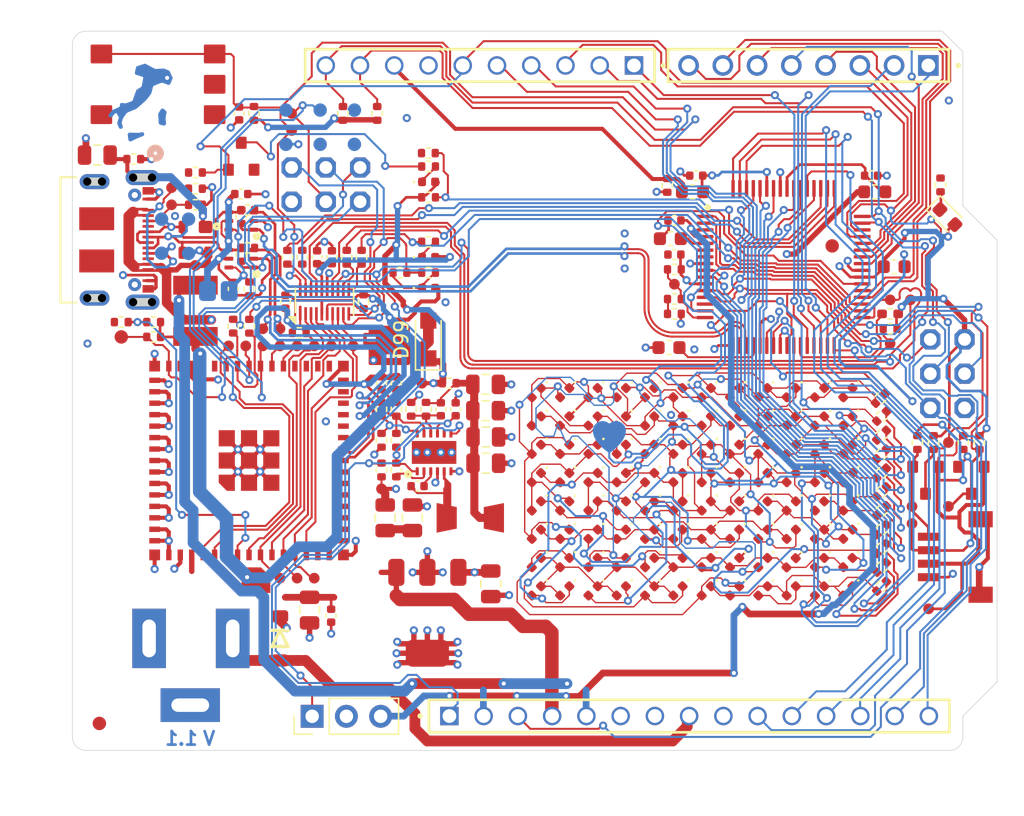
<source format=kicad_pcb>
(kicad_pcb (version 20240108) (generator "pcbnew") (generator_version "8.0")
  (layers (0 "F.Cu" signal "TOP") (1 "In1.Cu" signal "GND") (2 "In2.Cu" signal "SIG") (31 "B.Cu" signal "BOTTOM") (34 "B.Paste" user "Bottom Paste") (35 "F.Paste" user "Top Paste") (36 "B.SilkS" user "Bottom Overlay") (37 "F.SilkS" user "Top Overlay") (38 "B.Mask" user "Bottom Solder") (39 "F.Mask" user "Top Solder") (44 "Edge.Cuts" user))
  (property "ADDRESS1" "Via Agostino Da Montefeltro 2 Torino TO, Italy")
  (property "AUTHOR" "Silvio Navaretti")
  (property "CONFIGURATIONPARAMETERS" "")
  (property "CONFIGURATORNAME" "")
  (property "DOCUMENTNUMBER" "ABX00087")
  (property "DRAWNBY" "Silvio Navaretti")
  (property "ENGINEER" "Silvio Navaretti")
  (property "ISUSERCONFIGURABLE" "")
  (property "ORGANIZATION" "ARDUINO SRL")
  (property "REVAUTHOR" "Silvio Navaretti")
  (property "SHEETTOTAL" "2")
  (property "VERSIONCONTROL_PROJFOLDERREVNUMBER" "")
  (property "VERSIONCONTROL_REVNUMBER" "")
  (net 0 "")
  (net 1 "/LED-MATRIX/ROW0")
  (net 2 "/LED-MATRIX/ROW1")
  (net 3 "+3.3V_I2C")
  (net 4 "/LED-MATRIX/ROW2")
  (net 5 "/LED-MATRIX/ROW3")
  (net 6 "/~{RESET}")
  (net 7 "Net-(U1-VCC_USB)")
  (net 8 "Net-(U1-AVCC0)")
  (net 9 "/VREFH0")
  (net 10 "/VBATT")
  (net 11 "Net-(U1-VCL)")
  (net 12 "Net-(D98-K)")
  (net 13 "Net-(IC3-BOOT)")
  (net 14 "/ISL_VCC")
  (net 15 "VUSB")
  (net 16 "/SHIELD1")
  (net 17 "VIN")
  (net 18 "Net-(IC3-PHASE)")
  (net 19 "/CC1")
  (net 20 "/CC2")
  (net 21 "/USB_D_N")
  (net 22 "/USB_D_P")
  (net 23 "Net-(DL1-K)")
  (net 24 "Net-(DL2-K)")
  (net 25 "Net-(DL3-K)")
  (net 26 "Net-(DL4-K)")
  (net 27 "/ESP_DOWNLOAD")
  (net 28 "/ESP_IO1")
  (net 29 "/ESP_IO4")
  (net 30 "/ESP_IO5")
  (net 31 "/ESP_IO6")
  (net 32 "/ESP_IO7")
  (net 33 "/ESP_IO8")
  (net 34 "/ESP_IO9")
  (net 37 "Net-(IC3-FB)")
  (net 38 "Net-(IC3-COMP)")
  (net 39 "/EXT_SDA")
  (net 40 "/EXT_SCL")
  (net 41 "/P410_SPI0_MISO_GPT6_B")
  (net 42 "/P102_SPI0_RSPCK_GPT2_B_CAN0_RX")
  (net 43 "/P411_SPI0_MOSI_GPT6_A")
  (net 44 "/ESP_RXD0")
  (net 45 "/ESP_IO42")
  (net 46 "/ESP_IO41")
  (net 47 "/ESP_TXD0")
  (net 48 "/AREF")
  (net 49 "GND")
  (net 55 "+5V")
  (net 56 "+3.3V")
  (net 57 "/ESP_N")
  (net 59 "Net-(M1-ADC1CH2_GPIO3)")
  (net 62 "Net-(M1-U0RXD{slash}GPIO44)")
  (net 63 "/ESP_MTDO")
  (net 64 "/ESP_P")
  (net 65 "Net-(M1-U0TXD{slash}GPIO43)")
  (net 69 "/ESP_MTCK")
  (net 77 "/ESP32_ENABLE")
  (net 82 "/P400_IIC0_SCL")
  (net 83 "/P401_IIC0_SDA")
  (net 84 "Net-(Q3-D)")
  (net 85 "/P408")
  (net 86 "/P206")
  (net 87 "/P100_AN22_SCL")
  (net 88 "/P101_AN21_SDA")
  (net 89 "Net-(U1-NMI{slash}INPUT_ONLY_P200)")
  (net 90 "/MD")
  (net 91 "Net-(U1-P407{slash}USB_VBUS{slash}ADTRG0)")
  (net 92 "/LED-MATRIX/ROW4")
  (net 93 "/P212")
  (net 95 "/LED-MATRIX/ROW5")
  (net 96 "/P213")
  (net 97 "/P109_SCI9_TXD")
  (net 98 "/P003")
  (net 99 "/LED-MATRIX/ROW6")
  (net 100 "/P004")
  (net 101 "/LED-MATRIX/ROW7")
  (net 102 "/LED-MATRIX/ROW8")
  (net 103 "/P011")
  (net 104 "/P012")
  (net 105 "/P013")
  (net 106 "/LED-MATRIX/ROW9")
  (net 107 "/P015")
  (net 108 "/LED-MATRIX/ROW10")
  (net 109 "/P204")
  (net 110 "/P205")
  (net 111 "/OFF")
  (net 112 "/P501_SCI1_TXD")
  (net 113 "/P502_SCI1_RXD")
  (net 114 "/P110_SCI9_RXD")
  (net 115 "/RA4_P")
  (net 116 "/RA4_N")
  (net 117 "Net-(U1-GTIOC2A{slash}AN016{slash}P500)")
  (net 120 "/P108_SWDIO")
  (net 121 "/P105_IRQ00_GPT1_A")
  (net 122 "/P112_GPT3_B")
  (net 123 "/P107_GPT0_A")
  (net 124 "Net-(U1-GTIOC2A{slash}P113)")
  (net 126 "/P301_SCI2_RXD")
  (net 127 "/P300_SWCLK")
  (net 128 "/P111_GPT3_A")
  (net 129 "/P014_AN09_DAC")
  (net 130 "/P001_AN01_AMP-")
  (net 131 "/P103_SPI0_SSL_GPT2_A_CAN0_TX")
  (net 132 "/P104_IRQ01_GPT1_B")
  (net 133 "/P106_GPT0_B")
  (net 134 "/P000_AN00_AMP+")
  (net 135 "/P002_AN02_AMPO")
  (net 136 "/P302_SCI2_TXD")
  (net 137 "/P304_GPT7_A")
  (net 139 "/P303_GPT7_B")
  (net 142 "Net-(IC3-SYNC)")
  (net 143 "Net-(IC3-FS)")
  (net 144 "Net-(U2-B3)")
  (net 145 "Net-(U2-B2)")
  (net 146 "Net-(U2-B7)")
  (net 147 "Net-(U2-B8)")
  (net 148 "Net-(U2-OE)")
  (net 150 "Net-(C13-Pad2)")
  (net 151 "Net-(C14-Pad1)")
  (net 152 "Net-(R15-Pad2)")
  (net 153 "Net-(C22-Pad1)")
  (footprint "LED_SMD:LED_0402_1005Metric" (layer "F.Cu") (at 169.62346 111.44311 -135)
    (property "Reference" "D47" (hide yes))
    (property "Value" "XHY-STB0603SR" (hide yes))
  )
  (footprint "Capacitor_SMD:C_0402_1005Metric" (layer "F.Cu") (at 126.73611 90.4076)
    (property "Reference" "C30" (hide yes))
    (property "Value" "GRM155R61H104KE19D")
  )
  (footprint "LED_SMD:LED_0402_1005Metric" (layer "F.Cu") (at 152.82346 117.74311 -135)
    (property "Reference" "D75" (hide yes))
    (property "Value" "XHY-STB0603SR" (hide yes))
  )
  (footprint "Resistor_SMD:R_0402_1005Metric" (layer "F.Cu") (at 176.88093 108.83912 -90)
    (property "Reference" "R9" (hide yes))
    (property "Value" "RC0402FR-075K1L")
  )
  (footprint "Resistor_SMD:R_0402_1005Metric" (layer "F.Cu") (at 138.23611 110.8736 -90)
    (property "Reference" "R37" (hide yes))
    (property "Value" "CRCW04020000Z0EDC")
  )
  (footprint "LED_SMD:LED_0402_1005Metric" (layer "F.Cu") (at 167.52346 109.34311 -135)
    (property "Reference" "D34" (hide yes))
    (property "Value" "XHY-STB0603SR" (hide yes))
  )
  (footprint "external_footprints:TP-0.8MM" (layer "F.Cu") (at 130.4671 84.4296 180)
    (property "Reference" "ESP_DOWNLOAD_TOP1")
    (property "Value" "CMP-018-0004-A.4" (hide yes))
  )
  (footprint "LED_SMD:LED_0402_1005Metric" (layer "F.Cu") (at 140.62709 95.09761)
    (property "Reference" "DL1" (hide yes))
    (property "Value" "KPT-1608YC")
  )
  (footprint "LED_SMD:LED_0402_1005Metric" (layer "F.Cu") (at 148.62346 111.44311 -135)
    (property "Reference" "D37" (hide yes))
    (property "Value" "XHY-STB0603SR" (hide yes))
  )
  (footprint "external_footprints:TP-0.8MM" (layer "F.Cu") (at 123.3361 95.70362 180)
    (property "Reference" "VCONN_TOP1")
    (property "Value" "CMP-018-0004-A.4" (hide yes))
  )
  (footprint "LED_SMD:LED_0402_1005Metric" (layer "F.Cu") (at 152.82346 107.24311 -135)
    (property "Reference" "D15" (hide yes))
    (property "Value" "XHY-STB0603SR" (hide yes))
  )
  (footprint "LED_SMD:LED_0402_1005Metric" (layer "F.Cu") (at 161.22346 105.14311 -135)
    (property "Reference" "D7" (hide yes))
    (property "Value" "XHY-STB0603SR" (hide yes))
  )
  (footprint "Capacitor_SMD:C_0805_2012Metric" (layer "F.Cu") (at 137.41019 114.4206 -90)
    (property "Reference" "C13" (hide yes))
    (property "Value" "CL21A226MAQNNNE")
  )
  (footprint "" (layer "F.Cu") (at 135.1261 84.1836)
    (property "Reference" "")
    (property "Value" "")
  )
  (footprint "LED_SMD:LED_0402_1005Metric" (layer "F.Cu") (at 148.62346 107.24311 -135)
    (property "Reference" "D13" (hide yes))
    (property "Value" "XHY-STB0603SR" (hide yes))
  )
  (footprint "LED_SMD:LED_0402_1005Metric" (layer "F.Cu") (at 165.42345 109.34311 -135)
    (property "Reference" "D33" (hide yes))
    (property "Value" "XHY-STB0603SR" (hide yes))
  )
  (footprint "LED_SMD:LED_0402_1005Metric" (layer "F.Cu") (at 169.62346 105.14311 -135)
    (property "Reference" "D11" (hide yes))
    (property "Value" "XHY-STB0603SR" (hide yes))
  )
  (footprint "LED_SMD:LED_0402_1005Metric" (layer "F.Cu") (at 163.32346 119.84311 -135)
    (property "Reference" "D92" (hide yes))
    (property "Value" "XHY-STB0603SR" (hide yes))
  )
  (footprint "LED_SMD:LED_0402_1005Metric" (layer "F.Cu") (at 157.02346 111.44311 -135)
    (property "Reference" "D41" (hide yes))
    (property "Value" "XHY-STB0603SR" (hide yes))
  )
  (footprint "" (layer "F.Cu") (at 132.5861 86.7236)
    (property "Reference" "")
    (property "Value" "")
  )
  (footprint "Resistor_SMD:R_0402_1005Metric" (layer "F.Cu") (at 174.22524 116.69334 -135)
    (property "Reference" "R28" (hide yes))
    (property "Value" "CRCW0402330RJNED" (hide yes))
  )
  (footprint "external_footprints:TP-0.8MM" (layer "F.Cu") (at 174.85711 101.49761 180)
    (property "Reference" "MD1")
    (property "Value" "CMP-018-0004-A.4" (hide yes))
  )
  (footprint "LED_SMD:LED_0402_1005Metric" (layer "F.Cu") (at 154.92346 117.74311 -135)
    (property "Reference" "D76" (hide yes))
    (property "Value" "XHY-STB0603SR" (hide yes))
  )
  (footprint "external_footprints:TP-0.8MM" (layer "F.Cu") (at 179.18093 113.57812 180)
    (property "Reference" "P401_SDA1")
    (property "Value" "CMP-018-0004-A.4" (hide yes))
  )
  (footprint "Capacitor_SMD:C_0402_1005Metric" (layer "F.Cu") (at 158.8571 94.89761)
    (property "Reference" "C3" (hide yes))
    (property "Value" "GRM155R61H104KE19D")
  )
  (footprint "LED_SMD:LED_0402_1005Metric" (layer "F.Cu") (at 152.82346 109.34311 -135)
    (property "Reference" "D27" (hide yes))
    (property "Value" "XHY-STB0603SR" (hide yes))
  )
  (footprint "Capacitor_SMD:C_0805_2012Metric" (layer "F.Cu") (at 116.06085 87.5206 180)
    (property "Reference" "C21" (hide yes))
    (property "Value" "FV21X472K102ECG")
  )
  (footprint "LED_SMD:LED_0402_1005Metric" (layer "F.Cu") (at 154.92346 107.24311 -135)
    (property "Reference" "D16" (hide yes))
    (property "Value" "XHY-STB0603SR" (hide yes))
  )
  (footprint "LED_SMD:LED_0402_1005Metric" (layer "F.Cu") (at 171.72346 107.24311 -135)
    (property "Reference" "D24" (hide yes))
    (property "Value" "XHY-STB0603SR" (hide yes))
  )
  (footprint "external_footprints:TP-0.8MM" (layer "F.Cu") (at 128.33608 118.89862 180)
    (property "Reference" "3V3_TOP1")
    (property "Value" "CMP-018-0004-A.4" (hide yes))
  )
  (footprint "LED_SMD:LED_0402_1005Metric" (layer "F.Cu") (at 165.42346 113.54311 -135)
    (property "Reference" "D57" (hide yes))
    (property "Value" "XHY-STB0603SR" (hide yes))
  )
  (footprint "Resistor_SMD:R_0402_1005Metric" (layer "F.Cu") (at 131.2571 95.0976 -90)
    (property "Reference" "R45" (hide yes))
    (property "Value" "CRCW04020000Z0EDC")
  )
  (footprint "LED_SMD:LED_0402_1005Metric" (layer "F.Cu") (at 154.92346 115.64311 -135)
    (property "Reference" "D64" (hide yes))
    (property "Value" "XHY-STB0603SR" (hide yes))
  )
  (footprint "Resistor_SMD:R_0402_1005Metric" (layer "F.Cu") (at 174.85711 100.39761 180)
    (property "Reference" "R8" (hide yes))
    (property "Value" "RC0402FR-075K1L")
  )
  (footprint "Resistor_SMD:R_0402_1005Metric" (layer "F.Cu") (at 117.83611 99.9076 180)
    (property "Reference" "R57" (hide yes))
    (property "Value" "CRCW0402100KFKEDC")
  )
  (footprint "LED_SMD:LED_0402_1005Metric" (layer "F.Cu") (at 169.62346 119.84311 -135)
    (property "Reference" "D95" (hide yes))
    (property "Value" "XHY-STB0603SR" (hide yes))
  )
  (footprint "Resistor_SMD:R_0402_1005Metric" (layer "F.Cu") (at 127.6771 84.4296 90)
    (property "Reference" "R3" (hide yes))
    (property "Value" "CRCW0402100KFKEDC")
  )
  (footprint "Resistor_SMD:R_0402_1005Metric" (layer "F.Cu") (at 140.61109 87.37361 180)
    (property "Reference" "R60" (hide yes))
    (property "Value" "WF04H1372BTL")
  )
  (footprint "Resistor_SMD:R_0402_1005Metric" (layer "F.Cu") (at 158.8571 95.9976 180)
    (property "Reference" "R13" (hide yes))
    (property "Value" "RC0402FR-075K1L")
  )
  (footprint "external_footprints:TP-0.8MM" (layer "F.Cu") (at 129.60609 101.67362 180)
    (property "Reference" "ESP_MTDO1")
    (property "Value" "CMP-018-0004-A.4" (hide yes))
  )
  (footprint "LED_SMD:LED_0402_1005Metric" (layer "F.Cu") (at 140.62709 97.38361)
    (property "Reference" "DL2" (hide yes))
    (property "Value" "KPT-1608YC")
  )
  (footprint "LED_SMD:LED_0603_1608Metric" (layer "F.Cu") (at 179.1081 92.12072 -45)
    (property "Reference" "DL3" (hide yes))
    (property "Value" "HSMG-C190")
  )
  (footprint "Vault:SOT23" (layer "F.Cu") (at 180.88093 111.63912 180)
    (property "Reference" "Q2")
    (property "Value" "2N7002KT1G" (hide yes))
  )
  (footprint "external_footprints:TP-0.8MM" (layer "F.Cu") (at 121.5611 89.9376 180)
    (property "Reference" "CC2")
    (property "Value" "CMP-018-0004-A.4" (hide yes))
  )
  (footprint "LED_SMD:LED_0402_1005Metric" (layer "F.Cu") (at 161.22345 111.44311 -135)
    (property "Reference" "D43" (hide yes))
    (property "Value" "XHY-STB0603SR" (hide yes))
  )
  (footprint "external_footprints:TP-0.8MM" (layer "F.Cu") (at 130.87608 118.89862 90)
    (property "Reference" "ESP_IO7")
    (property "Value" "CMP-018-0004-A.4" (hide yes))
  )
  (footprint "Resistor_SMD:R_0402_1005Metric" (layer "F.Cu") (at 158.8571 99.2976)
    (property "Reference" "R19" (hide yes))
    (property "Value" "RC0402FR-075K1L")
  )
  (footprint "LED_SMD:LED_0402_1005Metric" (layer "F.Cu") (at 150.72346 109.34311 -135)
    (property "Reference" "D26" (hide yes))
    (property "Value" "XHY-STB0603SR" (hide yes))
  )
  (footprint "Vault:SOT23" (layer "F.Cu") (at 126.7361 87.6076)
    (property "Reference" "Q3")
    (property "Value" "2N7002KT1G" (hide yes))
  )
  (footprint "external_footprints:TP-0.8MM" (layer "F.Cu") (at 132.14608 118.89862 90)
    (property "Reference" "ESP_IO8")
    (property "Value" "CMP-018-0004-A.4" (hide yes))
  )
  (footprint "Resistor_SMD:R_0402_1005Metric" (layer "F.Cu") (at 123.3361 90.01373)
    (property "Reference" "R51" (hide yes))
    (property "Value" "RC0402FR-075K1L")
  )
  (footprint "LED_SMD:LED_0402_1005Metric" (layer "F.Cu") (at 148.62311 115.64346 -135)
    (property "Reference" "D61" (hide yes))
    (property "Value" "XHY-STB0603SR" (hide yes))
  )
  (footprint "external_footprints:TP-0.8MM" (layer "F.Cu") (at 128.15032 125.0026 180)
    (property "Reference" "VIN_TOP1")
    (property "Value" "CMP-018-0004-A.4" (hide yes))
  )
  (footprint "LED_SMD:LED_0402_1005Metric" (layer "F.Cu") (at 140.62709 89.50961)
    (property "Reference" "DL4" (hide yes))
    (property "Value" "KPT-1608YC")
  )
  (footprint "LED_SMD:LED_0402_1005Metric" (layer "F.Cu") (at 169.62346 113.54311 -135)
    (property "Reference" "D59" (hide yes))
    (property "Value" "XHY-STB0603SR" (hide yes))
  )
  (footprint "LED_SMD:LED_0402_1005Metric" (layer "F.Cu") (at 161.22346 115.64311 -135)
    (property "Reference" "D67" (hide yes))
    (property "Value" "XHY-STB0603SR" (hide yes))
  )
  (footprint "Vault:QFN0P300X400X100_HS-13L" (layer "F.Cu") (at 141.03611 109.5736 90)
    (property "Reference" "IC3")
    (property "Value" "ISL854102FRZ-T" (hide yes))
  )
  (footprint "LED_SMD:LED_0402_1005Metric" (layer "F.Cu") (at 171.72346 109.34311 -135)
    (property "Reference" "D36" (hide yes))
    (property "Value" "XHY-STB0603SR" (hide yes))
  )
  (footprint "LED_SMD:LED_0402_1005Metric" (layer "F.Cu") (at 148.62346 109.34311 -135)
    (property "Reference" "D25" (hide yes))
    (property "Value" "XHY-STB0603SR" (hide yes))
  )
  (footprint "Package_SON:USON-20_2x4mm_P0.4mm" (layer "F.Cu") (at 132.9071 98.3976 90)
    (property "Reference" "U2" (hide yes))
    (property "Value" "TXB0108DQSR")
  )
  (footprint "LED_SMD:LED_0402_1005Metric" (layer "F.Cu") (at 165.42346 115.64311 -135)
    (property "Reference" "D69" (hide yes))
    (property "Value" "XHY-STB0603SR" (hide yes))
  )
  (footprint "external_footprints:TP-0.8MM" (layer "F.Cu") (at 125.79609 101.67362 180)
    (property "Reference" "ESP_IO1")
    (property "Value" "CMP-018-0004-A.4" (hide yes))
  )
  (footprint "external_footprints:TP-0.8MM" (layer "F.Cu") (at 130.87609 101.67362 180)
    (property "Reference" "ESP_MTCK1")
    (property "Value" "CMP-018-0004-A.4" (hide yes))
  )
  (footprint "Vault:SOT223-3" (layer "F.Cu") (at 140.5361 121.46761 -90)
    (property "Reference" "U5")
    (property "Value" "SGM2205-3.3XKC3G/TR" (hide yes))
  )
  (footprint "LED_SMD:LED_0402_1005Metric" (layer "F.Cu") (at 161.22346 119.84311 -135)
    (property "Reference" "D91" (hide yes))
    (property "Value" "XHY-STB0603SR" (hide yes))
  )
  (footprint "LED_SMD:LED_0402_1005Metric" (layer "F.Cu") (at 157.02346 107.24311 -135)
    (property "Reference" "D17" (hide yes))
    (property "Value" "XHY-STB0603SR" (hide yes))
  )
  (footprint "Capacitor_SMD:C_0402_1005Metric" (layer "F.Cu") (at 158.8606 92.36758 180)
    (property "Reference" "C8" (hide yes))
    (property "Value" "GRM155R61H104KE19D")
  )
  (footprint "Capacitor_SMD:C_0402_1005Metric" (layer "F.Cu") (at 126.5771 84.4296 -90)
    (property "Reference" "C1" (hide yes))
    (property "Value" "DNP")
  )
  (footprint "Capacitor_SMD:C_0402_1005Metric" (layer "F.Cu") (at 133.4571 95.0976 90)
    (property "Reference" "C25" (hide yes))
    (property "Value" "GRM155R61H104KE19D")
  )
  (footprint "LED_SMD:LED_0402_1005Metric" (layer "F.Cu") (at 159.12346 117.74311 -135)
    (property "Reference" "D78" (hide yes))
    (property "Value" "XHY-STB0603SR" (hide yes))
  )
  (footprint "LED_SMD:LED_0402_1005Metric" (layer "F.Cu") (at 165.42346 117.74311 -135)
    (property "Reference" "D81" (hide yes))
    (property "Value" "XHY-STB0603SR" (hide yes))
  )
  (footprint "Capacitor_SMD:C_0805_2012Metric" (layer "F.Cu") (at 144.85605 104.52714)
    (property "Reference" "C18" (hide yes))
    (property "Value" "CL21A226MAQNNNE")
  )
  (footprint "Resistor_SMD:R_0402_1005Metric" (layer "F.Cu") (at 140.62709 96.24061 180)
    (property "Reference" "R23" (hide yes))
    (property "Value" "CRCW0402330RJNED")
  )
  (footprint "Vault:TSOP65P210X110-6N" (layer "F.Cu") (at 126.7361 92.4076 180)
    (property "Reference" "IC1")
    (property "Value" "NLASB3157DFT2G" (hide yes))
  )
  (footprint "LED_SMD:LED_0402_1005Metric" (layer "F.Cu") (at 171.72346 105.14311 -135)
    (property "Reference" "D12" (hide yes))
    (property "Value" "XHY-STB0603SR" (hide yes))
  )
  (footprint "Resistor_SMD:R_0402_1005Metric" (layer "F.Cu") (at 138.23611 108.6736 -90)
    (property "Reference" "R42" (hide yes))
    (property "Value" "CRCW04020000Z0EDC")
  )
  (footprint "external_footprints:TP-0.8MM" (layer "F.Cu") (at 176.48062 113.57763 90)
    (property "Reference" "EXT_SCL1")
    (property "Value" "CMP-018-0004-A.4" (hide yes))
  )
  (footprint "Vault:1812" (layer "F.Cu") (at 123.3361 99.0706 -90)
    (property "Reference" "F1")
    (property "Value" "MF-MSMF050-2-W2" (hide yes))
  )
  (footprint "Resistor_SMD:R_0402_1005Metric" (layer "F.Cu") (at 174.22524 109.69334 -135)
    (property "Reference" "R30" (hide yes))
    (property "Value" "CRCW0402330RJNED" (hide yes))
  )
  (footprint "LED_SMD:LED_0402_1005Metric" (layer "F.Cu") (at 157.02346 105.14311 -135)
    (property "Reference" "D5" (hide yes))
    (property "Value" "XHY-STB0603SR" (hide yes))
  )
  (footprint "external_footprints:CON18_1X12_P0_HIR" (layer "F.Cu") (at 116.91111 93.8076 -90)
    (property "Reference" "J7" (hide yes))
    (property "Value" "USB_C_Receptacle_USB2.0_16P")
    (fp_line (start -4.319999 1.600507) (end -4.319999 0.508307) (stroke (width 0.6096)) (layer "Edge.Cuts"))
    (fp_line (start 4.320001 1.600507) (end 4.320001 0.508307) (stroke (width 0.6096)) (layer "Edge.Cuts"))
    (fp_line (start -4.620001 -1.802994) (end -4.620001 -3.199994) (stroke (width 0.6096)) (layer "Edge.Cuts"))
    (fp_line (start 4.620001 -1.802994) (end 4.620001 -3.199994) (stroke (width 0.6096)) (layer "Edge.Cuts"))
  )
  (footprint "LED_SMD:LED_0402_1005Metric" (layer "F.Cu") (at 152.82346 105.14311 -135)
    (property "Reference" "D3" (hide yes))
    (property "Value" "XHY-STB0603SR" (hide yes))
  )
  (footprint "Resistor_SMD:R_0402_1005Metric" (layer "F.Cu") (at 178.08093 108.83912 -90)
    (property "Reference" "R10" (hide yes))
    (property "Value" "RC0402FR-075K1L")
  )
  (footprint "LED_SMD:LED_0402_1005Metric" (layer "F.Cu") (at 169.62346 109.34311 -135)
    (property "Reference" "D35" (hide yes))
    (property "Value" "XHY-STB0603SR" (hide yes))
  )
  (footprint "Capacitor_SMD:C_0805_2012Metric" (layer "F.Cu") (at 144.87108 108.42537)
    (property "Reference" "C16" (hide yes))
    (property "Value" "CL21A226MAQNNNE")
  )
  (footprint "LED_SMD:LED_0402_1005Metric" (layer "F.Cu") (at 171.72346 117.74311 -135)
    (property "Reference" "D84" (hide yes))
    (property "Value" "XHY-STB0603SR" (hide yes))
  )
  (footprint "external_footprints:TP-0.8MM" (layer "F.Cu") (at 176.48062 114.84763 90)
    (property "Reference" "EXT_SDA1")
    (property "Value" "CMP-018-0004-A.4" (hide yes))
  )
  (footprint "Resistor_SMD:R_0402_1005Metric" (layer "F.Cu") (at 135.6571 95.0976 -90)
    (property "Reference" "R48" (hide yes))
    (property "Value" "CRCW04020000Z0EDC")
  )
  (footprint "Diode_SMD:Nexperia_CFP3_SOD-123W" (layer "F.Cu") (at 140.6071 101.1976 90)
    (property "Reference" "D99")
    (property "Value" "PMEG6020AELRX")
  )
  (footprint "" (layer "F.Cu") (at 180.2511 96.1136)
    (property "Reference" "")
    (property "Value" "")
  )
  (footprint "LED_SMD:LED_0402_1005Metric" (layer "F.Cu") (at 154.92346 111.44311 -135)
    (property "Reference" "D40" (hide yes))
    (property "Value" "XHY-STB0603SR" (hide yes))
  )
  (footprint "LED_SMD:LED_0402_1005Metric" (layer "F.Cu") (at 152.82346 115.64311 -135)
    (property "Reference" "D63" (hide yes))
    (property "Value" "XHY-STB0603SR" (hide yes))
  )
  (footprint "Capacitor_SMD:C_0402_1005Metric" (layer "F.Cu") (at 142.63612 106.3736 90)
    (property "Reference" "C20" (hide yes))
    (property "Value" "CL05A105KP5NNNC")
  )
  (footprint "Resistor_SMD:R_0402_1005Metric" (layer "F.Cu") (at 126.7361 94.88261 -90)
    (property "Reference" "R55" (hide yes))
    (property "Value" "CRCW04020000Z0EDC")
  )
  (footprint "LED_SMD:LED_0402_1005Metric" (layer "F.Cu") (at 157.02346 117.74311 -135)
    (property "Reference" "D77" (hide yes))
    (property "Value" "XHY-STB0603SR" (hide yes))
  )
  (footprint "LED_SMD:LED_0402_1005Metric" (layer "F.Cu") (at 167.52346 111.44311 -135)
    (property "Reference" "D46" (hide yes))
    (property "Value" "XHY-STB0603SR" (hide yes))
  )
  (footprint "Resistor_SMD:R_0402_1005Metric" (layer "F.Cu") (at 131.03611 100.7076)
    (property "Reference" "R58" (hide yes))
    (property "Value" "CRCW0402100KFKEDC")
  )
  (footprint "LED_SMD:LED_0402_1005Metric" (layer "F.Cu") (at 161.22345 107.24311 -135)
    (property "Reference" "D19" (hide yes))
    (property "Value" "XHY-STB0603SR" (hide yes))
  )
  (footprint "Inductor_SMD:L_0603_1608Metric" (layer "F.Cu") (at 173.72085 90.2456)
    (property "Reference" "L2" (hide yes))
    (property "Value" "BLM18PG471SN1D")
  )
  (footprint "Resistor_SMD:R_0402_1005Metric" (layer "F.Cu") (at 118.76084 87.8206)
    (property "Reference" "R39" (hide yes))
    (property "Value" "CRCW04021M00FKED")
  )
  (footprint "Resistor_SMD:R_0402_1005Metric" (layer "F.Cu") (at 127.3361 100.21373 90)
    (property "Reference" "R17" (hide yes))
    (property "Value" "CRCW04020000Z0EDC")
  )
  (footprint "Resistor_SMD:R_0402_1005Metric" (layer "F.Cu") (at 174.22524 119.49334 -135)
    (property "Reference" "R34" (hide yes))
    (property "Value" "CRCW0402330RJNED" (hide yes))
  )
  (footprint "Resistor_SMD:R_0402_1005Metric" (layer "F.Cu") (at 174.22524 112.49334 -135)
    (property "Reference" "R14" (hide yes))
    (property "Value" "CRCW0402330RJNED" (hide yes))
  )
  (footprint "Resistor_SMD:R_0402_1005Metric" (layer "F.Cu") (at 127.2111 94.4076)
    (property "Reference" "R53" (hide yes))
    (property "Value" "CRCW04020000Z0EDC")
  )
  (footprint "LED_SMD:LED_0402_1005Metric" (layer "F.Cu") (at 157.02346 115.64311 -135)
    (property "Reference" "D65" (hide yes))
    (property "Value" "XHY-STB0603SR" (hide yes))
  )
  (footprint "Capacitor_SMD:C_0402_1005Metric" (layer "F.Cu") (at 133.4011 121.6826 90)
    (property "Reference" "C11" (hide yes))
    (property "Value" "GRM155R61H104KE19D")
  )
  (footprint "Resistor_SMD:R_0402_1005Metric" (layer "F.Cu") (at 174.13163 105.56165 -135)
    (property "Reference" "R27" (hide yes))
    (property "Value" "CRCW0402330RJNED" (hide yes))
  )
  (footprint "LED_SMD:LED_0402_1005Metric" (layer "F.Cu") (at 150.72346 119.84311 -135)
    (property "Reference" "D86" (hide yes))
    (property "Value" "XHY-STB0603SR" (hide yes))
  )
  (footprint "LED_SMD:LED_0402_1005Metric" (layer "F.Cu") (at 169.62346 117.74311 -135)
    (property "Reference" "D83" (hide yes))
    (property "Value" "XHY-STB0603SR" (hide yes))
  )
  (footprint "Capacitor_SMD:C_0805_2012Metric" (layer "F.Cu") (at 144.87108 110.37537)
    (property "Reference" "C15" (hide yes))
    (property "Value" "CL21A226MAQNNNE")
  )
  (footprint "LED_SMD:LED_0402_1005Metric" (layer "F.Cu") (at 163.32345 111.44311 -135)
    (property "Reference" "D44" (hide yes))
    (property "Value" "XHY-STB0603SR" (hide yes))
  )
  (footprint "LED_SMD:LED_0402_1005Metric" (layer "F.Cu") (at 167.51111 117.75546 -135)
    (property "Reference" "D82" (hide yes))
    (property "Value" "XHY-STB0603SR" (hide yes))
  )
  (footprint "Resistor_SMD:R_0402_1005Metric" (layer "F.Cu") (at 120.2361 99.9076 180)
    (property "Reference" "R56" (hide yes))
    (property "Value" "CRCW0402100KFKEDC")
  )
  (footprint "Vault:TS42" (layer "F.Cu") (at 120.5611 82.2706)
    (property "Reference" "PB1")
    (property "Value" "1571636-3" (hide yes))
  )
  (footprint "Capacitor_SMD:C_0402_1005Metric" (layer "F.Cu") (at 160.47584 89.0456 180)
    (property "Reference" "C7" (hide yes))
    (property "Value" "GRM155R61H104KE19D")
  )
  (footprint "external_footprints:TP-0.8MM" (layer "F.Cu") (at 129.60608 118.89862 90)
    (property "Reference" "ESP_IO5")
    (property "Value" "CMP-018-0004-A.4" (hide yes))
  )
  (footprint "Resistor_SMD:R_0402_1005Metric" (layer "F.Cu") (at 140.62709 93.95461 180)
    (property "Reference" "R22" (hide yes))
    (property "Value" "CRCW0402330RJNED")
  )
  (footprint "LED_SMD:LED_0402_1005Metric" (layer "F.Cu") (at 159.12345 109.34311 -135)
    (property "Reference" "D30" (hide yes))
    (property "Value" "XHY-STB0603SR" (hide yes))
  )
  (footprint "external_footprints:TP-0.8MM" (layer "F.Cu") (at 130.4671 85.6996 180)
    (property "Reference" "RES1")
    (property "Value" "CMP-018-0004-A.4" (hide yes))
  )
  (footprint "LED_SMD:LED_0402_1005Metric" (layer "F.Cu") (at 163.32345 109.34311 -135)
    (property "Reference" "D32" (hide yes))
    (property "Value" "XHY-STB0603SR" (hide yes))
  )
  (footprint "Vault:Fiducial mark 1mm with circle-Footprint-1" (layer "F.Cu") (at 116.21109 129.67361 90)
    (property "Reference" "Fiducial_2" (hide yes))
    (property "Value" "Fiducial mark 1mm with 2mm solder" (hide yes))
  )
  (footprint "LED_SMD:LED_0402_1005Metric" (layer "F.Cu") (at 167.52345 107.24311 -135)
    (property "Reference" "D22" (hide yes))
    (property "Value" "XHY-STB0603SR" (hide yes))
  )
  (footprint "Resistor_SMD:R_0402_1005Metric" (layer "F.Cu") (at 140.62709 88.36661 180)
    (property "Reference" "R25" (hide yes))
    (property "Value" "CRCW0402330RJNED")
  )
  (footprint "" (layer "F.Cu") (at 121.23483 81.79239)
    (property "Reference" "")
    (property "Value" "")
  )
  (footprint "Capacitor_SMD:C_0402_1005Metric" (layer "F.Cu") (at 137.13611 104.4386 90)
    (property "Reference" "C23" (hide yes))
    (property "Value" "CC0402JRNPO9BN101")
  )
  (footprint "external_footprints:TP-0.8MM" (layer "F.Cu") (at 176.36111 98.25746 -45)
    (property "Reference" "SWCLK1")
    (property "Value" "CMP-018-0004-A.4" (hide yes))
  )
  (footprint "external_footprints:SAMTEC_SSQ-108-01-G-S" (layer "F.Cu") (at 168.80111 80.87359 180)
    (property "Reference" "J4" (hide yes))
    (property "Value" "SSQ-108-01-G-S")
  )
  (footprint "LED_SMD:LED_0402_1005Metric" (layer "F.Cu") (at 163.32346 113.54311 -135)
    (property "Reference" "D56" (hide yes))
    (property "Value" "XHY-STB0603SR" (hide yes))
  )
  (footprint "" (layer "F.Cu") (at 128.1811 129.1336)
    (property "Reference" "")
    (property "Value" "")
  )
  (footprint "external_footprints:TP-0.8MM" (layer "F.Cu") (at 177.71109 121.17362 90)
    (property "Reference" "3V3_IC1")
    (property "Value" "CMP-018-0004-A.4" (hide yes))
  )
  (footprint "LED_SMD:LED_0402_1005Metric" (layer "F.Cu") (at 159.12346 105.14311 -135)
    (property "Reference" "D6" (hide yes))
    (property "Value" "XHY-STB0603SR" (hide yes))
  )
  (footprint "Resistor_SMD:R_0402_1005Metric" (layer "F.Cu") (at 120.2361 101.00759 180)
    (property "Reference" "R26" (hide yes))
    (property "Value" "CRCW0402100KFKEDC")
  )
  (footprint "external_footprints:TP-0.8MM" (layer "F.Cu") (at 158.8571 97.0976)
    (property "Reference" "uC_VBUS1")
    (property "Value" "CMP-018-0004-A.4" (hide yes))
  )
  (footprint "Capacitor_SMD:C_0402_1005Metric" (layer "F.Cu") (at 138.23613 104.4386 90)
    (property "Reference" "C22" (hide yes))
    (property "Value" "GRM155R71H102KA01D")
  )
  (footprint "LED_SMD:LED_0402_1005Metric" (layer "F.Cu") (at 161.22345 113.54311 -135)
    (property "Reference" "D55" (hide yes))
    (property "Value" "XHY-STB0603SR" (hide yes))
  )
  (footprint "Resistor_SMD:R_0402_1005Metric" (layer "F.Cu") (at 174.22524 115.29334 -135)
    (property "Reference" "R31" (hide yes))
    (property "Value" "CRCW0402330RJNED" (hide yes))
  )
  (footprint "LED_SMD:LED_0402_1005Metric" (layer "F.Cu") (at 157.02346 119.84311 -135)
    (property "Reference" "D89" (hide yes))
    (property "Value" "XHY-STB0603SR" (hide yes))
  )
  (footprint "LED_SMD:LED_0402_1005Metric" (layer "F.Cu") (at 150.72346 113.54311 -135)
    (property "Reference" "D50" (hide yes))
    (property "Value" "XHY-STB0603SR" (hide yes))
  )
  (footprint "Resistor_SMD:R_0402_1005Metric" (layer "F.Cu") (at 139.33611 106.3736 90)
    (property "Reference" "R40" (hide yes))
    (property "Value" "RC0402FR-0713K7L")
  )
  (footprint "Resistor_SMD:R_0402_1005Metric" (layer "F.Cu") (at 174.22524 111.09334 -135)
    (property "Reference" "R16" (hide yes))
    (property "Value" "CRCW0402330RJNED" (hide yes))
  )
  (footprint "Resistor_SMD:R_0402_1005Metric" (layer "F.Cu") (at 126.7361 92.0826 -90)
    (property "Reference" "R54" (hide yes))
    (property "Value" "CRCW04020000Z0EDC")
  )
  (footprint "Capacitor_SMD:C_0402_1005Metric" (layer "F.Cu") (at 141.53612 106.3736 -90)
    (property "Reference" "C14" (hide yes))
    (property "Value" "GRM1555C1H330JA01D")
  )
  (footprint "Resistor_SMD:R_0402_1005Metric" (layer "F.Cu") (at 137.13611 108.6736 -90)
    (property "Reference" "R44" (hide yes))
    (property "Value" "CRCW0402100KFKEDC")
  )
  (footprint "Vault:POWERSUPPLY_DC-21MM" (layer "F.Cu") (at 119.9011 123.3676)
    (property "Reference" "J8")
    (property "Value" "19TW-746" (hide yes))
  )
  (footprint "LED_SMD:LED_0402_1005Metric" (layer "F.Cu") (at 148.62346 117.74311 -135)
    (property "Reference" "D73" (hide yes))
    (property "Value" "XHY-STB0603SR" (hide yes))
  )
  (footprint "external_footprints:TP-0.8MM" (layer "F.Cu") (at 140.13611 104.4386 180)
    (property "Reference" "5V_TOP1")
    (property "Value" "CMP-018-0004-A.4" (hide yes))
  )
  (footprint "external_footprints:TP-0.8MM" (layer "F.Cu") (at 132.14609 101.67362 90)
    (property "Reference" "ESP_IO4")
    (property "Value" "CMP-018-0004-A.4" (hide yes))
  )
  (footprint "LED_SMD:LED_0402_1005Metric" (layer "F.Cu") (at 167.52346 105.14311 -135)
    (property "Reference" "D10" (hide yes))
    (property "Value" "XHY-STB0603SR" (hide yes))
  )
  (footprint "Resistor_SMD:R_0402_1005Metric" (layer "F.Cu") (at 127.33609 97.4426 -90)
    (property "Reference" "R1" (hide yes))
    (property "Value" "CRCW0402100KFKEDC")
  )
  (footprint "LED_SMD:LED_0402_1005Metric" (layer "F.Cu") (at 169.62346 115.64311 -135)
    (property "Reference" "D71" (hide yes))
    (property "Value" "XHY-STB0603SR" (hide yes))
  )
  (footprint "Vault:CQFP50P1200X1200X170-64L" (layer "F.Cu") (at 166.96084 95.8206)
    (property "Reference" "U1")
    (property "Value" "R7FA4M1AB3CFM#AA0" (hide yes))
  )
  (footprint "LED_SMD:LED_0402_1005Metric" (layer "F.Cu") (at 167.52346 113.54311 -135)
    (property "Reference" "D58" (hide yes))
    (property "Value" "XHY-STB0603SR" (hide yes))
  )
  (footprint "Capacitor_SMD:C_0805_2012Metric" (layer "F.Cu") (at 139.42673 114.4206 90)
    (property "Reference" "C19" (hide yes))
    (property "Value" "CL21A226MAQNNNE")
  )
  (footprint "Resistor_SMD:R_0402_1005Metric" (layer "F.Cu") (at 137.13611 106.3736 90)
    (property "Reference" "R43" (hide yes))
    (property "Value" "CRCW0402100KFKEDC")
  )
  (footprint "LED_SMD:LED_0402_1005Metric" (layer "F.Cu") (at 148.62346 105.14311 -135)
    (property "Reference" "D1" (hide yes))
    (property "Value" "XHY-STB0603SR" (hide yes))
  )
  (footprint "LED_SMD:LED_0402_1005Metric" (layer "F.Cu") (at 159.12346 115.64311 -135)
    (property "Reference" "D66" (hide yes))
    (property "Value" "XHY-STB0603SR" (hide yes))
  )
  (footprint "Vault:2X03" (layer "F.Cu") (at 133.0071 89.7096)
    (property "Reference" "J9")
    (property "Value" "PH2-06-UA" (hide yes))
  )
  (footprint "Vault:SOD123-1" (layer "F.Cu") (at 129.6061 123.3676 -90)
    (property "Reference" "D98")
    (property "Value" "PMEG6020AELRX" (hide yes))
  )
  (footprint "LED_SMD:LED_0402_1005Metric" (layer "F.Cu") (at 163.32346 115.64311 -135)
    (property "Reference" "D68" (hide yes))
    (property "Value" "XHY-STB0603SR" (hide yes))
  )
  (footprint "Capacitor_SMD:C_0402_1005Metric" (layer "F.Cu") (at 139.81108 112.07362 180)
    (property "Reference" "C12" (hide yes))
    (property "Value" "GRM155R61H104KE19D")
  )
  (footprint "LED_SMD:LED_0402_1005Metric" (layer "F.Cu") (at 171.72346 113.54311 -135)
    (property "Reference" "D60" (hide yes))
    (property "Value" "XHY-STB0603SR" (hide yes))
  )
  (footprint "Resistor_SMD:R_0402_1005Metric" (layer "F.Cu") (at 123.3361 88.81373 180)
    (property "Reference" "R52" (hide yes))
    (property "Value" "CRCW0402100KFKEDC")
  )
  (footprint "Resistor_SMD:R_0402_1005Metric" (layer "F.Cu") (at 180.28093 108.83912 -90)
    (property "Reference" "R11" (hide yes))
    (property "Value" "RC0402FR-075K1L")
  )
  (footprint "LED_SMD:LED_0402_1005Metric" (layer "F.Cu") (at 154.92346 119.84311 -135)
    (property "Reference" "D88" (hide yes))
    (property "Value" "XHY-STB0603SR" (hide yes))
  )
  (footprint "LED_SMD:LED_0402_1005Metric" (layer "F.Cu") (at 154.92345 113.54311 -135)
    (property "Reference" "D52" (hide yes))
    (property "Value" "XHY-STB0603SR" (hide yes))
  )
  (footprint "LED_SMD:LED_0402_1005Metric" (layer "F.Cu") (at 152.82346 113.54311 -135)
    (property "Reference" "D51" (hide yes))
    (property "Value" "XHY-STB0603SR" (hide yes))
  )
  (footprint "Resistor_SMD:R_0402_1005Metric" (layer "F.Cu") (at 138.50111 96.24061)
    (property "Reference" "R20" (hide yes))
    (property "Value" "CRCW0402330RJNED")
  )
  (footprint "Inductor_SMD:L_0603_1608Metric" (layer "F.Cu") (at 160.20083 90.2456)
    (property "Reference" "L1" (hide yes))
    (property "Value" "BLM18PG471SN1D")
  )
  (footprint "external_footprints:TP-1.00MM" (layer "F.Cu") (at 117.83611 101.0076 180)
    (property "Reference" "ESP_EN_TOP1")
    (property "Value" "CMP-018-0004-A.4" (hide yes))
  )
  (footprint "" (layer "F.Cu") (at 180.2511 124.0536)
    (property "Reference" "")
    (property "Value" "")
  )
  (footprint "Resistor_SMD:R_0402_1005Metric" (layer "F.Cu") (at 140.43612 106.3736 -90)
    (property "Reference" "R38" (hide yes))
    (property "Value" "CRCW0402100KFKEDC")
  )
  (footprint "Resistor_SMD:R_0402_1005Metric" (layer "F.Cu") (at 174.22524 113.89334 -135)
    (property "Reference" "R32" (hide yes))
    (property "Value" "CRCW0402330RJNED" (hide yes))
  )
  (footprint "LED_SMD:LED_0402_1005Metric" (layer "F.Cu") (at 169.62346 107.24311 -135)
    (property "Reference" "D23" (hide yes))
    (property "Value" "XHY-STB0603SR" (hide yes))
  )
  (footprint "LED_SMD:LED_0402_1005Metric" (layer "F.Cu") (at 163.32346 105.14311 -135)
    (property "Reference" "D8" (hide yes))
    (property "Value" "XHY-STB0603SR" (hide yes))
  )
  (footprint "Resistor_SMD:R_0402_1005Metric" (layer "F.Cu") (at 123.33611 91.2076)
    (property "Reference" "R50" (hide yes))
    (property "Value" "RC0402FR-075K1L")
  )
  (footprint "LED_SMD:LED_0402_1005Metric" (layer "F.Cu") (at 161.22346 117.74311 -135)
    (property "Reference" "D79" (hide yes))
    (property "Value" "XHY-STB0603SR" (hide yes))
  )
  (footprint "LED_SMD:LED_0402_1005Metric" (layer "F.Cu") (at 157.02345 113.54311 -135)
    (property "Reference" "D53" (hide yes))
    (property "Value" "XHY-STB0603SR" (hide yes))
  )
  (footprint "LED_SMD:LED_0402_1005Metric" (layer "F.Cu") (at 171.72346 119.84311 -135)
    (property "Reference" "D96" (hide yes))
    (property "Value" "XHY-STB0603SR" (hide yes))
  )
  (footprint "external_footprints:SAMTEC_SSQ-115-01-G-S" (layer "F.Cu") (at 159.95111 129.12359)
    (property "Reference" "J5" (hide yes))
    (property "Value" "SSQ-115-01-G-S")
  )
  (footprint "Vault:ESP32-S3-MINI-1-N8" (layer "F.Cu") (at 127.31108 110.17361 90)
    (property "Reference" "M1")
    (property "Value" "ESP32-S3-MINI-1-N8" (hide yes))
  )
  (footprint "Vault:Fiducial mark 1mm with circle-Footprint-1" (layer "F.Cu") (at 170.56112 94.25746 90)
    (property "Reference" "Fiducial_1" (hide yes))
    (property "Value" "Fiducial mark 1mm with 2mm solder" (hide yes))
  )
  (footprint "Vault:2X03" (layer "F.Cu") (at 179.1081 103.7336 90)
    (property "Reference" "J3")
    (property "Value" "PH2-06-UA" (hide yes))
  )
  (footprint "LED_SMD:LED_0402_1005Metric" (layer "F.Cu") (at 165.42345 107.24311 -135)
    (property "Reference" "D21" (hide yes))
    (property "Value" "XHY-STB0603SR" (hide yes))
  )
  (footprint "Resistor_SMD:R_0402_1005Metric" (layer "F.Cu") (at 134.2771 84.4296 90)
    (property "Reference" "R4" (hide yes))
    (property "Value" "RC0402FR-075K1L")
  )
  (footprint "LED_SMD:LED_0402_1005Metric" (layer "F.Cu") (at 152.82346 111.44311 -135)
    (property "Reference" "D39" (hide yes))
    (property "Value" "XHY-STB0603SR" (hide yes))
  )
  (footprint "LED_SMD:LED_0402_1005Metric" (layer "F.Cu") (at 152.82346 119.84311 -135)
    (property "Reference" "D87" (hide yes))
    (property "Value" "XHY-STB0603SR" (hide yes))
  )
  (footprint "external_footprints:TP-0.8MM" (layer "F.Cu") (at 137.13608 112.27362 180)
    (property "Reference" "BUCK_IN_TOP1")
    (property "Value" "CMP-018-0004-A.4" (hide yes))
  )
  (footprint "Resistor_SMD:R_0402_1005Metric" (layer "F.Cu") (at 181.48093 108.83912 -90)
    (property "Reference" "R12" (hide yes))
    (property "Value" "RC0402FR-075K1L")
  )
  (footprint "LED_SMD:LED_0402_1005Metric" (layer "F.Cu") (at 163.32345 107.24311 -135)
    (property "Reference" "D20" (hide yes))
    (property "Value" "XHY-STB0603SR" (hide yes))
  )
  (footprint "LED_SMD:LED_0402_1005Metric" (layer "F.Cu") (at 165.42346 111.44311 -135)
    (property "Reference" "D45" (hide yes))
    (property "Value" "XHY-STB0603SR" (hide yes))
  )
  (footprint "LED_SMD:LED_0402_1005Metric" (layer "F.Cu") (at 159.12346 119.84311 -135)
    (property "Reference" "D90" (hide yes))
    (property "Value" "XHY-STB0603SR" (hide yes))
  )
  (footprint "Resistor_SMD:R_0402_1005Metric" (layer "F.Cu") (at 174.22524 106.89334 -135)
    (property "Reference" "R2" (hide yes))
    (property "Value" "CRCW0402330RJNED" (hide yes))
  )
  (footprint "external_footprints:TP-0.8MM" (layer "F.Cu") (at 179.18093 108.83912 180)
    (property "Reference" "P400_SCL1")
    (property "Value" "CMP-018-0004-A.4" (hide yes))
  )
  (footprint "Capacitor_SMD:C_0805_2012Metric" (layer "F.Cu") (at 145.2361 119.31761 -90)
    (property "Reference" "C28" (hide yes))
    (property "Value" "CL21A226MAQNNNE")
  )
  (footprint "external_footprints:TP-0.8MM" (layer "F.Cu") (at 121.5611 91.2076 180)
    (property "Reference" "CC1")
    (property "Value" "CMP-018-0004-A.4" (hide yes))
  )
  (footprint "Capacitor_SMD:C_0603_1608Metric" (layer "F.Cu") (at 158.56084 93.7206 180)
    (property "Reference" "C9" (hide yes))
    (property "Value" "GRM188R61C475KAAJD")
  )
  (footprint "Resistor_SMD:R_0402_1005Metric" (layer "F.Cu") (at 158.32584 89.77059 90)
    (property "Reference" "R6" (hide yes))
    (property "Value" "RC0402FR-075K1L")
  )
  (footprint "Resistor_SMD:R_0402_1005Metric" (layer "F.Cu") (at 140.62709 90.65261)
    (property "Reference" "R59" (hide yes))
    (property "Value" "WF04H1003BT")
  )
  (footprint "external_footprints:TP-0.8MM" (layer "F.Cu") (at 133.41609 101.67362 90)
    (property "Reference" "ESP_IO6")
    (property "Value" "CMP-018-0004-A.4" (hide yes))
  )
  (footprint "Resistor_SMD:R_0402_1005Metric" (layer "F.Cu") (at 136.8171 84.4296 90)
    (property "Reference" "R5" (hide yes))
    (property "Value" "RC0402FR-075K1L")
  )
  (footprint "external_footprints:TP-0.8MM" (layer "F.Cu") (at 135.0361 101.67361 90)
    (property "Reference" "ESP_IO9")
    (property "Value" "CMP-018-0004-A.4" (hide yes))
  )
  (footprint "Resistor_SMD:R_0402_1005Metric" (layer "F.Cu") (at 137.13611 110.8736 90)
    (property "Reference" "R35" (hide yes))
    (property "Value" "CRCW0402100KFKEDC")
  )
  (footprint "external_footprints:SAMTEC_SSQ-110-01-G-S" (layer "F.Cu") (at 144.43111 80.87359 180)
    (property "Reference" "J2" (hide yes))
    (property "Value" "SSQ-110-01-G-S")
  )
  (footprint "Resistor_SMD:R_0402_1005Metric" (layer "F.Cu") (at 178.59544 89.73306 90)
    (property "Reference" "R24" (hide yes))
    (property "Value" "CRCW0402330RJNED")
  )
  (footprint "LED_SMD:LED_0402_1005Metric" (layer "F.Cu") (at 150.72346 111.44311 -135)
    (property "Reference" "D38" (hide yes))
    (property "Value" "XHY-STB0603SR" (hide yes))
  )
  (footprint "Vault:SOT23" (layer "F.Cu") (at 177.48093 111.63912 180)
    (property "Reference" "Q1")
    (property "Value" "2N7002KT1G" (hide yes))
  )
  (footprint "Vault:TSOP65P210X110-6N" (layer "F.Cu") (at 126.7361 95.2076 180)
    (property "Reference" "U6")
    (property "Value" "NLASB3157DFT2G" (hide yes))
  )
  (footprint "LED_SMD:LED_0402_1005Metric" (layer "F.Cu") (at 167.52346 119.84311 -135)
    (property "Reference" "D94" (hide yes))
    (property "Value" "XHY-STB0603SR" (hide yes))
  )
  (footprint "Capacitor_SMD:C_0402_1005Metric" (layer "F.Cu") (at 132.3571 95.0976 90)
    (property "Reference" "C24" (hide yes))
    (property "Value" "CL05A105KP5NNNC")
  )
  (footprint "LED_SMD:LED_0402_1005Metric" (layer "F.Cu") (at 150.72346 105.14311 -135)
    (property "Reference" "D2" (hide yes))
    (property "Value" "XHY-STB0603SR" (hide yes))
  )
  (footprint "LED_SMD:LED_0402_1005Metric" (layer "F.Cu") (at 171.72345 111.44311 -135)
    (property "Reference" "D48" (hide yes))
    (property "Value" "XHY-STB0603SR" (hide yes))
  )
  (footprint "external_footprints:TP-0.8MM" (layer "F.Cu") (at 174.86111 98.25761 -45)
    (property "Reference" "SWDIO1")
    (property "Value" "CMP-018-0004-A.4" (hide yes))
  )
  (footprint "Resistor_SMD:R_0402_1005Metric_Pad0.72x0.64mm_HandSolder" (layer "F.Cu") (at 174.85711 99.29761 180)
    (property "Reference" "R7" (hide yes))
    (property "Value" "RC0402FR-075K1L")
  )
  (footprint "Resistor_SMD:R_0402_1005Metric" (layer "F.Cu") (at 126.13611 100.2076 90)
    (property "Reference" "R18" (hide yes))
    (property "Value" "CRCW04020000Z0EDC")
  )
  (footprint "LED_SMD:LED_0402_1005Metric" (layer "F.Cu") (at 154.92346 109.34311 -135)
    (property "Reference" "D28" (hide yes))
    (property "Value" "XHY-STB0603SR" (hide yes))
  )
  (footprint "LED_SMD:LED_0402_1005Metric" (layer "F.Cu") (at 148.62346 119.84311 -135)
    (property "Reference" "D85" (hide yes))
    (property "Value" "XHY-STB0603SR" (hide yes))
  )
  (footprint "Resistor_SMD:R_0402_1005Metric" (layer "F.Cu") (at 127.21111 91.6076)
    (property "Reference" "R21" (hide yes))
    (property "Value" "CRCW04020000Z0EDC")
  )
  (footprint "" (layer "F.Cu") (at 135.1261 86.7236)
    (property "Reference" "")
    (property "Value" "")
  )
  (footprint "LED_SMD:LED_0402_1005Metric" (layer "F.Cu") (at 161.22345 109.34311 -135)
    (property "Reference" "D31" (hide yes))
    (property "Value" "XHY-STB0603SR" (hide yes))
  )
  (footprint "external_footprints:TP-0.8MM" (layer "F.Cu") (at 128.33609 100.40362 180)
    (property "Reference" "D-_TOP1")
    (property "Value" "CMP-018-0004-A.4" (hide yes))
  )
  (footprint "LED_SMD:LED_0402_1005Metric" (layer "F.Cu") (at 159.12345 111.44311 -135)
    (property "Reference" "D42" (hide yes))
    (property "Value" "XHY-STB0603SR" (hide yes))
  )
  (footprint "LED_SMD:LED_0402_1005Metric" (layer "F.Cu") (at 150.72346 117.74311 -135)
    (property "Reference" "D74" (hide yes))
    (property "Value" "XHY-STB0603SR" (hide yes))
  )
  (footprint "Resistor_SMD:R_0402_1005Metric" (layer "F.Cu") (at 134.5571 95.0976 -90)
    (property "Reference" "R47" (hide yes))
    (property "Value" "CRCW04020000Z0EDC")
  )
  (footprint "Vault:SM04B-SRSS-TB(LF)(SN)-Footprint-1" (layer "F.Cu") (at 179.63061 117.32763 -90)
    (property "Reference" "J6")
    (property "Value" "SM04B-SRSS-TB(LF)(SN)" (hide yes))
  )
  (footprint "Resistor_SMD:R_0402_1005Metric" (layer "F.Cu") (at 142.16111 104.4386 180)
    (property "Reference" "R36" (hide yes))
    (property "Value" "CRCW04020000Z0EDC")
  )
  (footprint "LED_SMD:LED_0402_1005Metric" (layer "F.Cu") (at 157.02346 109.34311 -135)
    (property "Reference" "D29" (hide yes))
    (property "Value" "XHY-STB0603SR" (hide yes))
  )
  (footprint "LED_SMD:LED_0402_1005Metric" (layer "F.Cu") (at 150.72346 115.64311 -135)
    (property "Reference" "D62" (hide yes))
    (property "Value" "XHY-STB0603SR" (hide yes))
  )
  (footprint "LED_SMD:LED_0402_1005Metric" (layer "F.Cu") (at 165.42346 105.14311 -135)
    (property "Reference" "D9" (hide yes))
    (property "Value" "XHY-STB0603SR" (hide yes))
  )
  (footprint "Capacitor_SMD:C_0603_1608Metric" (layer "F.Cu") (at 158.45711 101.7976)
    (property "Reference" "C5" (hide yes))
    (property "Value" "GRM188R61C475KAAJD")
  )
  (footprint "Capacitor_SMD:C_0402_1005Metric" (layer "F.Cu") (at 173.44584 89.0456)
    (property "Reference" "C6" (hide yes))
    (property "Value" "CL05A105KP5NNNC")
  )
  (footprint "LED_SMD:LED_0402_1005Metric" (layer "F.Cu") (at 148.62346 113.54311 -135)
    (property "Reference" "D49" (hide yes))
    (property "Value" "XHY-STB0603SR" (hide yes))
  )
  (footprint "" (layer "F.Cu") (at 129.4511 80.8736)
    (property "Reference" "")
    (property "Value" "")
  )
  (footprint "Capacitor_SMD:C_0402_1005Metric" (layer "F.Cu") (at 130.0071 98.3976 -90)
    (property "Reference" "C26" (hide yes))
    (property "Value" "GRM155R61H104KE19D")
  )
  (footprint "Resistor_SMD:R_0402_1005Metric" (layer "F.Cu") (at 174.22524 108.29334 -135)
    (property "Reference" "R29" (hide yes))
    (property "Value" "CRCW0402330RJNED" (hide yes))
  )
  (footprint "LED_SMD:LED_0402_1005Metric" (layer "F.Cu") (at 154.92346 105.14311 -135)
    (property "Reference" "D4" (hide yes))
    (property "Value" "XHY-STB0603SR" (hide yes))
  )
  (footprint "Capacitor_SMD:C_0805_2012Metric" (layer "F.Cu") (at 144.85605 106.47715)
    (property "Reference" "C17" (hide yes))
    (property "Value" "CL21A226MAQNNNE")
  )
  (footprint "LED_SMD:LED_0402_1005Metric" (layer "F.Cu") (at 159.12345 107.24311 -135)
    (property "Reference" "D18" (hide yes))
    (property "Value" "XHY-STB0603SR" (hide yes))
  )
  (footprint "LED_SMD:LED_0402_1005Metric" (layer "F.Cu") (at 165.42346 119.84311 -135)
    (property "Reference" "D93" (hide yes))
    (property "Value" "XHY-STB0603SR" (hide yes))
  )
  (footprint "external_footprints:TP-0.8MM" (layer "F.Cu") (at 128.33609 101.67362 180)
    (property "Reference" "ESP_MTDI1")
    (property "Value" "CMP-018-0004-A.4" (hide yes))
  )
  (footprint "Resistor_SMD:R_0402_1005Metric" (layer "F.Cu") (at 130.1571 95.0976 -90)
    (property "Reference" "R46" (hide yes))
    (property "Value" "CRCW04020000Z0EDC")
  )
  (footprint "LED_SMD:LED_0402_1005Metric" (layer "F.Cu") (at 163.32346 117.74311 -135)
    (property "Reference" "D80" (hide yes))
    (property "Value" "XHY-STB0603SR" (hide yes))
  )
  (footprint "Vault:PMF42" (layer "F.Cu") (at 143.71943 114.42538)
    (property "Reference" "L3")
    (property "Value" "PMF42-103MN" (hide yes))
  )
  (footprint "Resistor_SMD:R_0402_1005Metric" (layer "F.Cu") (at 135.8071 98.3976 90)
    (property "Reference" "R49" (hide yes))
    (property "Value" "CRCW0402100KFKEDC")
  )
  (footprint "LED_SMD:LED_0402_1005Metric" (layer "F.Cu") (at 150.72346 107.24311 -135)
    (property "Reference" "D14" (hide yes))
    (property "Value" "XHY-STB0603SR" (hide yes))
  )
  (footprint "LED_SMD:LED_0402_1005Metric" (layer "F.Cu") (at 159.12345 113.54311 -135)
    (property "Reference" "D54" (hide yes))
    (property "Value" "XHY-STB0603SR" (hide yes))
  )
  (footprint "Capacitor_SMD:C_0402_1005Metric" (layer "F.Cu") (at 126.13611 97.4426 -90)
    (property "Reference" "C29" (hide yes))
    (property "Value" "GRM155R61H104KE19D")
  )
  (footprint "Resistor_SMD:R_0402_1005Metric" (layer "F.Cu") (at 174.22524 118.09334 -135)
    (property "Reference" "R33" (hide yes))
    (property "Value" "CRCW0402330RJNED" (hide yes))
  )
  (footprint "LED_SMD:LED_0402_1005Metric" (layer "F.Cu") (at 171.72346 115.64311 -135)
    (property "Reference" "D72" (hide yes))
    (property "Value" "XHY-STB0603SR" (hide yes))
  )
  (footprint "external_footprints:TP-0.8MM" (layer "F.Cu") (at 127.06609 101.67362 180)
    (property "Reference" "ESP_MTMS1")
    (property "Value" "CMP-018-0004-A.4" (hide yes))
  )
  (footprint "Capacitor_SMD:C_0603_1608Metric" (layer "F.Cu") (at 175.1571 95.79761 180)
    (property "Reference" "C2" (hide yes))
    (property "Value" "GRM188R61C475KAAJD")
  )
  (footprint "Capacitor_SMD:C_0805_2012Metric" (layer "F.Cu") (at 131.8011 121.2676 90)
    (property "Reference" "C10" (hide yes))
    (property "Value" "CL21A226MAQNNNE")
  )
  (footprint "Resistor_SMD:R_0402_1005Metric" (layer "F.Cu") (at 158.8571 98.1976 180)
    (property "Reference" "R15" (hide yes))
    (property "Value" "RC0402FR-075K1L")
  )
  (footprint "Resistor_SMD:R_0402_1005Metric" (layer "F.Cu") (at 138.23611 106.3736 90)
    (property "Reference" "R41" (hide yes))
    (property "Value" "AC0402FR-07249KL")
  )
  (footprint "Vault:SOT190P230X110-4N" (layer "F.Cu") (at 123.3361 93.8076 180)
    (property "Reference" "D97" (hide yes))
    (property "Value" "PRTR5V0U2X,215" (hide yes))
  )
  (footprint "external_footprints:TP-0.8MM" (layer "F.Cu") (at 129.60609 100.40362 180)
    (property "Reference" "D+_TOP1")
    (property "Value" "CMP-018-0004-A.4" (hide yes))
  )
  (footprint "LED_SMD:LED_0402_1005Metric" (layer "F.Cu") (at 167.52346 115.64311 -135)
    (property "Reference" "D70" (hide yes))
    (property "Value" "XHY-STB0603SR" (hide yes))
  )
  (footprint "Connector_PinHeader_2.54mm:PinHeader_1x03_P2.54mm_Vertical" (layer "F.Cu") (at 131.99111 129.14359 90)
    (property "Reference" "J1" (hide yes))
    (property "Value" "TSW-103-07-G-S")
  )
  (footprint "external_footprints:TP-1.00MM" (layer "B.Cu") (at 120.8261 94.7986 90)
    (property "Reference" "GND2")
    (property "Value" "CMP-018-0005-A.3" (hide yes))
  )
  (footprint "external_footprints:TP-1.00MM" (layer "B.Cu") (at 130.0461 86.7236 90)
    (property "Reference" "GND1")
    (property "Value" "CMP-018-0005-A.3" (hide yes))
  )
  (footprint "external_footprints:TP-1.00MM" (layer "B.Cu") (at 120.8261 92.2736 180)
    (property "Reference" "D+1")
    (property "Value" "CMP-018-0005-A.3" (hide yes))
  )
  (footprint "external_footprints:TP-1.00MM" (layer "B.Cu") (at 132.5861 84.1836)
    (property "Reference" "ESP_DOWNLOAD_BOTTOM1")
    (property "Value" "CMP-018-0005-A.3" (hide yes))
  )
  (footprint "external_footprints:TP-1.00MM" (layer "B.Cu") (at 122.8261 94.8136 90)
    (property "Reference" "VBUS_CONN1")
    (property "Value" "CMP-018-0005-A.3" (hide yes))
  )
  (footprint "external_footprints:TP-1.00MM" (layer "B.Cu") (at 154.04918 108.33377 90)
    (property "Reference" "LOVE1")
    (property "Value" "CMP-018-0005-A.3" (hide yes))
  )
  (footprint "external_footprints:TP-1.00MM" (layer "B.Cu") (at 122.8261 92.2736 180)
    (property "Reference" "D-1")
    (property "Value" "CMP-018-0005-A.3" (hide yes))
  )
  (footprint "external_footprints:TP-1.00MM" (layer "B.Cu") (at 130.0461 84.1836 180)
    (property "Reference" "ESP_EN_BOTTOM1")
    (property "Value" "CMP-018-0005-A.3" (hide yes))
  )
  (footprint "Vault:SJ" (layer "B.Cu") (at 125.03611 97.6076)
    (property "Reference" "SJ1")
    (property "Value" "SMD solder JUMPER 0805" (hide yes))
  )
  (gr_poly (pts (xy 128.88988 119.9976) (xy 128.88988 118.79315) (xy 128.19433 118.0976) (xy 126.75711 118.0976) (xy 126.75711 119.9976)) (fill solid) (layer "F.Cu") (net 56))
  (gr_poly (pts (xy 139.15308 100.1865) (xy 139.17242 100.18651) (xy 139.17242 100.19617) (xy 139.1853 100.19617) (xy 139.1853 100.1994) (xy 139.19497 100.1994) (xy 139.19497 100.20584) (xy 139.20464 100.20584) (xy 139.20464 100.22839) (xy 139.21753 100.2284) (xy 139.21753 100.23807) (xy 139.22719 100.23806) (xy 139.2272 100.26062) (xy 139.23042 100.26062) (xy 139.23042 100.27029) (xy 139.23686 100.27029) (xy 139.23686 100.9212) (xy 139.24975 100.9212) (xy 139.24975 100.93087) (xy 139.25942 100.93087) (xy 139.25942 100.94053) (xy 139.27231 100.94053) (xy 139.27231 100.9502) (xy 139.27875 100.9502) (xy 139.27875 100.95343) (xy 139.28197 100.95342) (xy 139.28197 100.96309) (xy 139.29164 100.96309) (xy 139.29164 100.97276) (xy 139.30453 100.97276) (xy 139.30453 100.98242) (xy 139.31098 100.98243) (xy 139.31098 100.98565) (xy 139.3142 100.98564) (xy 139.3142 100.99531) (xy 139.32387 100.99531) (xy 139.32386 101.00498) (xy 139.33675 101.00498) (xy 139.33675 101.01465) (xy 139.3432 101.01464) (xy 139.3432 101.02754) (xy 139.35609 101.02754) (xy 139.35609 101.03398) (xy 139.36576 101.03398) (xy 139.36575 101.0372) (xy 139.36898 101.0372) (xy 139.36898 101.04687) (xy 139.37542 101.04687) (xy 139.37542 101.05976) (xy 139.38831 101.05976) (xy 139.38831 101.0662) (xy 139.39798 101.06621) (xy 139.39798 101.06943) (xy 139.4012 101.06943) (xy 139.4012 101.07909) (xy 139.40764 101.07909) (xy 139.40764 101.09198) (xy 139.42053 101.09198) (xy 139.42053 101.09843) (xy 139.4302 101.09843) (xy 139.4302 101.11132) (xy 139.43987 101.11132) (xy 139.43987 101.12099) (xy 139.44954 101.12098) (xy 139.44954 101.12421) (xy 139.45276 101.12421) (xy 139.45276 101.13388) (xy 139.46243 101.13387) (xy 139.46243 101.14354) (xy 139.47209 101.14354) (xy 139.47209 101.15643) (xy 139.48176 101.15643) (xy 139.48176 101.1661) (xy 139.48498 101.1661) (xy 139.48498 101.17254) (xy 139.49465 101.17254) (xy 139.49465 101.19832) (xy 139.50431 101.19832) (xy 139.50432 102.72894) (xy 139.50109 102.72893) (xy 139.50109 102.73216) (xy 139.49465 102.73215) (xy 139.49465 102.76115) (xy 139.48498 102.76116) (xy 139.48498 102.77082) (xy 139.48176 102.77082) (xy 139.48176 102.77404) (xy 139.47209 102.77404) (xy 139.47209 102.79338) (xy 139.46242 102.79338) (xy 139.46243 102.80305) (xy 139.45276 102.80305) (xy 139.45276 102.80627) (xy 139.44954 102.80627) (xy 139.44954 102.81271) (xy 139.43987 102.81272) (xy 139.43987 102.8256) (xy 139.4302 102.8256) (xy 139.4302 102.83527) (xy 139.42053 102.83527) (xy 139.42053 102.84494) (xy 139.40765 102.84493) (xy 139.40765 102.85783) (xy 139.39798 102.85783) (xy 139.39798 102.8675) (xy 139.38831 102.86749) (xy 139.38831 102.87716) (xy 139.37542 102.87716) (xy 139.37543 102.89005) (xy 139.36575 102.89005) (xy 139.36576 102.89972) (xy 139.35608 102.89972) (xy 139.35609 102.90938) (xy 139.3432 102.90938) (xy 139.34319 102.91905) (xy 139.33675 102.91905) (xy 139.33676 102.92227) (xy 139.33353 102.92227) (xy 139.33353 102.93194) (xy 139.32386 102.93194) (xy 139.32387 102.94161) (xy 139.31098 102.94161) (xy 139.31097 102.95127) (xy 139.30453 102.95127) (xy 139.30453 102.96417) (xy 139.29164 102.96416) (xy 139.29164 102.97383) (xy 139.27875 102.97383) (xy 139.27875 102.9835) (xy 139.2723 102.9835) (xy 139.27231 102.99638) (xy 139.25942 102.99638) (xy 139.25942 103.00605) (xy 139.24653 103.00605) (xy 139.24653 103.01572) (xy 139.23686 103.01572) (xy 139.23686 103.02861) (xy 139.22719 103.02861) (xy 139.22719 103.03505) (xy 139.21753 103.03505) (xy 139.21753 103.04794) (xy 139.20464 103.04794) (xy 139.20464 103.06083) (xy 139.19497 103.06083) (xy 139.19497 103.06728) (xy 139.1853 103.06728) (xy 139.1853 103.0705) (xy 139.17242 103.0705) (xy 139.17242 103.08017) (xy 139.15308 103.08017) (xy 139.15308 103.09305) (xy 136.26909 103.09306) (xy 136.26909 103.08983) (xy 136.25942 103.08983) (xy 136.25942 103.08016) (xy 136.24009 103.08017) (xy 136.24009 103.0705) (xy 136.23686 103.0705) (xy 136.23686 103.06728) (xy 136.2272 103.06728) (xy 136.22719 103.06083) (xy 136.21431 103.06083) (xy 136.21431 103.04794) (xy 136.20786 103.04794) (xy 136.20786 103.03828) (xy 136.20464 103.03828) (xy 136.20464 103.03505) (xy 136.19498 103.03505) (xy 136.19498 103.01572) (xy 136.18531 103.01572) (xy 136.18531 103.00605) (xy 136.18208 103.00605) (xy 136.18208 102.40992) (xy 137.24545 102.40992) (xy 137.24546 102.45504) (xy 137.24868 102.45503) (xy 137.24868 102.48403) (xy 137.25835 102.48403) (xy 137.25834 102.49692) (xy 137.26157 102.49692) (xy 137.26157 102.50659) (xy 137.27124 102.50659) (xy 137.27123 102.51626) (xy 137.27768 102.51626) (xy 137.27768 102.52593) (xy 137.29057 102.52593) (xy 137.29057 102.53882) (xy 137.30346 102.53881) (xy 137.30346 102.54848) (xy 137.3228 102.54848) (xy 137.32279 102.55815) (xy 137.37435 102.55815) (xy 137.37435 102.56137) (xy 137.37757 102.56137) (xy 137.37757 102.56782) (xy 138.84374 102.56782) (xy 138.84374 102.55815) (xy 138.88563 102.55815) (xy 138.88563 102.55171) (xy 138.89851 102.5517) (xy 138.89852 102.54848) (xy 138.90818 102.54848) (xy 138.90818 102.53882) (xy 138.91785 102.53881) (xy 138.91785 102.52915) (xy 138.92752 102.52915) (xy 138.92752 102.52592) (xy 138.94041 102.52592) (xy 138.94041 102.50659) (xy 138.95007 102.50659) (xy 138.95007 102.4937) (xy 138.95974 102.4937) (xy 138.95974 102.48403) (xy 138.96296 102.48403) (xy 138.96296 102.46148) (xy 138.97263 102.46148) (xy 138.97263 102.40025) (xy 138.96296 102.40025) (xy 138.96296 102.38092) (xy 138.95974 102.38092) (xy 138.95974 102.36803) (xy 138.95008 102.36803) (xy 138.95007 102.35837) (xy 138.94041 102.35836) (xy 138.94041 102.33581) (xy 138.92752 102.33581) (xy 138.92752 102.33259) (xy 138.91785 102.33259) (xy 138.91785 102.32614) (xy 138.90818 102.32614) (xy 138.90818 102.3197) (xy 138.90818 102.31647) (xy 138.89852 102.31647) (xy 138.89852 102.31325) (xy 138.88563 102.31325) (xy 138.88563 102.30358) (xy 138.84373 102.30359) (xy 138.84373 102.29714) (xy 137.37757 102.29714) (xy 137.37757 102.30036) (xy 137.37435 102.30036) (xy 137.37435 102.30358) (xy 137.32279 102.30358) (xy 137.32279 102.31325) (xy 137.31313 102.31325) (xy 137.31312 102.31647) (xy 137.30346 102.31647) (xy 137.30346 102.32614) (xy 137.29057 102.32614) (xy 137.29057 102.33581) (xy 137.27768 102.33581) (xy 137.27768 102.34548) (xy 137.27124 102.34548) (xy 137.27123 102.35836) (xy 137.26157 102.35836) (xy 137.26157 102.36481) (xy 137.25835 102.36481) (xy 137.25835 102.38092) (xy 137.24868 102.38092) (xy 137.24868 102.40992) (xy 137.24545 102.40992) (xy 136.18208 102.40992) (xy 136.18208 101.63334) (xy 135.87596 101.63334) (xy 135.87596 101.62367) (xy 135.86307 101.62367) (xy 135.86307 101.62045) (xy 135.85018 101.62045) (xy 135.85018 101.61401) (xy 135.83407 101.614) (xy 135.83407 101.61078) (xy 135.83085 101.61078) (xy 135.83085 101.60111) (xy 135.82118 101.60111) (xy 135.82118 101.59145) (xy 135.81151 101.59145) (xy 135.81152 101.58178) (xy 135.80185 101.58178) (xy 135.80185 101.56889) (xy 135.79863 101.56889) (xy 135.79863 101.55922) (xy 135.78896 101.55922) (xy 135.78896 101.53667) (xy 135.78252 101.53667) (xy 135.78252 101.527) (xy 135.77929 101.527) (xy 135.77929 101.36588) (xy 136.04352 101.36588) (xy 136.71377 101.36588) (xy 136.71377 100.97276) (xy 136.70411 100.97276) (xy 136.7041 100.96631) (xy 136.04675 100.96631) (xy 136.04675 100.96954) (xy 136.04352 100.96954) (xy 136.04352 101.36588) (xy 135.77929 101.36588) (xy 135.77929 100.8052) (xy 135.78252 100.8052) (xy 135.78252 100.80197) (xy 135.78896 100.80197) (xy 135.78896 100.77297) (xy 135.79863 100.77297) (xy 135.79863 100.76009) (xy 135.81151 100.76008) (xy 135.81152 100.74075) (xy 135.82118 100.74075) (xy 135.82118 100.73108) (xy 135.83085 100.73108) (xy 135.83085 100.72786) (xy 135.84374 100.72786) (xy 135.84374 100.7182) (xy 135.85341 100.71819) (xy 135.8534 100.71497) (xy 135.86307 100.71497) (xy 135.86307 100.70852) (xy 135.90819 100.70852) (xy 135.90819 100.7053) (xy 136.17242 100.7053) (xy 136.17242 100.69886) (xy 136.17564 100.69886) (xy 136.17564 100.69564) (xy 136.18209 100.69564) (xy 136.18208 100.26062) (xy 136.18531 100.26062) (xy 136.18531 100.25095) (xy 136.19497 100.25095) (xy 136.19498 100.23162) (xy 136.20464 100.23162) (xy 136.20464 100.2284) (xy 136.20786 100.2284) (xy 136.20786 100.21873) (xy 136.21431 100.21873) (xy 136.21431 100.20584) (xy 136.2272 100.20584) (xy 136.2272 100.1994) (xy 136.23686 100.1994) (xy 136.23686 100.19617) (xy 136.24009 100.19617) (xy 136.24009 100.18651) (xy 136.25942 100.18651) (xy 136.25942 100.17684) (xy 136.26909 100.17684) (xy 136.26909 100.17362) (xy 139.15308 100.17362)) (fill solid) (layer "F.Cu") (net 55))
  (gr_poly (pts (xy 141.71109 112.21718) (xy 141.79558 112.13849) (xy 141.79715 111.37441) (xy 142.31108 111.88835) (xy 142.31108 115.07362) (xy 141.71109 115.07362)) (fill solid) (layer "F.Cu") (net 18))
  (gr_poly (pts (xy 120.58093 84.65714) (xy 120.58093 84.61745) (xy 120.57432 84.61745) (xy 120.57432 84.45209) (xy 120.58093 84.45209) (xy 120.58093 84.43224) (xy 120.58755 84.43224) (xy 120.58755 84.42563) (xy 120.59416 84.42563) (xy 120.59416 84.41901) (xy 120.60078 84.41901) (xy 120.60078 84.39917) (xy 120.614 84.39917) (xy 120.614 84.37933) (xy 120.62062 84.37933) (xy 120.62062 84.37271) (xy 120.62723 84.37271) (xy 120.62723 84.3661) (xy 120.63385 84.3661) (xy 120.63385 84.34625) (xy 120.64708 84.34625) (xy 120.64708 84.32641) (xy 120.65369 84.32641) (xy 120.65369 84.3198) (xy 120.66031 84.3198) (xy 120.66031 84.31318) (xy 120.66692 84.31318) (xy 120.66692 84.29334) (xy 120.67354 84.29334) (xy 120.67354 84.28672) (xy 120.68015 84.28672) (xy 120.68015 84.27349) (xy 120.68676 84.27349) (xy 120.68676 84.26026) (xy 120.69999 84.26026) (xy 120.69999 84.24042) (xy 120.70661 84.24042) (xy 120.70661 84.22058) (xy 120.71322 84.22058) (xy 120.71322 84.21396) (xy 120.71984 84.21396) (xy 120.71984 84.20735) (xy 120.72645 84.20735) (xy 120.72645 84.20073) (xy 120.73307 84.20073) (xy 120.73307 84.1875) (xy 120.73968 84.1875) (xy 120.73968 84.16766) (xy 120.7463 84.16766) (xy 120.7463 84.16105) (xy 120.75291 84.16105) (xy 120.75291 84.15443) (xy 120.75953 84.15443) (xy 120.75953 84.13459) (xy 120.77275 84.13459) (xy 120.77275 84.12136) (xy 120.78598 84.12136) (xy 120.78598 84.11474) (xy 120.7926 84.11474) (xy 120.7926 84.10151) (xy 120.80583 84.10151) (xy 120.80583 84.08828) (xy 120.82567 84.08828) (xy 120.82567 84.08167) (xy 120.85213 84.08167) (xy 120.85213 84.07506) (xy 120.85874 84.07506) (xy 120.85874 84.06844) (xy 120.9315 84.06844) (xy 120.9315 84.08167) (xy 120.96458 84.08167) (xy 120.96458 84.08828) (xy 120.97781 84.08828) (xy 120.97781 84.0949) (xy 120.98442 84.0949) (xy 120.98442 84.10151) (xy 120.99104 84.10151) (xy 120.99104 84.10813) (xy 120.99765 84.10813) (xy 120.99765 84.11474) (xy 121.00426 84.11474) (xy 121.00426 84.12136) (xy 121.01088 84.12136) (xy 121.01088 84.12797) (xy 121.01749 84.12797) (xy 121.01749 84.13459) (xy 121.02411 84.13459) (xy 121.02411 84.1412) (xy 121.03072 84.1412) (xy 121.03072 84.14782) (xy 121.03734 84.14782) (xy 121.03734 84.15443) (xy 121.05718 84.15443) (xy 121.05718 84.16105) (xy 121.0638 84.16105) (xy 121.0638 84.16766) (xy 121.07041 84.16766) (xy 121.07041 84.17427) (xy 121.07703 84.17427) (xy 121.07703 84.18089) (xy 121.08364 84.18089) (xy 121.08364 84.1875) (xy 121.09025 84.1875) (xy 121.09025 84.19412) (xy 121.09687 84.19412) (xy 121.09687 84.20073) (xy 121.10348 84.20073) (xy 121.10348 84.20735) (xy 121.1101 84.20735) (xy 121.1101 84.21396) (xy 121.11671 84.21396) (xy 121.11671 84.22058) (xy 121.12333 84.22058) (xy 121.12333 84.22719) (xy 121.12994 84.22719) (xy 121.12994 84.23381) (xy 121.13656 84.23381) (xy 121.13656 84.24042) (xy 121.14317 84.24042) (xy 121.14317 84.24703) (xy 121.14979 84.24703) (xy 121.14979 84.25365) (xy 121.1564 84.25365) (xy 121.1564 84.26026) (xy 121.16301 84.26026) (xy 121.16301 84.26688) (xy 121.16963 84.26688) (xy 121.16963 84.27349) (xy 121.17625 84.27349) (xy 121.17625 84.29334) (xy 121.18286 84.29334) (xy 121.18286 84.30657) (xy 121.18947 84.30657) (xy 121.18947 84.31318) (xy 121.19609 84.31318) (xy 121.19609 84.41901) (xy 121.18947 84.41901) (xy 121.18947 84.42563) (xy 121.18286 84.42563) (xy 121.18286 84.4587) (xy 121.17625 84.4587) (xy 121.17625 84.49839) (xy 121.16963 84.49839) (xy 121.16963 84.505) (xy 121.16301 84.505) (xy 121.16301 84.54469) (xy 121.1564 84.54469) (xy 121.1564 84.59761) (xy 121.14317 84.59761) (xy 121.14317 84.67037) (xy 121.13656 84.67037) (xy 121.13656 84.67698) (xy 121.12994 84.67698) (xy 121.12994 84.97464) (xy 121.13656 84.97464) (xy 121.13656 84.98125) (xy 121.14317 84.98125) (xy 121.14317 85.10693) (xy 121.14979 85.10693) (xy 121.14979 85.11355) (xy 121.1564 85.11355) (xy 121.1564 85.21938) (xy 121.14979 85.21938) (xy 121.14979 85.22599) (xy 121.14317 85.22599) (xy 121.14317 85.25245) (xy 121.13656 85.25245) (xy 121.13656 85.25907) (xy 121.12994 85.25907) (xy 121.12994 85.26568) (xy 121.12333 85.26568) (xy 121.12333 85.2723) (xy 121.11671 85.2723) (xy 121.11671 85.27891) (xy 121.1101 85.27891) (xy 121.1101 85.28552) (xy 121.10348 85.28552) (xy 121.10348 85.29214) (xy 121.09687 85.29214) (xy 121.09687 85.29875) (xy 121.09025 85.29875) (xy 121.09025 85.30537) (xy 121.08364 85.30537) (xy 121.08364 85.31198) (xy 121.07703 85.31198) (xy 121.07703 85.3186) (xy 121.05718 85.3186) (xy 121.05718 85.33183) (xy 120.93812 85.33183) (xy 120.93812 85.32521) (xy 120.9315 85.32521) (xy 120.9315 85.3186) (xy 120.89182 85.3186) (xy 120.89182 85.31198) (xy 120.8852 85.31198) (xy 120.8852 85.30537) (xy 120.87197 85.30537) (xy 120.87197 85.31198) (xy 120.86536 85.31198) (xy 120.86536 85.30537) (xy 120.85874 85.30537) (xy 120.85874 85.29875) (xy 120.81906 85.29875) (xy 120.81906 85.29214) (xy 120.81244 85.29214) (xy 120.81244 85.28552) (xy 120.77275 85.28552) (xy 120.77275 85.27891) (xy 120.73307 85.27891) (xy 120.73307 85.2723) (xy 120.72645 85.2723) (xy 120.72645 85.26568) (xy 120.69999 85.26568) (xy 120.69999 85.25907) (xy 120.69338 85.25907) (xy 120.69338 85.25245) (xy 120.68015 85.25245) (xy 120.68015 85.24584) (xy 120.66692 85.24584) (xy 120.66692 85.23261) (xy 120.65369 85.23261) (xy 120.65369 85.22599) (xy 120.64708 85.22599) (xy 120.64708 85.21277) (xy 120.63385 85.21277) (xy 120.63385 85.19292) (xy 120.62723 85.19292) (xy 120.62723 85.17308) (xy 120.62062 85.17308) (xy 120.62062 85.16646) (xy 120.614 85.16646) (xy 120.614 85.07386) (xy 120.60078 85.07386) (xy 120.60078 84.91511) (xy 120.59416 84.91511) (xy 120.59416 84.76959) (xy 120.58755 84.76959) (xy 120.58755 84.76297) (xy 120.58093 84.76297) (xy 120.58093 84.66375)) (fill solid) (layer "B.Cu"))
  (gr_poly (pts (xy 119.64166 80.75453) (xy 119.65489 80.75453) (xy 119.65489 80.76115) (xy 119.6615 80.76115) (xy 119.6615 80.76776) (xy 119.68135 80.76776) (xy 119.68135 80.77438) (xy 119.68796 80.77438) (xy 119.68796 80.78099) (xy 119.70119 80.78099) (xy 119.70119 80.78761) (xy 119.72104 80.78761) (xy 119.72104 80.79422) (xy 119.72765 80.79422) (xy 119.72765 80.80084) (xy 119.74749 80.80084) (xy 119.74749 80.80745) (xy 119.75411 80.80745) (xy 119.75411 80.81406) (xy 119.76072 80.81406) (xy 119.76072 80.82068) (xy 119.77395 80.82068) (xy 119.77395 80.82729) (xy 119.78057 80.82729) (xy 119.78057 80.83391) (xy 119.80041 80.83391) (xy 119.80041 80.84052) (xy 119.82025 80.84052) (xy 119.82025 80.85375) (xy 119.8401 80.85375) (xy 119.8401 80.86037) (xy 119.85994 80.86037) (xy 119.85994 80.86698) (xy 119.86656 80.86698) (xy 119.86656 80.8736) (xy 119.87979 80.8736) (xy 119.87979 80.88021) (xy 119.8864 80.88021) (xy 119.8864 80.88683) (xy 119.89301 80.88683) (xy 119.89301 80.89344) (xy 119.91286 80.89344) (xy 119.91286 80.90005) (xy 119.91947 80.90005) (xy 119.91947 80.90667) (xy 119.93932 80.90667) (xy 119.93932 80.91328) (xy 119.95255 80.91328) (xy 119.95255 80.9199) (xy 119.95916 80.9199) (xy 119.95916 80.92651) (xy 119.979 80.92651) (xy 119.979 80.93313) (xy 119.98562 80.93313) (xy 119.98562 80.93974) (xy 119.99885 80.93974) (xy 119.99885 80.94636) (xy 120.00546 80.94636) (xy 120.00546 80.95297) (xy 120.01208 80.95297) (xy 120.01208 80.95959) (xy 120.03192 80.95959) (xy 120.03192 80.9662) (xy 120.05176 80.9662) (xy 120.05176 80.97943) (xy 120.07161 80.97943) (xy 120.07161 80.98604) (xy 120.07822 80.98604) (xy 120.07822 80.99266) (xy 120.09807 80.99266) (xy 120.09807 80.99927) (xy 120.1113 80.99927) (xy 120.1113 81.00589) (xy 120.11791 81.00589) (xy 120.11791 81.0125) (xy 120.12453 81.0125) (xy 120.12453 81.01912) (xy 120.14437 81.01912) (xy 120.14437 81.02573) (xy 120.15098 81.02573) (xy 120.15098 81.03235) (xy 120.17083 81.03235) (xy 120.17083 81.04558) (xy 120.19067 81.04558) (xy 120.19067 81.05219) (xy 120.21051 81.05219) (xy 120.21051 81.0588) (xy 120.21713 81.0588) (xy 120.21713 81.06542) (xy 120.23036 81.06542) (xy 120.23036 81.07203) (xy 120.2502 81.07203) (xy 120.2502 81.07865) (xy 120.25682 81.07865) (xy 120.25682 81.08526) (xy 120.26343 81.08526) (xy 120.26343 81.09188) (xy 120.27005 81.09188) (xy 120.27005 81.09849) (xy 120.28328 81.09849) (xy 120.28328 81.10511) (xy 120.31635 81.10511) (xy 120.31635 81.11172) (xy 120.32296 81.11172) (xy 120.32296 81.11834) (xy 120.34942 81.11834) (xy 120.34942 81.12495) (xy 120.38911 81.12495) (xy 120.38911 81.13156) (xy 120.39572 81.13156) (xy 120.39572 81.13818) (xy 120.46187 81.13818) (xy 120.46187 81.13156) (xy 120.46848 81.13156) (xy 120.46848 81.12495) (xy 120.63385 81.12495) (xy 120.63385 81.11834) (xy 120.79921 81.11834) (xy 120.79921 81.11172) (xy 120.80583 81.11172) (xy 120.80583 81.10511) (xy 121.01088 81.10511) (xy 121.01088 81.11172) (xy 121.01749 81.11172) (xy 121.01749 81.11834) (xy 121.05057 81.11834) (xy 121.05057 81.12495) (xy 121.07703 81.12495) (xy 121.07703 81.13156) (xy 121.08364 81.13156) (xy 121.08364 81.13818) (xy 121.09687 81.13818) (xy 121.09687 81.14479) (xy 121.10348 81.14479) (xy 121.10348 81.15141) (xy 121.12994 81.15141) (xy 121.12994 81.15802) (xy 121.16301 81.15802) (xy 121.16301 81.16464) (xy 121.16963 81.16464) (xy 121.16963 81.17125) (xy 121.18286 81.17125) (xy 121.18286 81.17787) (xy 121.21593 81.17787) (xy 121.21593 81.1911) (xy 121.249 81.1911) (xy 121.249 81.19771) (xy 121.25562 81.19771) (xy 121.25562 81.20433) (xy 121.26885 81.20433) (xy 121.26885 81.21094) (xy 121.30192 81.21094) (xy 121.30192 81.22417) (xy 121.335 81.22417) (xy 121.335 81.23078) (xy 121.34822 81.23078) (xy 121.34822 81.2374) (xy 121.35484 81.2374) (xy 121.35484 81.24401) (xy 121.37468 81.24401) (xy 121.37468 81.25063) (xy 121.3813 81.25063) (xy 121.3813 81.25724) (xy 121.39453 81.25724) (xy 121.39453 81.26386) (xy 121.40775 81.26386) (xy 121.40775 81.2837) (xy 121.41437 81.2837) (xy 121.41437 81.29031) (xy 121.42098 81.29031) (xy 121.42098 81.29693) (xy 121.4276 81.29693) (xy 121.4276 81.31677) (xy 121.44083 81.31677) (xy 121.44083 81.33662) (xy 121.44744 81.33662) (xy 121.44744 81.36969) (xy 121.46067 81.36969) (xy 121.46067 81.38953) (xy 121.46729 81.38953) (xy 121.46729 81.39615) (xy 121.4739 81.39615) (xy 121.4739 81.41599) (xy 121.48051 81.41599) (xy 121.48051 81.42922) (xy 121.48713 81.42922) (xy 121.48713 81.43584) (xy 121.49375 81.43584) (xy 121.49375 81.46891) (xy 121.50036 81.46891) (xy 121.50036 81.48214) (xy 121.50697 81.48214) (xy 121.50697 81.48875) (xy 121.51359 81.48875) (xy 121.51359 81.5086) (xy 121.5202 81.5086) (xy 121.5202 81.51521) (xy 121.52682 81.51521) (xy 121.52682 81.52844) (xy 121.53343 81.52844) (xy 121.53343 81.54828) (xy 121.54005 81.54828) (xy 121.54005 81.5549) (xy 121.54666 81.5549) (xy 121.54666 81.58136) (xy 121.55328 81.58136) (xy 121.55328 81.6012) (xy 121.55989 81.6012) (xy 121.55989 81.60781) (xy 121.5665 81.60781) (xy 121.5665 81.62105) (xy 121.57312 81.62105) (xy 121.57312 81.62766) (xy 121.57973 81.62766) (xy 121.57973 81.6475) (xy 121.58635 81.6475) (xy 121.58635 81.67396) (xy 121.59296 81.67396) (xy 121.59296 81.68058) (xy 121.59958 81.68058) (xy 121.59958 81.70042) (xy 121.60619 81.70042) (xy 121.60619 81.71365) (xy 121.61281 81.71365) (xy 121.61281 81.72026) (xy 121.61942 81.72026) (xy 121.61942 81.74011) (xy 121.62604 81.74011) (xy 121.62604 81.74672) (xy 121.63265 81.74672) (xy 121.63265 81.77318) (xy 121.63926 81.77318) (xy 121.63926 81.84594) (xy 121.63265 81.84594) (xy 121.63265 81.8724) (xy 121.62604 81.8724) (xy 121.62604 81.87901) (xy 121.61942 81.87901) (xy 121.61942 81.89886) (xy 121.61281 81.89886) (xy 121.61281 81.90547) (xy 121.60619 81.90547) (xy 121.60619 81.9187) (xy 121.61281 81.9187) (xy 121.61281 81.92531) (xy 121.60619 81.92531) (xy 121.60619 81.93193) (xy 121.59958 81.93193) (xy 121.59958 81.95177) (xy 121.59296 81.95177) (xy 121.59296 81.95839) (xy 121.58635 81.95839) (xy 121.58635 81.98485) (xy 121.57973 81.98485) (xy 121.57973 82.00469) (xy 121.5665 82.00469) (xy 121.5665 82.03776) (xy 121.55989 82.03776) (xy 121.55989 82.04438) (xy 121.55328 82.04438) (xy 121.55328 82.05761) (xy 121.54666 82.05761) (xy 121.54666 82.09068) (xy 121.53343 82.09068) (xy 121.53343 82.11052) (xy 121.52682 82.11052) (xy 121.52682 82.13698) (xy 121.5202 82.13698) (xy 121.5202 82.1436) (xy 121.51359 82.1436) (xy 121.51359 82.16344) (xy 121.50697 82.16344) (xy 121.50697 82.17005) (xy 121.50036 82.17005) (xy 121.50036 82.18328) (xy 121.50697 82.18328) (xy 121.50697 82.1899) (xy 121.50036 82.1899) (xy 121.50036 82.19651) (xy 121.49375 82.19651) (xy 121.49375 82.21636) (xy 121.48713 82.21636) (xy 121.48713 82.22297) (xy 121.48051 82.22297) (xy 121.48051 82.2362) (xy 121.4739 82.2362) (xy 121.4739 82.25605) (xy 121.46729 82.25605) (xy 121.46729 82.26266) (xy 121.46067 82.26266) (xy 121.46067 82.26927) (xy 121.45406 82.26927) (xy 121.45406 82.27589) (xy 121.44744 82.27589) (xy 121.44744 82.2825) (xy 121.4276 82.2825) (xy 121.4276 82.28912) (xy 121.42098 82.28912) (xy 121.42098 82.29573) (xy 121.41437 82.29573) (xy 121.41437 82.30235) (xy 121.38791 82.30235) (xy 121.38791 82.30896) (xy 121.3813 82.30896) (xy 121.3813 82.31558) (xy 121.30854 82.31558) (xy 121.30854 82.30896) (xy 121.30192 82.30896) (xy 121.30192 82.30235) (xy 121.26885 82.30235) (xy 121.26885 82.28912) (xy 121.23578 82.28912) (xy 121.23578 82.2825) (xy 121.21593 82.2825) (xy 121.21593 82.26927) (xy 121.18286 82.26927) (xy 121.18286 82.26266) (xy 121.1564 82.26266) (xy 121.1564 82.25605) (xy 121.14979 82.25605) (xy 121.14979 82.24943) (xy 121.12333 82.24943) (xy 121.12333 82.24281) (xy 121.11671 82.24281) (xy 121.11671 82.2362) (xy 121.10348 82.2362) (xy 121.10348 82.22959) (xy 121.07041 82.22959) (xy 121.07041 82.22297) (xy 121.0638 82.22297) (xy 121.0638 82.21636) (xy 121.03734 82.21636) (xy 121.03734 82.20974) (xy 121.01088 82.20974) (xy 121.01088 82.20313) (xy 121.00426 82.20313) (xy 121.00426 82.19651) (xy 120.97781 82.19651) (xy 120.97781 82.1899) (xy 120.97119 82.1899) (xy 120.97119 82.18328) (xy 120.95135 82.18328) (xy 120.95135 82.17667) (xy 120.92489 82.17667) (xy 120.92489 82.17005) (xy 120.91828 82.17005) (xy 120.91828 82.16344) (xy 120.89182 82.16344) (xy 120.89182 82.15683) (xy 120.80583 82.15683) (xy 120.80583 82.16344) (xy 120.78598 82.16344) (xy 120.78598 82.17005) (xy 120.77937 82.17005) (xy 120.77937 82.17667) (xy 120.75291 82.17667) (xy 120.75291 82.18328) (xy 120.73307 82.18328) (xy 120.73307 82.1899) (xy 120.72645 82.1899) (xy 120.72645 82.19651) (xy 120.69999 82.19651) (xy 120.69999 82.20313) (xy 120.69338 82.20313) (xy 120.69338 82.20974) (xy 120.68015 82.20974) (xy 120.68015 82.21636) (xy 120.64708 82.21636) (xy 120.64708 82.22959) (xy 120.62723 82.22959) (xy 120.62723 82.2362) (xy 120.59416 82.2362) (xy 120.59416 82.24943) (xy 120.57432 82.24943) (xy 120.57432 82.25605) (xy 120.5677 82.25605) (xy 120.5677 82.26266) (xy 120.54124 82.26266) (xy 120.54124 82.26927) (xy 120.5214 82.26927) (xy 120.5214 82.27589) (xy 120.51479 82.27589) (xy 120.51479 82.2825) (xy 120.48833 82.2825) (xy 120.48833 82.28912) (xy 120.46848 82.28912) (xy 120.46848 82.29573) (xy 120.46187 82.29573) (xy 120.46187 82.30235) (xy 120.43541 82.30235) (xy 120.43541 82.30896) (xy 120.4288 82.30896) (xy 120.4288 82.31558) (xy 120.41557 82.31558) (xy 120.41557 82.32219) (xy 120.38249 82.32219) (xy 120.38249 82.33542) (xy 120.36265 82.33542) (xy 120.36265 82.34203) (xy 120.32958 82.34203) (xy 120.32958 82.35526) (xy 120.30973 82.35526) (xy 120.30973 82.36188) (xy 120.30312 82.36188) (xy 120.30312 82.36849) (xy 120.27666 82.36849) (xy 120.27666 82.37511) (xy 120.25682 82.37511) (xy 120.25682 82.38172) (xy 120.2502 82.38172) (xy 120.2502 82.38834) (xy 120.23036 82.38834) (xy 120.23036 82.39495) (xy 120.22374 82.39495) (xy 120.22374 82.40818) (xy 120.21051 82.40818) (xy 120.21051 82.42141) (xy 120.2039 82.42141) (xy 120.2039 82.42802) (xy 120.19067 82.42802) (xy 120.19067 82.46771) (xy 120.18406 82.46771) (xy 120.18406 82.47433) (xy 120.17744 82.47433) (xy 120.17744 82.51401) (xy 120.17083 82.51401) (xy 120.17083 82.5537) (xy 120.16421 82.5537) (xy 120.16421 82.56031) (xy 120.1576 82.56031) (xy 120.1576 82.6) (xy 120.15098 82.6) (xy 120.15098 82.63969) (xy 120.13775 82.63969) (xy 120.13775 82.67938) (xy 120.13114 82.67938) (xy 120.13114 82.68599) (xy 120.12453 82.68599) (xy 120.12453 82.73891) (xy 120.11791 82.73891) (xy 120.11791 82.7786) (xy 120.10468 82.7786) (xy 120.10468 82.81828) (xy 120.09807 82.81828) (xy 120.09807 82.85136) (xy 120.08484 82.85136) (xy 120.08484 82.88443) (xy 120.07822 82.88443) (xy 120.07822 82.89105) (xy 120.07161 82.89105) (xy 120.07161 82.9175) (xy 120.06499 82.9175) (xy 120.06499 82.93735) (xy 120.05176 82.93735) (xy 120.05176 82.95719) (xy 120.04515 82.95719) (xy 120.04515 82.97703) (xy 120.03854 82.97703) (xy 120.03854 82.98365) (xy 120.03192 82.98365) (xy 120.03192 82.99688) (xy 120.02531 82.99688) (xy 120.02531 83.00349) (xy 120.01869 83.00349) (xy 120.01869 83.02334) (xy 120.01208 83.02334) (xy 120.01208 83.04318) (xy 119.99885 83.04318) (xy 119.99885 83.05641) (xy 119.99223 83.05641) (xy 119.99223 83.06964) (xy 119.98562 83.06964) (xy 119.98562 83.07625) (xy 119.979 83.07625) (xy 119.979 83.08287) (xy 119.97239 83.08287) (xy 119.97239 83.08948) (xy 119.96578 83.08948) (xy 119.96578 83.0961) (xy 119.95916 83.0961) (xy 119.95916 83.11594) (xy 119.95255 83.11594) (xy 119.95255 83.12256) (xy 119.94593 83.12256) (xy 119.94593 83.12917) (xy 119.93932 83.12917) (xy 119.93932 83.13578) (xy 119.9327 83.13578) (xy 119.9327 83.1424) (xy 119.92609 83.1424) (xy 119.92609 83.15563) (xy 119.91947 83.15563) (xy 119.91947 83.16224) (xy 119.91286 83.16224) (xy 119.91286 83.16886) (xy 119.90624 83.16886) (xy 119.90624 83.17547) (xy 119.89963 83.17547) (xy 119.89963 83.18209) (xy 119.89301 83.18209) (xy 119.89301 83.1887) (xy 119.8864 83.1887) (xy 119.8864 83.20855) (xy 119.87979 83.20855) (xy 119.87979 83.21516) (xy 119.87317 83.21516) (xy 119.87317 83.22177) (xy 119.86656 83.22177) (xy 119.86656 83.22839) (xy 119.85994 83.22839) (xy 119.85994 83.235) (xy 119.85333 83.235) (xy 119.85333 83.25485) (xy 119.8401 83.25485) (xy 119.8401 83.26808) (xy 119.83348 83.26808) (xy 119.83348 83.27469) (xy 119.82025 83.27469) (xy 119.82025 83.28792) (xy 119.80703 83.28792) (xy 119.80703 83.30776) (xy 119.80041 83.30776) (xy 119.80041 83.31438) (xy 119.79379 83.31438) (xy 119.79379 83.32099) (xy 119.78718 83.32099) (xy 119.78718 83.32761) (xy 119.78057 83.32761) (xy 119.78057 83.34745) (xy 119.77395 83.34745) (xy 119.77395 83.35406) (xy 119.76734 83.35406) (xy 119.76734 83.36068) (xy 119.76072 83.36068) (xy 119.76072 83.3673) (xy 119.75411 83.3673) (xy 119.75411 83.37391) (xy 119.74749 83.37391) (xy 119.74749 83.38052) (xy 119.74088 83.38052) (xy 119.74088 83.38714) (xy 119.73426 83.38714) (xy 119.73426 83.39375) (xy 119.72765 83.39375) (xy 119.72765 83.40698) (xy 119.72104 83.40698) (xy 119.72104 83.4136) (xy 119.71442 83.4136) (xy 119.71442 83.42021) (xy 119.70781 83.42021) (xy 119.70781 83.42683) (xy 119.70119 83.42683) (xy 119.70119 83.43344) (xy 119.69458 83.43344) (xy 119.69458 83.44006) (xy 119.68796 83.44006) (xy 119.68796 83.44667) (xy 119.68135 83.44667) (xy 119.68135 83.45328) (xy 119.67473 83.45328) (xy 119.67473 83.4599) (xy 119.66812 83.4599) (xy 119.66812 83.46651) (xy 119.6615 83.46651) (xy 119.6615 83.47313) (xy 119.65489 83.47313) (xy 119.65489 83.47974) (xy 119.64828 83.47974) (xy 119.64828 83.48636) (xy 119.64166 83.48636) (xy 119.64166 83.49297) (xy 119.63504 83.49297) (xy 119.63504 83.49959) (xy 119.62843 83.49959) (xy 119.62843 83.5062) (xy 119.62182 83.5062) (xy 119.62182 83.51281) (xy 119.6152 83.51281) (xy 119.6152 83.51943) (xy 119.60859 83.51943) (xy 119.60859 83.52605) (xy 119.60197 83.52605) (xy 119.60197 83.53266) (xy 119.59536 83.53266) (xy 119.59536 83.53927) (xy 119.58874 83.53927) (xy 119.58874 83.54589) (xy 119.58213 83.54589) (xy 119.58213 83.5525) (xy 119.5689 83.5525) (xy 119.5689 83.55912) (xy 119.56229 83.55912) (xy 119.56229 83.56573) (xy 119.55567 83.56573) (xy 119.55567 83.57235) (xy 119.54906 83.57235) (xy 119.54906 83.57896) (xy 119.54244 83.57896) (xy 119.54244 83.58558) (xy 119.53583 83.58558) (xy 119.53583 83.59219) (xy 119.52921 83.59219) (xy 119.52921 83.59881) (xy 119.5226 83.59881) (xy 119.5226 83.60542) (xy 119.51598 83.60542) (xy 119.51598 83.61203) (xy 119.50937 83.61203) (xy 119.50937 83.61865) (xy 119.50275 83.61865) (xy 119.50275 83.62526) (xy 119.48291 83.62526) (xy 119.48291 83.63188) (xy 119.47629 83.63188) (xy 119.47629 83.63849) (xy 119.46968 83.63849) (xy 119.46968 83.64511) (xy 119.46307 83.64511) (xy 119.46307 83.65172) (xy 119.45645 83.65172) (xy 119.45645 83.65834) (xy 119.44984 83.65834) (xy 119.44984 83.66495) (xy 119.44322 83.66495) (xy 119.44322 83.67157) (xy 119.43661 83.67157) (xy 119.43661 83.67818) (xy 119.42999 83.67818) (xy 119.42999 83.6848) (xy 119.42338 83.6848) (xy 119.42338 83.69141) (xy 119.41676 83.69141) (xy 119.41676 83.69802) (xy 119.41015 83.69802) (xy 119.41015 83.70464) (xy 119.40354 83.70464) (xy 119.40354 83.71125) (xy 119.38369 83.71125) (xy 119.38369 83.71787) (xy 119.37708 83.71787) (xy 119.37708 83.7311) (xy 119.36385 83.7311) (xy 119.36385 83.74433) (xy 119.35723 83.74433) (xy 119.35723 83.75094) (xy 119.344 83.75094) (xy 119.344 83.76417) (xy 119.33078 83.76417) (xy 119.33078 83.77078) (xy 119.32416 83.77078) (xy 119.32416 83.78401) (xy 119.31093 83.78401) (xy 119.31093 83.79724) (xy 119.29109 83.79724) (xy 119.29109 83.80386) (xy 119.28447 83.80386) (xy 119.28447 83.81047) (xy 119.27786 83.81047) (xy 119.27786 83.81709) (xy 119.27124 83.81709) (xy 119.27124 83.8237) (xy 119.26463 83.8237) (xy 119.26463 83.83032) (xy 119.25801 83.83032) (xy 119.25801 83.83693) (xy 119.2514 83.83693) (xy 119.2514 83.84355) (xy 119.24479 83.84355) (xy 119.24479 83.85016) (xy 119.23817 83.85016) (xy 119.23817 83.85677) (xy 119.23156 83.85677) (xy 119.23156 83.86339) (xy 119.22494 83.86339) (xy 119.22494 83.87) (xy 119.2051 83.87) (xy 119.2051 83.87662) (xy 119.19848 83.87662) (xy 119.19848 83.88323) (xy 119.19187 83.88323) (xy 119.19187 83.88985) (xy 119.18525 83.88985) (xy 119.18525 83.89646) (xy 119.17864 83.89646) (xy 119.17864 83.90308) (xy 119.17203 83.90308) (xy 119.17203 83.90969) (xy 119.16541 83.90969) (xy 119.16541 83.91631) (xy 119.15879 83.91631) (xy 119.15879 83.92292) (xy 119.15218 83.92292) (xy 119.15218 83.92953) (xy 119.14557 83.92953) (xy 119.14557 83.93615) (xy 119.13895 83.93615) (xy 119.13895 83.94276) (xy 119.13234 83.94276) (xy 119.13234 83.94938) (xy 119.12572 83.94938) (xy 119.12572 83.95599) (xy 119.11249 83.95599) (xy 119.11249 83.96261) (xy 119.10588 83.96261) (xy 119.10588 83.96922) (xy 119.09926 83.96922) (xy 119.09926 83.97584) (xy 119.09265 83.97584) (xy 119.09265 83.98245) (xy 119.08604 83.98245) (xy 119.08604 83.98907) (xy 119.07942 83.98907) (xy 119.07942 83.99568) (xy 119.07281 83.99568) (xy 119.07281 84.0023) (xy 119.06619 84.0023) (xy 119.06619 84.00891) (xy 119.05958 84.00891) (xy 119.05958 84.01552) (xy 119.05296 84.01552) (xy 119.05296 84.02214) (xy 119.04635 84.02214) (xy 119.04635 84.02875) (xy 119.0265 84.02875) (xy 119.0265 84.03537) (xy 119.01989 84.03537) (xy 119.01989 84.04198) (xy 119.01328 84.04198) (xy 119.01328 84.0486) (xy 119.00666 84.0486) (xy 119.00666 84.05521) (xy 119.00004 84.05521) (xy 119.00004 84.06183) (xy 118.99343 84.06183) (xy 118.99343 84.06844) (xy 118.97359 84.06844) (xy 118.97359 84.08167) (xy 118.96036 84.08167) (xy 118.96036 84.08828) (xy 118.94713 84.08828) (xy 118.94713 84.0949) (xy 118.94051 84.0949) (xy 118.94051 84.10151) (xy 118.92067 84.10151) (xy 118.92067 84.10813) (xy 118.91406 84.10813) (xy 118.91406 84.11474) (xy 118.90083 84.11474) (xy 118.90083 84.12136) (xy 118.88098 84.12136) (xy 118.88098 84.12797) (xy 118.87437 84.12797) (xy 118.87437 84.13459) (xy 118.85453 84.13459) (xy 118.85453 84.1412) (xy 118.82807 84.1412) (xy 118.82807 84.14782) (xy 118.82145 84.14782) (xy 118.82145 84.15443) (xy 118.80822 84.15443) (xy 118.80822 84.16105) (xy 118.80161 84.16105) (xy 118.80161 84.16766) (xy 118.77515 84.16766) (xy 118.77515 84.17427) (xy 118.75531 84.17427) (xy 118.75531 84.18089) (xy 118.74869 84.18089) (xy 118.74869 84.1875) (xy 118.72223 84.1875) (xy 118.72223 84.19412) (xy 118.70239 84.19412) (xy 118.70239 84.20073) (xy 118.69578 84.20073) (xy 118.69578 84.20735) (xy 118.66932 84.20735) (xy 118.66932 84.21396) (xy 118.6627 84.21396) (xy 118.6627 84.22058) (xy 118.63624 84.22058) (xy 118.63624 84.22719) (xy 118.6164 84.22719) (xy 118.6164 84.23381) (xy 118.60978 84.23381) (xy 118.60978 84.24042) (xy 118.58333 84.24042) (xy 118.58333 84.24703) (xy 118.56348 84.24703) (xy 118.56348 84.25365) (xy 118.55687 84.25365) (xy 118.55687 84.26026) (xy 118.53041 84.26026) (xy 118.53041 84.26688) (xy 118.52379 84.26688) (xy 118.52379 84.27349) (xy 118.51057 84.27349) (xy 118.51057 84.28011) (xy 118.47749 84.28011) (xy 118.47749 84.29334) (xy 118.45765 84.29334) (xy 118.45765 84.29995) (xy 118.42458 84.29995) (xy 118.42458 84.31318) (xy 118.40473 84.31318) (xy 118.40473 84.3198) (xy 118.39812 84.3198) (xy 118.39812 84.32641) (xy 118.37166 84.32641) (xy 118.37166 84.33302) (xy 118.35182 84.33302) (xy 118.35182 84.33964) (xy 118.3452 84.33964) (xy 118.3452 84.34625) (xy 118.32536 84.34625) (xy 118.32536 84.35287) (xy 118.31213 84.35287) (xy 118.31213 84.35948) (xy 118.30551 84.35948) (xy 118.30551 84.3661) (xy 118.2989 84.3661) (xy 118.2989 84.37271) (xy 118.29228 84.37271) (xy 118.29228 84.37933) (xy 118.27244 84.37933) (xy 118.27244 84.38594) (xy 118.26583 84.38594) (xy 118.26583 84.39256) (xy 118.25921 84.39256) (xy 118.25921 84.39917) (xy 118.2526 84.39917) (xy 118.2526 84.40578) (xy 118.24598 84.40578) (xy 118.24598 84.4124) (xy 118.23937 84.4124) (xy 118.23937 84.41901) (xy 118.23275 84.41901) (xy 118.23275 84.42563) (xy 118.22614 84.42563) (xy 118.22614 84.43224) (xy 118.21953 84.43224) (xy 118.21953 84.43886) (xy 118.21291 84.43886) (xy 118.21291 84.44547) (xy 118.20629 84.44547) (xy 118.20629 84.45209) (xy 118.19968 84.45209) (xy 118.19968 84.4587) (xy 118.19307 84.4587) (xy 118.19307 84.47855) (xy 118.18645 84.47855) (xy 118.18645 84.48516) (xy 118.17984 84.48516) (xy 118.17984 84.49177) (xy 118.17322 84.49177) (xy 118.17322 84.49839) (xy 118.16661 84.49839) (xy 118.16661 84.51162) (xy 118.15999 84.51162) (xy 118.15999 84.52485) (xy 118.14676 84.52485) (xy 118.14676 84.53808) (xy 118.14015 84.53808) (xy 118.14015 84.55131) (xy 118.13353 84.55131) (xy 118.13353 84.55792) (xy 118.12692 84.55792) (xy 118.12692 84.56453) (xy 118.12031 84.56453) (xy 118.12031 84.57115) (xy 118.11369 84.57115) (xy 118.11369 84.59099) (xy 118.10708 84.59099) (xy 118.10708 84.59761) (xy 118.10046 84.59761) (xy 118.10046 84.60422) (xy 118.09385 84.60422) (xy 118.09385 84.61084) (xy 118.08723 84.61084) (xy 118.08723 84.62407) (xy 118.08062 84.62407) (xy 118.08062 84.63068) (xy 118.074 84.63068) (xy 118.074 84.6373) (xy 118.06739 84.6373) (xy 118.06739 84.64391) (xy 118.06078 84.64391) (xy 118.06078 84.66375) (xy 118.05416 84.66375) (xy 118.05416 84.67037) (xy 118.04754 84.67037) (xy 118.04754 84.67698) (xy 118.04093 84.67698) (xy 118.04093 84.69683) (xy 118.03432 84.69683) (xy 118.03432 84.70344) (xy 118.02109 84.70344) (xy 118.02109 84.71667) (xy 118.00786 84.71667) (xy 118.00786 84.73651) (xy 118.00124 84.73651) (xy 118.00124 84.75636) (xy 117.99463 84.75636) (xy 117.99463 84.76297) (xy 117.98801 84.76297) (xy 117.98801 84.76959) (xy 117.9814 84.76959) (xy 117.9814 84.78282) (xy 117.97478 84.78282) (xy 117.97478 84.78943) (xy 117.96817 84.78943) (xy 117.96817 84.8225) (xy 117.95494 84.8225) (xy 117.95494 84.84235) (xy 117.94833 84.84235) (xy 117.94833 84.86881) (xy 117.94171 84.86881) (xy 117.94171 84.87542) (xy 117.9351 84.87542) (xy 117.9351 84.90849) (xy 117.92848 84.90849) (xy 117.92848 84.93495) (xy 117.92187 84.93495) (xy 117.92187 84.94157) (xy 117.91525 84.94157) (xy 117.91525 84.98125) (xy 117.90203 84.98125) (xy 117.90203 85.01433) (xy 117.89541 85.01433) (xy 117.89541 85.04078) (xy 117.88879 85.04078) (xy 117.88879 85.0474) (xy 117.88218 85.0474) (xy 117.88218 85.07386) (xy 117.87557 85.07386) (xy 117.87557 85.19292) (xy 117.88218 85.19292) (xy 117.88218 85.21938) (xy 117.88879 85.21938) (xy 117.88879 85.22599) (xy 117.89541 85.22599) (xy 117.89541 85.25245) (xy 117.90203 85.25245) (xy 117.90203 85.28552) (xy 117.91525 85.28552) (xy 117.91525 85.3186) (xy 117.92187 85.3186) (xy 117.92187 85.32521) (xy 117.92848 85.32521) (xy 117.92848 85.33844) (xy 117.9351 85.33844) (xy 117.9351 85.37152) (xy 117.94833 85.37152) (xy 117.94833 85.47735) (xy 117.9351 85.47735) (xy 117.9351 85.49719) (xy 117.92848 85.49719) (xy 117.92848 85.51703) (xy 117.92187 85.51703) (xy 117.92187 85.52365) (xy 117.91525 85.52365) (xy 117.91525 85.53027) (xy 117.90864 85.53027) (xy 117.90864 85.53688) (xy 117.90203 85.53688) (xy 117.90203 85.54349) (xy 117.88218 85.54349) (xy 117.88218 85.55011) (xy 117.87557 85.55011) (xy 117.87557 85.55672) (xy 117.86895 85.55672) (xy 117.86895 85.56334) (xy 117.84911 85.56334) (xy 117.84911 85.56995) (xy 117.74328 85.56995) (xy 117.74328 85.56334) (xy 117.71682 85.56334) (xy 117.71682 85.55672) (xy 117.7102 85.55672) (xy 117.7102 85.55011) (xy 117.70359 85.55011) (xy 117.70359 85.54349) (xy 117.69697 85.54349) (xy 117.69697 85.53688) (xy 117.69036 85.53688) (xy 117.69036 85.53027) (xy 117.68374 85.53027) (xy 117.68374 85.52365) (xy 117.67713 85.52365) (xy 117.67713 85.51703) (xy 117.67051 85.51703) (xy 117.67051 85.51042) (xy 117.6639 85.51042) (xy 117.6639 85.49058) (xy 117.65728 85.49058) (xy 117.65728 85.48396) (xy 117.65067 85.48396) (xy 117.65067 85.47073) (xy 117.64406 85.47073) (xy 117.64406 85.46412) (xy 117.63744 85.46412) (xy 117.63744 85.43766) (xy 117.63083 85.43766) (xy 117.63083 85.41782) (xy 117.62421 85.41782) (xy 117.62421 85.4112) (xy 117.6176 85.4112) (xy 117.6176 85.38474) (xy 117.61098 85.38474) (xy 117.61098 85.3649) (xy 117.60437 85.3649) (xy 117.60437 85.35828) (xy 117.59775 85.35828) (xy 117.59775 85.33183) (xy 117.59114 85.33183) (xy 117.59114 85.32521) (xy 117.58452 85.32521) (xy 117.58452 85.30537) (xy 117.57791 85.30537) (xy 117.57791 85.27891) (xy 117.57129 85.27891) (xy 117.57129 85.2723) (xy 117.56468 85.2723) (xy 117.56468 85.24584) (xy 117.55807 85.24584) (xy 117.55807 85.22599) (xy 117.55145 85.22599) (xy 117.55145 85.21938) (xy 117.54484 85.21938) (xy 117.54484 85.19292) (xy 117.53822 85.19292) (xy 117.53822 85.18631) (xy 117.53161 85.18631) (xy 117.53161 85.11355) (xy 117.53822 85.11355) (xy 117.53822 85.10693) (xy 117.54484 85.10693) (xy 117.54484 85.07386) (xy 117.55807 85.07386) (xy 117.55807 85.04078) (xy 117.56468 85.04078) (xy 117.56468 85.01433) (xy 117.57129 85.01433) (xy 117.57129 85.00771) (xy 117.57791 85.00771) (xy 117.57791 84.96802) (xy 117.58452 84.96802) (xy 117.58452 84.96141) (xy 117.59114 84.96141) (xy 117.59114 84.9548) (xy 117.58452 84.9548) (xy 117.58452 84.94157) (xy 117.59114 84.94157) (xy 117.59114 84.93495) (xy 117.59775 84.93495) (xy 117.59775 84.90849) (xy 117.60437 84.90849) (xy 117.60437 84.90188) (xy 117.61098 84.90188) (xy 117.61098 84.87542) (xy 117.6176 84.87542) (xy 117.6176 84.84235) (xy 117.63083 84.84235) (xy 117.63083 84.80927) (xy 117.63744 84.80927) (xy 117.63744 84.76297) (xy 117.64406 84.76297) (xy 117.64406 84.75636) (xy 117.65067 84.75636) (xy 117.65067 84.7299) (xy 117.64406 84.7299) (xy 117.64406 84.72328) (xy 117.63744 84.72328) (xy 117.63744 84.6836) (xy 117.63083 84.6836) (xy 117.63083 84.66375) (xy 117.6176 84.66375) (xy 117.6176 84.64391) (xy 117.61098 84.64391) (xy 117.61098 84.6373) (xy 117.60437 84.6373) (xy 117.60437 84.63068) (xy 117.59775 84.63068) (xy 117.59775 84.61084) (xy 117.59114 84.61084) (xy 117.59114 84.60422) (xy 117.58452 84.60422) (xy 117.58452 84.59099) (xy 117.57791 84.59099) (xy 117.57791 84.57776) (xy 117.56468 84.57776) (xy 117.56468 84.55792) (xy 117.55807 84.55792) (xy 117.55807 84.53808) (xy 117.55145 84.53808) (xy 117.55145 84.53146) (xy 117.54484 84.53146) (xy 117.54484 84.52485) (xy 117.53822 84.52485) (xy 117.53822 84.51823) (xy 117.53161 84.51823) (xy 117.53161 84.505) (xy 117.52499 84.505) (xy 117.52499 84.49839) (xy 117.51838 84.49839) (xy 117.51838 84.49177) (xy 117.51176 84.49177) (xy 117.51176 84.47193) (xy 117.50515 84.47193) (xy 117.50515 84.45209) (xy 117.49192 84.45209) (xy 117.49192 84.43886) (xy 117.47869 84.43886) (xy 117.47869 84.43224) (xy 117.47208 84.43224) (xy 117.47208 84.41901) (xy 117.45885 84.41901) (xy 117.45885 84.40578) (xy 117.41916 84.40578) (xy 117.41916 84.41901) (xy 117.39932 84.41901) (xy 117.39932 84.42563) (xy 117.3927 84.42563) (xy 117.3927 84.43224) (xy 117.37286 84.43224) (xy 117.37286 84.43886) (xy 117.36624 84.43886) (xy 117.36624 84.44547) (xy 117.35963 84.44547) (xy 117.35963 84.45209) (xy 117.35301 84.45209) (xy 117.35301 84.4587) (xy 117.3464 84.4587) (xy 117.3464 84.46532) (xy 117.33978 84.46532) (xy 117.33978 84.47193) (xy 117.33317 84.47193) (xy 117.33317 84.47855) (xy 117.32656 84.47855) (xy 117.32656 84.48516) (xy 117.31994 84.48516) (xy 117.31994 84.505) (xy 117.31333 84.505) (xy 117.31333 84.51162) (xy 117.30671 84.51162) (xy 117.30671 84.51823) (xy 117.3001 84.51823) (xy 117.3001 84.52485) (xy 117.29348 84.52485) (xy 117.29348 84.53146) (xy 117.28687 84.53146) (xy 117.28687 84.53808) (xy 117.28025 84.53808) (xy 117.28025 84.54469) (xy 117.27364 84.54469) (xy 117.27364 84.55131) (xy 117.26702 84.55131) (xy 117.26702 84.56453) (xy 117.26041 84.56453) (xy 117.26041 84.57776) (xy 117.24718 84.57776) (xy 117.24718 84.59099) (xy 117.24057 84.59099) (xy 117.24057 84.59761) (xy 117.22734 84.59761) (xy 117.22734 84.61745) (xy 117.22072 84.61745) (xy 117.22072 84.62407) (xy 117.21411 84.62407) (xy 117.21411 84.63068) (xy 117.20749 84.63068) (xy 117.20749 84.6373) (xy 117.20088 84.6373) (xy 117.20088 84.64391) (xy 117.19426 84.64391) (xy 117.19426 84.65052) (xy 117.18765 84.65052) (xy 117.18765 84.67037) (xy 117.18103 84.67037) (xy 117.18103 84.67698) (xy 117.17442 84.67698) (xy 117.17442 84.6836) (xy 117.16781 84.6836) (xy 117.16781 84.69021) (xy 117.16119 84.69021) (xy 117.16119 84.69683) (xy 117.15458 84.69683) (xy 117.15458 84.70344) (xy 117.13473 84.70344) (xy 117.13473 84.71006) (xy 117.12812 84.71006) (xy 117.12812 84.71667) (xy 117.10827 84.71667) (xy 117.10827 84.72328) (xy 117.0752 84.72328) (xy 117.0752 84.7299) (xy 117.06859 84.7299) (xy 117.06859 84.73651) (xy 117.03551 84.73651) (xy 117.03551 84.72328) (xy 116.99583 84.72328) (xy 116.99583 84.71667) (xy 116.97598 84.71667) (xy 116.97598 84.71006) (xy 116.96937 84.71006) (xy 116.96937 84.70344) (xy 116.94952 84.70344) (xy 116.94952 84.69683) (xy 116.94291 84.69683) (xy 116.94291 84.6836) (xy 116.92968 84.6836) (xy 116.92968 84.67037) (xy 116.92307 84.67037) (xy 116.92307 84.65714) (xy 116.91645 84.65714) (xy 116.91645 84.65052) (xy 116.90984 84.65052) (xy 116.90984 84.63068) (xy 116.90322 84.63068) (xy 116.90322 84.62407) (xy 116.89661 84.62407) (xy 116.89661 84.53146) (xy 116.90322 84.53146) (xy 116.90322 84.52485) (xy 116.90984 84.52485) (xy 116.90984 84.505) (xy 116.91645 84.505) (xy 116.91645 84.49839) (xy 116.92307 84.49839) (xy 116.92307 84.48516) (xy 116.92968 84.48516) (xy 116.92968 84.47193) (xy 116.94291 84.47193) (xy 116.94291 84.4587) (xy 116.94952 84.4587) (xy 116.94952 84.44547) (xy 116.95614 84.44547) (xy 116.95614 84.43886) (xy 116.96275 84.43886) (xy 116.96275 84.43224) (xy 116.96937 84.43224) (xy 116.96937 84.42563) (xy 116.97598 84.42563) (xy 116.97598 84.41901) (xy 116.9826 84.41901) (xy 116.9826 84.4124) (xy 116.98921 84.4124) (xy 116.98921 84.40578) (xy 116.99583 84.40578) (xy 116.99583 84.38594) (xy 117.00244 84.38594) (xy 117.00244 84.37933) (xy 117.00906 84.37933) (xy 117.00906 84.37271) (xy 117.01567 84.37271) (xy 117.01567 84.3661) (xy 117.02228 84.3661) (xy 117.02228 84.35948) (xy 117.0289 84.35948) (xy 117.0289 84.35287) (xy 117.03551 84.35287) (xy 117.03551 84.33964) (xy 117.04213 84.33964) (xy 117.04213 84.33302) (xy 117.04874 84.33302) (xy 117.04874 84.32641) (xy 117.05536 84.32641) (xy 117.05536 84.3198) (xy 117.06197 84.3198) (xy 117.06197 84.31318) (xy 117.06859 84.31318) (xy 117.06859 84.30657) (xy 117.0752 84.30657) (xy 117.0752 84.29995) (xy 117.08182 84.29995) (xy 117.08182 84.28011) (xy 117.08843 84.28011) (xy 117.08843 84.27349) (xy 117.09504 84.27349) (xy 117.09504 84.26688) (xy 117.10166 84.26688) (xy 117.10166 84.26026) (xy 117.10827 84.26026) (xy 117.10827 84.25365) (xy 117.11489 84.25365) (xy 117.11489 84.24703) (xy 117.1215 84.24703) (xy 117.1215 84.22719) (xy 117.13473 84.22719) (xy 117.13473 84.22058) (xy 117.14135 84.22058) (xy 117.14135 84.20735) (xy 117.15458 84.20735) (xy 117.15458 84.19412) (xy 117.16119 84.19412) (xy 117.16119 84.1875) (xy 117.17442 84.1875) (xy 117.17442 84.17427) (xy 117.18765 84.17427) (xy 117.18765 84.16766) (xy 117.21411 84.16766) (xy 117.21411 84.16105) (xy 117.22072 84.16105) (xy 117.22072 84.15443) (xy 117.23395 84.15443) (xy 117.23395 84.14782) (xy 117.24057 84.14782) (xy 117.24057 84.1412) (xy 117.26041 84.1412) (xy 117.26041 84.13459) (xy 117.28687 84.13459) (xy 117.28687 84.12797) (xy 117.29348 84.12797) (xy 117.29348 84.12136) (xy 117.31333 84.12136) (xy 117.31333 84.11474) (xy 117.33978 84.11474) (xy 117.33978 84.10813) (xy 117.3464 84.10813) (xy 117.3464 84.10151) (xy 117.36624 84.10151) (xy 117.36624 84.08828) (xy 117.39932 84.08828) (xy 117.39932 84.08167) (xy 117.41916 84.08167) (xy 117.41916 84.06844) (xy 117.439 84.06844) (xy 117.439 84.06183) (xy 117.46546 84.06183) (xy 117.46546 84.05521) (xy 117.47208 84.05521) (xy 117.47208 84.0486) (xy 117.49192 84.0486) (xy 117.49192 84.04198) (xy 117.49853 84.04198) (xy 117.49853 84.03537) (xy 117.50515 84.03537) (xy 117.50515 84.02875) (xy 117.52499 84.02875) (xy 117.52499 84.01552) (xy 117.54484 84.01552) (xy 117.54484 84.00891) (xy 117.56468 84.00891) (xy 117.56468 83.99568) (xy 117.58452 83.99568) (xy 117.58452 83.98907) (xy 117.59114 83.98907) (xy 117.59114 83.98245) (xy 117.61098 83.98245) (xy 117.61098 83.97584) (xy 117.63083 83.97584) (xy 117.63083 83.96261) (xy 117.65067 83.96261) (xy 117.65067 83.95599) (xy 117.67051 83.95599) (xy 117.67051 83.94276) (xy 117.69036 83.94276) (xy 117.69036 83.93615) (xy 117.69697 83.93615) (xy 117.69697 83.92953) (xy 117.71682 83.92953) (xy 117.71682 83.92292) (xy 117.72343 83.92292) (xy 117.72343 83.88985) (xy 117.73666 83.88985) (xy 117.73666 83.81047) (xy 117.73004 83.81047) (xy 117.73004 83.80386) (xy 117.72343 83.80386) (xy 117.72343 83.79724) (xy 117.73004 83.79724) (xy 117.73004 83.79063) (xy 117.73666 83.79063) (xy 117.73666 83.74433) (xy 117.74328 83.74433) (xy 117.74328 83.72448) (xy 117.74989 83.72448) (xy 117.74989 83.71787) (xy 117.7565 83.71787) (xy 117.7565 83.71125) (xy 117.76312 83.71125) (xy 117.76312 83.70464) (xy 117.76973 83.70464) (xy 117.76973 83.69141) (xy 117.77635 83.69141) (xy 117.77635 83.67818) (xy 117.79619 83.67818) (xy 117.79619 83.67157) (xy 117.80281 83.67157) (xy 117.80281 83.66495) (xy 117.82265 83.66495) (xy 117.82265 83.65834) (xy 117.86895 83.65834) (xy 117.86895 83.65172) (xy 117.87557 83.65172) (xy 117.87557 83.64511) (xy 117.90203 83.64511) (xy 117.90203 83.65172) (xy 117.90864 83.65172) (xy 117.90864 83.65834) (xy 117.96817 83.65834) (xy 117.96817 83.66495) (xy 118.01447 83.66495) (xy 118.01447 83.67157) (xy 118.02109 83.67157) (xy 118.02109 83.67818) (xy 118.09385 83.67818) (xy 118.09385 83.6848) (xy 118.10046 83.6848) (xy 118.10046 83.69141) (xy 118.12031 83.69141) (xy 118.12031 83.6848) (xy 118.12692 83.6848) (xy 118.12692 83.67818) (xy 118.18645 83.67818) (xy 118.18645 83.67157) (xy 118.19307 83.67157) (xy 118.19307 83.66495) (xy 118.23275 83.66495) (xy 118.23275 83.65834) (xy 118.2526 83.65834) (xy 118.2526 83.65172) (xy 118.25921 83.65172) (xy 118.25921 83.64511) (xy 118.28567 83.64511) (xy 118.28567 83.63849) (xy 118.31213 83.63849) (xy 118.31213 83.63188) (xy 118.31874 83.63188) (xy 118.31874 83.62526) (xy 118.3452 83.62526) (xy 118.3452 83.61865) (xy 118.35182 83.61865) (xy 118.35182 83.61203) (xy 118.37166 83.61203) (xy 118.37166 83.60542) (xy 118.39812 83.60542) (xy 118.39812 83.59881) (xy 118.40473 83.59881) (xy 118.40473 83.59219) (xy 118.43119 83.59219) (xy 118.43119 83.58558) (xy 118.46426 83.58558) (xy 118.46426 83.57235) (xy 118.49734 83.57235) (xy 118.49734 83.56573) (xy 118.50395 83.56573) (xy 118.50395 83.55912) (xy 118.51718 83.55912) (xy 118.51718 83.5525) (xy 118.55025 83.5525) (xy 118.55025 83.53927) (xy 118.58333 83.53927) (xy 118.58333 83.53266) (xy 118.60978 83.53266) (xy 118.60978 83.52605) (xy 118.6164 83.52605) (xy 118.6164 83.51943) (xy 118.62301 83.51943) (xy 118.62301 83.51281) (xy 118.62963 83.51281) (xy 118.62963 83.5062) (xy 118.64286 83.5062) (xy 118.64286 83.49959) (xy 118.65609 83.49959) (xy 118.65609 83.48636) (xy 118.66932 83.48636) (xy 118.66932 83.47974) (xy 118.67593 83.47974) (xy 118.67593 83.4599) (xy 118.68254 83.4599) (xy 118.68254 83.45328) (xy 118.68916 83.45328) (xy 118.68916 83.42683) (xy 118.69578 83.42683) (xy 118.69578 83.39375) (xy 118.709 83.39375) (xy 118.709 83.37391) (xy 118.71562 83.37391) (xy 118.71562 83.3673) (xy 118.72223 83.3673) (xy 118.72223 83.34084) (xy 118.72885 83.34084) (xy 118.72885 83.30776) (xy 118.74208 83.30776) (xy 118.74208 83.27469) (xy 118.74869 83.27469) (xy 118.74869 83.26808) (xy 118.75531 83.26808) (xy 118.75531 83.26146) (xy 118.74869 83.26146) (xy 118.74869 83.24823) (xy 118.75531 83.24823) (xy 118.75531 83.24162) (xy 118.76192 83.24162) (xy 118.76192 83.21516) (xy 118.76853 83.21516) (xy 118.76853 83.20855) (xy 118.77515 83.20855) (xy 118.77515 83.1887) (xy 118.78176 83.1887) (xy 118.78176 83.16224) (xy 118.78838 83.16224) (xy 118.78838 83.15563) (xy 118.79499 83.15563) (xy 118.79499 83.12917) (xy 118.80161 83.12917) (xy 118.80161 83.10271) (xy 118.80822 83.10271) (xy 118.80822 83.0961) (xy 118.81484 83.0961) (xy 118.81484 83.06302) (xy 118.82807 83.06302) (xy 118.82807 83.02995) (xy 118.83468 83.02995) (xy 118.83468 83.01672) (xy 118.84129 83.01672) (xy 118.84129 83.01011) (xy 118.84791 83.01011) (xy 118.84791 82.97703) (xy 118.85453 82.97703) (xy 118.85453 82.95058) (xy 118.86114 82.95058) (xy 118.86114 82.94396) (xy 118.86775 82.94396) (xy 118.86775 82.9175) (xy 118.87437 82.9175) (xy 118.87437 82.91089) (xy 118.88098 82.91089) (xy 118.88098 82.88443) (xy 118.8876 82.88443) (xy 118.8876 82.85797) (xy 118.89421 82.85797) (xy 118.89421 82.85136) (xy 118.90083 82.85136) (xy 118.90083 82.83151) (xy 118.90744 82.83151) (xy 118.90744 82.8249) (xy 118.91406 82.8249) (xy 118.91406 82.81828) (xy 118.90744 82.81828) (xy 118.90744 82.80506) (xy 118.91406 82.80506) (xy 118.91406 82.79844) (xy 118.92067 82.79844) (xy 118.92067 82.77198) (xy 118.92729 82.77198) (xy 118.92729 82.76537) (xy 118.9339 82.76537) (xy 118.9339 82.73891) (xy 118.94051 82.73891) (xy 118.94051 82.71906) (xy 118.94713 82.71906) (xy 118.94713 82.71245) (xy 118.95374 82.71245) (xy 118.95374 82.69261) (xy 118.96036 82.69261) (xy 118.96036 82.68599) (xy 118.96697 82.68599) (xy 118.96697 82.67938) (xy 118.97359 82.67938) (xy 118.97359 82.67276) (xy 118.9802 82.67276) (xy 118.9802 82.66615) (xy 118.98682 82.66615) (xy 118.98682 82.65953) (xy 118.99343 82.65953) (xy 118.99343 82.65292) (xy 119.00004 82.65292) (xy 119.00004 82.64631) (xy 119.00666 82.64631) (xy 119.00666 82.63969) (xy 119.0265 82.63969) (xy 119.0265 82.63308) (xy 119.04635 82.63308) (xy 119.04635 82.61985) (xy 119.06619 82.61985) (xy 119.06619 82.61323) (xy 119.07281 82.61323) (xy 119.07281 82.60662) (xy 119.07942 82.60662) (xy 119.07942 82.6) (xy 119.09926 82.6) (xy 119.09926 82.59339) (xy 119.10588 82.59339) (xy 119.10588 82.58677) (xy 119.11911 82.58677) (xy 119.11911 82.58016) (xy 119.12572 82.58016) (xy 119.12572 82.57355) (xy 119.13234 82.57355) (xy 119.13234 82.56693) (xy 119.15218 82.56693) (xy 119.15218 82.56031) (xy 119.15879 82.56031) (xy 119.15879 82.5537) (xy 119.17203 82.5537) (xy 119.17203 82.54709) (xy 119.18525 82.54709) (xy 119.18525 82.53386) (xy 119.2051 82.53386) (xy 119.2051 82.52724) (xy 119.22494 82.52724) (xy 119.22494 82.52063) (xy 119.23156 82.52063) (xy 119.23156 82.51401) (xy 119.23817 82.51401) (xy 119.23817 82.5074) (xy 119.24479 82.5074) (xy 119.24479 82.50078) (xy 119.25801 82.50078) (xy 119.25801 82.49417) (xy 119.27786 82.49417) (xy 119.27786 82.48755) (xy 119.28447 82.48755) (xy 119.28447 82.48094) (xy 119.29109 82.48094) (xy 119.29109 82.47433) (xy 119.2977 82.47433) (xy 119.2977 82.46771) (xy 119.30432 82.46771) (xy 119.30432 82.4611) (xy 119.31093 82.4611) (xy 119.31093 82.45448) (xy 119.31754 82.45448) (xy 119.31754 82.44787) (xy 119.32416 82.44787) (xy 119.32416 82.44125) (xy 119.33078 82.44125) (xy 119.33078 82.42141) (xy 119.33739 82.42141) (xy 119.33739 82.4148) (xy 119.344 82.4148) (xy 119.344 82.40156) (xy 119.35062 82.40156) (xy 119.35062 82.39495) (xy 119.35723 82.39495) (xy 119.35723 82.34203) (xy 119.36385 82.34203) (xy 119.36385 82.29573) (xy 119.37046 82.29573) (xy 119.37046 82.28912) (xy 119.37708 82.28912) (xy 119.37708 82.2362) (xy 119.38369 82.2362) (xy 119.38369 82.1899) (xy 119.39031 82.1899) (xy 119.39031 82.18328) (xy 119.39692 82.18328) (xy 119.39692 82.13698) (xy 119.40354 82.13698) (xy 119.40354 82.13037) (xy 119.41015 82.13037) (xy 119.41015 82.07084) (xy 119.41676 82.07084) (xy 119.41676 82.01792) (xy 119.42338 82.01792) (xy 119.42338 82.0113) (xy 119.42999 82.0113) (xy 119.42999 81.965) (xy 119.43661 81.965) (xy 119.43661 81.91209) (xy 119.44984 81.91209) (xy 119.44984 81.85917) (xy 119.45645 81.85917) (xy 119.45645 81.85255) (xy 119.46307 81.85255) (xy 119.46307 81.83933) (xy 121.22916 81.83933) (xy 121.23578 81.83933) (xy 121.23578 81.85255) (xy 121.24239 81.85255) (xy 121.24239 81.85917) (xy 121.26223 81.85917) (xy 121.26223 81.86578) (xy 121.32176 81.86578) (xy 121.32176 81.85917) (xy 121.32838 81.85917) (xy 121.32838 81.85255) (xy 121.33499 81.85255) (xy 121.33499 81.84594) (xy 121.34161 81.84594) (xy 121.34161 81.77318) (xy 121.33499 81.77318) (xy 121.33499 81.76657) (xy 121.32838 81.76657) (xy 121.32838 81.75995) (xy 121.32176 81.75995) (xy 121.32176 81.75334) (xy 121.26223 81.75334) (xy 121.26223 81.75995) (xy 121.24239 81.75995) (xy 121.24239 81.76657) (xy 121.23578 81.76657) (xy 121.23578 81.78641) (xy 121.22916 81.78641) (xy 121.22916 81.79302) (xy 121.22916 81.83933) (xy 119.46307 81.83933) (xy 119.46307 81.80625) (xy 119.46968 81.80625) (xy 119.46968 81.78641) (xy 119.46307 81.78641) (xy 119.46307 81.75334) (xy 119.44984 81.75334) (xy 119.44984 81.74011) (xy 119.43661 81.74011) (xy 119.43661 81.73349) (xy 119.42999 81.73349) (xy 119.42999 81.72026) (xy 119.41015 81.72026) (xy 119.41015 81.71365) (xy 119.40354 81.71365) (xy 119.40354 81.70703) (xy 119.39031 81.70703) (xy 119.39031 81.71365) (xy 119.38369 81.71365) (xy 119.38369 81.70703) (xy 119.37708 81.70703) (xy 119.37708 81.70042) (xy 119.344 81.70042) (xy 119.344 81.68719) (xy 119.31093 81.68719) (xy 119.31093 81.68058) (xy 119.27124 81.68058) (xy 119.27124 81.66735) (xy 119.23817 81.66735) (xy 119.23817 81.66073) (xy 119.23156 81.66073) (xy 119.23156 81.65412) (xy 119.2051 81.65412) (xy 119.2051 81.6475) (xy 119.17864 81.6475) (xy 119.17864 81.64089) (xy 119.17203 81.64089) (xy 119.17203 81.63427) (xy 119.13234 81.63427) (xy 119.13234 81.62766) (xy 119.10588 81.62766) (xy 119.10588 81.62105) (xy 119.09926 81.62105) (xy 119.09926 81.61443) (xy 119.07281 81.61443) (xy 119.07281 81.60781) (xy 119.06619 81.60781) (xy 119.06619 81.6012) (xy 119.03973 81.6012) (xy 119.03973 81.59459) (xy 119.00004 81.59459) (xy 119.00004 81.58797) (xy 118.99343 81.58797) (xy 118.99343 81.58136) (xy 118.96036 81.58136) (xy 118.96036 81.57474) (xy 118.9339 81.57474) (xy 118.9339 81.56813) (xy 118.92729 81.56813) (xy 118.92729 81.56151) (xy 118.91406 81.56151) (xy 118.91406 81.5549) (xy 118.90744 81.5549) (xy 118.90744 81.54828) (xy 118.90083 81.54828) (xy 118.90083 81.54167) (xy 118.88098 81.54167) (xy 118.88098 81.52183) (xy 118.87437 81.52183) (xy 118.87437 81.51521) (xy 118.86775 81.51521) (xy 118.86775 81.5086) (xy 118.86114 81.5086) (xy 118.86114 81.50198) (xy 118.85453 81.50198) (xy 118.85453 81.48875) (xy 118.84791 81.48875) (xy 118.84791 81.36308) (xy 118.85453 81.36308) (xy 118.85453 81.31016) (xy 118.86114 81.31016) (xy 118.86114 81.30354) (xy 118.86775 81.30354) (xy 118.86775 81.26386) (xy 118.88098 81.26386) (xy 118.88098 81.22417) (xy 118.8876 81.22417) (xy 118.8876 81.18448) (xy 118.89421 81.18448) (xy 118.89421 81.17787) (xy 118.90083 81.17787) (xy 118.90083 81.12495) (xy 118.90744 81.12495) (xy 118.90744 81.09188) (xy 118.91406 81.09188) (xy 118.91406 81.08526) (xy 118.92067 81.08526) (xy 118.92067 81.04558) (xy 118.92729 81.04558) (xy 118.92729 81.03896) (xy 118.9339 81.03896) (xy 118.9339 80.99927) (xy 118.94051 80.99927) (xy 118.94051 80.97943) (xy 118.95374 80.97943) (xy 118.95374 80.9662) (xy 118.96036 80.9662) (xy 118.96036 80.95959) (xy 118.97359 80.95959) (xy 118.97359 80.94636) (xy 118.98682 80.94636) (xy 118.98682 80.93974) (xy 118.99343 80.93974) (xy 118.99343 80.92651) (xy 119.01328 80.92651) (xy 119.01328 80.9199) (xy 119.01989 80.9199) (xy 119.01989 80.91328) (xy 119.03312 80.91328) (xy 119.03312 80.9199) (xy 119.03973 80.9199) (xy 119.03973 80.91328) (xy 119.04635 80.91328) (xy 119.04635 80.90667) (xy 119.07942 80.90667) (xy 119.07942 80.89344) (xy 119.11249 80.89344) (xy 119.11249 80.88683) (xy 119.15218 80.88683) (xy 119.15218 80.8736) (xy 119.18525 80.8736) (xy 119.18525 80.86698) (xy 119.19187 80.86698) (xy 119.19187 80.86037) (xy 119.21833 80.86037) (xy 119.21833 80.85375) (xy 119.24479 80.85375) (xy 119.24479 80.84714) (xy 119.2514 80.84714) (xy 119.2514 80.84052) (xy 119.27786 80.84052) (xy 119.27786 80.83391) (xy 119.31093 80.83391) (xy 119.31093 80.82068) (xy 119.344 80.82068) (xy 119.344 80.81406) (xy 119.35062 80.81406) (xy 119.35062 80.80745) (xy 119.37708 80.80745) (xy 119.37708 80.80084) (xy 119.41676 80.80084) (xy 119.41676 80.79422) (xy 119.42338 80.79422) (xy 119.42338 80.78761) (xy 119.44984 80.78761) (xy 119.44984 80.78099) (xy 119.47629 80.78099) (xy 119.47629 80.77438) (xy 119.48291 80.77438) (xy 119.48291 80.76776) (xy 119.50937 80.76776) (xy 119.50937 80.76115) (xy 119.51598 80.76115) (xy 119.51598 80.75453) (xy 119.54244 80.75453) (xy 119.54244 80.74792) (xy 119.64166 80.74792)) (fill solid) (layer "B.Cu"))
  (gr_poly (pts (xy 119.50275 85.88745) (xy 119.50937 85.88745) (xy 119.50937 85.89407) (xy 119.51598 85.89407) (xy 119.51598 85.91391) (xy 119.5226 85.91391) (xy 119.5226 85.92714) (xy 119.52921 85.92714) (xy 119.52921 85.93375) (xy 119.53583 85.93375) (xy 119.53583 86.01313) (xy 119.52921 86.01313) (xy 119.52921 86.01974) (xy 119.5226 86.01974) (xy 119.5226 86.0462) (xy 119.51598 86.0462) (xy 119.51598 86.05282) (xy 119.50937 86.05282) (xy 119.50937 86.05943) (xy 119.50275 86.05943) (xy 119.50275 86.07928) (xy 119.49614 86.07928) (xy 119.49614 86.08589) (xy 119.48953 86.08589) (xy 119.48953 86.0925) (xy 119.48291 86.0925) (xy 119.48291 86.09912) (xy 119.46307 86.09912) (xy 119.46307 86.10573) (xy 119.45645 86.10573) (xy 119.45645 86.11235) (xy 119.44322 86.11235) (xy 119.44322 86.11896) (xy 119.43661 86.11896) (xy 119.43661 86.12558) (xy 119.41015 86.12558) (xy 119.41015 86.13219) (xy 119.37046 86.13219) (xy 119.37046 86.13881) (xy 119.36385 86.13881) (xy 119.36385 86.14542) (xy 119.344 86.14542) (xy 119.344 86.15203) (xy 119.33739 86.15203) (xy 119.33739 86.15865) (xy 119.33078 86.15865) (xy 119.33078 86.15203) (xy 119.31754 86.15203) (xy 119.31754 86.15865) (xy 119.31093 86.15865) (xy 119.31093 86.16527) (xy 119.29109 86.16527) (xy 119.29109 86.17188) (xy 119.28447 86.17188) (xy 119.28447 86.17849) (xy 119.25801 86.17849) (xy 119.25801 86.18511) (xy 119.23817 86.18511) (xy 119.23817 86.19834) (xy 119.2051 86.19834) (xy 119.2051 86.20495) (xy 119.19187 86.20495) (xy 119.19187 86.21157) (xy 119.18525 86.21157) (xy 119.18525 86.21818) (xy 119.15218 86.21818) (xy 119.15218 86.23141) (xy 119.13234 86.23141) (xy 119.13234 86.23803) (xy 119.10588 86.23803) (xy 119.10588 86.24464) (xy 119.09926 86.24464) (xy 119.09926 86.25125) (xy 119.07942 86.25125) (xy 119.07942 86.25787) (xy 119.05958 86.25787) (xy 119.05958 86.2711) (xy 119.03973 86.2711) (xy 119.03973 86.27771) (xy 119.03312 86.27771) (xy 119.03312 86.28433) (xy 119.01328 86.28433) (xy 119.01328 86.29094) (xy 119.00004 86.29094) (xy 119.00004 86.29756) (xy 118.99343 86.29756) (xy 118.99343 86.30417) (xy 118.97359 86.30417) (xy 118.97359 86.31078) (xy 118.96697 86.31078) (xy 118.96697 86.3174) (xy 118.96036 86.3174) (xy 118.96036 86.31078) (xy 118.94713 86.31078) (xy 118.94713 86.3174) (xy 118.94051 86.3174) (xy 118.94051 86.32402) (xy 118.92067 86.32402) (xy 118.92067 86.33063) (xy 118.91406 86.33063) (xy 118.91406 86.33724) (xy 118.90083 86.33724) (xy 118.90083 86.34386) (xy 118.88098 86.34386) (xy 118.88098 86.35047) (xy 118.87437 86.35047) (xy 118.87437 86.35709) (xy 118.85453 86.35709) (xy 118.85453 86.3637) (xy 118.84129 86.3637) (xy 118.84129 86.37032) (xy 118.83468 86.37032) (xy 118.83468 86.37693) (xy 118.81484 86.37693) (xy 118.81484 86.38355) (xy 118.80822 86.38355) (xy 118.80822 86.39016) (xy 118.79499 86.39016) (xy 118.79499 86.39678) (xy 118.77515 86.39678) (xy 118.77515 86.40339) (xy 118.76853 86.40339) (xy 118.76853 86.41) (xy 118.74208 86.41) (xy 118.74208 86.41662) (xy 118.72223 86.41662) (xy 118.72223 86.42323) (xy 118.71562 86.42323) (xy 118.71562 86.42985) (xy 118.70239 86.42985) (xy 118.70239 86.43646) (xy 118.69578 86.43646) (xy 118.69578 86.44308) (xy 118.67593 86.44308) (xy 118.67593 86.44969) (xy 118.65609 86.44969) (xy 118.65609 86.46292) (xy 118.63624 86.46292) (xy 118.63624 86.46953) (xy 118.6164 86.46953) (xy 118.6164 86.47615) (xy 118.60978 86.47615) (xy 118.60978 86.48277) (xy 118.59656 86.48277) (xy 118.59656 86.48938) (xy 118.58994 86.48938) (xy 118.58994 86.49599) (xy 118.56348 86.49599) (xy 118.56348 86.50261) (xy 118.46426 86.50261) (xy 118.46426 86.49599) (xy 118.45103 86.49599) (xy 118.45103 86.48938) (xy 118.44442 86.48938) (xy 118.44442 86.48277) (xy 118.42458 86.48277) (xy 118.42458 86.47615) (xy 118.41796 86.47615) (xy 118.41796 86.46953) (xy 118.40473 86.46953) (xy 118.40473 86.45631) (xy 118.39812 86.45631) (xy 118.39812 86.44969) (xy 118.3915 86.44969) (xy 118.3915 86.44308) (xy 118.38489 86.44308) (xy 118.38489 86.43646) (xy 118.37828 86.43646) (xy 118.37828 86.42985) (xy 118.37166 86.42985) (xy 118.37166 86.40339) (xy 118.36504 86.40339) (xy 118.36504 86.39678) (xy 118.35843 86.39678) (xy 118.35843 86.34386) (xy 118.35182 86.34386) (xy 118.35182 86.25125) (xy 118.33859 86.25125) (xy 118.33859 86.16527) (xy 118.33197 86.16527) (xy 118.33197 86.15865) (xy 118.32536 86.15865) (xy 118.32536 86.07928) (xy 118.31874 86.07928) (xy 118.31874 85.9536) (xy 118.32536 85.9536) (xy 118.32536 85.93375) (xy 118.33859 85.93375) (xy 118.33859 85.91391) (xy 118.3452 85.91391) (xy 118.3452 85.9073) (xy 118.35182 85.9073) (xy 118.35182 85.90068) (xy 118.35843 85.90068) (xy 118.35843 85.89407) (xy 118.36504 85.89407) (xy 118.36504 85.88745) (xy 118.37166 85.88745) (xy 118.37166 85.88084) (xy 118.37828 85.88084) (xy 118.37828 85.87422) (xy 118.38489 85.87422) (xy 118.38489 85.86761) (xy 118.40473 85.86761) (xy 118.40473 85.86099) (xy 118.43119 85.86099) (xy 118.43119 85.85438) (xy 118.43781 85.85438) (xy 118.43781 85.84777) (xy 118.51718 85.84777) (xy 118.51718 85.85438) (xy 118.52379 85.85438) (xy 118.52379 85.86099) (xy 118.76192 85.86099) (xy 118.76192 85.86761) (xy 119.18525 85.86761) (xy 119.18525 85.86099) (xy 119.24479 85.86099) (xy 119.24479 85.85438) (xy 119.2514 85.85438) (xy 119.2514 85.84777) (xy 119.27786 85.84777) (xy 119.27786 85.84115) (xy 119.28447 85.84115) (xy 119.28447 85.83453) (xy 119.2977 85.83453) (xy 119.2977 85.84115) (xy 119.30432 85.84115) (xy 119.30432 85.83453) (xy 119.31093 85.83453) (xy 119.31093 85.82792) (xy 119.344 85.82792) (xy 119.344 85.81469) (xy 119.40354 85.81469) (xy 119.40354 85.82131) (xy 119.41015 85.82131) (xy 119.41015 85.82792) (xy 119.43661 85.82792) (xy 119.43661 85.83453) (xy 119.45645 85.83453) (xy 119.45645 85.84115) (xy 119.46307 85.84115) (xy 119.46307 85.84777) (xy 119.48291 85.84777) (xy 119.48291 85.86099) (xy 119.48953 85.86099) (xy 119.48953 85.86761) (xy 119.50275 85.86761) (xy 119.50275 85.88084)) (fill solid) (layer "B.Cu"))
  (gr_poly (pts (xy 154.05975 107.42013) (xy 154.05975 107.41572) (xy 154.06416 107.41572) (xy 154.06416 107.41131) (xy 154.06856 107.41131) (xy 154.06856 107.4069) (xy 154.0862 107.4069) (xy 154.0862 107.4025) (xy 154.09061 107.4025) (xy 154.09061 107.39809) (xy 154.09502 107.39809) (xy 154.09502 107.39368) (xy 154.09943 107.39368) (xy 154.09943 107.38927) (xy 154.10384 107.38927) (xy 154.10384 107.38485) (xy 154.10825 107.38485) (xy 154.10825 107.38045) (xy 154.11266 107.38045) (xy 154.11266 107.37604) (xy 154.12589 107.37604) (xy 154.12589 107.37163) (xy 154.1303 107.37163) (xy 154.1303 107.36722) (xy 154.13471 107.36722) (xy 154.13471 107.36281) (xy 154.13912 107.36281) (xy 154.13912 107.3584) (xy 154.14353 107.3584) (xy 154.14353 107.35399) (xy 154.16117 107.35399) (xy 154.16117 107.34517) (xy 154.16558 107.34517) (xy 154.16558 107.34076) (xy 154.18322 107.34076) (xy 154.18322 107.33635) (xy 154.18763 107.33635) (xy 154.18763 107.33194) (xy 154.20527 107.33194) (xy 154.20527 107.32312) (xy 154.22291 107.32312) (xy 154.22291 107.31871) (xy 154.22731 107.31871) (xy 154.22731 107.30989) (xy 154.24495 107.30989) (xy 154.24495 107.30548) (xy 154.24936 107.30548) (xy 154.24936 107.30107) (xy 154.27582 107.30107) (xy 154.27582 107.29666) (xy 154.28023 107.29666) (xy 154.28023 107.29225) (xy 154.28464 107.29225) (xy 154.28464 107.28784) (xy 154.29787 107.28784) (xy 154.29787 107.28343) (xy 154.30228 107.28343) (xy 154.30228 107.27902) (xy 154.34197 107.27902) (xy 154.34197 107.2702) (xy 154.35079 107.2702) (xy 154.35079 107.26579) (xy 154.3552 107.26579) (xy 154.3552 107.2702) (xy 154.38166 107.2702) (xy 154.38166 107.26579) (xy 154.38606 107.26579) (xy 154.38606 107.25697) (xy 154.45662 107.25697) (xy 154.45662 107.25256) (xy 154.46103 107.25256) (xy 154.46103 107.24815) (xy 154.59773 107.24815) (xy 154.59773 107.25697) (xy 154.66829 107.25697) (xy 154.66829 107.26138) (xy 154.6727 107.26138) (xy 154.6727 107.26579) (xy 154.67711 107.26579) (xy 154.67711 107.2702) (xy 154.71239 107.2702) (xy 154.71239 107.26579) (xy 154.7168 107.26579) (xy 154.7168 107.2702) (xy 154.7212 107.2702) (xy 154.7212 107.27461) (xy 154.72561 107.27461) (xy 154.72561 107.27902) (xy 154.75207 107.27902) (xy 154.75207 107.28343) (xy 154.75648 107.28343) (xy 154.75648 107.28784) (xy 154.76089 107.28784) (xy 154.76089 107.29225) (xy 154.76971 107.29225) (xy 154.76971 107.28784) (xy 154.78294 107.28784) (xy 154.78294 107.29225) (xy 154.78735 107.29225) (xy 154.78735 107.29666) (xy 154.79176 107.29666) (xy 154.79176 107.30107) (xy 154.81822 107.30107) (xy 154.81822 107.30989) (xy 154.83586 107.30989) (xy 154.83586 107.3143) (xy 154.84027 107.3143) (xy 154.84027 107.31871) (xy 154.84468 107.31871) (xy 154.84468 107.32312) (xy 154.86232 107.32312) (xy 154.86232 107.33194) (xy 154.87995 107.33194) (xy 154.87995 107.33635) (xy 154.88436 107.33635) (xy 154.88436 107.34076) (xy 154.89759 107.34076) (xy 154.89759 107.34517) (xy 154.902 107.34517) (xy 154.902 107.34958) (xy 154.90641 107.34958) (xy 154.90641 107.35399) (xy 154.91082 107.35399) (xy 154.91082 107.3584) (xy 154.91523 107.3584) (xy 154.91523 107.36281) (xy 154.93287 107.36281) (xy 154.93287 107.36722) (xy 154.93728 107.36722) (xy 154.93728 107.37163) (xy 154.94169 107.37163) (xy 154.94169 107.37604) (xy 154.9461 107.37604) (xy 154.9461 107.38485) (xy 154.96374 107.38485) (xy 154.96374 107.38927) (xy 154.96815 107.38927) (xy 154.96815 107.39368) (xy 154.97256 107.39368) (xy 154.97256 107.39809) (xy 154.97697 107.39809) (xy 154.97697 107.4025) (xy 154.98138 107.4025) (xy 154.98138 107.4069) (xy 154.98579 107.4069) (xy 154.98579 107.41131) (xy 154.9902 107.41131) (xy 154.9902 107.41572) (xy 154.99461 107.41572) (xy 154.99461 107.42013) (xy 154.99902 107.42013) (xy 154.99902 107.42454) (xy 155.00343 107.42454) (xy 155.00343 107.42895) (xy 155.02107 107.42895) (xy 155.02107 107.43777) (xy 155.02989 107.43777) (xy 155.02989 107.44659) (xy 155.0387 107.44659) (xy 155.0387 107.451) (xy 155.04311 107.451) (xy 155.04311 107.45982) (xy 155.05193 107.45982) (xy 155.05193 107.46864) (xy 155.06075 107.46864) (xy 155.06075 107.47746) (xy 155.06516 107.47746) (xy 155.06516 107.48187) (xy 155.07398 107.48187) (xy 155.07398 107.49069) (xy 155.0828 107.49069) (xy 155.0828 107.50833) (xy 155.08721 107.50833) (xy 155.08721 107.51274) (xy 155.09162 107.51274) (xy 155.09162 107.51715) (xy 155.09603 107.51715) (xy 155.09603 107.52156) (xy 155.10044 107.52156) (xy 155.10044 107.52597) (xy 155.10485 107.52597) (xy 155.10485 107.53038) (xy 155.10926 107.53038) (xy 155.10926 107.53479) (xy 155.11367 107.53479) (xy 155.11367 107.5392) (xy 155.11808 107.5392) (xy 155.11808 107.5436) (xy 155.12249 107.5436) (xy 155.12249 107.54802) (xy 155.1269 107.54802) (xy 155.1269 107.56565) (xy 155.13572 107.56565) (xy 155.13572 107.57006) (xy 155.14013 107.57006) (xy 155.14013 107.57447) (xy 155.14454 107.57447) (xy 155.14454 107.57888) (xy 155.14895 107.57888) (xy 155.14895 107.59652) (xy 155.15777 107.59652) (xy 155.15777 107.61416) (xy 155.16218 107.61416) (xy 155.16218 107.61857) (xy 155.16659 107.61857) (xy 155.16659 107.62298) (xy 155.171 107.62298) (xy 155.171 107.62739) (xy 155.17541 107.62739) (xy 155.17541 107.6318) (xy 155.17982 107.6318) (xy 155.17982 107.64944) (xy 155.18864 107.64944) (xy 155.18864 107.66708) (xy 155.19305 107.66708) (xy 155.19305 107.67149) (xy 155.19745 107.67149) (xy 155.19745 107.6759) (xy 155.20186 107.6759) (xy 155.20186 107.68913) (xy 155.19745 107.68913) (xy 155.19745 107.69354) (xy 155.20186 107.69354) (xy 155.20186 107.70236) (xy 155.21068 107.70236) (xy 155.21068 107.72) (xy 155.21509 107.72) (xy 155.21509 107.7244) (xy 155.2195 107.7244) (xy 155.2195 107.72881) (xy 155.22391 107.72881) (xy 155.22391 107.73763) (xy 155.2195 107.73763) (xy 155.2195 107.75086) (xy 155.22391 107.75086) (xy 155.22391 107.75527) (xy 155.22832 107.75527) (xy 155.22832 107.75968) (xy 155.23273 107.75968) (xy 155.23273 107.79496) (xy 155.23714 107.79496) (xy 155.23714 107.79937) (xy 155.24155 107.79937) (xy 155.24155 107.84788) (xy 155.24596 107.84788) (xy 155.24596 107.85229) (xy 155.25037 107.85229) (xy 155.25037 107.8567) (xy 155.25478 107.8567) (xy 155.25478 107.92284) (xy 155.25037 107.92284) (xy 155.25037 107.92725) (xy 155.25478 107.92725) (xy 155.25478 107.93607) (xy 155.2636 107.93607) (xy 155.2636 108.0375) (xy 155.25919 108.0375) (xy 155.25919 108.0419) (xy 155.25478 108.0419) (xy 155.25478 108.12128) (xy 155.25037 108.12128) (xy 155.25037 108.12569) (xy 155.24596 108.12569) (xy 155.24596 108.1301) (xy 155.24155 108.1301) (xy 155.24155 108.17861) (xy 155.23273 108.17861) (xy 155.23273 108.21829) (xy 155.22832 108.21829) (xy 155.22832 108.2227) (xy 155.22391 108.2227) (xy 155.22391 108.22711) (xy 155.2195 108.22711) (xy 155.2195 108.24916) (xy 155.22391 108.24916) (xy 155.22391 108.25798) (xy 155.2195 108.25798) (xy 155.2195 108.26239) (xy 155.21509 108.26239) (xy 155.21509 108.2668) (xy 155.21068 108.2668) (xy 155.21068 108.29326) (xy 155.20627 108.29326) (xy 155.20627 108.29767) (xy 155.20186 108.29767) (xy 155.20186 108.30208) (xy 155.19745 108.30208) (xy 155.19745 108.30649) (xy 155.20186 108.30649) (xy 155.20186 108.32413) (xy 155.19745 108.32413) (xy 155.19745 108.32854) (xy 155.18864 108.32854) (xy 155.18864 108.3594) (xy 155.17982 108.3594) (xy 155.17982 108.37704) (xy 155.17541 108.37704) (xy 155.17541 108.38145) (xy 155.171 108.38145) (xy 155.171 108.38586) (xy 155.16659 108.38586) (xy 155.16659 108.39909) (xy 155.171 108.39909) (xy 155.171 108.4035) (xy 155.16659 108.4035) (xy 155.16659 108.41232) (xy 155.15777 108.41232) (xy 155.15777 108.42996) (xy 155.15336 108.42996) (xy 155.15336 108.43437) (xy 155.14895 108.43437) (xy 155.14895 108.45201) (xy 155.14013 108.45201) (xy 155.14013 108.45642) (xy 155.13572 108.45642) (xy 155.13572 108.47406) (xy 155.1269 108.47406) (xy 155.1269 108.4917) (xy 155.12249 108.4917) (xy 155.12249 108.49611) (xy 155.11808 108.49611) (xy 155.11808 108.50052) (xy 155.11367 108.50052) (xy 155.11367 108.51815) (xy 155.10485 108.51815) (xy 155.10485 108.53579) (xy 155.10044 108.53579) (xy 155.10044 108.5402) (xy 155.09603 108.5402) (xy 155.09603 108.55784) (xy 155.08721 108.55784) (xy 155.08721 108.56225) (xy 155.0828 108.56225) (xy 155.0828 108.57989) (xy 155.07398 108.57989) (xy 155.07398 108.59753) (xy 155.06957 108.59753) (xy 155.06957 108.60194) (xy 155.06516 108.60194) (xy 155.06516 108.60635) (xy 155.06075 108.60635) (xy 155.06075 108.61076) (xy 155.05634 108.61076) (xy 155.05634 108.61517) (xy 155.05193 108.61517) (xy 155.05193 108.63281) (xy 155.04311 108.63281) (xy 155.04311 108.65045) (xy 155.0387 108.65045) (xy 155.0387 108.65486) (xy 155.0343 108.65486) (xy 155.0343 108.65927) (xy 155.02989 108.65927) (xy 155.02989 108.66368) (xy 155.02548 108.66368) (xy 155.02548 108.66809) (xy 155.02107 108.66809) (xy 155.02107 108.68572) (xy 155.01225 108.68572) (xy 155.01225 108.69014) (xy 155.00784 108.69014) (xy 155.00784 108.70777) (xy 155.00343 108.70777) (xy 155.00343 108.71218) (xy 154.99902 108.71218) (xy 154.99902 108.71659) (xy 154.99461 108.71659) (xy 154.99461 108.721) (xy 154.9902 108.721) (xy 154.9902 108.73423) (xy 154.98579 108.73423) (xy 154.98579 108.73864) (xy 154.98138 108.73864) (xy 154.98138 108.74305) (xy 154.97697 108.74305) (xy 154.97697 108.74746) (xy 154.97256 108.74746) (xy 154.97256 108.75187) (xy 154.96815 108.75187) (xy 154.96815 108.75628) (xy 154.96374 108.75628) (xy 154.96374 108.76069) (xy 154.95933 108.76069) (xy 154.95933 108.7651) (xy 154.95492 108.7651) (xy 154.95492 108.78274) (xy 154.9461 108.78274) (xy 154.9461 108.79156) (xy 154.93728 108.79156) (xy 154.93728 108.8092) (xy 154.93287 108.8092) (xy 154.93287 108.81361) (xy 154.92846 108.81361) (xy 154.92846 108.81802) (xy 154.92405 108.81802) (xy 154.92405 108.82243) (xy 154.91964 108.82243) (xy 154.91964 108.82684) (xy 154.91523 108.82684) (xy 154.91523 108.83125) (xy 154.91082 108.83125) (xy 154.91082 108.83565) (xy 154.90641 108.83565) (xy 154.90641 108.84006) (xy 154.902 108.84006) (xy 154.902 108.85329) (xy 154.89759 108.85329) (xy 154.89759 108.8577) (xy 154.89318 108.8577) (xy 154.89318 108.86211) (xy 154.88877 108.86211) (xy 154.88877 108.86652) (xy 154.88436 108.86652) (xy 154.88436 108.87093) (xy 154.87995 108.87093) (xy 154.87995 108.87534) (xy 154.87555 108.87534) (xy 154.87555 108.87975) (xy 154.87114 108.87975) (xy 154.87114 108.88416) (xy 154.86673 108.88416) (xy 154.86673 108.88857) (xy 154.86232 108.88857) (xy 154.86232 108.90621) (xy 154.85791 108.90621) (xy 154.85791 108.91062) (xy 154.8535 108.91062) (xy 154.8535 108.91503) (xy 154.84909 108.91503) (xy 154.84909 108.91944) (xy 154.84468 108.91944) (xy 154.84468 108.92385) (xy 154.84027 108.92385) (xy 154.84027 108.92826) (xy 154.83586 108.92826) (xy 154.83586 108.93267) (xy 154.83145 108.93267) (xy 154.83145 108.93708) (xy 154.82704 108.93708) (xy 154.82704 108.94149) (xy 154.82263 108.94149) (xy 154.82263 108.9459) (xy 154.81822 108.9459) (xy 154.81822 108.95031) (xy 154.81381 108.95031) (xy 154.81381 108.95472) (xy 154.8094 108.95472) (xy 154.8094 108.95913) (xy 154.80499 108.95913) (xy 154.80499 108.96354) (xy 154.80058 108.96354) (xy 154.80058 108.96795) (xy 154.79617 108.96795) (xy 154.79617 108.98118) (xy 154.79176 108.98118) (xy 154.79176 108.98559) (xy 154.78735 108.98559) (xy 154.78735 108.99) (xy 154.78294 108.99) (xy 154.78294 108.9944) (xy 154.77853 108.9944) (xy 154.77853 108.99881) (xy 154.77412 108.99881) (xy 154.77412 109.00322) (xy 154.76971 109.00322) (xy 154.76971 109.00764) (xy 154.7653 109.00764) (xy 154.7653 109.01204) (xy 154.76089 109.01204) (xy 154.76089 109.01645) (xy 154.75648 109.01645) (xy 154.75648 109.02086) (xy 154.75207 109.02086) (xy 154.75207 109.02527) (xy 154.74766 109.02527) (xy 154.74766 109.02968) (xy 154.74325 109.02968) (xy 154.74325 109.03409) (xy 154.73884 109.03409) (xy 154.73884 109.0385) (xy 154.73443 109.0385) (xy 154.73443 109.04291) (xy 154.73002 109.04291) (xy 154.73002 109.04732) (xy 154.72561 109.04732) (xy 154.72561 109.05173) (xy 154.7212 109.05173) (xy 154.7212 109.05614) (xy 154.7168 109.05614) (xy 154.7168 109.06055) (xy 154.71239 109.06055) (xy 154.71239 109.06496) (xy 154.70798 109.06496) (xy 154.70798 109.06937) (xy 154.70357 109.06937) (xy 154.70357 109.07378) (xy 154.69916 109.07378) (xy 154.69916 109.07819) (xy 154.69475 109.07819) (xy 154.69475 109.0826) (xy 154.69034 109.0826) (xy 154.69034 109.08701) (xy 154.68593 109.08701) (xy 154.68593 109.09142) (xy 154.68152 109.09142) (xy 154.68152 109.09583) (xy 154.67711 109.09583) (xy 154.67711 109.10024) (xy 154.6727 109.10024) (xy 154.6727 109.10465) (xy 154.66829 109.10465) (xy 154.66829 109.10906) (xy 154.66388 109.10906) (xy 154.66388 109.11347) (xy 154.65947 109.11347) (xy 154.65947 109.11788) (xy 154.65506 109.11788) (xy 154.65506 109.12229) (xy 154.65065 109.12229) (xy 154.65065 109.1267) (xy 154.64624 109.1267) (xy 154.64624 109.13111) (xy 154.64183 109.13111) (xy 154.64183 109.13552) (xy 154.63742 109.13552) (xy 154.63742 109.13993) (xy 154.63301 109.13993) (xy 154.63301 109.14434) (xy 154.6286 109.14434) (xy 154.6286 109.14875) (xy 154.62419 109.14875) (xy 154.62419 109.15315) (xy 154.61978 109.15315) (xy 154.61978 109.15756) (xy 154.61537 109.15756) (xy 154.61537 109.16197) (xy 154.61096 109.16197) (xy 154.61096 109.16639) (xy 154.60655 109.16639) (xy 154.60655 109.17079) (xy 154.60214 109.17079) (xy 154.60214 109.1752) (xy 154.59773 109.1752) (xy 154.59773 109.17961) (xy 154.59332 109.17961) (xy 154.59332 109.18402) (xy 154.58891 109.18402) (xy 154.58891 109.18843) (xy 154.5845 109.18843) (xy 154.5845 109.19284) (xy 154.58009 109.19284) (xy 154.58009 109.19725) (xy 154.57568 109.19725) (xy 154.57568 109.20166) (xy 154.57127 109.20166) (xy 154.57127 109.20607) (xy 154.56686 109.20607) (xy 154.56686 109.21048) (xy 154.56245 109.21048) (xy 154.56245 109.21489) (xy 154.55805 109.21489) (xy 154.55805 109.2193) (xy 154.55364 109.2193) (xy 154.55364 109.22371) (xy 154.54923 109.22371) (xy 154.54923 109.22812) (xy 154.54481 109.22812) (xy 154.54481 109.23253) (xy 154.54041 109.23253) (xy 154.54041 109.23694) (xy 154.536 109.23694) (xy 154.536 109.24135) (xy 154.53159 109.24135) (xy 154.53159 109.24576) (xy 154.52718 109.24576) (xy 154.52718 109.25017) (xy 154.52277 109.25017) (xy 154.52277 109.25458) (xy 154.51836 109.25458) (xy 154.51836 109.25899) (xy 154.51395 109.25899) (xy 154.51395 109.2634) (xy 154.50954 109.2634) (xy 154.50954 109.26781) (xy 154.4919 109.26781) (xy 154.4919 109.27663) (xy 154.48749 109.27663) (xy 154.48749 109.28104) (xy 154.48308 109.28104) (xy 154.48308 109.28545) (xy 154.47867 109.28545) (xy 154.47867 109.28986) (xy 154.47426 109.28986) (xy 154.47426 109.29427) (xy 154.46985 109.29427) (xy 154.46985 109.29868) (xy 154.46544 109.29868) (xy 154.46544 109.30309) (xy 154.46103 109.30309) (xy 154.46103 109.3075) (xy 154.45662 109.3075) (xy 154.45662 109.3119) (xy 154.45221 109.3119) (xy 154.45221 109.31631) (xy 154.4478 109.31631) (xy 154.4478 109.32073) (xy 154.44339 109.32073) (xy 154.44339 109.32514) (xy 154.43898 109.32514) (xy 154.43898 109.32954) (xy 154.43457 109.32954) (xy 154.43457 109.33395) (xy 154.41693 109.33395) (xy 154.41693 109.33836) (xy 154.41252 109.33836) (xy 154.41252 109.34277) (xy 154.40811 109.34277) (xy 154.40811 109.34718) (xy 154.4037 109.34718) (xy 154.4037 109.35159) (xy 154.3993 109.35159) (xy 154.3993 109.356) (xy 154.39489 109.356) (xy 154.39489 109.36041) (xy 154.39048 109.36041) (xy 154.39048 109.36482) (xy 154.38606 109.36482) (xy 154.38606 109.37364) (xy 154.36843 109.37364) (xy 154.36843 109.37805) (xy 154.36402 109.37805) (xy 154.36402 109.38246) (xy 154.35961 109.38246) (xy 154.35961 109.38687) (xy 154.3552 109.38687) (xy 154.3552 109.39128) (xy 154.35079 109.39128) (xy 154.35079 109.39569) (xy 154.34638 109.39569) (xy 154.34638 109.4001) (xy 154.34197 109.4001) (xy 154.34197 109.40451) (xy 154.33756 109.40451) (xy 154.33756 109.40892) (xy 154.33315 109.40892) (xy 154.33315 109.41333) (xy 154.32874 109.41333) (xy 154.32874 109.41774) (xy 154.3111 109.41774) (xy 154.3111 109.42656) (xy 154.30228 109.42656) (xy 154.30228 109.43538) (xy 154.29787 109.43538) (xy 154.29787 109.43979) (xy 154.28905 109.43979) (xy 154.28905 109.44861) (xy 154.28023 109.44861) (xy 154.28023 109.45743) (xy 154.26259 109.45743) (xy 154.26259 109.46184) (xy 154.25818 109.46184) (xy 154.25818 109.46625) (xy 154.25377 109.46625) (xy 154.25377 109.47065) (xy 154.24936 109.47065) (xy 154.24936 109.47506) (xy 154.24495 109.47506) (xy 154.24495 109.47948) (xy 154.24055 109.47948) (xy 154.24055 109.48389) (xy 154.23614 109.48389) (xy 154.23614 109.48829) (xy 154.23173 109.48829) (xy 154.23173 109.4927) (xy 154.2185 109.4927) (xy 154.2185 109.49711) (xy 154.21409 109.49711) (xy 154.21409 109.50152) (xy 154.20968 109.50152) (xy 154.20968 109.50593) (xy 154.20527 109.50593) (xy 154.20527 109.51034) (xy 154.18763 109.51034) (xy 154.18763 109.51475) (xy 154.18322 109.51475) (xy 154.18322 109.51916) (xy 154.17881 109.51916) (xy 154.17881 109.52357) (xy 154.1744 109.52357) (xy 154.1744 109.52798) (xy 154.16999 109.52798) (xy 154.16999 109.53239) (xy 154.16558 109.53239) (xy 154.16558 109.5368) (xy 154.16117 109.5368) (xy 154.16117 109.54121) (xy 154.15676 109.54121) (xy 154.15676 109.54562) (xy 154.14353 109.54562) (xy 154.14353 109.55003) (xy 154.13912 109.55003) (xy 154.13912 109.55444) (xy 154.13471 109.55444) (xy 154.13471 109.55885) (xy 154.1303 109.55885) (xy 154.1303 109.56326) (xy 154.11266 109.56326) (xy 154.11266 109.56767) (xy 154.10825 109.56767) (xy 154.10825 109.57649) (xy 154.09943 109.57649) (xy 154.09943 109.58531) (xy 154.09061 109.58531) (xy 154.09061 109.59413) (xy 154.0862 109.59413) (xy 154.0862 109.59854) (xy 154.06856 109.59854) (xy 154.06856 109.60295) (xy 154.06416 109.60295) (xy 154.06416 109.60736) (xy 154.05975 109.60736) (xy 154.05975 109.61177) (xy 154.05534 109.61177) (xy 154.05534 109.61618) (xy 154.05093 109.61618) (xy 154.05093 109.62059) (xy 154.04652 109.62059) (xy 154.04652 109.61618) (xy 154.02888 109.61618) (xy 154.02888 109.62059) (xy 154.02006 109.62059) (xy 154.02006 109.61618) (xy 154.01565 109.61618) (xy 154.01565 109.61177) (xy 154.01124 109.61177) (xy 154.01124 109.60736) (xy 153.9936 109.60736) (xy 153.9936 109.59854) (xy 153.98919 109.59854) (xy 153.98919 109.59413) (xy 153.98478 109.59413) (xy 153.98478 109.58972) (xy 153.98037 109.58972) (xy 153.98037 109.58531) (xy 153.97596 109.58531) (xy 153.97596 109.5809) (xy 153.97155 109.5809) (xy 153.97155 109.57649) (xy 153.95391 109.57649) (xy 153.95391 109.57208) (xy 153.9495 109.57208) (xy 153.9495 109.56767) (xy 153.94509 109.56767) (xy 153.94509 109.56326) (xy 153.94068 109.56326) (xy 153.94068 109.55444) (xy 153.92305 109.55444) (xy 153.92305 109.55003) (xy 153.91864 109.55003) (xy 153.91864 109.54562) (xy 153.91422 109.54562) (xy 153.91422 109.54121) (xy 153.90981 109.54121) (xy 153.90981 109.5368) (xy 153.90541 109.5368) (xy 153.90541 109.53239) (xy 153.901 109.53239) (xy 153.901 109.52798) (xy 153.89659 109.52798) (xy 153.89659 109.52357) (xy 153.87895 109.52357) (xy 153.87895 109.51475) (xy 153.87454 109.51475) (xy 153.87454 109.51034) (xy 153.86572 109.51034) (xy 153.86572 109.50152) (xy 153.84808 109.50152) (xy 153.84808 109.49711) (xy 153.84367 109.49711) (xy 153.84367 109.4927) (xy 153.83926 109.4927) (xy 153.83926 109.48829) (xy 153.83485 109.48829) (xy 153.83485 109.48389) (xy 153.83044 109.48389) (xy 153.83044 109.47948) (xy 153.82603 109.47948) (xy 153.82603 109.47506) (xy 153.82162 109.47506) (xy 153.82162 109.47065) (xy 153.80398 109.47065) (xy 153.80398 109.46184) (xy 153.79957 109.46184) (xy 153.79957 109.45743) (xy 153.79516 109.45743) (xy 153.79516 109.45302) (xy 153.79075 109.45302) (xy 153.79075 109.44861) (xy 153.78634 109.44861) (xy 153.78634 109.4442) (xy 153.78193 109.4442) (xy 153.78193 109.43979) (xy 153.7643 109.43979) (xy 153.7643 109.43538) (xy 153.75989 109.43538) (xy 153.75989 109.43097) (xy 153.75547 109.43097) (xy 153.75547 109.42656) (xy 153.75106 109.42656) (xy 153.75106 109.42215) (xy 153.74666 109.42215) (xy 153.74666 109.41774) (xy 153.74225 109.41774) (xy 153.74225 109.41333) (xy 153.73784 109.41333) (xy 153.73784 109.40892) (xy 153.73343 109.40892) (xy 153.73343 109.40451) (xy 153.72902 109.40451) (xy 153.72902 109.39569) (xy 153.71138 109.39569) (xy 153.71138 109.39128) (xy 153.70697 109.39128) (xy 153.70697 109.38687) (xy 153.70256 109.38687) (xy 153.70256 109.38246) (xy 153.69815 109.38246) (xy 153.69815 109.37805) (xy 153.69374 109.37805) (xy 153.69374 109.37364) (xy 153.68933 109.37364) (xy 153.68933 109.36923) (xy 153.68492 109.36923) (xy 153.68492 109.36482) (xy 153.68051 109.36482) (xy 153.68051 109.36041) (xy 153.6761 109.36041) (xy 153.6761 109.356) (xy 153.67169 109.356) (xy 153.67169 109.35159) (xy 153.65405 109.35159) (xy 153.65405 109.34277) (xy 153.64523 109.34277) (xy 153.64523 109.33395) (xy 153.63641 109.33395) (xy 153.63641 109.32954) (xy 153.632 109.32954) (xy 153.632 109.32073) (xy 153.62318 109.32073) (xy 153.62318 109.3119) (xy 153.61436 109.3119) (xy 153.61436 109.30309) (xy 153.60995 109.30309) (xy 153.60995 109.29868) (xy 153.60114 109.29868) (xy 153.60114 109.28986) (xy 153.5835 109.28986) (xy 153.5835 109.28545) (xy 153.57909 109.28545) (xy 153.57909 109.28104) (xy 153.57468 109.28104) (xy 153.57468 109.27663) (xy 153.57027 109.27663) (xy 153.57027 109.27222) (xy 153.56586 109.27222) (xy 153.56586 109.26781) (xy 153.56145 109.26781) (xy 153.56145 109.2634) (xy 153.55704 109.2634) (xy 153.55704 109.25899) (xy 153.55263 109.25899) (xy 153.55263 109.25458) (xy 153.54822 109.25458) (xy 153.54822 109.25017) (xy 153.54381 109.25017) (xy 153.54381 109.24576) (xy 153.5394 109.24576) (xy 153.5394 109.24135) (xy 153.53499 109.24135) (xy 153.53499 109.23694) (xy 153.53058 109.23694) (xy 153.53058 109.23253) (xy 153.52617 109.23253) (xy 153.52617 109.22812) (xy 153.52176 109.22812) (xy 153.52176 109.22371) (xy 153.51735 109.22371) (xy 153.51735 109.2193) (xy 153.51294 109.2193) (xy 153.51294 109.21489) (xy 153.50853 109.21489) (xy 153.50853 109.21048) (xy 153.50412 109.21048) (xy 153.50412 109.20607) (xy 153.48648 109.20607) (xy 153.48648 109.19725) (xy 153.48207 109.19725) (xy 153.48207 109.19284) (xy 153.47766 109.19284) (xy 153.47766 109.18843) (xy 153.47325 109.18843) (xy 153.47325 109.18402) (xy 153.46884 109.18402) (xy 153.46884 109.17961) (xy 153.46443 109.17961) (xy 153.46443 109.1752) (xy 153.46002 109.1752) (xy 153.46002 109.17079) (xy 153.45561 109.17079) (xy 153.45561 109.16639) (xy 153.4512 109.16639) (xy 153.4512 109.16197) (xy 153.4468 109.16197) (xy 153.4468 109.15756) (xy 153.44239 109.15756) (xy 153.44239 109.15315) (xy 153.43797 109.15315) (xy 153.43797 109.14875) (xy 153.43356 109.14875) (xy 153.43356 109.14434) (xy 153.42916 109.14434) (xy 153.42916 109.13993) (xy 153.42475 109.13993) (xy 153.42475 109.13552) (xy 153.42034 109.13552) (xy 153.42034 109.13111) (xy 153.41593 109.13111) (xy 153.41593 109.1267) (xy 153.41152 109.1267) (xy 153.41152 109.12229) (xy 153.40711 109.12229) (xy 153.40711 109.11788) (xy 153.4027 109.11788) (xy 153.4027 109.11347) (xy 153.39829 109.11347) (xy 153.39829 109.10906) (xy 153.39388 109.10906) (xy 153.39388 109.10465) (xy 153.38947 109.10465) (xy 153.38947 109.10024) (xy 153.38506 109.10024) (xy 153.38506 109.09583) (xy 153.38065 109.09583) (xy 153.38065 109.09142) (xy 153.37624 109.09142) (xy 153.37624 109.08701) (xy 153.37183 109.08701) (xy 153.37183 109.0826) (xy 153.36742 109.0826) (xy 153.36742 109.07819) (xy 153.36301 109.07819) (xy 153.36301 109.07378) (xy 153.3586 109.07378) (xy 153.3586 109.06937) (xy 153.35419 109.06937) (xy 153.35419 109.06496) (xy 153.34978 109.06496) (xy 153.34978 109.06055) (xy 153.34537 109.06055) (xy 153.34537 109.05614) (xy 153.34096 109.05614) (xy 153.34096 109.05173) (xy 153.33655 109.05173) (xy 153.33655 109.04732) (xy 153.32773 109.04732) (xy 153.32773 109.02968) (xy 153.32332 109.02968) (xy 153.32332 109.02527) (xy 153.31891 109.02527) (xy 153.31891 109.02086) (xy 153.3145 109.02086) (xy 153.3145 109.01645) (xy 153.31009 109.01645) (xy 153.31009 109.01204) (xy 153.30568 109.01204) (xy 153.30568 109.00764) (xy 153.30127 109.00764) (xy 153.30127 109.00322) (xy 153.29686 109.00322) (xy 153.29686 108.99881) (xy 153.29245 108.99881) (xy 153.29245 108.9944) (xy 153.28805 108.9944) (xy 153.28805 108.99) (xy 153.28364 108.99) (xy 153.28364 108.98559) (xy 153.27922 108.98559) (xy 153.27922 108.98118) (xy 153.27481 108.98118) (xy 153.27481 108.97677) (xy 153.27041 108.97677) (xy 153.27041 108.97236) (xy 153.266 108.97236) (xy 153.266 108.96795) (xy 153.26159 108.96795) (xy 153.26159 108.96354) (xy 153.25718 108.96354) (xy 153.25718 108.95913) (xy 153.25277 108.95913) (xy 153.25277 108.95472) (xy 153.24836 108.95472) (xy 153.24836 108.95031) (xy 153.24395 108.95031) (xy 153.24395 108.93267) (xy 153.23954 108.93267) (xy 153.23954 108.92826) (xy 153.23072 108.92826) (xy 153.23072 108.91944) (xy 153.2219 108.91944) (xy 153.2219 108.91062) (xy 153.21308 108.91062) (xy 153.21308 108.90621) (xy 153.20867 108.90621) (xy 153.20867 108.89739) (xy 153.19985 108.89739) (xy 153.19985 108.88857) (xy 153.19103 108.88857) (xy 153.19103 108.87093) (xy 153.18662 108.87093) (xy 153.18662 108.86652) (xy 153.18221 108.86652) (xy 153.18221 108.86211) (xy 153.1778 108.86211) (xy 153.1778 108.8577) (xy 153.17339 108.8577) (xy 153.17339 108.85329) (xy 153.16898 108.85329) (xy 153.16898 108.84889) (xy 153.16457 108.84889) (xy 153.16457 108.84447) (xy 153.16016 108.84447) (xy 153.16016 108.84006) (xy 153.15575 108.84006) (xy 153.15575 108.82684) (xy 153.15134 108.82684) (xy 153.15134 108.82243) (xy 153.14693 108.82243) (xy 153.14693 108.81802) (xy 153.14252 108.81802) (xy 153.14252 108.81361) (xy 153.13811 108.81361) (xy 153.13811 108.8092) (xy 153.1337 108.8092) (xy 153.1337 108.80479) (xy 153.1293 108.80479) (xy 153.1293 108.80038) (xy 153.12488 108.80038) (xy 153.12488 108.78274) (xy 153.12047 108.78274) (xy 153.12047 108.77833) (xy 153.11606 108.77833) (xy 153.11606 108.77392) (xy 153.11166 108.77392) (xy 153.11166 108.76951) (xy 153.10725 108.76951) (xy 153.10725 108.7651) (xy 153.10284 108.7651) (xy 153.10284 108.75187) (xy 153.09843 108.75187) (xy 153.09843 108.74746) (xy 153.09402 108.74746) (xy 153.09402 108.74305) (xy 153.08961 108.74305) (xy 153.08961 108.73864) (xy 153.0852 108.73864) (xy 153.0852 108.73423) (xy 153.08079 108.73423) (xy 153.08079 108.72982) (xy 153.07638 108.72982) (xy 153.07638 108.72541) (xy 153.07197 108.72541) (xy 153.07197 108.70777) (xy 153.06315 108.70777) (xy 153.06315 108.69895) (xy 153.05433 108.69895) (xy 153.05433 108.69454) (xy 153.04992 108.69454) (xy 153.04992 108.6769) (xy 153.04551 108.6769) (xy 153.04551 108.6725) (xy 153.0411 108.6725) (xy 153.0411 108.65486) (xy 153.03228 108.65486) (xy 153.03228 108.65045) (xy 153.02787 108.65045) (xy 153.02787 108.64604) (xy 153.02346 108.64604) (xy 153.02346 108.64163) (xy 153.01905 108.64163) (xy 153.01905 108.62399) (xy 153.01023 108.62399) (xy 153.01023 108.60635) (xy 153.00582 108.60635) (xy 153.00582 108.60194) (xy 153.00141 108.60194) (xy 153.00141 108.59753) (xy 152.997 108.59753) (xy 152.997 108.59312) (xy 152.99259 108.59312) (xy 152.99259 108.58871) (xy 152.98818 108.58871) (xy 152.98818 108.57107) (xy 152.97936 108.57107) (xy 152.97936 108.55343) (xy 152.97495 108.55343) (xy 152.97495 108.54902) (xy 152.97055 108.54902) (xy 152.97055 108.54461) (xy 152.96613 108.54461) (xy 152.96613 108.52697) (xy 152.95731 108.52697) (xy 152.95731 108.50934) (xy 152.95291 108.50934) (xy 152.95291 108.50493) (xy 152.94409 108.50493) (xy 152.94409 108.48729) (xy 152.93968 108.48729) (xy 152.93968 108.48288) (xy 152.93527 108.48288) (xy 152.93527 108.46524) (xy 152.92645 108.46524) (xy 152.92645 108.4476) (xy 152.92204 108.4476) (xy 152.92204 108.44319) (xy 152.91763 108.44319) (xy 152.91763 108.43878) (xy 152.91322 108.43878) (xy 152.91322 108.41232) (xy 152.9044 108.41232) (xy 152.9044 108.39468) (xy 152.89999 108.39468) (xy 152.89999 108.39027) (xy 152.89558 108.39027) (xy 152.89558 108.38586) (xy 152.89117 108.38586) (xy 152.89117 108.37263) (xy 152.89558 108.37263) (xy 152.89558 108.36381) (xy 152.89117 108.36381) (xy 152.89117 108.3594) (xy 152.88676 108.3594) (xy 152.88676 108.355) (xy 152.88235 108.355) (xy 152.88235 108.33736) (xy 152.87353 108.33736) (xy 152.87353 108.32854) (xy 152.86912 108.32854) (xy 152.86912 108.32413) (xy 152.87353 108.32413) (xy 152.87353 108.3109) (xy 152.86912 108.3109) (xy 152.86912 108.30649) (xy 152.86471 108.30649) (xy 152.86471 108.30208) (xy 152.8603 108.30208) (xy 152.8603 108.27562) (xy 152.85589 108.27562) (xy 152.85589 108.27121) (xy 152.85148 108.27121) (xy 152.85148 108.23593) (xy 152.84707 108.23593) (xy 152.84707 108.23152) (xy 152.84266 108.23152) (xy 152.84266 108.22711) (xy 152.83825 108.22711) (xy 152.83825 108.20065) (xy 152.84266 108.20065) (xy 152.84266 108.19625) (xy 152.83825 108.19625) (xy 152.83825 108.19184) (xy 152.83384 108.19184) (xy 152.83384 108.18743) (xy 152.82943 108.18743) (xy 152.82943 108.14774) (xy 152.82061 108.14774) (xy 152.82061 108.13892) (xy 152.8162 108.13892) (xy 152.8162 108.13451) (xy 152.82061 108.13451) (xy 152.82061 108.07718) (xy 152.8162 108.07718) (xy 152.8162 108.07277) (xy 152.8118 108.07277) (xy 152.8118 108.06836) (xy 152.80738 108.06836) (xy 152.80738 107.88315) (xy 152.8162 107.88315) (xy 152.8162 107.87875) (xy 152.82061 107.87875) (xy 152.82061 107.83024) (xy 152.8162 107.83024) (xy 152.8162 107.82583) (xy 152.82061 107.82583) (xy 152.82061 107.82142) (xy 152.82502 107.82142) (xy 152.82502 107.81701) (xy 152.82943 107.81701) (xy 152.82943 107.77732) (xy 152.83825 107.77732) (xy 152.83825 107.7685) (xy 152.84266 107.7685) (xy 152.84266 107.76409) (xy 152.83825 107.76409) (xy 152.83825 107.75086) (xy 152.84266 107.75086) (xy 152.84266 107.74645) (xy 152.84707 107.74645) (xy 152.84707 107.74204) (xy 152.85148 107.74204) (xy 152.85148 107.71559) (xy 152.85589 107.71559) (xy 152.85589 107.71118) (xy 152.8603 107.71118) (xy 152.8603 107.69354) (xy 152.86912 107.69354) (xy 152.86912 107.68913) (xy 152.87353 107.68913) (xy 152.87353 107.67149) (xy 152.86912 107.67149) (xy 152.86912 107.66708) (xy 152.87353 107.66708) (xy 152.87353 107.66267) (xy 152.87794 107.66267) (xy 152.87794 107.65826) (xy 152.88235 107.65826) (xy 152.88235 107.64062) (xy 152.88676 107.64062) (xy 152.88676 107.63621) (xy 152.89117 107.63621) (xy 152.89117 107.62298) (xy 152.89558 107.62298) (xy 152.89558 107.61857) (xy 152.89999 107.61857) (xy 152.89999 107.61416) (xy 152.9044 107.61416) (xy 152.9044 107.60975) (xy 152.90881 107.60975) (xy 152.90881 107.60534) (xy 152.91322 107.60534) (xy 152.91322 107.5877) (xy 152.92204 107.5877) (xy 152.92204 107.58329) (xy 152.92645 107.58329) (xy 152.92645 107.57447) (xy 152.93527 107.57447) (xy 152.93527 107.55684) (xy 152.93968 107.55684) (xy 152.93968 107.55243) (xy 152.94409 107.55243) (xy 152.94409 107.54802) (xy 152.9485 107.54802) (xy 152.9485 107.5436) (xy 152.95291 107.5436) (xy 152.95291 107.5392) (xy 152.95731 107.5392) (xy 152.95731 107.52156) (xy 152.96613 107.52156) (xy 152.96613 107.51715) (xy 152.97055 107.51715) (xy 152.97055 107.51274) (xy 152.97495 107.51274) (xy 152.97495 107.50833) (xy 152.97936 107.50833) (xy 152.97936 107.50392) (xy 152.98377 107.50392) (xy 152.98377 107.49951) (xy 152.98818 107.49951) (xy 152.98818 107.4951) (xy 152.99259 107.4951) (xy 152.99259 107.49069) (xy 152.997 107.49069) (xy 152.997 107.48628) (xy 153.00141 107.48628) (xy 153.00141 107.48187) (xy 153.00582 107.48187) (xy 153.00582 107.47746) (xy 153.01023 107.47746) (xy 153.01023 107.47305) (xy 153.01464 107.47305) (xy 153.01464 107.46864) (xy 153.01905 107.46864) (xy 153.01905 107.46423) (xy 153.02346 107.46423) (xy 153.02346 107.45982) (xy 153.02787 107.45982) (xy 153.02787 107.45541) (xy 153.03228 107.45541) (xy 153.03228 107.451) (xy 153.03669 107.451) (xy 153.03669 107.44659) (xy 153.0411 107.44659) (xy 153.0411 107.44218) (xy 153.04551 107.44218) (xy 153.04551 107.43777) (xy 153.04992 107.43777) (xy 153.04992 107.43336) (xy 153.05433 107.43336) (xy 153.05433 107.42895) (xy 153.05874 107.42895) (xy 153.05874 107.42454) (xy 153.06315 107.42454) (xy 153.06315 107.42013) (xy 153.06756 107.42013) (xy 153.06756 107.41572) (xy 153.07197 107.41572) (xy 153.07197 107.41131) (xy 153.07638 107.41131) (xy 153.07638 107.4069) (xy 153.08079 107.4069) (xy 153.08079 107.4025) (xy 153.0852 107.4025) (xy 153.0852 107.39809) (xy 153.08961 107.39809) (xy 153.08961 107.39368) (xy 153.10284 107.39368) (xy 153.10284 107.38927) (xy 153.10725 107.38927) (xy 153.10725 107.38485) (xy 153.11166 107.38485) (xy 153.11166 107.38045) (xy 153.11606 107.38045) (xy 153.11606 107.37604) (xy 153.1337 107.37604) (xy 153.1337 107.37163) (xy 153.13811 107.37163) (xy 153.13811 107.36281) (xy 153.14693 107.36281) (xy 153.14693 107.35399) (xy 153.16457 107.35399) (xy 153.16457 107.34958) (xy 153.16898 107.34958) (xy 153.16898 107.34517) (xy 153.17339 107.34517) (xy 153.17339 107.34076) (xy 153.18662 107.34076) (xy 153.18662 107.33635) (xy 153.19103 107.33635) (xy 153.19103 107.33194) (xy 153.20867 107.33194) (xy 153.20867 107.32753) (xy 153.21308 107.32753) (xy 153.21308 107.32312) (xy 153.22631 107.32312) (xy 153.22631 107.31871) (xy 153.23072 107.31871) (xy 153.23072 107.3143) (xy 153.23513 107.3143) (xy 153.23513 107.30989) (xy 153.25277 107.30989) (xy 153.25277 107.30107) (xy 153.27041 107.30107) (xy 153.27041 107.29666) (xy 153.27481 107.29666) (xy 153.27481 107.29225) (xy 153.27922 107.29225) (xy 153.27922 107.28784) (xy 153.29245 107.28784) (xy 153.29245 107.29225) (xy 153.29686 107.29225) (xy 153.29686 107.28784) (xy 153.30568 107.28784) (xy 153.30568 107.27902) (xy 153.34537 107.27902) (xy 153.34537 107.27461) (xy 153.34978 107.27461) (xy 153.34978 107.2702) (xy 153.35419 107.2702) (xy 153.35419 107.26579) (xy 153.3586 107.26579) (xy 153.3586 107.2702) (xy 153.38506 107.2702) (xy 153.38506 107.26579) (xy 153.38947 107.26579) (xy 153.38947 107.26138) (xy 153.39388 107.26138) (xy 153.39388 107.25697) (xy 153.46443 107.25697) (xy 153.46443 107.24815) (xy 153.60114 107.24815) (xy 153.60114 107.25697) (xy 153.67169 107.25697) (xy 153.67169 107.26138) (xy 153.6761 107.26138) (xy 153.6761 107.26579) (xy 153.68051 107.26579) (xy 153.68051 107.2702) (xy 153.71579 107.2702) (xy 153.71579 107.26579) (xy 153.7202 107.26579) (xy 153.7202 107.2702) (xy 153.72902 107.2702) (xy 153.72902 107.27902) (xy 153.75989 107.27902) (xy 153.75989 107.28784) (xy 153.7687 107.28784) (xy 153.7687 107.29225) (xy 153.77311 107.29225) (xy 153.77311 107.28784) (xy 153.78634 107.28784) (xy 153.78634 107.29225) (xy 153.79075 107.29225) (xy 153.79075 107.29666) (xy 153.79516 107.29666) (xy 153.79516 107.30107) (xy 153.82162 107.30107) (xy 153.82162 107.30548) (xy 153.82603 107.30548) (xy 153.82603 107.30989) (xy 153.84367 107.30989) (xy 153.84367 107.31871) (xy 153.84808 107.31871) (xy 153.84808 107.32312) (xy 153.86572 107.32312) (xy 153.86572 107.32753) (xy 153.87013 107.32753) (xy 153.87013 107.33194) (xy 153.88777 107.33194) (xy 153.88777 107.34076) (xy 153.90541 107.34076) (xy 153.90541 107.34517) (xy 153.90981 107.34517) (xy 153.90981 107.34958) (xy 153.91422 107.34958) (xy 153.91422 107.35399) (xy 153.91864 107.35399) (xy 153.91864 107.36281) (xy 153.93627 107.36281) (xy 153.93627 107.36722) (xy 153.94068 107.36722) (xy 153.94068 107.37163) (xy 153.94509 107.37163) (xy 153.94509 107.37604) (xy 153.9495 107.37604) (xy 153.9495 107.38045) (xy 153.95391 107.38045) (xy 153.95391 107.38485) (xy 153.97155 107.38485) (xy 153.97155 107.39368) (xy 153.98037 107.39368) (xy 153.98037 107.39809) (xy 153.98478 107.39809) (xy 153.98478 107.4069) (xy 153.9936 107.4069) (xy 153.9936 107.41572) (xy 154.00242 107.41572) (xy 154.00242 107.42454) (xy 154.00683 107.42454) (xy 154.00683 107.42895) (xy 154.02447 107.42895) (xy 154.02447 107.43336) (xy 154.02888 107.43336) (xy 154.02888 107.43777) (xy 154.04211 107.43777) (xy 154.04211 107.43336) (xy 154.04652 107.43336) (xy 154.04652 107.42895) (xy 154.05093 107.42895) (xy 154.05093 107.42454) (xy 154.05534 107.42454) (xy 154.05534 107.42013)) (fill solid) (layer "B.Cu") (net 124))
  (gr_arc (start 115.2111 131.6736) (mid 114.503996 131.380704) (end 114.2111 130.6736) (stroke (width 0.05)) (layer "Edge.Cuts"))
  (gr_line (start 179.2511 131.6736) (end 115.2111 131.6736) (stroke (width 0.05)) (layer "Edge.Cuts"))
  (gr_line (start 178.7271 78.3336) (end 180.2511 79.8576) (stroke (width 0.05)) (layer "Edge.Cuts"))
  (gr_line (start 115.2111 78.3336) (end 178.7271 78.3336) (stroke (width 0.05)) (layer "Edge.Cuts"))
  (gr_arc (start 114.2111 79.3336) (mid 114.503989 78.626483) (end 115.2111 78.3336) (stroke (width 0.05)) (layer "Edge.Cuts"))
  (gr_line (start 180.2511 91.2876) (end 182.7911 93.8276) (stroke (width 0.05)) (layer "Edge.Cuts"))
  (gr_line (start 114.2111 130.6736) (end 114.2111 79.3336) (stroke (width 0.05)) (layer "Edge.Cuts"))
  (gr_line (start 182.7911 126.5936) (end 180.2511 129.1336) (stroke (width 0.05)) (layer "Edge.Cuts"))
  (gr_line (start 180.2511 129.1336) (end 180.2511 130.6736) (stroke (width 0.05)) (layer "Edge.Cuts"))
  (gr_arc (start 180.2511 130.6736) (mid 179.958203 131.380697) (end 179.2511 131.6736) (stroke (width 0.05)) (layer "Edge.Cuts"))
  (gr_line (start 182.7911 93.8276) (end 182.7911 126.5936) (stroke (width 0.05)) (layer "Edge.Cuts"))
  (gr_line (start 180.2511 79.8576) (end 180.2511 91.2876) (stroke (width 0.05)) (layer "Edge.Cuts"))
  (gr_text "V" (at 124.91108 131.37345 360) (layer "B.Cu") (effects (font (size 1 1) (thickness 0.2)) (justify left bottom mirror)))
  (gr_text "1.1" (at 123.61108 131.37345 360) (layer "B.Cu") (effects (font (size 1 1) (thickness 0.2)) (justify left bottom mirror)))
  (segment (start 129.6061 122.10261) (end 130.1061 122.6026) (width 0.6) (layer "F.Cu") (net 0))
  (segment (start 129.6061 122.10261) (end 129.6061 121.7326) (width 0.6) (layer "F.Cu") (net 0))
  (via (at 130.1061 122.6026) (size 0.6) (drill 0.3) (layers "F.Cu" "B.Cu") (net 0))
  (segment (start 167.866407 113.200163) (end 167.339743 112.673499) (width 0.1) (layer "F.Cu") (net 1))
  (segment (start 150.359834 104.09359) (end 148.75111 104.09359) (width 0.1) (layer "F.Cu") (net 1))
  (segment (start 163.722965 107.586057) (end 161.622965 105.486057) (width 0.1) (layer "F.Cu") (net 1))
  (segment (start 156.26078 104.71889) (end 156.29618 104.75429) (width 0.15) (layer "F.Cu") (net 1))
  (segment (start 165.551201 112.673499) (end 165.080513 113.144187) (width 0.1) (layer "F.Cu") (net 1))
  (segment (start 148.280513 104.564187) (end 148.280513 105.486057) (width 0.1) (layer "F.Cu") (net 1))
  (segment (start 158.915699 104.938179) (end 159.463577 105.486057) (width 0.1) (layer "F.Cu") (net 1))
  (segment (start 163.666407 119.500163) (end 162.910413 119.500163) (width 0.1) (layer "F.Cu") (net 1))
  (segment (start 162.29384 118.88359) (end 162.64291 119.23266) (width 0.1) (layer "F.Cu") (net 1))
  (segment (start 161.622965 105.486057) (end 160.880513 105.486057) (width 0.1) (layer "F.Cu") (net 1))
  (segment (start 162.910413 119.500163) (end 162.64291 119.23266) (width 0.1) (layer "F.Cu") (net 1))
  (segment (start 173.864616 107.253964) (end 172.984151 106.373499) (width 0.1) (layer "F.Cu") (net 1))
  (segment (start 148.280513 118.086057) (end 147.19621 119.17036) (width 0.1) (layer "F.Cu") (net 1))
  (segment (start 164.16111 113.886057) (end 163.683577 113.886057) (width 0.1) (layer "F.Cu") (net 1))
  (segment (start 165.621201 106.373499) (end 165.080503 106.914197) (width 0.1) (layer "F.Cu") (net 1))
  (segment (start 151.066407 104.800163) (end 150.359834 104.09359) (width 0.1) (layer "F.Cu") (net 1))
  (segment (start 163.04111 112.92359) (end 163.666397 112.298303) (width 0.1) (layer "F.Cu") (net 1))
  (segment (start 165.080503 106.914197) (end 165.080503 107.586057) (width 0.1) (layer "F.Cu") (net 1))
  (segment (start 159.46795 121.59862) (end 160.880513 120.186057) (width 0.1) (layer "F.Cu") (net 1))
  (segment (start 165.080503 107.586057) (end 165.080503 106.214259) (width 0.1) (layer "F.Cu") (net 1))
  (segment (start 148.117892 121.59862) (end 159.46795 121.59862) (width 0.1) (layer "F.Cu") (net 1))
  (segment (start 165.080503 107.586057) (end 163.929437 107.586057) (width 0.1) (layer "F.Cu") (net 1))
  (segment (start 163.666397 109.000163) (end 165.080503 107.586057) (width 0.1) (layer "F.Cu") (net 1))
  (segment (start 161.77095 109.9088) (end 161.103246 109.9088) (width 0.1) (layer "F.Cu") (net 1))
  (segment (start 152.15585 104.34359) (end 152.15944 104.34) (width 0.1) (layer "F.Cu") (net 1))
  (segment (start 151.066407 117.400163) (end 150.539743 116.873499) (width 0.1) (layer "F.Cu") (net 1))
  (segment (start 160.880513 120.186057) (end 160.880513 119.521377) (width 0.1) (layer "F.Cu") (net 1))
  (segment (start 148.280513 117.421377) (end 148.280513 118.086057) (width 0.1) (layer "F.Cu") (net 1))
  (segment (start 160.880503 111.786057) (end 160.880503 109.686057) (width 0.1) (layer "F.Cu") (net 1))
  (segment (start 159.463577 105.486057) (end 160.880513 105.486057) (width 0.1) (layer "F.Cu") (net 1))
  (segment (start 151.52298 104.34359) (end 152.15585 104.34359) (width 0.1) (layer "F.Cu") (net 1))
  (segment (start 155.31228 104.75429) (end 156.29618 104.75429) (width 0.1) (layer "F.Cu") (net 1))
  (segment (start 167.866397 106.900163) (end 167.339733 106.373499) (width 0.1) (layer "F.Cu") (net 1))
  (segment (start 157.26111 105.38359) (end 157.67111 105.38359) (width 0.1) (layer "F.Cu") (net 1))
  (segment (start 165.080513 113.144187) (end 165.080513 113.886057) (width 0.1) (layer "F.Cu") (net 1))
  (segment (start 168.393061 106.373499) (end 167.866397 106.900163) (width 0.1) (layer "F.Cu") (net 1))
  (segment (start 152.14231 104.32287) (end 152.15944 104.34) (width 0.15) (layer "F.Cu") (net 1))
  (segment (start 148.828391 116.873499) (end 148.280513 117.421377) (width 0.1) (layer "F.Cu") (net 1))
  (segment (start 160.880513 119.521377) (end 161.5183 118.88359) (width 0.1) (layer "F.Cu") (net 1))
  (segment (start 147.19621 120.676938) (end 148.117892 121.59862) (width 0.1) (layer "F.Cu") (net 1))
  (segment (start 161.5183 118.88359) (end 162.29384 118.88359) (width 0.1) (layer "F.Cu") (net 1))
  (segment (start 155.266407 104.800163) (end 155.31228 104.75429) (width 0.1) (layer "F.Cu") (net 1))
  (segment (start 163.666397 111.100163) (end 162.962313 111.100163) (width 0.1) (layer "F.Cu") (net 1))
  (segment (start 167.339733 106.373499) (end 165.621201 106.373499) (width 0.1) (layer "F.Cu") (net 1))
  (segment (start 157.67111 105.38359) (end 158.116521 104.938179) (width 0.1) (layer "F.Cu") (net 1))
  (segment (start 156.63181 104.75429) (end 157.26111 105.38359) (width 0.1) (layer "F.Cu") (net 1))
  (segment (start 151.23611 106.73046) (end 152.31081 105.65576) (width 0.15) (layer "F.Cu") (net 1))
  (segment (start 148.75111 104.09359) (end 148.280513 104.564187) (width 0.1) (layer "F.Cu") (net 1))
  (segment (start 161.103246 109.9088) (end 160.880503 109.686057) (width 0.1) (layer "F.Cu") (net 1))
  (segment (start 152.480513 105.486057) (end 152.480513 104.661073) (width 0.1) (layer "F.Cu") (net 1))
  (segment (start 152.28611 105.65576) (end 152.31081 105.65576) (width 0.15) (layer "F.Cu") (net 1))
  (segment (start 172.984151 106.373499) (end 168.393061 106.373499) (width 0.1) (layer "F.Cu") (net 1))
  (segment (start 163.683577 113.886057) (end 163.04111 113.24359) (width 0.1) (layer "F.Cu") (net 1))
  (segment (start 167.339743 112.673499) (end 165.551201 112.673499) (width 0.1) (layer "F.Cu") (net 1))
  (segment (start 148.280513 105.486057) (end 148.280513 107.586057) (width 0.1) (layer "F.Cu") (net 1))
  (segment (start 151.066407 104.800163) (end 151.52298 104.34359) (width 0.1) (layer "F.Cu") (net 1))
  (segment (start 163.666397 112.298303) (end 163.666397 111.100163) (width 0.1) (layer "F.Cu") (net 1))
  (segment (start 162.962313 111.100163) (end 161.77095 109.9088) (width 0.1) (layer "F.Cu") (net 1))
  (segment (start 165.080503 106.214259) (end 163.666407 104.800163) (width 0.1) (layer "F.Cu") (net 1))
  (segment (start 163.04111 113.24359) (end 163.04111 112.92359) (width 0.1) (layer "F.Cu") (net 1))
  (segment (start 156.29618 104.75429) (end 156.63181 104.75429) (width 0.1) (layer "F.Cu") (net 1))
  (segment (start 148.09796 107.74292) (end 148.11081 107.75577) (width 0.15) (layer "F.Cu") (net 1))
  (segment (start 158.116521 104.938179) (end 158.915699 104.938179) (width 0.1) (layer "F.Cu") (net 1))
  (segment (start 152.480513 104.661073) (end 152.15944 104.34) (width 0.1) (layer "F.Cu") (net 1))
  (segment (start 150.539743 116.873499) (end 148.828391 116.873499) (width 0.1) (layer "F.Cu") (net 1))
  (segment (start 164.01111 107.586057) (end 163.722965 107.586057) (width 0.1) (layer "F.Cu") (net 1))
  (segment (start 147.19621 119.17036) (end 147.19621 120.676938) (width 0.1) (layer "F.Cu") (net 1))
  (segment (start 164.16111 113.886057) (end 165.080513 113.886057) (width 0.1) (layer "F.Cu") (net 1))
  (via (at 161.77095 109.9088) (size 0.6) (drill 0.3) (layers "F.Cu" "B.Cu") (net 1))
  (via (at 162.64291 119.23266) (size 0.6) (drill 0.3) (layers "F.Cu" "B.Cu") (net 1))
  (via (at 156.29618 104.75429) (size 0.6) (drill 0.3) (layers "F.Cu" "B.Cu") (net 1))
  (via (at 164.16111 113.886057) (size 0.6) (drill 0.3) (layers "F.Cu" "B.Cu") (net 1))
  (via (at 152.15944 104.34) (size 0.6) (drill 0.3) (layers "F.Cu" "B.Cu") (net 1))
  (segment (start 152.27659 104.22285) (end 155.76474 104.22285) (width 0.1) (layer "B.Cu") (net 1))
  (segment (start 152.15944 104.34) (end 152.19505 104.37562) (width 0.15) (layer "B.Cu") (net 1))
  (segment (start 162.68386 119.27361) (end 162.64291 119.23266) (width 0.15) (layer "B.Cu") (net 1))
  (segment (start 156.29618 105.17866) (end 158.36065 107.24313) (width 0.1) (layer "B.Cu") (net 1))
  (segment (start 161.77095 108.85343) (end 161.77095 109.9088) (width 0.1) (layer "B.Cu") (net 1))
  (segment (start 165.28808 117.89661) (end 163.91108 119.27361) (width 0.15) (layer "B.Cu") (net 1))
  (segment (start 156.23954 104.69765) (end 156.29618 104.75429) (width 0.15) (layer "B.Cu") (net 1))
  (segment (start 155.76474 104.22285) (end 156.29618 104.75429) (width 0.1) (layer "B.Cu") (net 1))
  (segment (start 158.96157 107.24313) (end 159.13111 107.07359) (width 0.1) (layer "B.Cu") (net 1))
  (segment (start 159.99111 107.07359) (end 161.77095 108.85343) (width 0.1) (layer "B.Cu") (net 1))
  (segment (start 159.13111 107.07359) (end 159.99111 107.07359) (width 0.1) (layer "B.Cu") (net 1))
  (segment (start 164.16111 115.03191) (end 165.28808 116.15888) (width 0.15) (layer "B.Cu") (net 1))
  (segment (start 152.15944 104.34) (end 152.27659 104.22285) (width 0.1) (layer "B.Cu") (net 1))
  (segment (start 163.91108 119.27361) (end 162.68386 119.27361) (width 0.15) (layer "B.Cu") (net 1))
  (segment (start 158.36065 107.24313) (end 158.96157 107.24313) (width 0.1) (layer "B.Cu") (net 1))
  (segment (start 156.29618 104.75429) (end 156.29618 105.17866) (width 0.1) (layer "B.Cu") (net 1))
  (segment (start 165.28808 116.15888) (end 165.28808 117.89661) (width 0.15) (layer "B.Cu") (net 1))
  (segment (start 164.16111 113.886057) (end 164.16111 115.03191) (width 0.15) (layer "B.Cu") (net 1))
  (segment (start 167.866407 105.464843) (end 167.16766 106.16359) (width 0.1) (layer "F.Cu") (net 2))
  (segment (start 172.120508 109.68359) (end 170.022975 107.586057) (width 0.1) (layer "F.Cu") (net 2))
  (segment (start 165.953577 105.486057) (end 165.08278 105.486057) (width 0.1) (layer "F.Cu") (net 2))
  (segment (start 171.989834 106.82359) (end 172.066407 106.900163) (width 0.1) (layer "F.Cu") (net 2))
  (segment (start 154.35778 104.67285) (end 155.33613 103.69449) (width 0.1) (layer "F.Cu") (net 2))
  (segment (start 169.05778 114.00274) (end 169.11081 114.05577) (width 0.15) (layer "F.Cu") (net 2))
  (segment (start 154.47037 104.67285) (end 155.38308 105.58556) (width 0.1) (layer "F.Cu") (net 2))
  (segment (start 167.866407 120.438293) (end 167.866407 119.500163) (width 0.1) (layer "F.Cu") (net 2))
  (segment (start 163.728046 104.13359) (end 162.31111 104.13359) (width 0.1) (layer "F.Cu") (net 2))
  (segment (start 150.21108 104.67362) (end 150.21108 105.316624) (width 0.1) (layer "F.Cu") (net 2))
  (segment (start 148.966407 105.429489) (end 151.122975 107.586057) (width 0.1) (layer "F.Cu") (net 2))
  (segment (start 170.17111 120.334192) (end 169.337081 119.500163) (width 0.1) (layer "F.Cu") (net 2))
  (segment (start 170.022975 107.586057) (end 169.280513 107.586057) (width 0.1) (layer "F.Cu") (net 2))
  (segment (start 167.78111 111.18546) (end 167.866407 111.100163) (width 0.1) (layer "F.Cu") (net 2))
  (segment (start 155.33613 103.69449) (end 157.52203 103.69449) (width 0.1) (layer "F.Cu") (net 2))
  (segment (start 165.080503 109.686057) (end 165.080503 111.786047) (width 0.1) (layer "F.Cu") (net 2))
  (segment (start 173.04111 109.03359) (end 172.39111 109.68359) (width 0.1) (layer "F.Cu") (net 2))
  (segment (start 167.866407 104.800163) (end 167.866407 105.464843) (width 0.1) (layer "F.Cu") (net 2))
  (segment (start 169.05778 113.0203) (end 168.827593 113.0203) (width 0.1) (layer "F.Cu") (net 2))
  (segment (start 172.066407 113.200163) (end 171.539743 112.673499) (width 0.1) (layer "F.Cu") (net 2))
  (segment (start 152.59452 117.19018) (end 152.911201 116.873499) (width 0.1) (layer "F.Cu") (net 2))
  (segment (start 166.54111 120.79359) (end 167.51111 120.79359) (width 0.1) (layer "F.Cu") (net 2))
  (segment (start 154.35778 104.67285) (end 154.47037 104.67285) (width 0.1) (layer "F.Cu") (net 2))
  (segment (start 158.36478 104.53725) (end 159.5429 104.53725) (width 0.1) (layer "F.Cu") (net 2))
  (segment (start 165.080503 111.786047) (end 165.080513 111.786057) (width 0.1) (layer "F.Cu") (net 2))
  (segment (start 157.52203 103.69449) (end 158.36478 104.53725) (width 0.1) (layer "F.Cu") (net 2))
  (segment (start 155.38308 105.58556) (end 155.38308 106.67743) (width 0.1) (layer "F.Cu") (net 2))
  (segment (start 167.16766 106.16359) (end 166.63111 106.16359) (width 0.1) (layer "F.Cu") (net 2))
  (segment (start 151.122975 107.586057) (end 152.480513 107.586057) (width 0.1) (layer "F.Cu") (net 2))
  (segment (start 165.080513 120.186057) (end 165.933577 120.186057) (width 0.1) (layer "F.Cu") (net 2))
  (segment (start 155.266407 117.400163) (end 154.542093 117.400163) (width 0.1) (layer "F.Cu") (net 2))
  (segment (start 152.911201 116.873499) (end 154.015429 116.873499) (width 0.1) (layer "F.Cu") (net 2))
  (segment (start 167.78111 111.973817) (end 167.78111 111.18546) (width 0.1) (layer "F.Cu") (net 2))
  (segment (start 167.866407 111.100163) (end 166.494609 111.100163) (width 0.1) (layer "F.Cu") (net 2))
  (segment (start 155.38308 106.67743) (end 155.43611 106.73046) (width 0.1) (layer "F.Cu") (net 2))
  (segment (start 155.43611 106.73046) (end 156.51081 105.65576) (width 0.1) (layer "F.Cu") (net 2))
  (segment (start 160.321167 104.800163) (end 159.466407 104.800163) (width 0.1) (layer "F.Cu") (net 2))
  (segment (start 169.337081 119.500163) (end 167.866407 119.500163) (width 0.1) (layer "F.Cu") (net 2))
  (segment (start 155.43611 106.73046) (end 155.43611 106.73046) (width 0.1) (layer "F.Cu") (net 2))
  (segment (start 172.39111 109.68359) (end 172.120508 109.68359) (width 0.1) (layer "F.Cu") (net 2))
  (segment (start 160.58033 104.54281) (end 160.57852 104.54281) (width 0.1) (layer "F.Cu") (net 2))
  (segment (start 154.015429 116.873499) (end 154.33277 117.19084) (width 0.1) (layer "F.Cu") (net 2))
  (segment (start 164.59297 110.17359) (end 165.080503 109.686057) (width 0.15) (layer "F.Cu") (net 2))
  (segment (start 173.864616 112.853964) (end 172.412606 112.853964) (width 0.1) (layer "F.Cu") (net 2))
  (segment (start 150.21108 105.316624) (end 150.380513 105.486057) (width 0.1) (layer "F.Cu") (net 2))
  (segment (start 166.494609 111.100163) (end 165.080503 109.686057) (width 0.1) (layer "F.Cu") (net 2))
  (segment (start 167.866407 109.000163) (end 169.280513 107.586057) (width 0.1) (layer "F.Cu") (net 2))
  (segment (start 152.480513 118.086057) (end 152.59452 117.97205) (width 0.1) (layer "F.Cu") (net 2))
  (segment (start 172.412606 112.853964) (end 172.066407 113.200163) (width 0.1) (layer "F.Cu") (net 2))
  (segment (start 166.63111 106.16359) (end 165.953577 105.486057) (width 0.1) (layer "F.Cu") (net 2))
  (segment (start 160.57852 104.54281) (end 160.321167 104.800163) (width 0.1) (layer "F.Cu") (net 2))
  (segment (start 148.966407 104.800163) (end 150.084537 104.800163) (width 0.1) (layer "F.Cu") (net 2))
  (segment (start 150.084537 104.800163) (end 150.21108 104.67362) (width 0.1) (layer "F.Cu") (net 2))
  (segment (start 171.10111 106.82359) (end 171.989834 106.82359) (width 0.1) (layer "F.Cu") (net 2))
  (segment (start 164.41111 110.17359) (end 164.59297 110.17359) (width 0.15) (layer "F.Cu") (net 2))
  (segment (start 148.966407 104.800163) (end 148.966407 105.429489) (width 0.1) (layer "F.Cu") (net 2))
  (segment (start 152.59452 117.97205) (end 152.59452 117.19018) (width 0.1) (layer "F.Cu") (net 2))
  (segment (start 170.17111 120.37283) (end 170.17111 120.334192) (width 0.1) (layer "F.Cu") (net 2))
  (segment (start 169.05778 114.00274) (end 169.05778 113.0203) (width 0.15) (layer "F.Cu") (net 2))
  (segment (start 165.933577 120.186057) (end 166.54111 120.79359) (width 0.1) (layer "F.Cu") (net 2))
  (segment (start 171.539743 112.673499) (end 169.404581 112.673499) (width 0.1) (layer "F.Cu") (net 2))
  (segment (start 169.404581 112.673499) (end 169.05778 113.0203) (width 0.1) (layer "F.Cu") (net 2))
  (segment (start 167.51111 120.79359) (end 167.866407 120.438293) (width 0.1) (layer "F.Cu") (net 2))
  (segment (start 173.04111 108.51359) (end 173.04111 109.03359) (width 0.1) (layer "F.Cu") (net 2))
  (segment (start 154.542093 117.400163) (end 154.33277 117.19084) (width 0.1) (layer "F.Cu") (net 2))
  (segment (start 168.827593 113.0203) (end 167.78111 111.973817) (width 0.1) (layer "F.Cu") (net 2))
  (segment (start 165.080513 105.486057) (end 163.728046 104.13359) (width 0.1) (layer "F.Cu") (net 2))
  (via (at 171.10111 106.82359) (size 0.6) (drill 0.3) (layers "F.Cu" "B.Cu") (net 2))
  (via (at 164.41111 110.17359) (size 0.6) (drill 0.3) (layers "F.Cu" "B.Cu") (net 2))
  (via (at 154.33277 117.19084) (size 0.6) (drill 0.3) (layers "F.Cu" "B.Cu") (net 2))
  (via (at 154.35778 104.67285) (size 0.6) (drill 0.3) (layers "F.Cu" "B.Cu") (net 2))
  (via (at 150.21108 104.67362) (size 0.6) (drill 0.3) (layers "F.Cu" "B.Cu") (net 2))
  (via (at 162.31111 104.13359) (size 0.6) (drill 0.3) (layers "F.Cu" "B.Cu") (net 2))
  (via (at 170.17111 120.37283) (size 0.6) (drill 0.3) (layers "F.Cu" "B.Cu") (net 2))
  (via (at 173.04111 108.51359) (size 0.6) (drill 0.3) (layers "F.Cu" "B.Cu") (net 2))
  (via (at 160.57852 104.54281) (size 0.6) (drill 0.3) (layers "F.Cu" "B.Cu") (net 2))
  (via (at 169.05778 113.0203) (size 0.6) (drill 0.3) (layers "F.Cu" "B.Cu") (net 2))
  (segment (start 164.09111 108.0554) (end 164.09111 109.85359) (width 0.15) (layer "B.Cu") (net 2))
  (segment (start 171.10111 106.82359) (end 172.79111 108.51359) (width 0.1) (layer "B.Cu") (net 2))
  (segment (start 175.80284 109.46334) (end 176.31109 109.97158) (width 0.15) (layer "B.Cu") (net 2))
  (segment (start 149.91108 108.37362) (end 150.21108 107.47362) (width 0.1) (layer "B.Cu") (net 2))
  (segment (start 170.17111 120.37283) (end 169.49921 119.70093) (width 0.15) (layer "B.Cu") (net 2))
  (segment (start 148.58502 106.29968) (end 148.59367 106.30833) (width 0.1) (layer "B.Cu") (net 2))
  (segment (start 154.11108 106.07362) (end 154.35778 105.82692) (width 0.1) (layer "B.Cu") (net 2))
  (segment (start 149.19674 108.37362) (end 149.91108 108.37362) (width 0.1) (layer "B.Cu") (net 2))
  (segment (start 162.31111 104.13359) (end 160.98774 104.13359) (width 0.1) (layer "B.Cu") (net 2))
  (segment (start 169.05778 114.92031) (end 169.05778 113.0203) (width 0.15) (layer "B.Cu") (net 2))
  (segment (start 171.10111 106.82359) (end 171.16106 106.82359) (width 0.15) (layer "B.Cu") (net 2))
  (segment (start 172.35722 122.17362) (end 169.39078 122.17362) (width 0.15) (layer "B.Cu") (net 2))
  (segment (start 173.99086 109.46334) (end 175.80284 109.46334) (width 0.15) (layer "B.Cu") (net 2))
  (segment (start 151.35343 108.3634) (end 151.70088 108.3634) (width 0.1) (layer "B.Cu") (net 2))
  (segment (start 169.49249 121.05145) (end 170.17111 120.37283) (width 0.15) (layer "B.Cu") (net 2))
  (segment (start 154.00909 113.18536) (end 154.33277 113.50904) (width 0.1) (layer "B.Cu") (net 2))
  (segment (start 148.58502 106.29968) (end 150.21108 104.67362) (width 0.1) (layer "B.Cu") (net 2))
  (segment (start 152.11108 105.27361) (end 152.91108 106.07362) (width 0.1) (layer "B.Cu") (net 2))
  (segment (start 160.98774 104.13359) (end 160.57852 104.54281) (width 0.1) (layer "B.Cu") (net 2))
  (segment (start 169.49921 115.36174) (end 169.05778 114.92031) (width 0.15) (layer "B.Cu") (net 2))
  (segment (start 160.57852 104.54281) (end 164.09111 108.0554) (width 0.15) (layer "B.Cu") (net 2))
  (segment (start 154.00909 113.18536) (end 154.00909 110.67161) (width 0.1) (layer "B.Cu") (net 2))
  (segment (start 148.59367 107.77055) (end 149.19674 108.37362) (width 0.1) (layer "B.Cu") (net 2))
  (segment (start 152.91108 106.07362) (end 154.11108 106.07362) (width 0.1) (layer "B.Cu") (net 2))
  (segment (start 169.34563 121.05145) (end 169.49249 121.05145) (width 0.15) (layer "B.Cu") (net 2))
  (segment (start 173.04111 108.51359) (end 173.99086 109.46334) (width 0.15) (layer "B.Cu") (net 2))
  (segment (start 169.05156 121.83439) (end 169.05156 121.34551) (width 0.15) (layer "B.Cu") (net 2))
  (segment (start 169.49921 119.70093) (end 169.49921 115.36174) (width 0.15) (layer "B.Cu") (net 2))
  (segment (start 150.21108 107.47362) (end 150.89949 109.00295) (width 0.1) (layer "B.Cu") (net 2))
  (segment (start 154.33277 117.19084) (end 154.33277 113.50904) (width 0.1) (layer "B.Cu") (net 2))
  (segment (start 176.31109 118.21975) (end 172.35722 122.17362) (width 0.15) (layer "B.Cu") (net 2))
  (segment (start 172.79111 108.51359) (end 173.04111 108.51359) (width 0.1) (layer "B.Cu") (net 2))
  (segment (start 151.70088 108.3634) (end 154.00909 110.67161) (width 0.1) (layer "B.Cu") (net 2))
  (segment (start 151.35343 108.36341) (end 151.35343 108.3634) (width 0.1) (layer "B.Cu") (net 2))
  (segment (start 154.35778 105.82692) (end 154.35778 104.67285) (width 0.1) (layer "B.Cu") (net 2))
  (segment (start 169.05156 121.34551) (end 169.34563 121.05145) (width 0.15) (layer "B.Cu") (net 2))
  (segment (start 176.31109 109.97158) (end 176.31109 118.21975) (width 0.15) (layer "B.Cu") (net 2))
  (segment (start 150.81108 105.27361) (end 152.11108 105.27361) (width 0.1) (layer "B.Cu") (net 2))
  (segment (start 164.09111 109.85359) (end 164.41111 110.17359) (width 0.15) (layer "B.Cu") (net 2))
  (segment (start 150.89949 109.00295) (end 151.22362 108.43825) (width 0.1) (layer "B.Cu") (net 2))
  (segment (start 148.59367 107.77055) (end 148.59367 106.30833) (width 0.1) (layer "B.Cu") (net 2))
  (segment (start 150.21108 104.67362) (end 150.81108 105.27361) (width 0.1) (layer "B.Cu") (net 2))
  (segment (start 169.39078 122.17362) (end 169.05156 121.83439) (width 0.15) (layer "B.Cu") (net 2))
  (arc (start 151.223617 108.438251) (mid 151.278508 108.383456) (end 151.35343 108.3634) (width 0.1) (layer "B.Cu") (net 2))
  (segment (start 178.38093 110.689) (end 178.43089 110.63904) (width 0.3) (layer "F.Cu") (net 3))
  (segment (start 180.83405 115.51592) (end 181.39193 116.0738) (width 0.3) (layer "F.Cu") (net 3))
  (segment (start 180.51668 113.47209) (end 181.65515 113.47209) (width 0.3) (layer "F.Cu") (net 3))
  (segment (start 178.43089 110.63904) (end 178.43089 109.98478) (width 0.15) (layer "F.Cu") (net 3))
  (segment (start 177.71109 121.17362) (end 179.04796 121.17362) (width 0.2) (layer "F.Cu") (net 3))
  (segment (start 178.38093 111.53912) (end 178.47541 111.6336) (width 0.2) (layer "F.Cu") (net 3))
  (segment (start 178.38093 111.53912) (end 178.38093 110.689) (width 0.3) (layer "F.Cu") (net 3))
  (segment (start 178.47541 111.6336) (end 180.2711 111.6336) (width 0.2) (layer "F.Cu") (net 3))
  (segment (start 176.88093 108.36412) (end 176.88093 107.98912) (width 0.2) (layer "F.Cu") (net 3))
  (segment (start 180.16512 117.82764) (end 180.54007 117.82764) (width 0.3) (layer "F.Cu") (net 3))
  (segment (start 179.04796 121.17362) (end 180.16512 120.05646) (width 0.2) (layer "F.Cu") (net 3))
  (segment (start 181.83089 113.29635) (end 181.83089 110.63904) (width 0.3) (layer "F.Cu") (net 3))
  (segment (start 179.56129 109.79342) (end 179.78269 109.57202) (width 0.15) (layer "F.Cu") (net 3))
  (segment (start 179.78293 108.84712) (end 180.26593 108.36412) (width 0.15) (layer "F.Cu") (net 3))
  (segment (start 180.39244 115.51592) (end 180.83405 115.51592) (width 0.3) (layer "F.Cu") (net 3))
  (segment (start 180.54007 117.82764) (end 181.39193 116.97577) (width 0.3) (layer "F.Cu") (net 3))
  (segment (start 179.99802 115.1215) (end 180.39244 115.51592) (width 0.3) (layer "F.Cu") (net 3))
  (segment (start 179.99802 113.99074) (end 180.51668 113.47209) (width 0.3) (layer "F.Cu") (net 3))
  (segment (start 178.62225 109.79342) (end 179.56129 109.79342) (width 0.15) (layer "F.Cu") (net 3))
  (segment (start 177.3553 107.51474) (end 178.72148 107.51474) (width 0.2) (layer "F.Cu") (net 3))
  (segment (start 179.78269 109.57202) (end 179.78269 108.85762) (width 0.15) (layer "F.Cu") (net 3))
  (segment (start 179.99802 114.40101) (end 179.99802 113.99074) (width 0.3) (layer "F.Cu") (net 3))
  (segment (start 179.99802 115.1215) (end 179.99802 114.40101) (width 0.3) (layer "F.Cu") (net 3))
  (segment (start 181.65515 113.47209) (end 181.83089 113.29635) (width 0.3) (layer "F.Cu") (net 3))
  (segment (start 180.26593 108.36412) (end 180.28093 108.36412) (width 0.2) (layer "F.Cu") (net 3))
  (segment (start 178.84282 114.40101) (end 179.99802 114.40101) (width 0.3) (layer "F.Cu") (net 3))
  (segment (start 178.38093 113.93912) (end 178.84282 114.40101) (width 0.3) (layer "F.Cu") (net 3))
  (segment (start 180.16512 120.05646) (end 180.16512 117.82764) (width 0.2) (layer "F.Cu") (net 3))
  (segment (start 177.69311 117.82764) (end 180.16512 117.82764) (width 0.3) (layer "F.Cu") (net 3))
  (segment (start 176.88093 107.98912) (end 177.3553 107.51474) (width 0.2) (layer "F.Cu") (net 3))
  (segment (start 181.39193 116.97577) (end 181.39193 116.0738) (width 0.3) (layer "F.Cu") (net 3))
  (segment (start 178.38093 113.93912) (end 178.38093 111.53912) (width 0.3) (layer "F.Cu") (net 3))
  (segment (start 178.43089 109.98478) (end 178.62225 109.79342) (width 0.15) (layer "F.Cu") (net 3))
  (via (at 180.2711 111.6336) (size 0.6) (drill 0.3) (layers "F.Cu" "B.Cu") (net 3))
  (via (at 178.72148 107.51474) (size 0.6) (drill 0.3) (layers "F.Cu" "B.Cu") (net 3))
  (arc (start 179.782927 108.847126) (mid 179.782834 108.852377) (end 179.782696 108.857626) (width 0.15) (layer "F.Cu") (net 3))
  (segment (start 178.72148 107.51474) (end 180.03809 108.83134) (width 0.2) (layer "B.Cu") (net 3))
  (segment (start 180.2711 111.6336) (end 180.2711 110.28588) (width 0.2) (layer "B.Cu") (net 3))
  (segment (start 180.03809 110.05286) (end 180.03809 108.83134) (width 0.2) (layer "B.Cu") (net 3))
  (segment (start 180.03809 110.05286) (end 180.2711 110.28588) (width 0.2) (layer "B.Cu") (net 3))
  (segment (start 148.280513 109.686057) (end 147.753849 110.212721) (width 0.1) (layer "F.Cu") (net 4))
  (segment (start 148.280163 115.321727) (end 148.280163 115.986407) (width 0.1) (layer "F.Cu") (net 4))
  (segment (start 158.255573 105.486057) (end 157.82443 105.9172) (width 0.1) (layer "F.Cu") (net 4))
  (segment (start 148.681201 108.473499) (end 148.280513 108.874187) (width 0.1) (layer "F.Cu") (net 4))
  (segment (start 150.539743 108.473499) (end 148.681201 108.473499) (width 0.1) (layer "F.Cu") (net 4))
  (segment (start 155.322975 107.586057) (end 153.43897 105.702052) (width 0.1) (layer "F.Cu") (net 4))
  (segment (start 157.82443 105.9172) (end 157.68469 105.9172) (width 0.1) (layer "F.Cu") (net 4))
  (segment (start 153.43897 105.702052) (end 153.43897 105.55803) (width 0.1) (layer "F.Cu") (net 4))
  (segment (start 153.43897 105.55803) (end 153.43897 105.072726) (width 0.1) (layer "F.Cu") (net 4))
  (segment (start 165.02519 98.35951) (end 166.67247 98.35951) (width 0.15) (layer "F.Cu") (net 4))
  (segment (start 158.780513 105.486057) (end 158.780513 106.214279) (width 0.1) (layer "F.Cu") (net 4))
  (segment (start 168.62985 120.83672) (end 168.43895 120.83672) (width 0.1) (layer "F.Cu") (net 4))
  (segment (start 169.624898 120.90359) (end 171.53111 120.90359) (width 0.1) (layer "F.Cu") (net 4))
  (segment (start 168.808643 105.486057) (end 169.280513 105.486057) (width 0.1) (layer "F.Cu") (net 4))
  (segment (start 162.63189 99.07361) (end 164.31109 99.07361) (width 0.15) (layer "F.Cu") (net 4))
  (segment (start 162.46873 99.47057) (end 162.46873 99.23677) (width 0.15) (layer "F.Cu") (net 4))
  (segment (start 156.76242 104.19649) (end 156.7977 104.23177) (width 0.15) (layer "F.Cu") (net 4))
  (segment (start 157.769459 117.173889) (end 157.469069 116.873499) (width 0.1) (layer "F.Cu") (net 4))
  (segment (start 147.753849 115.460093) (end 148.280163 115.986407) (width 0.1) (layer "F.Cu") (net 4))
  (segment (start 150.06739 115.09731) (end 150.863554 115.09731) (width 0.1) (layer "F.Cu") (net 4))
  (segment (start 153.510943 105.486057) (end 153.43897 105.55803) (width 0.1) (layer "F.Cu") (net 4))
  (segment (start 171.53111 120.90359) (end 172.066407 120.368293) (width 0.1) (layer "F.Cu") (net 4))
  (segment (start 161.89714 100.04216) (end 162.46873 99.47057) (width 0.15) (layer "F.Cu") (net 4))
  (segment (start 169.945193 105.486057) (end 169.280513 105.486057) (width 0.1) (layer "F.Cu") (net 4))
  (segment (start 169.280513 120.186057) (end 168.62985 120.83672) (width 0.1) (layer "F.Cu") (net 4))
  (segment (start 158.780513 105.486057) (end 158.255573 105.486057) (width 0.1) (layer "F.Cu") (net 4))
  (segment (start 148.828041 114.773849) (end 148.280163 115.321727) (width 0.1) (layer "F.Cu") (net 4))
  (segment (start 147.753849 110.212721) (end 147.753849 115.460093) (width 0.1) (layer "F.Cu") (net 4))
  (segment (start 169.280513 120.559205) (end 169.624898 120.90359) (width 0.1) (layer "F.Cu") (net 4))
  (segment (start 168.31274 111.86905) (end 168.32959 111.88589) (width 0.15) (layer "F.Cu") (net 4))
  (segment (start 172.066407 120.368293) (end 172.066407 119.500163) (width 0.1) (layer "F.Cu") (net 4))
  (segment (start 150.863554 115.09731) (end 151.066407 115.300163) (width 0.1) (layer "F.Cu") (net 4))
  (segment (start 169.280513 120.186057) (end 169.280513 120.559205) (width 0.1) (layer "F.Cu") (net 4))
  (segment (start 162.46873 99.23677) (end 162.63189 99.07361) (width 0.15) (layer "F.Cu") (net 4))
  (segment (start 157.469069 116.873499) (end 156.870581 116.873499) (width 0.1) (layer "F.Cu") (net 4))
  (segment (start 161.56777 100.12826) (end 161.65388 100.04216) (width 0.15) (layer "F.Cu") (net 4))
  (segment (start 156.7977 104.23177) (end 157.13742 104.23177) (width 0.15) (layer "F.Cu") (net 4))
  (segment (start 157.13742 104.23177) (end 157.53611 104.63046) (width 0.15) (layer "F.Cu") (net 4))
  (segment (start 172.066397 111.100163) (end 170.694619 111.100163) (width 0.1) (layer "F.Cu") (net 4))
  (segment (start 172.066407 104.800163) (end 170.631087 104.800163) (width 0.1) (layer "F.Cu") (net 4))
  (segment (start 157.53611 104.63046) (end 157.53611 104.63046) (width 0.15) (layer "F.Cu") (net 4))
  (segment (start 170.631087 104.800163) (end 169.945193 105.486057) (width 0.1) (layer "F.Cu") (net 4))
  (segment (start 159.240133 117.173889) (end 157.769459 117.173889) (width 0.1) (layer "F.Cu") (net 4))
  (segment (start 156.870581 116.873499) (end 156.4678 117.27628) (width 0.1) (layer "F.Cu") (net 4))
  (segment (start 168.43111 105.86359) (end 168.808643 105.486057) (width 0.1) (layer "F.Cu") (net 4))
  (segment (start 149.743929 114.773849) (end 148.828041 114.773849) (width 0.1) (layer "F.Cu") (net 4))
  (segment (start 168.395733 111.786057) (end 168.31274 111.86905) (width 0.1) (layer "F.Cu") (net 4))
  (segment (start 151.066407 109.000163) (end 150.539743 108.473499) (width 0.1) (layer "F.Cu") (net 4))
  (segment (start 169.280513 109.686057) (end 169.280513 111.786057) (width 0.1) (layer "F.Cu") (net 4))
  (segment (start 148.280513 109.686057) (end 147.36898 108.774524) (width 0.1) (layer "F.Cu") (net 4))
  (segment (start 170.694619 111.100163) (end 169.280513 109.686057) (width 0.1) (layer "F.Cu") (net 4))
  (segment (start 150.06739 115.09731) (end 149.743929 114.773849) (width 0.1) (layer "F.Cu") (net 4))
  (segment (start 172.420198 111.453964) (end 172.066397 111.100163) (width 0.1) (layer "F.Cu") (net 4))
  (segment (start 173.864616 111.453964) (end 172.420198 111.453964) (width 0.1) (layer "F.Cu") (net 4))
  (segment (start 158.780513 106.214279) (end 159.466397 106.900163) (width 0.1) (layer "F.Cu") (net 4))
  (segment (start 159.466407 117.400163) (end 159.240133 117.173889) (width 0.1) (layer "F.Cu") (net 4))
  (segment (start 156.680513 117.488993) (end 156.4678 117.27628) (width 0.1) (layer "F.Cu") (net 4))
  (segment (start 153.43897 105.072726) (end 153.166407 104.800163) (width 0.1) (layer "F.Cu") (net 4))
  (segment (start 156.680513 118.086057) (end 156.680513 117.488993) (width 0.1) (layer "F.Cu") (net 4))
  (segment (start 161.65388 100.04216) (end 161.89714 100.04216) (width 0.15) (layer "F.Cu") (net 4))
  (segment (start 172.9403 107.80383) (end 172.066407 108.677723) (width 0.15) (layer "F.Cu") (net 4))
  (segment (start 172.066407 108.677723) (end 172.066407 109.000163) (width 0.15) (layer "F.Cu") (net 4))
  (segment (start 147.36898 108.774524) (end 147.36898 106.0345) (width 0.1) (layer "F.Cu") (net 4))
  (segment (start 156.680513 106.921377) (end 156.680513 107.586057) (width 0.1) (layer "F.Cu") (net 4))
  (segment (start 169.280513 111.786057) (end 168.395733 111.786057) (width 0.1) (layer "F.Cu") (net 4))
  (segment (start 166.67247 98.35951) (end 166.68344 98.34855) (width 0.15) (layer "F.Cu") (net 4))
  (segment (start 156.680513 107.586057) (end 155.322975 107.586057) (width 0.1) (layer "F.Cu") (net 4))
  (segment (start 164.31109 99.07361) (end 165.02519 98.35951) (width 0.15) (layer "F.Cu") (net 4))
  (segment (start 148.280513 108.874187) (end 148.280513 109.686057) (width 0.1) (layer "F.Cu") (net 4))
  (segment (start 154.580513 105.486057) (end 153.510943 105.486057) (width 0.1) (layer "F.Cu") (net 4))
  (segment (start 157.68469 105.9172) (end 156.680513 106.921377) (width 0.1) (layer "F.Cu") (net 4))
  (via (at 161.56777 100.12826) (size 0.6) (drill 0.3) (layers "F.Cu" "B.Cu") (net 4))
  (via (at 147.36898 106.0345) (size 0.6) (drill 0.3) (layers "F.Cu" "B.Cu") (net 4))
  (via (at 168.43111 105.86359) (size 0.6) (drill 0.3) (layers "F.Cu" "B.Cu") (net 4))
  (via (at 150.06739 115.09731) (size 0.6) (drill 0.3) (layers "F.Cu" "B.Cu") (net 4))
  (via (at 168.31274 111.86905) (size 0.6) (drill 0.3) (layers "F.Cu" "B.Cu") (net 4))
  (via (at 168.43895 120.83672) (size 0.6) (drill 0.3) (layers "F.Cu" "B.Cu") (net 4))
  (via (at 156.76242 104.19649) (size 0.6) (drill 0.3) (layers "F.Cu" "B.Cu") (net 4))
  (via (at 156.4678 117.27628) (size 0.6) (drill 0.3) (layers "F.Cu" "B.Cu") (net 4))
  (via (at 166.68344 98.34855) (size 0.6) (drill 0.3) (layers "F.Cu" "B.Cu") (net 4))
  (via (at 172.9403 107.80383) (size 0.6) (drill 0.3) (layers "F.Cu" "B.Cu") (net 4))
  (via (at 157.82443 105.9172) (size 0.6) (drill 0.3) (layers "F.Cu" "B.Cu") (net 4))
  (via (at 153.43897 105.55803) (size 0.6) (drill 0.3) (layers "F.Cu" "B.Cu") (net 4))
  (segment (start 151.41108 116.97362) (end 151.41108 117.37361) (width 0.15) (layer "B.Cu") (net 4))
  (segment (start 172.2727 107.15874) (end 172.91779 107.80383) (width 0.15) (layer "B.Cu") (net 4))
  (segment (start 168.91288 106.34536) (end 171.78212 106.34536) (width 0.15) (layer "B.Cu") (net 4))
  (segment (start 151.91109 116.47361) (end 151.41108 116.97362) (width 0.15) (layer "B.Cu") (net 4))
  (segment (start 150.06739 115.09731) (end 151.23479 115.09731) (width 0.15) (layer "B.Cu") (net 4))
  (segment (start 168.43895 120.83672) (end 168.55206 120.94983) (width 0.15) (layer "B.Cu") (net 4))
  (segment (start 152.713693 105.55803) (end 151.159253 104.00359) (width 0.1) (layer "B.Cu") (net 4))
  (segment (start 157.76365 103.17362) (end 161.83148 103.17362) (width 0.15) (layer "B.Cu") (net 4))
  (segment (start 161.56777 100.12826) (end 162.32419 100.88467) (width 0.15) (layer "B.Cu") (net 4))
  (segment (start 172.47196 122.45062) (end 176.58809 118.33449) (width 0.15) (layer "B.Cu") (net 4))
  (segment (start 156.84853 104.28259) (end 157.08001 104.28259) (width 0.15) (layer "B.Cu") (net 4))
  (segment (start 172.2727 106.83594) (end 172.2727 107.15874) (width 0.15) (layer "B.Cu") (net 4))
  (segment (start 168.31109 121.48565) (end 169.27605 122.45062) (width 0.15) (layer "B.Cu") (net 4))
  (segment (start 151.23479 115.09731) (end 151.91109 115.77361) (width 0.15) (layer "B.Cu") (net 4))
  (segment (start 168.29127 100.14554) (end 167.20827 99.06253) (width 0.15) (layer "B.Cu") (net 4))
  (segment (start 156.92947 104.00779) (end 157.76365 103.17362) (width 0.15) (layer "B.Cu") (net 4))
  (segment (start 172.91779 107.80383) (end 172.9403 107.80383) (width 0.15) (layer "B.Cu") (net 4))
  (segment (start 168.31191 114.58695) (end 168.31191 111.86988) (width 0.15) (layer "B.Cu") (net 4))
  (segment (start 168.31109 121.48565) (end 168.31109 120.96459) (width 0.15) (layer "B.Cu") (net 4))
  (segment (start 151.41108 117.37361) (end 152.00732 117.96984) (width 0.15) (layer "B.Cu") (net 4))
  (segment (start 172.9403 107.80383) (end 173.01103 107.87456) (width 0.15) (layer "B.Cu") (net 4))
  (segment (start 173.01103 107.87456) (end 173.31203 107.87456) (width 0.15) (layer "B.Cu") (net 4))
  (segment (start 168.43111 105.86359) (end 168.91288 106.34536) (width 0.15) (layer "B.Cu") (net 4))
  (segment (start 156.76242 104.19649) (end 156.84853 104.28259) (width 0.15) (layer "B.Cu") (net 4))
  (segment (start 173.31203 107.87456) (end 174.62381 109.18634) (width 0.15) (layer "B.Cu") (net 4))
  (segment (start 149.39989 104.00359) (end 147.36898 106.0345) (width 0.1) (layer "B.Cu") (net 4))
  (segment (start 153.43897 105.55803) (end 152.713693 105.55803) (width 0.1) (layer "B.Cu") (net 4))
  (segment (start 168.43111 105.86359) (end 168.29127 105.72375) (width 0.15) (layer "B.Cu") (net 4))
  (segment (start 176.58809 118.33449) (end 176.58809 109.85685) (width 0.15) (layer "B.Cu") (net 4))
  (segment (start 171.78212 106.34536) (end 172.2727 106.83594) (width 0.15) (layer "B.Cu") (net 4))
  (segment (start 151.159253 104.00359) (end 149.39989 104.00359) (width 0.1) (layer "B.Cu") (net 4))
  (segment (start 162.32419 102.68091) (end 162.32419 100.88467) (width 0.15) (layer "B.Cu") (net 4))
  (segment (start 157.08001 104.28259) (end 157.82443 105.02702) (width 0.15) (layer "B.Cu") (net 4))
  (segment (start 161.83148 103.17362) (end 162.32419 102.68091) (width 0.15) (layer "B.Cu") (net 4))
  (segment (start 167.20827 98.87338) (end 166.68344 98.34855) (width 0.15) (layer "B.Cu") (net 4))
  (segment (start 167.20827 99.06253) (end 167.20827 98.87338) (width 0.15) (layer "B.Cu") (net 4))
  (segment (start 168.55206 120.94983) (end 168.83487 120.94983) (width 0.15) (layer "B.Cu") (net 4))
  (segment (start 152.00732 117.96984) (end 155.77424 117.96984) (width 0.15) (layer "B.Cu") (net 4))
  (segment (start 155.77424 117.96984) (end 156.4678 117.27628) (width 0.15) (layer "B.Cu") (net 4))
  (segment (start 157.82443 105.9172) (end 157.82443 105.02702) (width 0.15) (layer "B.Cu") (net 4))
  (segment (start 168.31191 114.58695) (end 169.22221 115.49724) (width 0.15) (layer "B.Cu") (net 4))
  (segment (start 168.83487 120.94983) (end 169.22221 120.56249) (width 0.15) (layer "B.Cu") (net 4))
  (segment (start 168.31191 111.86988) (end 168.31274 111.86905) (width 0.15) (layer "B.Cu") (net 4))
  (segment (start 169.22221 120.56249) (end 169.22221 115.49724) (width 0.15) (layer "B.Cu") (net 4))
  (segment (start 174.62381 109.18634) (end 175.91758 109.18634) (width 0.15) (layer "B.Cu") (net 4))
  (segment (start 151.91109 115.77361) (end 151.91109 116.47361) (width 0.15) (layer "B.Cu") (net 4))
  (segment (start 175.91758 109.18634) (end 176.58809 109.85685) (width 0.15) (layer "B.Cu") (net 4))
  (segment (start 169.27605 122.45062) (end 172.47196 122.45062) (width 0.15) (layer "B.Cu") (net 4))
  (segment (start 168.31109 120.96459) (end 168.43895 120.83672) (width 0.15) (layer "B.Cu") (net 4))
  (segment (start 168.29127 105.72375) (end 168.29127 100.14554) (width 0.15) (layer "B.Cu") (net 4))
  (segment (start 162.980513 105.486057) (end 162.768046 105.27359) (width 0.1) (layer "F.Cu") (net 5))
  (segment (start 163.85424 117.23046) (end 164.36337 116.72133) (width 0.15) (layer "F.Cu") (net 5))
  (segment (start 172.601019 104.273499) (end 173.771006 105.443486) (width 0.1) (layer "F.Cu") (net 5))
  (segment (start 162.039834 105.27359) (end 161.566407 104.800163) (width 0.1) (layer "F.Cu") (net 5))
  (segment (start 151.066407 111.100163) (end 152.480513 109.686057) (width 0.1) (layer "F.Cu") (net 5))
  (segment (start 163.666397 106.171941) (end 162.980513 105.486057) (width 0.1) (layer "F.Cu") (net 5))
  (segment (start 161.60429 118.3088) (end 161.77825 118.13484) (width 0.15) (layer "F.Cu") (net 5))
  (segment (start 160.80115 103.68359) (end 160.61113 103.87361) (width 0.1) (layer "F.Cu") (net 5))
  (segment (start 167.728391 104.273499) (end 169.439743 104.273499) (width 0.1) (layer "F.Cu") (net 5))
  (segment (start 159.698643 107.586057) (end 159.61109 107.67361) (width 0.1) (layer "F.Cu") (net 5))
  (segment (start 150.839854 112.97361) (end 151.066407 113.200163) (width 0.1) (layer "F.Cu") (net 5))
  (segment (start 169.439743 104.273499) (end 169.966407 104.800163) (width 0.1) (layer "F.Cu") (net 5))
  (segment (start 165.766407 104.800163) (end 164.649834 103.68359) (width 0.1) (layer "F.Cu") (net 5))
  (segment (start 160.61113 103.87361) (end 158.41109 103.87361) (width 0.1) (layer "F.Cu") (net 5))
  (segment (start 160.7108 118.25577) (end 160.76384 118.3088) (width 0.15) (layer "F.Cu") (net 5))
  (segment (start 173.143577 105.486057) (end 171.380513 105.486057) (width 0.1) (layer "F.Cu") (net 5))
  (segment (start 161.566407 104.800163) (end 161.537683 104.800163) (width 0.1) (layer "F.Cu") (net 5))
  (segment (start 173.771006 105.443486) (end 173.771006 105.922274) (width 0.1) (layer "F.Cu") (net 5))
  (segment (start 152.480513 109.686057) (end 153.413577 109.686057) (width 0.1) (layer "F.Cu") (net 5))
  (segment (start 171.21081 105.65576) (end 171.26384 105.7088) (width 0.15) (layer "F.Cu") (net 5))
  (segment (start 160.880503 107.586057) (end 159.698643 107.586057) (width 0.1) (layer "F.Cu") (net 5))
  (segment (start 167.180513 105.486057) (end 166.452301 105.486057) (width 0.1) (layer "F.Cu") (net 5))
  (segment (start 163.666397 106.900163) (end 163.666397 106.171941) (width 0.1) (layer "F.Cu") (net 5))
  (segment (start 154.33111 110.60359) (end 154.57374 110.60359) (width 0.1) (layer "F.Cu") (net 5))
  (segment (start 161.537683 104.800163) (end 160.61113 103.87361) (width 0.1) (layer "F.Cu") (net 5))
  (segment (start 150.409834 110.44359) (end 151.066407 111.100163) (width 0.1) (layer "F.Cu") (net 5))
  (segment (start 152.480513 116.739127) (end 152.14452 117.07512) (width 0.1) (layer "F.Cu") (net 5))
  (segment (start 148.280513 111.786057) (end 148.280513 111.121377) (width 0.1) (layer "F.Cu") (net 5))
  (segment (start 154.57374 110.60359) (end 155.45186 109.72547) (width 0.1) (layer "F.Cu") (net 5))
  (segment (start 169.966407 104.800163) (end 170.493071 104.273499) (width 0.1) (layer "F.Cu") (net 5))
  (segment (start 173.771006 105.922274) (end 173.579794 105.922274) (width 0.1) (layer "F.Cu") (net 5))
  (segment (start 163.83611 117.23046) (end 163.85424 117.23046) (width 0.15) (layer "F.Cu") (net 5))
  (segment (start 155.266407 109.000163) (end 155.266407 109.540017) (width 0.1) (layer "F.Cu") (net 5))
  (segment (start 155.266407 115.300163) (end 154.580503 115.300163) (width 0.1) (layer "F.Cu") (net 5))
  (segment (start 148.9583 110.44359) (end 150.409834 110.44359) (width 0.1) (layer "F.Cu") (net 5))
  (segment (start 149.023527 111.786057) (end 150.21108 112.97361) (width 0.1) (layer "F.Cu") (net 5))
  (segment (start 155.266407 109.540017) (end 155.45186 109.72547) (width 0.1) (layer "F.Cu") (net 5))
  (segment (start 173.579794 105.922274) (end 173.143577 105.486057) (width 0.1) (layer "F.Cu") (net 5))
  (segment (start 148.280513 111.121377) (end 148.9583 110.44359) (width 0.1) (layer "F.Cu") (net 5))
  (segment (start 170.493071 104.273499) (end 172.601019 104.273499) (width 0.1) (layer "F.Cu") (net 5))
  (segment (start 150.21108 112.97361) (end 150.839854 112.97361) (width 0.1) (layer "F.Cu") (net 5))
  (segment (start 166.452301 105.486057) (end 165.766407 104.800163) (width 0.1) (layer "F.Cu") (net 5))
  (segment (start 148.280513 111.786057) (end 149.023527 111.786057) (width 0.1) (layer "F.Cu") (net 5))
  (segment (start 154.580503 115.300163) (end 153.56637 114.28603) (width 0.1) (layer "F.Cu") (net 5))
  (segment (start 153.413577 109.686057) (end 154.33111 110.60359) (width 0.1) (layer "F.Cu") (net 5))
  (segment (start 165.766407 104.800163) (end 167.201727 104.800163) (width 0.1) (layer "F.Cu") (net 5))
  (segment (start 160.76384 118.3088) (end 161.60429 118.3088) (width 0.15) (layer "F.Cu") (net 5))
  (segment (start 167.201727 104.800163) (end 167.728391 104.273499) (width 0.1) (layer "F.Cu") (net 5))
  (segment (start 148.280513 113.886057) (end 148.280513 111.786057) (width 0.1) (layer "F.Cu") (net 5))
  (segment (start 152.480513 115.986057) (end 152.480513 116.739127) (width 0.1) (layer "F.Cu") (net 5))
  (segment (start 161.77825 118.13484) (end 161.90002 118.13484) (width 0.15) (layer "F.Cu") (net 5))
  (segment (start 164.649834 103.68359) (end 160.80115 103.68359) (width 0.1) (layer "F.Cu") (net 5))
  (segment (start 162.768046 105.27359) (end 162.039834 105.27359) (width 0.1) (layer "F.Cu") (net 5))
  (via (at 159.61109 107.67361) (size 0.6) (drill 0.3) (layers "F.Cu" "B.Cu") (net 5))
  (via (at 164.36337 116.72133) (size 0.6) (drill 0.3) (layers "F.Cu" "B.Cu") (net 5))
  (via (at 161.90002 118.13484) (size 0.6) (drill 0.3) (layers "F.Cu" "B.Cu") (net 5))
  (via (at 158.41109 103.87361) (size 0.6) (drill 0.3) (layers "F.Cu" "B.Cu") (net 5))
  (via (at 152.14452 117.07512) (size 0.6) (drill 0.3) (layers "F.Cu" "B.Cu") (net 5))
  (via (at 155.45186 109.72547) (size 0.6) (drill 0.3) (layers "F.Cu" "B.Cu") (net 5))
  (via (at 150.21108 112.97361) (size 0.6) (drill 0.3) (layers "F.Cu" "B.Cu") (net 5))
  (via (at 153.56637 114.28603) (size 0.6) (drill 0.3) (layers "F.Cu" "B.Cu") (net 5))
  (segment (start 160.71377 105.77974) (end 162.5338 107.59977) (width 0.15) (layer "B.Cu") (net 5))
  (segment (start 152.14452 117.07512) (end 153.56637 115.65327) (width 0.15) (layer "B.Cu") (net 5))
  (segment (start 156.31108 116.57361) (end 157.82322 116.57361) (width 0.15) (layer "B.Cu") (net 5))
  (segment (start 161.90002 118.13484) (end 163.31353 116.72133) (width 0.15) (layer "B.Cu") (net 5))
  (segment (start 160.81109 110.07361) (end 161.17994 110.44247) (width 0.15) (layer "B.Cu") (net 5))
  (segment (start 158.61109 107.67361) (end 159.61109 107.67361) (width 0.15) (layer "B.Cu") (net 5))
  (segment (start 160.31721 105.77974) (end 160.71377 105.77974) (width 0.15) (layer "B.Cu") (net 5))
  (segment (start 161.17994 110.44247) (end 162.11996 110.44247) (width 0.15) (layer "B.Cu") (net 5))
  (segment (start 156.81109 113.97361) (end 157.23409 113.55062) (width 0.15) (layer "B.Cu") (net 5))
  (segment (start 152.76223 117.69284) (end 155.19186 117.69284) (width 0.15) (layer "B.Cu") (net 5))
  (segment (start 155.19186 117.69284) (end 156.31108 116.57361) (width 0.15) (layer "B.Cu") (net 5))
  (segment (start 162.5338 110.02863) (end 162.5338 107.59977) (width 0.15) (layer "B.Cu") (net 5))
  (segment (start 158.41109 103.87361) (end 160.31721 105.77974) (width 0.15) (layer "B.Cu") (net 5))
  (segment (start 155.50372 109.67362) (end 156.61108 109.67362) (width 0.15) (layer "B.Cu") (net 5))
  (segment (start 150.21108 112.97361) (end 151.5235 114.28603) (width 0.15) (layer "B.Cu") (net 5))
  (segment (start 162.11996 110.44247) (end 162.5338 110.02863) (width 0.15) (layer "B.Cu") (net 5))
  (segment (start 159.61109 107.67361) (end 160.81109 108.87361) (width 0.15) (layer "B.Cu") (net 5))
  (segment (start 156.81109 114.37362) (end 156.81109 113.97361) (width 0.15) (layer "B.Cu") (net 5))
  (segment (start 158.28809 113.55062) (end 158.87259 114.13512) (width 0.15) (layer "B.Cu") (net 5))
  (segment (start 163.31353 116.72133) (end 164.36337 116.72133) (width 0.15) (layer "B.Cu") (net 5))
  (segment (start 157.82322 116.57361) (end 157.98009 116.41675) (width 0.15) (layer "B.Cu") (net 5))
  (segment (start 157.98009 116.41675) (end 157.98009 115.54262) (width 0.15) (layer "B.Cu") (net 5))
  (segment (start 156.81109 114.37362) (end 157.98009 115.54262) (width 0.15) (layer "B.Cu") (net 5))
  (segment (start 160.81109 110.07361) (end 160.81109 108.87361) (width 0.15) (layer "B.Cu") (net 5))
  (segment (start 160.62692 118.13484) (end 161.90002 118.13484) (width 0.15) (layer "B.Cu") (net 5))
  (segment (start 152.14452 117.07512) (end 152.76223 117.69284) (width 0.15) (layer "B.Cu") (net 5))
  (segment (start 151.5235 114.28603) (end 153.56637 114.28603) (width 0.15) (layer "B.Cu") (net 5))
  (segment (start 158.87259 116.38051) (end 158.87259 114.13512) (width 0.15) (layer "B.Cu") (net 5))
  (segment (start 158.87259 116.38051) (end 160.62692 118.13484) (width 0.15) (layer "B.Cu") (net 5))
  (segment (start 157.23409 113.55062) (end 158.28809 113.55062) (width 0.15) (layer "B.Cu") (net 5))
  (segment (start 156.61108 109.67362) (end 158.61109 107.67361) (width 0.15) (layer "B.Cu") (net 5))
  (segment (start 153.56637 115.65327) (end 153.56637 114.28603) (width 0.15) (layer "B.Cu") (net 5))
  (segment (start 155.45186 109.72547) (end 155.50372 109.67362) (width 0.15) (layer "B.Cu") (net 5))
  (segment (start 167.221 99.28898) (end 167.54131 99.60928) (width 0.15) (layer "F.Cu") (net 6))
  (segment (start 153.23142 130.07362) (end 153.47143 129.8336) (width 0.15) (layer "F.Cu") (net 6))
  (segment (start 130.66537 93.58007) (end 130.66537 92.71797) (width 0.15) (layer "F.Cu") (net 6))
  (segment (start 167.221 101.13544) (end 167.54131 100.81514) (width 0.15) (layer "F.Cu") (net 6))
  (segment (start 125.96816 80.02067) (end 126.1771 80.22961) (width 0.15) (layer "F.Cu") (net 6))
  (segment (start 157.43078 85.6296) (end 159.65509 85.6296) (width 0.15) (layer "F.Cu") (net 6))
  (segment (start 142.22054 79.72752) (end 142.22054 81.57472) (width 0.15) (layer "F.Cu") (net 6))
  (segment (start 143.87543 83.2296) (end 155.03078 83.2296) (width 0.15) (layer "F.Cu") (net 6))
  (segment (start 130.32063 96.46359) (end 130.78111 96.46359) (width 0.15) (layer "F.Cu") (net 6))
  (segment (start 131.9606 81.68311) (end 131.9606 79.96758) (width 0.15) (layer "F.Cu") (net 6))
  (segment (start 126.5771 83.99459) (end 129.64912 83.99459) (width 0.15) (layer "F.Cu") (net 6))
  (segment (start 124.4771 80.02067) (end 124.56816 79.9296) (width 0.15) (layer "F.Cu") (net 6))
  (segment (start 147.2311 129.1336) (end 148.17111 130.07362) (width 0.15) (layer "F.Cu") (net 6))
  (segment (start 116.36121 80.02067) (end 124.4771 80.02067) (width 0.15) (layer "F.Cu") (net 6))
  (segment (start 171.71959 101.4876) (end 171.71959 101.43674) (width 0.15) (layer "F.Cu") (net 6))
  (segment (start 167.54131 100.81514) (end 167.54131 99.60928) (width 0.15) (layer "F.Cu") (net 6))
  (segment (start 142.22054 81.57472) (end 143.87543 83.2296) (width 0.15) (layer "F.Cu") (net 6))
  (segment (start 164.24413 97.80858) (end 167.221 97.80858) (width 0.15) (layer "F.Cu") (net 6))
  (segment (start 159.65509 85.6296) (end 160.41108 84.87361) (width 0.15) (layer "F.Cu") (net 6))
  (segment (start 170.70458 100.42173) (end 170.70458 99.64492) (width 0.15) (layer "F.Cu") (net 6))
  (segment (start 167.221 99.28898) (end 167.221 97.80858) (width 0.15) (layer "F.Cu") (net 6))
  (segment (start 155.03078 83.2296) (end 157.43078 85.6296) (width 0.15) (layer "F.Cu") (net 6))
  (segment (start 132.74459 79.18359) (end 141.67661 79.18359) (width 0.15) (layer "F.Cu") (net 6))
  (segment (start 170.19293 99.13327) (end 170.19293 98.70034) (width 0.15) (layer "F.Cu") (net 6))
  (segment (start 131.1071 96.78958) (end 131.1071 97.4976) (width 0.15) (layer "F.Cu") (net 6))
  (segment (start 153.47143 129.8336) (end 153.5711 129.8336) (width 0.15) (layer "F.Cu") (net 6))
  (segment (start 148.17111 130.07362) (end 153.23142 130.07362) (width 0.15) (layer "F.Cu") (net 6))
  (segment (start 163.83203 98.26934) (end 163.83203 98.22068) (width 0.15) (layer "F.Cu") (net 6))
  (segment (start 126.38389 83.80138) (end 126.5771 83.99459) (width 0.15) (layer "F.Cu") (net 6))
  (segment (start 126.29449 83.80138) (end 126.38389 83.80138) (width 0.15) (layer "F.Cu") (net 6))
  (segment (start 129.45108 91.50367) (end 129.45108 86.71562) (width 0.15) (layer "F.Cu") (net 6))
  (segment (start 126.1771 83.684) (end 126.1771 80.22961) (width 0.15) (layer "F.Cu") (net 6))
  (segment (start 129.64912 84.88162) (end 130.4671 85.6996) (width 0.15) (layer "F.Cu") (net 6))
  (segment (start 129.45108 91.50367) (end 130.66537 92.71797) (width 0.15) (layer "F.Cu") (net 6))
  (segment (start 130.2671 85.8996) (end 130.2671 85.7396) (width 0.15) (layer "F.Cu") (net 6))
  (segment (start 167.221 101.63544) (end 167.221 101.13544) (width 0.15) (layer "F.Cu") (net 6))
  (segment (start 167.221 97.80858) (end 169.30117 97.80858) (width 0.15) (layer "F.Cu") (net 6))
  (segment (start 163.83203 98.22068) (end 164.24413 97.80858) (width 0.15) (layer "F.Cu") (net 6))
  (segment (start 130.78111 96.46359) (end 131.1071 96.78958) (width 0.15) (layer "F.Cu") (net 6))
  (segment (start 170.70458 100.42173) (end 171.71959 101.43674) (width 0.15) (layer "F.Cu") (net 6))
  (segment (start 129.64912 83.99459) (end 131.9606 81.68311) (width 0.15) (layer "F.Cu") (net 6))
  (segment (start 126.1771 83.684) (end 126.29449 83.80138) (width 0.15) (layer "F.Cu") (net 6))
  (segment (start 170.19293 99.13327) (end 170.70458 99.64492) (width 0.15) (layer "F.Cu") (net 6))
  (segment (start 141.67661 79.18359) (end 142.22054 79.72752) (width 0.15) (layer "F.Cu") (net 6))
  (segment (start 124.76099 80.02067) (end 125.96816 80.02067) (width 0.15) (layer "F.Cu") (net 6))
  (segment (start 169.30117 97.80858) (end 170.19293 98.70034) (width 0.15) (layer "F.Cu") (net 6))
  (segment (start 129.45108 86.71562) (end 130.2671 85.8996) (width 0.15) (layer "F.Cu") (net 6))
  (segment (start 177.56899 106.2736) (end 177.8381 106.2736) (width 0.15) (layer "F.Cu") (net 6))
  (segment (start 129.64912 84.88162) (end 129.64912 83.99459) (width 0.15) (layer "F.Cu") (net 6))
  (segment (start 131.9606 79.96758) (end 132.74459 79.18359) (width 0.15) (layer "F.Cu") (net 6))
  (via (at 160.41108 84.87361) (size 0.6) (drill 0.3) (layers "F.Cu" "B.Cu") (net 6))
  (via (at 153.5711 129.8336) (size 0.6) (drill 0.3) (layers "F.Cu" "B.Cu") (net 6))
  (via (at 130.66537 93.58007) (size 0.6) (drill 0.3) (layers "F.Cu" "B.Cu") (net 6))
  (via (at 171.71959 101.4876) (size 0.6) (drill 0.3) (layers "F.Cu" "B.Cu") (net 6))
  (via (at 130.32063 96.46359) (size 0.6) (drill 0.3) (layers "F.Cu" "B.Cu") (net 6))
  (via (at 163.83203 98.26934) (size 0.6) (drill 0.3) (layers "F.Cu" "B.Cu") (net 6))
  (segment (start 179.65856 120.30911) (end 179.65857 120.30911) (width 0.15) (layer "B.Cu") (net 6))
  (segment (start 130.61109 93.63436) (end 130.66537 93.58007) (width 0.15) (layer "B.Cu") (net 6))
  (segment (start 176.02472 104.46022) (end 177.8381 106.2736) (width 0.15) (layer "B.Cu") (net 6))
  (segment (start 159.08887 89.23757) (end 159.69089 89.83959) (width 0.15) (layer "B.Cu") (net 6))
  (segment (start 164.30661 97.79476) (end 164.30661 94.27283) (width 0.15) (layer "B.Cu") (net 6))
  (segment (start 158.57045 88.71915) (end 158.57045 86.71425) (width 0.15) (layer "B.Cu") (net 6))
  (segment (start 177.08229 125.60241) (end 177.08229 122.88539) (width 0.15) (layer "B.Cu") (net 6))
  (segment (start 158.79481 88.9435) (end 159.08887 89.23757) (width 0.15) (layer "B.Cu") (net 6))
  (segment (start 161.41654 89.83959) (end 161.96041 90.38346) (width 0.15) (layer "B.Cu") (net 6))
  (segment (start 164.96509 93.61435) (end 164.96509 91.28235) (width 0.15) (layer "B.Cu") (net 6))
  (segment (start 173.07958 102.4549) (end 174.52729 102.4549) (width 0.15) (layer "B.Cu") (net 6))
  (segment (start 177.8381 106.32689) (end 178.52395 107.01274) (width 0.15) (layer "B.Cu") (net 6))
  (segment (start 172.7344 102.10972) (end 172.7344 101.80081) (width 0.15) (layer "B.Cu") (net 6))
  (segment (start 173.41109 130.67361) (end 174.17241 129.91229) (width 0.15) (layer "B.Cu") (net 6))
  (segment (start 176.02472 104.46022) (end 176.02472 103.30998) (width 0.15) (layer "B.Cu") (net 6))
  (segment (start 158.57045 88.71915) (end 158.79481 88.9435) (width 0.15) (layer "B.Cu") (net 6))
  (segment (start 158.57045 86.71425) (end 160.41108 84.87361) (width 0.15) (layer "B.Cu") (net 6))
  (segment (start 159.69089 89.83959) (end 161.41654 89.83959) (width 0.15) (layer "B.Cu") (net 6))
  (segment (start 174.17241 128.51229) (end 177.08229 125.60241) (width 0.15) (layer "B.Cu") (net 6))
  (segment (start 174.17241 129.91229) (end 174.17241 128.51229) (width 0.15) (layer "B.Cu") (net 6))
  (segment (start 177.08229 122.88539) (end 179.65856 120.30911) (width 0.15) (layer "B.Cu") (net 6))
  (segment (start 181.31693 116.59446) (end 181.31693 109.05577) (width 0.15) (layer "B.Cu") (net 6))
  (segment (start 180.26907 119.69861) (end 180.26907 117.64232) (width 0.15) (layer "B.Cu") (net 6))
  (segment (start 180.56661 108.64993) (end 180.91109 108.64993) (width 0.15) (layer "B.Cu") (net 6))
  (segment (start 172.7344 102.10972) (end 173.07958 102.4549) (width 0.15) (layer "B.Cu") (net 6))
  (segment (start 164.30661 94.27283) (end 164.84208 93.73736) (width 0.15) (layer "B.Cu") (net 6))
  (segment (start 130.61109 96.17313) (end 130.61109 93.63436) (width 0.15) (layer "B.Cu") (net 6))
  (segment (start 175.05639 102.34166) (end 176.02472 103.30998) (width 0.15) (layer "B.Cu") (net 6))
  (segment (start 179.65857 120.30911) (end 180.26907 119.69861) (width 0.15) (layer "B.Cu") (net 6))
  (segment (start 153.5711 129.8336) (end 154.41111 130.67361) (width 0.15) (layer "B.Cu") (net 6))
  (segment (start 163.83203 98.26934) (end 164.30661 97.79476) (width 0.15) (layer "B.Cu") (net 6))
  (segment (start 180.26907 117.64232) (end 181.31693 116.59446) (width 0.15) (layer "B.Cu") (net 6))
  (segment (start 172.3946 101.46101) (end 172.7344 101.80081) (width 0.15) (layer "B.Cu") (net 6))
  (segment (start 154.41111 130.67361) (end 173.41109 130.67361) (width 0.15) (layer "B.Cu") (net 6))
  (segment (start 178.52395 107.01274) (end 178.92942 107.01274) (width 0.15) (layer "B.Cu") (net 6))
  (segment (start 130.32063 96.46359) (end 130.61109 96.17313) (width 0.15) (layer "B.Cu") (net 6))
  (segment (start 161.96041 90.38346) (end 164.06619 90.38346) (width 0.15) (layer "B.Cu") (net 6))
  (segment (start 164.84929 91.16656) (end 164.96509 91.28235) (width 0.15) (layer "B.Cu") (net 6))
  (segment (start 164.84208 93.73736) (end 164.96509 93.61435) (width 0.15) (layer "B.Cu") (net 6))
  (segment (start 174.64052 102.34166) (end 175.05639 102.34166) (width 0.15) (layer "B.Cu") (net 6))
  (segment (start 178.92942 107.01274) (end 180.56661 108.64993) (width 0.15) (layer "B.Cu") (net 6))
  (segment (start 180.91109 108.64993) (end 181.31693 109.05577) (width 0.15) (layer "B.Cu") (net 6))
  (segment (start 171.71959 101.4876) (end 171.74618 101.46101) (width 0.15) (layer "B.Cu") (net 6))
  (segment (start 174.52729 102.4549) (end 174.64052 102.34166) (width 0.15) (layer "B.Cu") (net 6))
  (segment (start 171.74618 101.46101) (end 172.3946 101.46101) (width 0.15) (layer "B.Cu") (net 6))
  (segment (start 164.06619 90.38346) (end 164.84929 91.16656) (width 0.15) (layer "B.Cu") (net 6))
  (segment (start 177.8381 106.32689) (end 177.8381 106.2736) (width 0.15) (layer "B.Cu") (net 6))
  (segment (start 159.87055 102.51104) (end 164.54539 102.51104) (width 0.15) (layer "F.Cu") (net 7))
  (segment (start 164.71084 102.3456) (end 164.71084 101.6456) (width 0.15) (layer "F.Cu") (net 7))
  (segment (start 164.54539 102.51104) (end 164.71084 102.3456) (width 0.15) (layer "F.Cu") (net 7))
  (segment (start 159.20711 101.8476) (end 159.87055 102.51104) (width 0.15) (layer "F.Cu") (net 7))
  (segment (start 159.20711 101.8476) (end 159.20711 101.7976) (width 0.15) (layer "F.Cu") (net 7))
  (segment (start 168.15981 88.22737) (end 172.73796 88.22737) (width 0.2) (layer "F.Cu") (net 8))
  (segment (start 173.01084 89.0456) (end 173.03584 89.0456) (width 0.2) (layer "F.Cu") (net 8))
  (segment (start 173.03584 89.0456) (end 173.95717 89.96693) (width 0.2) (layer "F.Cu") (net 8))
  (segment (start 173.95717 89.96693) (end 174.1628 89.96693) (width 0.2) (layer "F.Cu") (net 8))
  (segment (start 167.21109 89.17609) (end 168.15981 88.22737) (width 0.2) (layer "F.Cu") (net 8))
  (segment (start 172.73796 88.22737) (end 173.01084 88.50024) (width 0.2) (layer "F.Cu") (net 8))
  (segment (start 167.21109 89.99536) (end 167.21109 89.17609) (width 0.2) (layer "F.Cu") (net 8))
  (segment (start 174.1628 89.96693) (end 174.43086 90.23498) (width 0.2) (layer "F.Cu") (net 8))
  (segment (start 173.01084 89.0456) (end 173.01084 88.50024) (width 0.2) (layer "F.Cu") (net 8))
  (segment (start 174.43086 90.2456) (end 174.43086 90.23498) (width 0.2) (layer "F.Cu") (net 8))
  (segment (start 167.21084 89.9956) (end 167.21109 89.99536) (width 0.2) (layer "F.Cu") (net 8))
  (segment (start 160.91084 90.2456) (end 160.91084 89.0456) (width 0.2) (layer "F.Cu") (net 9))
  (segment (start 165.71084 89.9956) (end 165.71084 88.77386) (width 0.2) (layer "F.Cu") (net 9))
  (segment (start 161.64121 89.03668) (end 161.65013 89.02776) (width 0.2) (layer "F.Cu") (net 9))
  (segment (start 160.91084 89.0456) (end 160.91976 89.03668) (width 0.2) (layer "F.Cu") (net 9))
  (segment (start 160.91976 89.03668) (end 161.64121 89.03668) (width 0.2) (layer "F.Cu") (net 9))
  (via (at 165.71084 88.77386) (size 0.6) (drill 0.3) (layers "F.Cu" "B.Cu") (net 9))
  (via (at 161.65013 89.02776) (size 0.6) (drill 0.3) (layers "F.Cu" "B.Cu") (net 9))
  (segment (start 161.65013 89.02776) (end 162.12312 89.02776) (width 0.2) (layer "B.Cu") (net 9))
  (segment (start 162.37702 88.77386) (end 165.71084 88.77386) (width 0.2) (layer "B.Cu") (net 9))
  (segment (start 162.12312 89.02776) (end 162.37702 88.77386) (width 0.2) (layer "B.Cu") (net 9))
  (segment (start 153.5511 125.9336) (end 163.2711 125.9336) (width 0.5) (layer "F.Cu") (net 10))
  (segment (start 163.89595 121.0291) (end 164.42405 121.55719) (width 0.5) (layer "F.Cu") (net 10))
  (segment (start 164.42405 121.55719) (end 169.54982 121.55719) (width 0.5) (layer "F.Cu") (net 10))
  (segment (start 150.8521 127.67362) (end 151.81109 127.67362) (width 0.5) (layer "F.Cu") (net 10))
  (segment (start 150.8194 127.64092) (end 150.8521 127.67362) (width 0.5) (layer "F.Cu") (net 10))
  (segment (start 151.81109 127.67362) (end 153.5511 125.9336) (width 0.5) (layer "F.Cu") (net 10))
  (segment (start 159.78283 92.36759) (end 160.08584 92.6706) (width 0.2) (layer "F.Cu") (net 10))
  (segment (start 142.1711 127.6336) (end 147.1711 127.6336) (width 0.5) (layer "F.Cu") (net 10))
  (segment (start 160.38584 93.5706) (end 161.13584 93.5706) (width 0.2) (layer "F.Cu") (net 10))
  (segment (start 159.2956 92.36759) (end 159.78283 92.36759) (width 0.2) (layer "F.Cu") (net 10))
  (segment (start 160.08584 93.2706) (end 160.38584 93.5706) (width 0.2) (layer "F.Cu") (net 10))
  (via (at 163.2711 125.9336) (size 0.6) (drill 0.3) (layers "F.Cu" "B.Cu") (net 10))
  (via (at 169.55356 121.55345) (size 0.6) (drill 0.3) (layers "F.Cu" "B.Cu") (net 10))
  (via (at 142.1711 127.6336) (size 0.6) (drill 0.3) (layers "F.Cu" "B.Cu") (net 10))
  (via (at 150.8194 127.64092) (size 0.6) (drill 0.3) (layers "F.Cu" "B.Cu") (net 10))
  (via (at 160.08528 92.97056) (size 0.6) (drill 0.3) (layers "F.Cu" "B.Cu") (net 10))
  (via (at 163.89595 121.0291) (size 0.6) (drill 0.3) (layers "F.Cu" "B.Cu") (net 10))
  (via (at 147.1711 127.6336) (size 0.6) (drill 0.3) (layers "F.Cu" "B.Cu") (net 10))
  (segment (start 169.57269 121.53432) (end 169.94449 121.53432) (width 0.5) (layer "B.Cu") (net 10))
  (segment (start 167.74238 110.63805) (end 170.30073 110.63805) (width 0.5) (layer "B.Cu") (net 10))
  (segment (start 163.2711 125.9336) (end 163.2711 121.65395) (width 0.5) (layer "B.Cu") (net 10))
  (segment (start 161.26627 97.85113) (end 163.07295 99.65781) (width 0.5) (layer "B.Cu") (net 10))
  (segment (start 163.07295 105.96861) (end 163.07295 99.65781) (width 0.5) (layer "B.Cu") (net 10))
  (segment (start 161.26627 97.85113) (end 161.26627 94.15155) (width 0.5) (layer "B.Cu") (net 10))
  (segment (start 170.59154 120.88726) (end 170.79744 120.88726) (width 0.5) (layer "B.Cu") (net 10))
  (segment (start 163.2711 121.65395) (end 163.89595 121.0291) (width 0.5) (layer "B.Cu") (net 10))
  (segment (start 137.0711 129.1336) (end 138.7751 129.1336) (width 0.5) (layer "B.Cu") (net 10))
  (segment (start 169.55356 121.55345) (end 169.57269 121.53432) (width 0.5) (layer "B.Cu") (net 10))
  (segment (start 163.07295 105.96861) (end 167.74238 110.63805) (width 0.5) (layer "B.Cu") (net 10))
  (segment (start 173.58422 118.10048) (end 173.58422 115.08197) (width 0.5) (layer "B.Cu") (net 10))
  (segment (start 171.84859 113.34634) (end 171.84859 112.18591) (width 0.5) (layer "B.Cu") (net 10))
  (segment (start 140.2751 127.6336) (end 142.1711 127.6336) (width 0.5) (layer "B.Cu") (net 10))
  (segment (start 170.30073 110.63805) (end 171.84859 112.18591) (width 0.5) (layer "B.Cu") (net 10))
  (segment (start 147.17841 127.64092) (end 150.8194 127.64092) (width 0.5) (layer "B.Cu") (net 10))
  (segment (start 170.79744 120.88726) (end 173.58422 118.10048) (width 0.5) (layer "B.Cu") (net 10))
  (segment (start 160.08528 92.97056) (end 161.26627 94.15155) (width 0.5) (layer "B.Cu") (net 10))
  (segment (start 171.84859 113.34634) (end 173.58422 115.08197) (width 0.5) (layer "B.Cu") (net 10))
  (segment (start 138.7751 129.1336) (end 140.2751 127.6336) (width 0.5) (layer "B.Cu") (net 10))
  (segment (start 169.94449 121.53432) (end 170.59154 120.88726) (width 0.5) (layer "B.Cu") (net 10))
  (segment (start 147.1711 127.6336) (end 147.17841 127.64092) (width 0.5) (layer "B.Cu") (net 10))
  (segment (start 159.83584 93.7206) (end 160.18584 94.0706) (width 0.2) (layer "F.Cu") (net 11))
  (segment (start 160.18584 94.0706) (end 161.13584 94.0706) (width 0.2) (layer "F.Cu") (net 11))
  (segment (start 159.31085 93.7206) (end 159.83584 93.7206) (width 0.2) (layer "F.Cu") (net 11))
  (segment (start 141.13144 111.69744) (end 141.28611 111.54277) (width 0.2) (layer "F.Cu") (net 12))
  (segment (start 137.13608 112.32776) (end 137.13608 112.27362) (width 0.6) (layer "F.Cu") (net 12))
  (segment (start 137.13608 112.32776) (end 137.41019 112.60186) (width 0.6) (layer "F.Cu") (net 12))
  (segment (start 141.13144 111.80568) (end 141.13144 111.69744) (width 0.2) (layer "F.Cu") (net 12))
  (segment (start 137.41019 113.57061) (end 137.41019 112.60186) (width 0.6) (layer "F.Cu") (net 12))
  (segment (start 137.1361 111.34862) (end 137.13611 111.3486) (width 0.15) (layer "F.Cu") (net 12))
  (segment (start 137.1361 112.2736) (end 137.1361 111.34862) (width 0.15) (layer "F.Cu") (net 12))
  (segment (start 137.13608 112.27362) (end 138.21109 112.27362) (width 0.3) (layer "F.Cu") (net 12))
  (segment (start 137.13608 112.27362) (end 137.1361 112.2736) (width 0.15) (layer "F.Cu") (net 12))
  (segment (start 141.28611 111.54277) (end 141.28611 110.97361) (width 0.2) (layer "F.Cu") (net 12))
  (via (at 141.13144 111.80568) (size 0.6) (drill 0.3) (layers "F.Cu" "B.Cu") (net 12))
  (via (at 138.21109 112.27362) (size 0.6) (drill 0.3) (layers "F.Cu" "B.Cu") (net 12))
  (segment (start 140.24609 112.27363) (end 140.24609 111.9003) (width 0.15) (layer "F.Cu") (net 13))
  (segment (start 140.78612 111.36027) (end 140.78612 110.97361) (width 0.15) (layer "F.Cu") (net 13))
  (segment (start 140.24609 111.9003) (end 140.78612 111.36027) (width 0.15) (layer "F.Cu") (net 13))
  (segment (start 138.26273 110.42522) (end 138.86173 110.42522) (width 0.15) (layer "F.Cu") (net 14))
  (segment (start 139.41012 110.9736) (end 139.78612 110.9736) (width 0.15) (layer "F.Cu") (net 14))
  (segment (start 138.86173 110.42522) (end 139.41012 110.9736) (width 0.15) (layer "F.Cu") (net 14))
  (segment (start 142.63612 106.82932) (end 142.63612 106.80859) (width 0.15) (layer "F.Cu") (net 14))
  (segment (start 141.50515 107.42887) (end 142.03671 107.42887) (width 0.15) (layer "F.Cu") (net 14))
  (segment (start 141.28612 107.6479) (end 141.50515 107.42887) (width 0.15) (layer "F.Cu") (net 14))
  (segment (start 141.28612 108.1736) (end 141.28612 107.6479) (width 0.15) (layer "F.Cu") (net 14))
  (segment (start 138.23611 110.3986) (end 138.26273 110.42522) (width 0.15) (layer "F.Cu") (net 14))
  (segment (start 142.03671 107.42873) (end 142.63612 106.82932) (width 0.15) (layer "F.Cu") (net 14))
  (segment (start 138.23611 109.14861) (end 138.32604 109.05868) (width 0.15) (layer "F.Cu") (net 14))
  (segment (start 142.03671 107.42887) (end 142.03671 107.42873) (width 0.15) (layer "F.Cu") (net 14))
  (segment (start 138.23611 110.19859) (end 138.23611 109.14861) (width 0.15) (layer "F.Cu") (net 14))
  (via (at 138.24788 109.77038) (size 0.6) (drill 0.3) (layers "F.Cu" "B.Cu") (net 14))
  (via (at 142.03671 107.42887) (size 0.6) (drill 0.3) (layers "F.Cu" "B.Cu") (net 14))
  (segment (start 140.17136 107.42161) (end 142.02944 107.42161) (width 0.15) (layer "B.Cu") (net 14))
  (segment (start 142.02944 107.42161) (end 142.03671 107.42887) (width 0.15) (layer "B.Cu") (net 14))
  (segment (start 138.24788 109.77038) (end 138.24788 109.34508) (width 0.15) (layer "B.Cu") (net 14))
  (segment (start 138.24788 109.34508) (end 140.17136 107.42161) (width 0.15) (layer "B.Cu") (net 14))
  (segment (start 118.95283 96.0826) (end 119.7361 96.0826) (width 0.2) (layer "F.Cu") (net 15))
  (segment (start 118.94507 91.9826) (end 119.7361 91.9826) (width 0.2) (layer "F.Cu") (net 15))
  (segment (start 118.71108 91.74861) (end 118.94507 91.9826) (width 0.2) (layer "F.Cu") (net 15))
  (segment (start 119.7361 95.6326) (end 120.52713 95.6326) (width 0.2) (layer "F.Cu") (net 15))
  (segment (start 119.7361 96.0826) (end 120.51938 96.0826) (width 0.2) (layer "F.Cu") (net 15))
  (segment (start 124.0375 95.70362) (end 124.2861 95.45502) (width 0.4) (layer "F.Cu") (net 15))
  (segment (start 123.84153 94.74322) (end 124.06672 94.74322) (width 0.4) (layer "F.Cu") (net 15))
  (segment (start 121.19689 98.47235) (end 122.46617 99.74163) (width 0.7) (layer "F.Cu") (net 15))
  (segment (start 120.78684 95.86706) (end 121.19689 96.27711) (width 0.7) (layer "F.Cu") (net 15))
  (segment (start 118.71108 95.86659) (end 118.7873 95.79037) (width 0.2) (layer "F.Cu") (net 15))
  (segment (start 118.71108 95.86659) (end 118.71108 95.86659) (width 0.2) (layer "F.Cu") (net 15))
  (segment (start 123.3361 95.70362) (end 124.0375 95.70362) (width 0.4) (layer "F.Cu") (net 15))
  (segment (start 118.39566 95.39872) (end 118.7873 95.79037) (width 0.8) (layer "F.Cu") (net 15))
  (segment (start 122.2641 95.70362) (end 123.3361 95.70362) (width 0.4) (layer "F.Cu") (net 15))
  (segment (start 124.2861 95.45502) (end 124.2861 94.7626) (width 0.4) (layer "F.Cu") (net 15))
  (segment (start 118.73682 95.86659) (end 118.95283 96.0826) (width 0.2) (layer "F.Cu") (net 15))
  (segment (start 121.19689 98.47235) (end 121.19689 96.27711) (width 0.7) (layer "F.Cu") (net 15))
  (segment (start 121.19689 96.27711) (end 121.44013 96.03387) (width 0.4) (layer "F.Cu") (net 15))
  (segment (start 118.39566 95.39872) (end 118.39566 92.06404) (width 0.8) (layer "F.Cu") (net 15))
  (segment (start 124.06672 94.74322) (end 124.0861 94.7626) (width 0.4) (layer "F.Cu") (net 15))
  (segment (start 121.93384 96.03387) (end 122.2641 95.70362) (width 0.4) (layer "F.Cu") (net 15))
  (segment (start 121.44013 96.03387) (end 121.93384 96.03387) (width 0.4) (layer "F.Cu") (net 15))
  (segment (start 123.63064 94.58645) (end 123.68476 94.58645) (width 0.4) (layer "F.Cu") (net 15))
  (segment (start 122.46617 99.74163) (end 124.51964 99.74163) (width 0.7) (layer "F.Cu") (net 15))
  (segment (start 118.95283 91.5326) (end 119.7361 91.5326) (width 0.2) (layer "F.Cu") (net 15))
  (segment (start 118.39566 92.06404) (end 118.71108 91.74861) (width 0.8) (layer "F.Cu") (net 15))
  (segment (start 120.74684 95.86706) (end 120.78684 95.86706) (width 0.7) (layer "F.Cu") (net 15))
  (segment (start 123.68476 94.58645) (end 123.84153 94.74322) (width 0.4) (layer "F.Cu") (net 15))
  (segment (start 118.71108 95.86659) (end 118.73682 95.86659) (width 0.2) (layer "F.Cu") (net 15))
  (segment (start 118.94507 95.6326) (end 119.7361 95.6326) (width 0.2) (layer "F.Cu") (net 15))
  (via (at 123.63064 94.58645) (size 0.6) (drill 0.3) (layers "F.Cu" "B.Cu") (net 15))
  (via (at 124.51964 99.74163) (size 0.6) (drill 0.3) (layers "F.Cu" "B.Cu") (net 15))
  (segment (start 123.57324 94.64385) (end 123.63064 94.58645) (width 0.3) (layer "B.Cu") (net 15))
  (segment (start 123.05445 94.68967) (end 123.35466 94.68967) (width 0.3) (layer "B.Cu") (net 15))
  (segment (start 123.40047 94.64385) (end 123.57324 94.64385) (width 0.3) (layer "B.Cu") (net 15))
  (segment (start 123.35466 94.68967) (end 123.40047 94.64385) (width 0.3) (layer "B.Cu") (net 15))
  (segment (start 122.6923 95.05747) (end 122.6923 95.05182) (width 0.3) (layer "B.Cu") (net 15))
  (segment (start 122.6923 95.05182) (end 123.05445 94.68967) (width 0.3) (layer "B.Cu") (net 15))
  (segment (start 117.21085 87.8206) (end 118.28584 87.8206) (width 0.3) (layer "F.Cu") (net 16))
  (segment (start 116.91084 87.5206) (end 117.21085 87.8206) (width 0.3) (layer "F.Cu") (net 16))
  (segment (start 123.8861 92.45261) (end 123.88861 92.4501) (width 0.3) (layer "F.Cu") (net 16))
  (segment (start 118.76405 89.1876) (end 119.3111 89.1876) (width 0.3) (layer "F.Cu") (net 16))
  (segment (start 118.28584 88.70939) (end 118.28584 87.8206) (width 0.3) (layer "F.Cu") (net 16))
  (segment (start 123.88861 92.4501) (end 123.88861 92.04491) (width 0.3) (layer "F.Cu") (net 16))
  (segment (start 118.28584 88.70939) (end 118.76405 89.1876) (width 0.3) (layer "F.Cu") (net 16))
  (via (at 123.88861 92.04491) (size 0.6) (drill 0.3) (layers "F.Cu" "B.Cu") (net 16))
  (segment (start 119.3111 89.1876) (end 119.3361 89.1626) (width 0.6) (layer "B.Cu") (net 16))
  (segment (start 121.49537 89.1626) (end 123.88861 91.55584) (width 0.6) (layer "B.Cu") (net 16))
  (segment (start 119.3361 89.1626) (end 121.49537 89.1626) (width 0.6) (layer "B.Cu") (net 16))
  (segment (start 123.88861 92.04491) (end 123.88861 91.55584) (width 0.6) (layer "B.Cu") (net 16))
  (segment (start 131.5061 125.0026) (end 133.62297 127.11948) (width 0.8) (layer "F.Cu") (net 17))
  (segment (start 137.78907 127.11948) (end 139.6111 128.9415) (width 0.8) (layer "F.Cu") (net 17))
  (segment (start 125.2711 124.4556) (end 125.2711 123.6736) (width 0.8) (layer "F.Cu") (net 17))
  (segment (start 125.2711 123.6736) (end 125.47111 123.87362) (width 0.8) (layer "F.Cu") (net 17))
  (segment (start 159.81201 129.89344) (end 159.81201 129.25269) (width 0.8) (layer "F.Cu") (net 17))
  (segment (start 126.1011 124.40917) (end 126.1011 123.3676) (width 0.8) (layer "F.Cu") (net 17))
  (segment (start 139.6111 130.0477) (end 139.6111 128.9415) (width 0.8) (layer "F.Cu") (net 17))
  (segment (start 133.62297 127.11948) (end 137.78907 127.11948) (width 0.8) (layer "F.Cu") (net 17))
  (segment (start 158.73183 130.97361) (end 159.81201 129.89344) (width 0.8) (layer "F.Cu") (net 17))
  (segment (start 126.69453 125.0026) (end 129.6061 125.0026) (width 0.8) (layer "F.Cu") (net 17))
  (segment (start 159.81201 129.25269) (end 159.9311 129.1336) (width 0.8) (layer "F.Cu") (net 17))
  (segment (start 140.53701 130.97361) (end 158.73183 130.97361) (width 0.8) (layer "F.Cu") (net 17))
  (segment (start 129.6061 125.0026) (end 130.9061 125.0026) (width 0.8) (layer "F.Cu") (net 17))
  (segment (start 130.9061 125.0026) (end 131.5061 125.0026) (width 0.8) (layer "F.Cu") (net 17))
  (segment (start 126.1011 124.40917) (end 126.69453 125.0026) (width 0.8) (layer "F.Cu") (net 17))
  (segment (start 139.6111 130.0477) (end 140.53701 130.97361) (width 0.8) (layer "F.Cu") (net 17))
  (segment (start 126.1011 124.15262) (end 126.9511 125.00261) (width 0.8) (layer "F.Cu") (net 17))
  (segment (start 139.78667 112.59127) (end 141.88679 112.59127) (width 0.15) (layer "F.Cu") (net 18))
  (segment (start 139.37608 112.07363) (end 139.56928 112.26683) (width 0.15) (layer "F.Cu") (net 18))
  (segment (start 142.06542 112.41263) (end 142.06542 111.7864) (width 0.2) (layer "F.Cu") (net 18))
  (segment (start 139.56928 112.37388) (end 139.78667 112.59127) (width 0.15) (layer "F.Cu") (net 18))
  (segment (start 141.78612 111.50709) (end 141.78612 110.9736) (width 0.2) (layer "F.Cu") (net 18))
  (segment (start 141.78612 111.50709) (end 142.06542 111.7864) (width 0.2) (layer "F.Cu") (net 18))
  (segment (start 141.88679 112.59127) (end 142.06542 112.41263) (width 0.2) (layer "F.Cu") (net 18))
  (segment (start 139.56928 112.37388) (end 139.56928 112.26683) (width 0.15) (layer "F.Cu") (net 18))
  (segment (start 121.5611 91.3076) (end 121.5611 91.2076) (width 0.15) (layer "F.Cu") (net 19))
  (segment (start 121.5611 91.2076) (end 122.6611 91.2076) (width 0.15) (layer "F.Cu") (net 19))
  (segment (start 119.7361 92.4076) (end 120.4611 92.4076) (width 0.15) (layer "F.Cu") (net 19))
  (segment (start 120.4611 92.4076) (end 121.5611 91.3076) (width 0.15) (layer "F.Cu") (net 19))
  (segment (start 121.5611 89.9376) (end 121.59917 89.97567) (width 0.15) (layer "F.Cu") (net 20))
  (segment (start 120.66705 91.32007) (end 120.98196 91.00516) (width 0.15) (layer "F.Cu") (net 20))
  (segment (start 119.7361 94.8076) (end 121.0851 94.8076) (width 0.2) (layer "F.Cu") (net 20))
  (segment (start 120.98196 91.00516) (end 120.98196 90.78645) (width 0.15) (layer "F.Cu") (net 20))
  (segment (start 122.62304 89.97567) (end 122.6611 90.01373) (width 0.15) (layer "F.Cu") (net 20))
  (segment (start 121.59917 89.97567) (end 122.62304 89.97567) (width 0.15) (layer "F.Cu") (net 20))
  (segment (start 121.43671 90.3317) (end 121.43671 90.06199) (width 0.15) (layer "F.Cu") (net 20))
  (segment (start 121.0851 94.8076) (end 121.67413 95.39664) (width 0.2) (layer "F.Cu") (net 20))
  (segment (start 121.67413 95.40688) (end 121.67413 95.39664) (width 0.2) (layer "F.Cu") (net 20))
  (segment (start 120.98196 90.78645) (end 121.43671 90.3317) (width 0.15) (layer "F.Cu") (net 20))
  (segment (start 121.43671 90.06199) (end 121.5611 89.9376) (width 0.15) (layer "F.Cu") (net 20))
  (via (at 120.66705 91.32007) (size 0.6) (drill 0.3) (layers "F.Cu" "B.Cu") (net 20))
  (via (at 121.67413 95.40688) (size 0.6) (drill 0.3) (layers "F.Cu" "B.Cu") (net 20))
  (segment (start 119.7606 91.9934) (end 120.02275 91.73125) (width 0.2) (layer "B.Cu") (net 20))
  (segment (start 120.3621 95.8336) (end 121.2474 95.8336) (width 0.2) (layer "B.Cu") (net 20))
  (segment (start 120.02275 91.73125) (end 120.25587 91.73125) (width 0.2) (layer "B.Cu") (net 20))
  (segment (start 119.7606 95.2321) (end 119.7606 91.9934) (width 0.2) (layer "B.Cu") (net 20))
  (segment (start 119.7606 95.2321) (end 120.3621 95.8336) (width 0.2) (layer "B.Cu") (net 20))
  (segment (start 120.25587 91.73125) (end 120.66705 91.32007) (width 0.2) (layer "B.Cu") (net 20))
  (segment (start 121.2474 95.8336) (end 121.67413 95.40688) (width 0.2) (layer "B.Cu") (net 20))
  (segment (start 125.02836 94.34805) (end 125.02836 94.16082) (width 0.2) (layer "F.Cu") (net 21))
  (segment (start 122.35683 93.9826) (end 124.85014 93.9826) (width 0.2) (layer "F.Cu") (net 21))
  (segment (start 122.35683 94.73333) (end 122.35683 93.9826) (width 0.2) (layer "F.Cu") (net 21))
  (segment (start 120.25535 94.4076) (end 120.56434 94.09861) (width 0.2) (layer "F.Cu") (net 21))
  (segment (start 125.02836 94.34805) (end 125.23791 94.5576) (width 0.2) (layer "F.Cu") (net 21))
  (segment (start 121.32139 93.5447) (end 121.35757 93.58089) (width 0.2) (layer "F.Cu") (net 21))
  (segment (start 120.56434 93.6076) (end 121.25849 93.6076) (width 0.2) (layer "F.Cu") (net 21))
  (segment (start 120.56434 94.09861) (end 120.56434 93.6076) (width 0.2) (layer "F.Cu") (net 21))
  (segment (start 122.35683 94.73333) (end 122.3861 94.7626) (width 0.2) (layer "F.Cu") (net 21))
  (segment (start 124.85014 93.9826) (end 125.02836 94.16082) (width 0.2) (layer "F.Cu") (net 21))
  (segment (start 119.7361 93.6076) (end 120.56434 93.6076) (width 0.2) (layer "F.Cu") (net 21))
  (segment (start 121.72139 93.58089) (end 122.1231 93.9826) (width 0.2) (layer "F.Cu") (net 21))
  (segment (start 125.23791 94.5576) (end 125.8161 94.5576) (width 0.2) (layer "F.Cu") (net 21))
  (segment (start 121.35757 93.58089) (end 121.72139 93.58089) (width 0.2) (layer "F.Cu") (net 21))
  (segment (start 125.8161 94.5576) (end 126.5861 94.5576) (width 0.2) (layer "F.Cu") (net 21))
  (segment (start 119.7361 94.4076) (end 120.25535 94.4076) (width 0.2) (layer "F.Cu") (net 21))
  (segment (start 121.25849 93.6076) (end 121.32139 93.5447) (width 0.2) (layer "F.Cu") (net 21))
  (segment (start 126.5861 94.5576) (end 126.7361 94.4076) (width 0.2) (layer "F.Cu") (net 21))
  (segment (start 122.1231 93.9826) (end 122.35683 93.9826) (width 0.2) (layer "F.Cu") (net 21))
  (via (at 121.32139 93.5447) (size 0.6) (drill 0.3) (layers "F.Cu" "B.Cu") (net 21))
  (segment (start 122.67058 93.1576) (end 122.67058 92.77408) (width 0.2) (layer "B.Cu") (net 21))
  (segment (start 122.28348 93.5447) (end 122.67058 93.1576) (width 0.2) (layer "B.Cu") (net 21))
  (segment (start 122.6923 92.77408) (end 122.6923 92.5576) (width 0.2) (layer "B.Cu") (net 21))
  (segment (start 121.32139 93.5447) (end 122.28348 93.5447) (width 0.2) (layer "B.Cu") (net 21))
  (segment (start 119.03537 93.83186) (end 119.03537 93.38334) (width 0.2) (layer "F.Cu") (net 22))
  (segment (start 124.71929 93.6326) (end 124.83644 93.51544) (width 0.2) (layer "F.Cu") (net 22))
  (segment (start 119.03537 93.38334) (end 119.2111 93.2076) (width 0.2) (layer "F.Cu") (net 22))
  (segment (start 124.83644 93.51544) (end 124.83644 92.31976) (width 0.2) (layer "F.Cu") (net 22))
  (segment (start 119.03537 93.83186) (end 119.2111 94.0076) (width 0.2) (layer "F.Cu") (net 22))
  (segment (start 125.3986 91.7576) (end 125.8161 91.7576) (width 0.2) (layer "F.Cu") (net 22))
  (segment (start 122.3545 92.88421) (end 122.3861 92.8526) (width 0.2) (layer "F.Cu") (net 22))
  (segment (start 122.3545 93.51544) (end 122.47166 93.6326) (width 0.2) (layer "F.Cu") (net 22))
  (segment (start 122.3545 93.51544) (end 122.3545 92.88421) (width 0.2) (layer "F.Cu") (net 22))
  (segment (start 122.47166 93.6326) (end 124.71929 93.6326) (width 0.2) (layer "F.Cu") (net 22))
  (segment (start 126.5861 91.7576) (end 126.7361 91.6076) (width 0.2) (layer "F.Cu") (net 22))
  (segment (start 120.6813 93.2076) (end 121.03615 92.85276) (width 0.2) (layer "F.Cu") (net 22))
  (segment (start 122.18595 92.85276) (end 122.1861 92.8526) (width 0.2) (layer "F.Cu") (net 22))
  (segment (start 121.03615 92.85276) (end 121.54439 92.85276) (width 0.2) (layer "F.Cu") (net 22))
  (segment (start 119.2111 94.0076) (end 119.7361 94.0076) (width 0.2) (layer "F.Cu") (net 22))
  (segment (start 119.2111 93.2076) (end 119.7361 93.2076) (width 0.2) (layer "F.Cu") (net 22))
  (segment (start 121.54439 92.85276) (end 122.18595 92.85276) (width 0.2) (layer "F.Cu") (net 22))
  (segment (start 124.83644 92.31976) (end 125.3986 91.7576) (width 0.2) (layer "F.Cu") (net 22))
  (segment (start 119.7361 93.2076) (end 120.6813 93.2076) (width 0.2) (layer "F.Cu") (net 22))
  (segment (start 125.8161 91.7576) (end 126.5861 91.7576) (width 0.2) (layer "F.Cu") (net 22))
  (via (at 121.54439 92.85276) (size 0.6) (drill 0.3) (layers "F.Cu" "B.Cu") (net 22))
  (segment (start 121.24924 92.5576) (end 121.54439 92.85276) (width 0.2) (layer "B.Cu") (net 22))
  (segment (start 120.7111 92.5576) (end 121.24924 92.5576) (width 0.2) (layer "B.Cu") (net 22))
  (segment (start 139.90208 95.09761) (end 139.90208 95.07944) (width 0.15) (layer "F.Cu") (net 23))
  (segment (start 140.17909 94.80243) (end 140.25426 94.80243) (width 0.15) (layer "F.Cu") (net 23))
  (segment (start 139.90208 95.07944) (end 140.17909 94.80243) (width 0.15) (layer "F.Cu") (net 23))
  (segment (start 140.25426 94.80243) (end 141.10208 93.95461) (width 0.15) (layer "F.Cu") (net 23))
  (segment (start 140.25426 97.08843) (end 141.10208 96.24061) (width 0.15) (layer "F.Cu") (net 24))
  (segment (start 140.17909 97.08843) (end 140.25426 97.08843) (width 0.15) (layer "F.Cu") (net 24))
  (segment (start 138.01109 96.57362) (end 138.01109 96.16631) (width 0.15) (layer "F.Cu") (net 24))
  (segment (start 138.01109 96.57362) (end 138.81108 97.37361) (width 0.15) (layer "F.Cu") (net 24))
  (segment (start 138.81108 97.37361) (end 139.89208 97.37361) (width 0.15) (layer "F.Cu") (net 24))
  (segment (start 139.89208 97.37361) (end 139.90208 97.38361) (width 0.15) (layer "F.Cu") (net 24))
  (segment (start 139.90208 97.36544) (end 140.17909 97.08843) (width 0.15) (layer "F.Cu") (net 24))
  (segment (start 178.59544 91.60807) (end 178.59544 91.60678) (width 0.15) (layer "F.Cu") (net 25))
  (segment (start 178.59544 90.20807) (end 178.62196 90.23458) (width 0.2) (layer "F.Cu") (net 25))
  (segment (start 178.62196 91.58155) (end 178.62196 90.23458) (width 0.2) (layer "F.Cu") (net 25))
  (segment (start 178.59544 91.60807) (end 178.62196 91.58155) (width 0.2) (layer "F.Cu") (net 25))
  (segment (start 140.94236 88.5307) (end 141.10208 88.37098) (width 0.15) (layer "F.Cu") (net 26))
  (segment (start 140.94236 88.6187) (end 140.94236 88.5307) (width 0.15) (layer "F.Cu") (net 26))
  (segment (start 139.90208 89.51398) (end 139.90208 89.50961) (width 0.15) (layer "F.Cu") (net 26))
  (segment (start 140.17909 89.23261) (end 140.32846 89.23261) (width 0.15) (layer "F.Cu") (net 26))
  (segment (start 139.90208 89.50961) (end 140.17909 89.23261) (width 0.15) (layer "F.Cu") (net 26))
  (segment (start 140.32846 89.23261) (end 140.94236 88.6187) (width 0.15) (layer "F.Cu") (net 26))
  (segment (start 130.4671 84.4296) (end 131.7361 85.69861) (width 0.15) (layer "F.Cu") (net 27))
  (segment (start 123.91108 117.17361) (end 123.91108 116.59362) (width 0.15) (layer "F.Cu") (net 27))
  (segment (start 130.29498 113.26828) (end 130.29498 106.87409) (width 0.15) (layer "F.Cu") (net 27))
  (segment (start 126.13144 105.47361) (end 126.93443 106.2766) (width 0.15) (layer "F.Cu") (net 27))
  (segment (start 125.47917 115.02554) (end 128.53772 115.02554) (width 0.15) (layer "F.Cu") (net 27))
  (segment (start 128.53772 115.02554) (end 130.29498 113.26828) (width 0.15) (layer "F.Cu") (net 27))
  (segment (start 126.93443 106.2766) (end 129.69749 106.2766) (width 0.15) (layer "F.Cu") (net 27))
  (segment (start 123.91108 116.59362) (end 125.47917 115.02554) (width 0.15) (layer "F.Cu") (net 27))
  (segment (start 131.17877 83.83029) (end 131.29113 83.83029) (width 0.15) (layer "F.Cu") (net 27))
  (segment (start 126.11108 105.47361) (end 126.13144 105.47361) (width 0.15) (layer "F.Cu") (net 27))
  (segment (start 133.0071 90.7796) (end 133.0071 90.7796) (width 0.15) (layer "F.Cu") (net 27))
  (segment (start 133.0071 90.7796) (end 133.0071 90.77959) (width 0.15) (layer "F.Cu") (net 27))
  (segment (start 131.7361 89.5086) (end 133.0071 90.77959) (width 0.15) (layer "F.Cu") (net 27))
  (segment (start 131.7361 89.5086) (end 131.7361 85.69861) (width 0.15) (layer "F.Cu") (net 27))
  (segment (start 130.56946 84.4396) (end 131.17877 83.83029) (width 0.15) (layer "F.Cu") (net 27))
  (segment (start 129.69749 106.2766) (end 130.29498 106.87409) (width 0.15) (layer "F.Cu") (net 27))
  (via (at 131.29113 83.83029) (size 0.6) (drill 0.3) (layers "F.Cu" "B.Cu") (net 27))
  (via (at 126.11108 105.47361) (size 0.6) (drill 0.3) (layers "F.Cu" "B.Cu") (net 27))
  (segment (start 125.57705 89.99462) (end 125.57705 87.10765) (width 0.15) (layer "B.Cu") (net 27))
  (segment (start 132.03124 83.83029) (end 132.37655 84.1756) (width 0.15) (layer "B.Cu") (net 27))
  (segment (start 124.97855 90.59312) (end 125.57705 89.99462) (width 0.15) (layer "B.Cu") (net 27))
  (segment (start 123.20574 100.3708) (end 123.20574 96.1704) (width 0.15) (layer "B.Cu") (net 27))
  (segment (start 127.76484 84.91986) (end 130.61009 84.91986) (width 0.15) (layer "B.Cu") (net 27))
  (segment (start 123.20574 100.3708) (end 126.11108 103.27615) (width 0.15) (layer "B.Cu") (net 27))
  (segment (start 131.35435 83.83029) (end 132.03124 83.83029) (width 0.15) (layer "B.Cu") (net 27))
  (segment (start 124.97855 94.39759) (end 124.97855 90.59312) (width 0.15) (layer "B.Cu") (net 27))
  (segment (start 126.11108 105.47361) (end 126.11108 103.27615) (width 0.15) (layer "B.Cu") (net 27))
  (segment (start 123.20574 96.1704) (end 124.97855 94.39759) (width 0.15) (layer "B.Cu") (net 27))
  (segment (start 125.57705 87.10765) (end 127.76484 84.91986) (width 0.15) (layer "B.Cu") (net 27))
  (segment (start 132.37655 84.1756) (end 132.4991 84.1756) (width 0.15) (layer "B.Cu") (net 27))
  (segment (start 131.29113 84.23882) (end 131.29113 83.95672) (width 0.15) (layer "B.Cu") (net 27))
  (segment (start 130.61009 84.91986) (end 131.29113 84.23882) (width 0.15) (layer "B.Cu") (net 27))
  (segment (start 125.20908 102.24016) (end 125.77562 101.67362) (width 0.15) (layer "F.Cu") (net 28))
  (segment (start 127.04917 105.9996) (end 129.81223 105.9996) (width 0.15) (layer "F.Cu") (net 28))
  (segment (start 125.20908 103.66167) (end 126.61308 105.06568) (width 0.15) (layer "F.Cu") (net 28))
  (segment (start 126.61308 105.56352) (end 127.04917 105.9996) (width 0.15) (layer "F.Cu") (net 28))
  (segment (start 129.81223 105.9996) (end 130.57198 106.75935) (width 0.15) (layer "F.Cu") (net 28))
  (segment (start 125.77562 101.67362) (end 125.79609 101.67362) (width 0.15) (layer "F.Cu") (net 28))
  (segment (start 124.76108 117.17361) (end 124.76108 116.63291) (width 0.15) (layer "F.Cu") (net 28))
  (segment (start 130.57198 113.38301) (end 130.57198 106.75935) (width 0.15) (layer "F.Cu") (net 28))
  (segment (start 125.20908 103.66167) (end 125.20908 102.24016) (width 0.15) (layer "F.Cu") (net 28))
  (segment (start 126.61308 105.56352) (end 126.61308 105.06568) (width 0.15) (layer "F.Cu") (net 28))
  (segment (start 128.65245 115.30254) (end 130.57198 113.38301) (width 0.15) (layer "F.Cu") (net 28))
  (segment (start 124.76108 116.63291) (end 126.09146 115.30254) (width 0.15) (layer "F.Cu") (net 28))
  (segment (start 126.09146 115.30254) (end 128.65245 115.30254) (width 0.15) (layer "F.Cu") (net 28))
  (segment (start 131.39099 102.01014) (end 131.80956 102.01014) (width 0.15) (layer "F.Cu") (net 29))
  (segment (start 131.80956 102.01014) (end 131.9648 101.85491) (width 0.15) (layer "F.Cu") (net 29))
  (segment (start 127.31108 117.17361) (end 127.31108 116.69861) (width 0.15) (layer "F.Cu") (net 29))
  (segment (start 130.60143 102.3976) (end 131.00353 102.3976) (width 0.15) (layer "F.Cu") (net 29))
  (segment (start 130.29258 102.70644) (end 130.60143 102.3976) (width 0.15) (layer "F.Cu") (net 29))
  (segment (start 130.84898 113.49775) (end 130.84898 104.4799) (width 0.15) (layer "F.Cu") (net 29))
  (segment (start 130.29258 103.92351) (end 130.84898 104.4799) (width 0.15) (layer "F.Cu") (net 29))
  (segment (start 131.00353 102.3976) (end 131.39099 102.01014) (width 0.15) (layer "F.Cu") (net 29))
  (segment (start 131.51111 100.7076) (end 131.51111 100.6926) (width 0.15) (layer "F.Cu") (net 29))
  (segment (start 127.31108 116.69861) (end 128.06961 115.94008) (width 0.15) (layer "F.Cu") (net 29))
  (segment (start 132.0217 101.54923) (end 132.0217 101.19319) (width 0.15) (layer "F.Cu") (net 29))
  (segment (start 128.06961 115.94008) (end 128.40664 115.94008) (width 0.15) (layer "F.Cu") (net 29))
  (segment (start 131.63611 100.8076) (end 132.0217 101.19319) (width 0.15) (layer "F.Cu") (net 29))
  (segment (start 131.9648 101.85491) (end 131.9648 101.79232) (width 0.15) (layer "F.Cu") (net 29))
  (segment (start 131.1071 100.28858) (end 131.1071 99.2476) (width 0.15) (layer "F.Cu") (net 29))
  (segment (start 128.40664 115.94008) (end 130.84898 113.49775) (width 0.15) (layer "F.Cu") (net 29))
  (segment (start 132.0217 101.54923) (end 132.14609 101.67362) (width 0.15) (layer "F.Cu") (net 29))
  (segment (start 131.1071 100.28858) (end 131.51111 100.6926) (width 0.15) (layer "F.Cu") (net 29))
  (segment (start 130.29258 103.92351) (end 130.29258 102.70644) (width 0.15) (layer "F.Cu") (net 29))
  (segment (start 128.25067 117.47361) (end 128.27567 117.49861) (width 0.15) (layer "F.Cu") (net 30))
  (segment (start 129.52568 118.89862) (end 129.60608 118.89862) (width 0.15) (layer "F.Cu") (net 30))
  (segment (start 128.16108 117.47361) (end 128.25067 117.47361) (width 0.15) (layer "F.Cu") (net 30))
  (segment (start 131.12598 102.72305) (end 131.12598 113.61249) (width 0.15) (layer "F.Cu") (net 30))
  (segment (start 128.27567 117.64861) (end 129.52568 118.89862) (width 0.15) (layer "F.Cu") (net 30))
  (segment (start 131.5071 99.29761) (end 131.5071 99.88958) (width 0.15) (layer "F.Cu") (net 30))
  (segment (start 132.79104 101.97451) (end 132.47842 102.28714) (width 0.15) (layer "F.Cu") (net 30))
  (segment (start 132.47842 102.28714) (end 131.56189 102.28714) (width 0.15) (layer "F.Cu") (net 30))
  (segment (start 131.56189 102.28714) (end 131.12598 102.72305) (width 0.15) (layer "F.Cu") (net 30))
  (segment (start 128.27567 117.64861) (end 128.27567 117.49861) (width 0.15) (layer "F.Cu") (net 30))
  (segment (start 131.12598 113.61249) (end 128.16108 116.57738) (width 0.15) (layer "F.Cu") (net 30))
  (segment (start 131.5071 99.88958) (end 132.79104 101.17352) (width 0.15) (layer "F.Cu") (net 30))
  (segment (start 128.16108 116.57738) (end 128.16108 117.17361) (width 0.15) (layer "F.Cu") (net 30))
  (segment (start 132.79104 101.17352) (end 132.79104 101.97451) (width 0.15) (layer "F.Cu") (net 30))
  (segment (start 131.96308 104.11062) (end 131.96308 102.65205) (width 0.15) (layer "F.Cu") (net 31))
  (segment (start 131.96308 102.65205) (end 132.05095 102.56418) (width 0.15) (layer "F.Cu") (net 31))
  (segment (start 133.33611 101.59364) (end 133.41609 101.67362) (width 0.15) (layer "F.Cu") (net 31))
  (segment (start 131.9071 99.93096) (end 132.31972 100.34358) (width 0.15) (layer "F.Cu") (net 31))
  (segment (start 129.01108 116.24363) (end 131.40298 113.85173) (width 0.15) (layer "F.Cu") (net 31))
  (segment (start 132.59311 102.56418) (end 133.41609 101.74121) (width 0.15) (layer "F.Cu") (net 31))
  (segment (start 133.33611 101.59364) (end 133.33611 101.04358) (width 0.15) (layer "F.Cu") (net 31))
  (segment (start 133.41609 101.74121) (end 133.41609 101.61689) (width 0.15) (layer "F.Cu") (net 31))
  (segment (start 131.40298 113.85173) (end 131.40298 104.67073) (width 0.15) (layer "F.Cu") (net 31))
  (segment (start 131.9071 99.93096) (end 131.9071 99.2976) (width 0.15) (layer "F.Cu") (net 31))
  (segment (start 129.01108 117.17361) (end 129.01108 116.24363) (width 0.15) (layer "F.Cu") (net 31))
  (segment (start 131.40298 104.67073) (end 131.96308 104.11062) (width 0.15) (layer "F.Cu") (net 31))
  (segment (start 132.05095 102.56418) (end 132.59311 102.56418) (width 0.15) (layer "F.Cu") (net 31))
  (segment (start 132.63611 100.34358) (end 133.33611 101.04358) (width 0.15) (layer "F.Cu") (net 31))
  (segment (start 132.31972 100.34358) (end 132.63611 100.34358) (width 0.15) (layer "F.Cu") (net 31))
  (segment (start 129.86108 117.88362) (end 129.86108 117.47361) (width 0.15) (layer "F.Cu") (net 32))
  (segment (start 134.03906 102.05889) (end 134.03906 101.31055) (width 0.15) (layer "F.Cu") (net 32))
  (segment (start 132.79509 100.06658) (end 134.03906 101.31055) (width 0.15) (layer "F.Cu") (net 32))
  (segment (start 131.67998 114.17473) (end 131.67998 105.01203) (width 0.15) (layer "F.Cu") (net 32))
  (segment (start 129.86108 117.88362) (end 130.87608 118.89862) (width 0.15) (layer "F.Cu") (net 32))
  (segment (start 132.3071 99.92594) (end 132.3071 99.29761) (width 0.15) (layer "F.Cu") (net 32))
  (segment (start 133.70035 102.3976) (end 134.03906 102.05889) (width 0.15) (layer "F.Cu") (net 32))
  (segment (start 132.81899 102.73004) (end 133.15143 102.3976) (width 0.15) (layer "F.Cu") (net 32))
  (segment (start 131.67998 105.01203) (end 132.81899 103.87301) (width 0.15) (layer "F.Cu") (net 32))
  (segment (start 129.86108 115.99362) (end 131.67998 114.17473) (width 0.15) (layer "F.Cu") (net 32))
  (segment (start 129.86108 117.17361) (end 129.86108 115.99362) (width 0.15) (layer "F.Cu") (net 32))
  (segment (start 133.15143 102.3976) (end 133.70035 102.3976) (width 0.15) (layer "F.Cu") (net 32))
  (segment (start 132.81899 103.87301) (end 132.81899 102.73004) (width 0.15) (layer "F.Cu") (net 32))
  (segment (start 132.3071 99.92594) (end 132.44774 100.06658) (width 0.15) (layer "F.Cu") (net 32))
  (segment (start 132.44774 100.06658) (end 132.79509 100.06658) (width 0.15) (layer "F.Cu") (net 32))
  (segment (start 133.63903 104.62562) (end 134.8495 104.62562) (width 0.15) (layer "F.Cu") (net 33))
  (segment (start 131.12105 118.07359) (end 131.75411 118.70664) (width 0.15) (layer "F.Cu") (net 33))
  (segment (start 134.38381 102.00977) (end 135.01665 102.64261) (width 0.15) (layer "F.Cu") (net 33))
  (segment (start 133.5071 100.29963) (end 133.5071 99.29761) (width 0.15) (layer "F.Cu") (net 33))
  (segment (start 130.71108 117.17361) (end 130.71108 115.64363) (width 0.15) (layer "F.Cu") (net 33))
  (segment (start 131.77819 118.70664) (end 132.14608 119.07453) (width 0.15) (layer "F.Cu") (net 33))
  (segment (start 133.5071 100.29963) (end 134.38381 101.17634) (width 0.15) (layer "F.Cu") (net 33))
  (segment (start 134.38381 102.00977) (end 134.38381 101.17634) (width 0.15) (layer "F.Cu") (net 33))
  (segment (start 131.95698 114.39773) (end 131.95698 106.30767) (width 0.15) (layer "F.Cu") (net 33))
  (segment (start 131.75411 118.70664) (end 131.77819 118.70664) (width 0.15) (layer "F.Cu") (net 33))
  (segment (start 130.71108 117.89361) (end 130.89106 118.07359) (width 0.15) (layer "F.Cu") (net 33))
  (segment (start 131.95698 106.30767) (end 133.63903 104.62562) (width 0.15) (layer "F.Cu") (net 33))
  (segment (start 130.89106 118.07359) (end 131.12105 118.07359) (width 0.15) (layer "F.Cu") (net 33))
  (segment (start 134.8495 104.62562) (end 135.01665 104.45846) (width 0.15) (layer "F.Cu") (net 33))
  (segment (start 130.71108 115.64363) (end 131.95698 114.39773) (width 0.15) (layer "F.Cu") (net 33))
  (segment (start 130.71108 117.89361) (end 130.71108 117.17361) (width 0.15) (layer "F.Cu") (net 33))
  (segment (start 135.01665 104.45846) (end 135.01665 102.64261) (width 0.15) (layer "F.Cu") (net 33))
  (segment (start 134.94399 105.37459) (end 134.94399 104.95158) (width 0.15) (layer "F.Cu") (net 34))
  (segment (start 135.00047 101.59698) (end 135.0566 101.65311) (width 0.15) (layer "F.Cu") (net 34))
  (segment (start 132.23398 114.72073) (end 132.23398 106.58573) (width 0.15) (layer "F.Cu") (net 34))
  (segment (start 133.9071 100.1036) (end 133.9071 99.2976) (width 0.15) (layer "F.Cu") (net 34))
  (segment (start 134.83521 105.48337) (end 134.94399 105.37459) (width 0.15) (layer "F.Cu") (net 34))
  (segment (start 135.29365 104.60192) (end 135.29365 102.49016) (width 0.15) (layer "F.Cu") (net 34))
  (segment (start 131.56108 117.17361) (end 131.56108 115.39362) (width 0.15) (layer "F.Cu") (net 34))
  (segment (start 135.0361 102.23261) (end 135.29365 102.49016) (width 0.15) (layer "F.Cu") (net 34))
  (segment (start 133.33633 105.48337) (end 134.83521 105.48337) (width 0.15) (layer "F.Cu") (net 34))
  (segment (start 132.23398 106.58573) (end 133.33633 105.48337) (width 0.15) (layer "F.Cu") (net 34))
  (segment (start 133.9071 100.1036) (end 135.00047 101.19698) (width 0.15) (layer "F.Cu") (net 34))
  (segment (start 131.56108 115.39362) (end 132.23398 114.72073) (width 0.15) (layer "F.Cu") (net 34))
  (segment (start 135.0361 102.23261) (end 135.0361 101.67361) (width 0.15) (layer "F.Cu") (net 34))
  (segment (start 135.00047 101.59698) (end 135.00047 101.19698) (width 0.15) (layer "F.Cu") (net 34))
  (segment (start 134.94399 104.95158) (end 135.29365 104.60192) (width 0.15) (layer "F.Cu") (net 34))
  (segment (start 140.45612 106.8286) (end 141.51611 106.8286) (width 0.15) (layer "F.Cu") (net 37))
  (segment (start 141.51611 106.8286) (end 141.53611 106.80861) (width 0.15) (layer "F.Cu") (net 37))
  (segment (start 140.43612 106.8486) (end 140.45612 106.8286) (width 0.15) (layer "F.Cu") (net 37))
  (segment (start 139.33612 106.8486) (end 140.43612 106.8486) (width 0.15) (layer "F.Cu") (net 37))
  (segment (start 140.43612 106.8486) (end 140.43612 106.8486) (width 0.15) (layer "F.Cu") (net 37))
  (segment (start 139.33611 106.84861) (end 139.33612 106.8486) (width 0.15) (layer "F.Cu") (net 37))
  (segment (start 140.43612 106.8486) (end 140.43715 106.84963) (width 0.15) (layer "F.Cu") (net 37))
  (segment (start 140.43715 107.30644) (end 140.43715 106.84963) (width 0.15) (layer "F.Cu") (net 37))
  (segment (start 140.78612 108.1736) (end 140.78612 107.65542) (width 0.15) (layer "F.Cu") (net 37))
  (segment (start 140.43715 107.30644) (end 140.78612 107.65542) (width 0.15) (layer "F.Cu") (net 37))
  (segment (start 137.64856 106.68605) (end 137.78396 106.82145) (width 0.15) (layer "F.Cu") (net 38))
  (segment (start 137.78396 106.82145) (end 138.20895 106.82145) (width 0.15) (layer "F.Cu") (net 38))
  (segment (start 138.75109 107.36359) (end 139.99429 107.36359) (width 0.15) (layer "F.Cu") (net 38))
  (segment (start 140.28612 107.65542) (end 140.28612 108.1736) (width 0.15) (layer "F.Cu") (net 38))
  (segment (start 138.20895 106.82145) (end 138.75109 107.36359) (width 0.15) (layer "F.Cu") (net 38))
  (segment (start 137.13611 104.8736) (end 137.13611 104.8986) (width 0.15) (layer "F.Cu") (net 38))
  (segment (start 137.13611 104.8986) (end 137.64856 105.41105) (width 0.15) (layer "F.Cu") (net 38))
  (segment (start 138.23611 108.1986) (end 138.23611 106.84861) (width 0.15) (layer "F.Cu") (net 38))
  (segment (start 139.99429 107.36359) (end 140.28612 107.65542) (width 0.15) (layer "F.Cu") (net 38))
  (segment (start 137.64856 105.41105) (end 137.64856 106.68605) (width 0.15) (layer "F.Cu") (net 38))
  (segment (start 180.60212 109.87161) (end 180.60212 109.76337) (width 0.2) (layer "F.Cu") (net 39))
  (segment (start 176.43611 116.71048) (end 176.55326 116.82763) (width 0.2) (layer "F.Cu") (net 39))
  (segment (start 180.28093 109.31412) (end 180.44608 109.47927) (width 0.2) (layer "F.Cu") (net 39))
  (segment (start 177.69311 116.82763) (end 177.71099 116.84551) (width 0.2) (layer "F.Cu") (net 39))
  (segment (start 180.28222 116.84551) (end 180.81493 116.31279) (width 0.2) (layer "F.Cu") (net 39))
  (segment (start 176.43611 114.89213) (end 176.48062 114.84763) (width 0.2) (layer "F.Cu") (net 39))
  (segment (start 180.44608 109.60733) (end 180.44608 109.47927) (width 0.2) (layer "F.Cu") (net 39))
  (segment (start 177.71099 116.84551) (end 180.28222 116.84551) (width 0.2) (layer "F.Cu") (net 39))
  (segment (start 180.60212 109.9179) (end 180.60212 109.87161) (width 0.2) (layer "F.Cu") (net 39))
  (segment (start 176.55326 116.82763) (end 177.69311 116.82763) (width 0.2) (layer "F.Cu") (net 39))
  (segment (start 180.44608 109.60733) (end 180.60212 109.76337) (width 0.2) (layer "F.Cu") (net 39))
  (segment (start 179.93097 110.63904) (end 179.93097 110.58904) (width 0.2) (layer "F.Cu") (net 39))
  (segment (start 176.43611 116.71048) (end 176.43611 114.89213) (width 0.2) (layer "F.Cu") (net 39))
  (segment (start 179.93097 110.58904) (end 180.60212 109.9179) (width 0.2) (layer "F.Cu") (net 39))
  (via (at 180.81493 116.31279) (size 0.6) (drill 0.3) (layers "F.Cu" "B.Cu") (net 39))
  (via (at 180.60212 109.87161) (size 0.6) (drill 0.3) (layers "F.Cu" "B.Cu") (net 39))
  (segment (start 180.81493 116.31279) (end 180.89146 116.23626) (width 0.2) (layer "B.Cu") (net 39))
  (segment (start 180.89146 116.23626) (end 180.89146 116.02376) (width 0.2) (layer "B.Cu") (net 39))
  (segment (start 180.60212 109.97985) (end 180.60212 109.87161) (width 0.2) (layer "B.Cu") (net 39))
  (segment (start 180.91959 115.99564) (end 180.91959 110.29732) (width 0.2) (layer "B.Cu") (net 39))
  (segment (start 180.60212 109.97985) (end 180.91959 110.29732) (width 0.2) (layer "B.Cu") (net 39))
  (segment (start 180.89146 116.02376) (end 180.91959 115.99564) (width 0.2) (layer "B.Cu") (net 39))
  (segment (start 176.53097 110.63904) (end 176.65883 110.51118) (width 0.2) (layer "F.Cu") (net 40))
  (segment (start 176.48062 110.6894) (end 176.53097 110.63904) (width 0.2) (layer "F.Cu") (net 40))
  (segment (start 176.65883 110.0062) (end 176.88093 109.7841) (width 0.2) (layer "F.Cu") (net 40))
  (segment (start 176.65883 110.51118) (end 176.65883 110.0062) (width 0.2) (layer "F.Cu") (net 40))
  (segment (start 176.48062 113.57763) (end 176.48062 110.6894) (width 0.2) (layer "F.Cu") (net 40))
  (segment (start 176.59544 114.01465) (end 177.69312 115.11233) (width 0.2) (layer "F.Cu") (net 40))
  (segment (start 176.88093 109.7841) (end 176.88093 109.31412) (width 0.2) (layer "F.Cu") (net 40))
  (segment (start 176.48062 113.57763) (end 176.59544 113.69245) (width 0.2) (layer "F.Cu") (net 40))
  (segment (start 176.59544 114.01465) (end 176.59544 113.69245) (width 0.2) (layer "F.Cu") (net 40))
  (segment (start 177.69312 115.82763) (end 177.69312 115.11233) (width 0.2) (layer "F.Cu") (net 40))
  (segment (start 172.62712 101.58615) (end 172.92077 101.58615) (width 0.15) (layer "F.Cu") (net 41))
  (segment (start 170.46993 99.01854) (end 170.46993 98.5856) (width 0.15) (layer "F.Cu") (net 41))
  (segment (start 164.14735 97.41754) (end 164.26139 97.53158) (width 0.15) (layer "F.Cu") (net 41))
  (segment (start 163.31888 97.81623) (end 163.62722 97.50789) (width 0.15) (layer "F.Cu") (net 41))
  (segment (start 170.46993 99.01854) (end 170.98158 99.53018) (width 0.15) (layer "F.Cu") (net 41))
  (segment (start 172.92077 101.58615) (end 173.26939 101.93477) (width 0.15) (layer "F.Cu") (net 41))
  (segment (start 176.49015 102.54155) (end 177.8381 101.19361) (width 0.15) (layer "F.Cu") (net 41))
  (segment (start 161.13584 98.0706) (end 161.13584 98.0706) (width 0.15) (layer "F.Cu") (net 41))
  (segment (start 162.30816 98.37839) (end 163.00631 98.37839) (width 0.15) (layer "F.Cu") (net 41))
  (segment (start 157.47479 84.87361) (end 159.11108 84.87361) (width 0.15) (layer "F.Cu") (net 41))
  (segment (start 163.80791 97.41754) (end 164.14735 97.41754) (width 0.15) (layer "F.Cu") (net 41))
  (segment (start 164.26139 97.53158) (end 169.41591 97.53158) (width 0.15) (layer "F.Cu") (net 41))
  (segment (start 163.31888 98.06582) (end 163.31888 97.81623) (width 0.15) (layer "F.Cu") (net 41))
  (segment (start 145.7071 80.6196) (end 147.9171 82.82961) (width 0.15) (layer "F.Cu") (net 41))
  (segment (start 169.41591 97.53158) (end 170.46993 98.5856) (width 0.15) (layer "F.Cu") (net 41))
  (segment (start 163.00631 98.37839) (end 163.31888 98.06582) (width 0.15) (layer "F.Cu") (net 41))
  (segment (start 177.8381 101.19361) (end 177.8381 101.1936) (width 0.15) (layer "F.Cu") (net 41))
  (segment (start 170.98158 99.94061) (end 172.62712 101.58615) (width 0.15) (layer "F.Cu") (net 41))
  (segment (start 162.00037 98.0706) (end 162.30816 98.37839) (width 0.15) (layer "F.Cu") (net 41))
  (segment (start 163.71756 97.50789) (end 163.71756 97.41754) (width 0.15) (layer "F.Cu") (net 41))
  (segment (start 163.76274 97.46272) (end 163.80791 97.41754) (width 0.15) (layer "F.Cu") (net 41))
  (segment (start 155.43078 82.82961) (end 157.47479 84.87361) (width 0.15) (layer "F.Cu") (net 41))
  (segment (start 163.62722 97.50789) (end 163.71756 97.50789) (width 0.15) (layer "F.Cu") (net 41))
  (segment (start 170.98158 99.94061) (end 170.98158 99.53018) (width 0.15) (layer "F.Cu") (net 41))
  (segment (start 161.13584 98.0706) (end 162.00037 98.0706) (width 0.15) (layer "F.Cu") (net 41))
  (segment (start 176.10378 102.54155) (end 176.49015 102.54155) (width 0.15) (layer "F.Cu") (net 41))
  (segment (start 147.9171 82.82961) (end 155.43078 82.82961) (width 0.15) (layer "F.Cu") (net 41))
  (via (at 159.11108 84.87361) (size 0.6) (drill 0.3) (layers "F.Cu" "B.Cu") (net 41))
  (via (at 163.71756 97.41754) (size 0.6) (drill 0.3) (layers "F.Cu" "B.Cu") (net 41))
  (via (at 176.10378 102.54155) (size 0.6) (drill 0.3) (layers "F.Cu" "B.Cu") (net 41))
  (via (at 173.26939 101.93477) (size 0.6) (drill 0.3) (layers "F.Cu" "B.Cu") (net 41))
  (segment (start 163.12933 97.15725) (end 163.34257 97.37048) (width 0.15) (layer "B.Cu") (net 41))
  (segment (start 175.45983 101.8976) (end 176.10378 102.54155) (width 0.15) (layer "B.Cu") (net 41))
  (segment (start 173.26939 101.93477) (end 173.30655 101.8976) (width 0.15) (layer "B.Cu") (net 41))
  (segment (start 158.01645 88.94862) (end 159.46142 90.39359) (width 0.15) (layer "B.Cu") (net 41))
  (segment (start 159.11108 85.39014) (end 159.11108 84.87361) (width 0.15) (layer "B.Cu") (net 41))
  (segment (start 163.12933 96.57545) (end 163.75261 95.95217) (width 0.15) (layer "B.Cu") (net 41))
  (segment (start 163.83672 90.93746) (end 164.41109 91.51183) (width 0.15) (layer "B.Cu") (net 41))
  (segment (start 161.18707 90.39359) (end 161.73094 90.93746) (width 0.15) (layer "B.Cu") (net 41))
  (segment (start 158.01645 88.6373) (end 158.01645 86.48478) (width 0.15) (layer "B.Cu") (net 41))
  (segment (start 158.01645 86.48478) (end 158.85709 85.64414) (width 0.15) (layer "B.Cu") (net 41))
  (segment (start 158.01645 88.94862) (end 158.01645 88.6373) (width 0.15) (layer "B.Cu") (net 41))
  (segment (start 173.30655 101.8976) (end 175.45983 101.8976) (width 0.15) (layer "B.Cu") (net 41))
  (segment (start 163.12933 97.15725) (end 163.12933 96.57545) (width 0.15) (layer "B.Cu") (net 41))
  (segment (start 163.75261 95.95217) (end 163.75261 94.04336) (width 0.15) (layer "B.Cu") (net 41))
  (segment (start 163.75261 94.04336) (end 164.41109 93.38488) (width 0.15) (layer "B.Cu") (net 41))
  (segment (start 161.73094 90.93746) (end 163.83672 90.93746) (width 0.15) (layer "B.Cu") (net 41))
  (segment (start 164.41109 93.38488) (end 164.41109 91.51183) (width 0.15) (layer "B.Cu") (net 41))
  (segment (start 163.6705 97.37048) (end 163.71756 97.41754) (width 0.15) (layer "B.Cu") (net 41))
  (segment (start 159.46142 90.39359) (end 161.18707 90.39359) (width 0.15) (layer "B.Cu") (net 41))
  (segment (start 158.85709 85.64414) (end 159.11108 85.39014) (width 0.15) (layer "B.Cu") (net 41))
  (segment (start 163.34257 97.37048) (end 163.6705 97.37048) (width 0.15) (layer "B.Cu") (net 41))
  (segment (start 177.91037 92.27969) (end 178.0361 92.40543) (width 0.15) (layer "F.Cu") (net 42))
  (segment (start 176.15047 90.48093) (end 174.99353 91.63787) (width 0.15) (layer "F.Cu") (net 42))
  (segment (start 171.95885 92.74361) (end 171.95885 91.89855) (width 0.15) (layer "F.Cu") (net 42))
  (segment (start 157.62108 79.07359) (end 158.2771 79.72961) (width 0.15) (layer "F.Cu") (net 42))
  (segment (start 144.71311 79.07359) (end 157.62108 79.07359) (width 0.15) (layer "F.Cu") (net 42))
  (segment (start 176.15047 84.74278) (end 176.15047 90.48093) (width 0.15) (layer "F.Cu") (net 42))
  (segment (start 174.99353 91.63787) (end 174.91321 91.63787) (width 0.15) (layer "F.Cu") (net 42))
  (segment (start 174.44696 91.17163) (end 174.91321 91.63787) (width 0.15) (layer "F.Cu") (net 42))
  (segment (start 177.7828 96.99224) (end 178.30908 97.51853) (width 0.15) (layer "F.Cu") (net 42))
  (segment (start 178.3131 99.0826) (end 178.3131 98.38557) (width 0.15) (layer "F.Cu") (net 42))
  (segment (start 178.3131 99.0826) (end 179.1361 99.9056) (width 0.15) (layer "F.Cu") (net 42))
  (segment (start 178.0361 92.40543) (end 178.6209 92.99022) (width 0.15) (layer "F.Cu") (net 42))
  (segment (start 123.81111 88.81373) (end 124.77097 88.81373) (width 0.15) (layer "F.Cu") (net 42))
  (segment (start 178.30908 98.38155) (end 178.3131 98.38557) (width 0.15) (layer "F.Cu") (net 42))
  (segment (start 178.6209 94.25025) (end 178.6209 92.99022) (width 0.15) (layer "F.Cu") (net 42))
  (segment (start 177.7828 95.08834) (end 178.6209 94.25025) (width 0.15) (layer "F.Cu") (net 42))
  (segment (start 172.28584 93.0706) (end 172.78584 93.0706) (width 0.15) (layer "F.Cu") (net 42))
  (segment (start 158.2771 79.72961) (end 158.2771 81.0176) (width 0.15) (layer "F.Cu") (net 42))
  (segment (start 171.95885 91.89855) (end 172.68577 91.17163) (width 0.15) (layer "F.Cu") (net 42))
  (segment (start 171.95885 92.74361) (end 172.28584 93.0706) (width 0.15) (layer "F.Cu") (net 42))
  (segment (start 125.78614 88.60768) (end 125.78614 87.54867) (width 0.15) (layer "F.Cu") (net 42))
  (segment (start 178.30908 98.38155) (end 178.30908 97.51853) (width 0.15) (layer "F.Cu") (net 42))
  (segment (start 172.68577 91.17163) (end 174.44696 91.17163) (width 0.15) (layer "F.Cu") (net 42))
  (segment (start 158.2771 81.0176) (end 159.41011 82.15062) (width 0.15) (layer "F.Cu") (net 42))
  (segment (start 125.11109 86.87362) (end 125.78614 87.54867) (width 0.15) (layer "F.Cu") (net 42))
  (segment (start 123.71108 86.87362) (end 125.11109 86.87362) (width 0.15) (layer "F.Cu") (net 42))
  (segment (start 124.97702 88.60768) (end 125.78614 88.60768) (width 0.15) (layer "F.Cu") (net 42))
  (segment (start 177.7828 96.99224) (end 177.7828 95.08834) (width 0.15) (layer "F.Cu") (net 42))
  (segment (start 173.55831 82.15062) (end 176.15047 84.74278) (width 0.15) (layer "F.Cu") (net 42))
  (segment (start 143.1671 80.6196) (end 144.71311 79.07359) (width 0.15) (layer "F.Cu") (net 42))
  (segment (start 159.41011 82.15062) (end 173.55831 82.15062) (width 0.15) (layer "F.Cu") (net 42))
  (segment (start 124.77097 88.81373) (end 124.97702 88.60768) (width 0.15) (layer "F.Cu") (net 42))
  (via (at 177.91037 92.27969) (size 0.6) (drill 0.3) (layers "F.Cu" "B.Cu") (net 42))
  (via (at 174.91321 91.63787) (size 0.6) (drill 0.3) (layers "F.Cu" "B.Cu") (net 42))
  (via (at 123.71108 86.87362) (size 0.6) (drill 0.3) (layers "F.Cu" "B.Cu") (net 42))
  (via (at 179.1361 99.9056) (size 0.6) (drill 0.3) (layers "F.Cu" "B.Cu") (net 42))
  (segment (start 177.8381 103.7336) (end 177.8381 103.7336) (width 0.15) (layer "B.Cu") (net 42))
  (segment (start 179.21324 102.35845) (end 179.21324 99.98274) (width 0.15) (layer "B.Cu") (net 42))
  (segment (start 126.97009 83.37361) (end 130.37009 83.37361) (width 0.15) (layer "B.Cu") (net 42))
  (segment (start 143.13791 80.64879) (end 143.1671 80.6196) (width 0.15) (layer "B.Cu") (net 42))
  (segment (start 131.33611 82.4076) (end 142.13611 82.4076) (width 0.15) (layer "B.Cu") (net 42))
  (segment (start 123.79718 86.54652) (end 126.97009 83.37361) (width 0.15) (layer "B.Cu") (net 42))
  (segment (start 175.12995 92.59945) (end 177.59061 92.59945) (width 0.15) (layer "B.Cu") (net 42))
  (segment (start 177.8381 103.7336) (end 179.21324 102.35845) (width 0.15) (layer "B.Cu") (net 42))
  (segment (start 143.13791 81.4058) (end 143.13791 80.64879) (width 0.15) (layer "B.Cu") (net 42))
  (segment (start 123.71108 86.87362) (end 123.79718 86.78751) (width 0.15) (layer "B.Cu") (net 42))
  (segment (start 179.1361 99.9056) (end 179.21324 99.98274) (width 0.15) (layer "B.Cu") (net 42))
  (segment (start 123.79718 86.78751) (end 123.79718 86.54652) (width 0.15) (layer "B.Cu") (net 42))
  (segment (start 142.13611 82.4076) (end 143.13791 81.4058) (width 0.15) (layer "B.Cu") (net 42))
  (segment (start 174.91321 92.3827) (end 174.91321 91.63787) (width 0.15) (layer "B.Cu") (net 42))
  (segment (start 130.37009 83.37361) (end 131.33611 82.4076) (width 0.15) (layer "B.Cu") (net 42))
  (segment (start 174.91321 92.3827) (end 175.12995 92.59945) (width 0.15) (layer "B.Cu") (net 42))
  (segment (start 177.59061 92.59945) (end 177.91037 92.27969) (width 0.15) (layer "B.Cu") (net 42))
  (segment (start 163.21556 97.4592) (end 163.21556 97.19915) (width 0.15) (layer "F.Cu") (net 43))
  (segment (start 162.8363 97.83846) (end 163.21556 97.4592) (width 0.15) (layer "F.Cu") (net 43))
  (segment (start 170.74693 98.9038) (end 170.74693 98.47086) (width 0.15) (layer "F.Cu") (net 43))
  (segment (start 162.40349 97.83846) (end 162.8363 97.83846) (width 0.15) (layer "F.Cu") (net 43))
  (segment (start 148.2471 80.6196) (end 150.0571 82.4296) (width 0.15) (layer "F.Cu") (net 43))
  (segment (start 162.13562 97.5706) (end 162.40349 97.83846) (width 0.15) (layer "F.Cu") (net 43))
  (segment (start 150.0571 82.4296) (end 155.83078 82.4296) (width 0.15) (layer "F.Cu") (net 43))
  (segment (start 161.13584 97.5706) (end 162.13562 97.5706) (width 0.15) (layer "F.Cu") (net 43))
  (segment (start 163.72562 96.6891) (end 165.96789 96.6891) (width 0.15) (layer "F.Cu") (net 43))
  (segment (start 166.02918 96.7504) (end 169.02646 96.7504) (width 0.15) (layer "F.Cu") (net 43))
  (segment (start 165.96789 96.6891) (end 166.02918 96.7504) (width 0.15) (layer "F.Cu") (net 43))
  (segment (start 180.37809 103.7336) (end 180.3781 103.7336) (width 0.15) (layer "F.Cu") (net 43))
  (segment (start 171.25858 99.82587) (end 171.25858 99.41545) (width 0.15) (layer "F.Cu") (net 43))
  (segment (start 172.74186 101.30915) (end 173.65032 101.30915) (width 0.15) (layer "F.Cu") (net 43))
  (segment (start 169.02646 96.7504) (end 170.74693 98.47086) (width 0.15) (layer "F.Cu") (net 43))
  (segment (start 170.74693 98.9038) (end 171.25858 99.41545) (width 0.15) (layer "F.Cu") (net 43))
  (segment (start 163.21556 97.19915) (end 163.72562 96.6891) (width 0.15) (layer "F.Cu") (net 43))
  (segment (start 155.83078 82.4296) (end 157.47479 84.07362) (width 0.15) (layer "F.Cu") (net 43))
  (segment (start 157.47479 84.07362) (end 159.81109 84.07362) (width 0.15) (layer "F.Cu") (net 43))
  (segment (start 171.25858 99.82587) (end 172.74186 101.30915) (width 0.15) (layer "F.Cu") (net 43))
  (via (at 173.65032 101.30915) (size 0.6) (drill 0.3) (layers "F.Cu" "B.Cu") (net 43))
  (via (at 163.72562 96.6891) (size 0.6) (drill 0.3) (layers "F.Cu" "B.Cu") (net 43))
  (via (at 159.81109 84.07362) (size 0.6) (drill 0.3) (layers "F.Cu" "B.Cu") (net 43))
  (segment (start 163.95146 90.66046) (end 164.57229 91.2813) (width 0.15) (layer "B.Cu") (net 43))
  (segment (start 161.84568 90.66046) (end 163.95146 90.66046) (width 0.15) (layer "B.Cu") (net 43))
  (segment (start 158.29345 88.83388) (end 158.29345 88.52256) (width 0.15) (layer "B.Cu") (net 43))
  (segment (start 180.11109 99.97361) (end 181.01108 99.97361) (width 0.15) (layer "B.Cu") (net 43))
  (segment (start 164.02961 94.15809) (end 164.56508 93.62262) (width 0.15) (layer "B.Cu") (net 43))
  (segment (start 180.3781 103.7336) (end 181.61108 102.50061) (width 0.15) (layer "B.Cu") (net 43))
  (segment (start 164.68809 93.49962) (end 164.68809 91.39709) (width 0.15) (layer "B.Cu") (net 43))
  (segment (start 159.81109 85.08188) (end 159.81109 84.07362) (width 0.15) (layer "B.Cu") (net 43))
  (segment (start 161.3018 90.11659) (end 161.84568 90.66046) (width 0.15) (layer "B.Cu") (net 43))
  (segment (start 181.61108 102.50061) (end 181.61108 100.57362) (width 0.15) (layer "B.Cu") (net 43))
  (segment (start 164.02961 96.38511) (end 164.02961 94.15809) (width 0.15) (layer "B.Cu") (net 43))
  (segment (start 176.97898 99.4036) (end 179.54107 99.4036) (width 0.15) (layer "B.Cu") (net 43))
  (segment (start 180.3781 103.7336) (end 180.3781 103.7336) (width 0.15) (layer "B.Cu") (net 43))
  (segment (start 163.72562 96.6891) (end 164.02961 96.38511) (width 0.15) (layer "B.Cu") (net 43))
  (segment (start 164.57229 91.2813) (end 164.68809 91.39709) (width 0.15) (layer "B.Cu") (net 43))
  (segment (start 175.07343 101.30915) (end 176.97898 99.4036) (width 0.15) (layer "B.Cu") (net 43))
  (segment (start 179.54107 99.4036) (end 180.11109 99.97361) (width 0.15) (layer "B.Cu") (net 43))
  (segment (start 159.13409 85.75888) (end 159.81109 85.08188) (width 0.15) (layer "B.Cu") (net 43))
  (segment (start 158.29345 88.52256) (end 158.29345 86.59951) (width 0.15) (layer "B.Cu") (net 43))
  (segment (start 181.01108 99.97361) (end 181.61108 100.57362) (width 0.15) (layer "B.Cu") (net 43))
  (segment (start 173.65032 101.30915) (end 175.07343 101.30915) (width 0.15) (layer "B.Cu") (net 43))
  (segment (start 158.29345 86.59951) (end 159.13409 85.75888) (width 0.15) (layer "B.Cu") (net 43))
  (segment (start 164.56508 93.62262) (end 164.68809 93.49962) (width 0.15) (layer "B.Cu") (net 43))
  (segment (start 158.29345 88.83388) (end 159.57615 90.11659) (width 0.15) (layer "B.Cu") (net 43))
  (segment (start 159.57615 90.11659) (end 161.3018 90.11659) (width 0.15) (layer "B.Cu") (net 43))
  (segment (start 126.57604 100.12223) (end 126.66084 100.12223) (width 0.15) (layer "F.Cu") (net 44))
  (segment (start 126.20193 99.74811) (end 126.57604 100.12223) (width 0.15) (layer "F.Cu") (net 44))
  (segment (start 134.7071 99.29761) (end 134.7321 99.32261) (width 0.15) (layer "F.Cu") (net 44))
  (segment (start 134.7321 99.37359) (end 136.1746 99.37359) (width 0.15) (layer "F.Cu") (net 44))
  (segment (start 136.31108 95.77362) (end 136.31108 93.97361) (width 0.15) (layer "F.Cu") (net 44))
  (segment (start 135.8942 96.1905) (end 136.31108 95.77362) (width 0.15) (layer "F.Cu") (net 44))
  (segment (start 126.15111 99.74811) (end 126.20193 99.74811) (width 0.15) (layer "F.Cu") (net 44))
  (segment (start 136.63421 98.91398) (end 136.992 98.55619) (width 0.15) (layer "F.Cu") (net 44))
  (segment (start 134.7321 99.32261) (end 134.7321 99.37359) (width 0.15) (layer "F.Cu") (net 44))
  (segment (start 136.992 98.55619) (end 136.992 97.97049) (width 0.15) (layer "F.Cu") (net 44))
  (segment (start 136.1746 99.37359) (end 136.63421 98.91398) (width 0.15) (layer "F.Cu") (net 44))
  (segment (start 136.992 97.97049) (end 135.8942 96.87268) (width 0.15) (layer "F.Cu") (net 44))
  (segment (start 135.8942 96.87268) (end 135.8942 96.1905) (width 0.15) (layer "F.Cu") (net 44))
  (via (at 136.31108 93.97361) (size 0.6) (drill 0.3) (layers "F.Cu" "B.Cu") (net 44))
  (via (at 136.63421 98.91398) (size 0.6) (drill 0.3) (layers "F.Cu" "B.Cu") (net 44))
  (via (at 126.66084 100.12223) (size 0.6) (drill 0.3) (layers "F.Cu" "B.Cu") (net 44))
  (segment (start 135.94319 98.91398) (end 136.63421 98.91398) (width 0.15) (layer "B.Cu") (net 44))
  (segment (start 132.50683 89.76936) (end 136.49787 89.76936) (width 0.15) (layer "B.Cu") (net 44))
  (segment (start 136.81109 92.87362) (end 136.81109 90.08258) (width 0.15) (layer "B.Cu") (net 44))
  (segment (start 127.87688 98.04481) (end 135.07402 98.04481) (width 0.15) (layer "B.Cu") (net 44))
  (segment (start 126.66084 99.26086) (end 127.87688 98.04481) (width 0.15) (layer "B.Cu") (net 44))
  (segment (start 130.78247 88.55497) (end 131.29244 88.55497) (width 0.15) (layer "B.Cu") (net 44))
  (segment (start 130.4671 88.2396) (end 130.78247 88.55497) (width 0.15) (layer "B.Cu") (net 44))
  (segment (start 136.31108 93.97361) (end 136.39719 93.88751) (width 0.15) (layer "B.Cu") (net 44))
  (segment (start 131.29244 88.55497) (end 132.50683 89.76936) (width 0.15) (layer "B.Cu") (net 44))
  (segment (start 136.49787 89.76936) (end 136.81109 90.08258) (width 0.15) (layer "B.Cu") (net 44))
  (segment (start 135.07402 98.04481) (end 135.94319 98.91398) (width 0.15) (layer "B.Cu") (net 44))
  (segment (start 126.66084 100.12223) (end 126.66084 99.26086) (width 0.15) (layer "B.Cu") (net 44))
  (segment (start 136.39719 93.88751) (end 136.39719 93.28752) (width 0.15) (layer "B.Cu") (net 44))
  (segment (start 136.39719 93.28752) (end 136.81109 92.87362) (width 0.15) (layer "B.Cu") (net 44))
  (segment (start 127.3236 104.19508) (end 127.33611 104.20759) (width 0.15) (layer "F.Cu") (net 45))
  (segment (start 127.31108 103.17362) (end 127.31108 102.60361) (width 0.15) (layer "F.Cu") (net 45))
  (segment (start 134.2771 90.44238) (end 134.2771 89.5096) (width 0.15) (layer "F.Cu") (net 45))
  (segment (start 134.2771 90.44238) (end 134.28165 90.44693) (width 0.15) (layer "F.Cu") (net 45))
  (segment (start 134.2771 89.5096) (end 135.5471 88.2396) (width 0.15) (layer "F.Cu") (net 45))
  (segment (start 127.31108 103.17362) (end 127.3236 103.18613) (width 0.15) (layer "F.Cu") (net 45))
  (segment (start 127.3236 104.19508) (end 127.3236 103.18613) (width 0.15) (layer "F.Cu") (net 45))
  (segment (start 127.06609 102.35862) (end 127.06609 101.67362) (width 0.15) (layer "F.Cu") (net 45))
  (segment (start 127.06609 102.35862) (end 127.31108 102.60361) (width 0.15) (layer "F.Cu") (net 45))
  (via (at 134.28165 90.44693) (size 0.6) (drill 0.3) (layers "F.Cu" "B.Cu") (net 45))
  (via (at 127.33611 104.20759) (size 0.6) (drill 0.3) (layers "F.Cu" "B.Cu") (net 45))
  (segment (start 123.61791 99.32183) (end 124.06073 98.87901) (width 0.15) (layer "B.Cu") (net 45))
  (segment (start 133.49501 92.09461) (end 134.28165 91.30797) (width 0.15) (layer "B.Cu") (net 45))
  (segment (start 127.61218 92.09461) (end 133.49501 92.09461) (width 0.15) (layer "B.Cu") (net 45))
  (segment (start 123.61791 100.39124) (end 123.61791 99.32183) (width 0.15) (layer "B.Cu") (net 45))
  (segment (start 124.06073 98.87901) (end 126.25921 98.87901) (width 0.15) (layer "B.Cu") (net 45))
  (segment (start 127.33611 104.20759) (end 127.33611 104.10944) (width 0.15) (layer "B.Cu") (net 45))
  (segment (start 126.25921 98.87901) (end 127.44485 97.69337) (width 0.15) (layer "B.Cu") (net 45))
  (segment (start 127.44485 97.69337) (end 127.44485 95.86497) (width 0.15) (layer "B.Cu") (net 45))
  (segment (start 127.01309 92.6937) (end 127.61218 92.09461) (width 0.15) (layer "B.Cu") (net 45))
  (segment (start 127.01309 95.43321) (end 127.44485 95.86497) (width 0.15) (layer "B.Cu") (net 45))
  (segment (start 123.61791 100.39124) (end 127.33611 104.10944) (width 0.15) (layer "B.Cu") (net 45))
  (segment (start 127.01309 95.43321) (end 127.01309 92.6937) (width 0.15) (layer "B.Cu") (net 45))
  (segment (start 134.28165 91.30797) (end 134.28165 90.44693) (width 0.15) (layer "B.Cu") (net 45))
  (segment (start 128.20909 105.44959) (end 128.2571 105.4976) (width 0.15) (layer "F.Cu") (net 46))
  (segment (start 128.16835 103.18089) (end 128.16835 102.01727) (width 0.15) (layer "F.Cu") (net 46))
  (segment (start 128.15518 103.17952) (end 128.20909 103.23343) (width 0.15) (layer "F.Cu") (net 46))
  (segment (start 128.33609 101.84953) (end 128.33609 101.67362) (width 0.15) (layer "F.Cu") (net 46))
  (segment (start 128.16835 102.01727) (end 128.33609 101.84953) (width 0.15) (layer "F.Cu") (net 46))
  (segment (start 128.20909 105.44959) (end 128.20909 103.23343) (width 0.15) (layer "F.Cu") (net 46))
  (via (at 128.2571 105.4976) (size 0.6) (drill 0.3) (layers "F.Cu" "B.Cu") (net 46))
  (segment (start 127.72185 97.26936) (end 127.72185 95.75024) (width 0.15) (layer "B.Cu") (net 46))
  (segment (start 127.72185 97.80811) (end 127.72185 97.54657) (width 0.15) (layer "B.Cu") (net 46))
  (segment (start 127.72185 97.54657) (end 127.72185 97.26936) (width 0.15) (layer "B.Cu") (net 46))
  (segment (start 127.72691 92.37161) (end 133.95508 92.37161) (width 0.15) (layer "B.Cu") (net 46))
  (segment (start 123.89491 100.02656) (end 128.2571 104.38875) (width 0.15) (layer "B.Cu") (net 46))
  (segment (start 126.37395 99.15601) (end 127.72185 97.80811) (width 0.15) (layer "B.Cu") (net 46))
  (segment (start 133.95508 92.37161) (end 135.54709 90.7796) (width 0.15) (layer "B.Cu") (net 46))
  (segment (start 123.89491 99.43656) (end 124.17547 99.15601) (width 0.15) (layer "B.Cu") (net 46))
  (segment (start 127.29009 92.80844) (end 127.72691 92.37161) (width 0.15) (layer "B.Cu") (net 46))
  (segment (start 124.17547 99.15601) (end 125.8352 99.15601) (width 0.15) (layer "B.Cu") (net 46))
  (segment (start 126.11241 99.15601) (end 126.37395 99.15601) (width 0.15) (layer "B.Cu") (net 46))
  (segment (start 123.89491 100.02656) (end 123.89491 99.43656) (width 0.15) (layer "B.Cu") (net 46))
  (segment (start 127.29009 95.31847) (end 127.72185 95.75024) (width 0.15) (layer "B.Cu") (net 46))
  (segment (start 135.54709 90.7796) (end 135.5471 90.7796) (width 0.15) (layer "B.Cu") (net 46))
  (segment (start 128.2571 105.4976) (end 128.2571 104.38875) (width 0.15) (layer "B.Cu") (net 46))
  (segment (start 127.29009 95.31847) (end 127.29009 92.80844) (width 0.15) (layer "B.Cu") (net 46))
  (segment (start 125.8352 99.15601) (end 126.11241 99.15601) (width 0.15) (layer "B.Cu") (net 46))
  (segment (start 136.28097 96.86773) (end 136.28097 96.175288) (width 0.15) (layer "F.Cu") (net 47))
  (segment (start 137.31108 99.21784) (end 137.31108 97.89784) (width 0.15) (layer "F.Cu") (net 47))
  (segment (start 136.95631 99.57261) (end 137.31108 99.21784) (width 0.15) (layer "F.Cu") (net 47))
  (segment (start 137.2991 93.96926) (end 137.59028 93.67807) (width 0.15) (layer "F.Cu") (net 47))
  (segment (start 138.94042 94.19245) (end 138.94042 94.10295) (width 0.15) (layer "F.Cu") (net 47))
  (segment (start 127.40778 99.76705) (end 127.40778 99.17352) (width 0.15) (layer "F.Cu") (net 47))
  (segment (start 137.31108 97.89784) (end 136.28097 96.86773) (width 0.15) (layer "F.Cu") (net 47))
  (segment (start 136.58808 95.868178) (end 136.58808 94.68027) (width 0.15) (layer "F.Cu") (net 47))
  (segment (start 138.51554 93.67807) (end 138.94042 94.10295) (width 0.15) (layer "F.Cu") (net 47))
  (segment (start 127.80688 98.77442) (end 127.85721 98.77442) (width 0.15) (layer "F.Cu") (net 47))
  (segment (start 138.97611 96.24061) (end 138.97611 94.22814) (width 0.15) (layer "F.Cu") (net 47))
  (segment (start 136.28097 96.175288) (end 136.58808 95.868178) (width 0.15) (layer "F.Cu") (net 47))
  (segment (start 137.59028 93.67807) (end 138.51554 93.67807) (width 0.15) (layer "F.Cu") (net 47))
  (segment (start 136.58808 94.68027) (end 137.2991 93.96926) (width 0.15) (layer "F.Cu") (net 47))
  (segment (start 138.94042 94.19245) (end 138.97611 94.22814) (width 0.15) (layer "F.Cu") (net 47))
  (segment (start 138.97611 96.24061) (end 140.15209 96.24061) (width 0.15) (layer "F.Cu") (net 47))
  (segment (start 135.45031 99.62661) (end 136.90231 99.62661) (width 0.15) (layer "F.Cu") (net 47))
  (segment (start 134.3071 99.87261) (end 134.5439 100.10941) (width 0.15) (layer "F.Cu") (net 47))
  (segment (start 134.5439 100.10941) (end 134.96751 100.10941) (width 0.15) (layer "F.Cu") (net 47))
  (segment (start 127.40778 99.17352) (end 127.80688 98.77442) (width 0.15) (layer "F.Cu") (net 47))
  (segment (start 134.96751 100.10941) (end 135.45031 99.62661) (width 0.15) (layer "F.Cu") (net 47))
  (segment (start 134.3071 99.87261) (end 134.3071 99.29761) (width 0.15) (layer "F.Cu") (net 47))
  (via (at 127.85721 98.77442) (size 0.6) (drill 0.3) (layers "F.Cu" "B.Cu") (net 47))
  (via (at 136.95631 99.57261) (size 0.6) (drill 0.3) (layers "F.Cu" "B.Cu") (net 47))
  (via (at 137.2991 93.96926) (size 0.6) (drill 0.3) (layers "F.Cu" "B.Cu") (net 47))
  (segment (start 134.95928 98.32181) (end 136.21008 99.57261) (width 0.15) (layer "B.Cu") (net 47))
  (segment (start 133.0071 88.2396) (end 134.25986 89.49236) (width 0.15) (layer "B.Cu") (net 47))
  (segment (start 136.21008 99.57261) (end 136.95631 99.57261) (width 0.15) (layer "B.Cu") (net 47))
  (segment (start 127.85721 98.77442) (end 127.85721 98.71774) (width 0.15) (layer "B.Cu") (net 47))
  (segment (start 134.25986 89.49236) (end 136.79603 89.49236) (width 0.15) (layer "B.Cu") (net 47))
  (segment (start 127.85721 98.71774) (end 128.25313 98.32181) (width 0.15) (layer "B.Cu") (net 47))
  (segment (start 137.2991 93.96926) (end 137.2991 89.99543) (width 0.15) (layer "B.Cu") (net 47))
  (segment (start 128.25313 98.32181) (end 134.95928 98.32181) (width 0.15) (layer "B.Cu") (net 47))
  (segment (start 136.79603 89.49236) (end 137.2991 89.99543) (width 0.15) (layer "B.Cu") (net 47))
  (segment (start 159.49083 90.2456) (end 159.49084 90.2456) (width 0.3) (layer "F.Cu") (net 48))
  (segment (start 158.32585 89.29558) (end 159.13306 89.29558) (width 0.3) (layer "F.Cu") (net 48))
  (segment (start 159.13306 89.29558) (end 159.49083 89.65336) (width 0.3) (layer "F.Cu") (net 48))
  (segment (start 138.0871 81.04963) (end 142.61109 85.57362) (width 0.3) (layer "F.Cu") (net 48))
  (segment (start 153.51109 85.57362) (end 157.23306 89.29558) (width 0.3) (layer "F.Cu") (net 48))
  (segment (start 138.0871 81.04963) (end 138.0871 80.8736) (width 0.3) (layer "F.Cu") (net 48))
  (segment (start 159.49083 90.2456) (end 159.49083 89.65336) (width 0.3) (layer "F.Cu") (net 48))
  (segment (start 142.61109 85.57362) (end 153.51109 85.57362) (width 0.3) (layer "F.Cu") (net 48))
  (segment (start 157.23306 89.29558) (end 158.32585 89.29558) (width 0.3) (layer "F.Cu") (net 48))
  (segment (start 159.33157 100.02862) (end 159.33157 99.29814) (width 0.2) (layer "F.Cu") (net 49))
  (segment (start 121.15711 113.57361) (end 121.36108 113.77758) (width 0.3) (layer "F.Cu") (net 49))
  (segment (start 145.70605 106.47715) (end 146.76105 106.47715) (width 0.4) (layer "F.Cu") (net 49))
  (segment (start 175.90113 95.79163) (end 175.90113 94.8845) (width 0.2) (layer "F.Cu") (net 49))
  (segment (start 119.73683 90.17187) (end 120.46485 90.17187) (width 0.3) (layer "F.Cu") (net 49))
  (segment (start 139.5361 124.46761) (end 139.5361 122.76761) (width 0.4) (layer "F.Cu") (net 49))
  (segment (start 145.72109 110.37538) (end 146.77608 110.37538) (width 0.4) (layer "F.Cu") (net 49))
  (segment (start 142.85055 105.301) (end 142.85055 105.20732) (width 0.2) (layer "F.Cu") (net 49))
  (segment (start 123.8111 91.2076) (end 124.1771 91.2076) (width 0.2) (layer "F.Cu") (net 49))
  (segment (start 121.36108 109.32361) (end 121.36108 108.67758) (width 0.3) (layer "F.Cu") (net 49))
  (segment (start 120.61217 90.53687) (end 120.61217 90.43951) (width 0.25) (layer "F.Cu") (net 49))
  (segment (start 123.22817 104.15316) (end 123.93323 104.15316) (width 0.3) (layer "F.Cu") (net 49))
  (segment (start 166.71096 89.99548) (end 166.71096 88.79203) (width 0.2) (layer "F.Cu") (net 49))
  (segment (start 138.45111 125.16761) (end 142.62109 125.16761) (width 0.4) (layer "F.Cu") (net 49))
  (segment (start 128.45564 90.34669) (end 128.50879 90.39984) (width 0.2) (layer "F.Cu") (net 49))
  (segment (start 133.4011 121.2476) (end 133.4011 120.5176) (width 0.2) (layer "F.Cu") (net 49))
  (segment (start 163.18584 101.64122) (end 163.19022 101.6456) (width 0.2) (layer "F.Cu") (net 49))
  (segment (start 139.44773 118.46761) (end 140.5361 118.46761) (width 0.4) (layer "F.Cu") (net 49))
  (segment (start 126.5771 84.87561) (end 126.5771 84.8646) (width 0.2) (layer "F.Cu") (net 49))
  (segment (start 120.31109 115.27361) (end 121.15711 115.27361) (width 0.3) (layer "F.Cu") (net 49))
  (segment (start 126.48608 109.34862) (end 127.31108 108.52362) (width 0.3) (layer "F.Cu") (net 49))
  (segment (start 133.25603 94.02593) (end 133.4777 94.2476) (width 0.2) (layer "F.Cu") (net 49))
  (segment (start 124.51521 89.95478) (end 124.57417 89.89583) (width 0.2) (layer "F.Cu") (net 49))
  (segment (start 181.46662 118.07362) (end 182.10586 117.43438) (width 0.3) (layer "F.Cu") (net 49))
  (segment (start 139.42823 113.57211) (end 140.50958 113.57211) (width 0.4) (layer "F.Cu") (net 49))
  (segment (start 124.52289 89.94711) (end 124.57417 89.89583) (width 0.2) (layer "F.Cu") (net 49))
  (segment (start 120.41109 97.32544) (end 120.41109 96.77362) (width 0.25) (layer "F.Cu") (net 49))
  (segment (start 125.66109 110.17361) (end 126.48608 110.99861) (width 0.3) (layer "F.Cu") (net 49))
  (segment (start 120.31109 111.87361) (end 121.15711 111.87361) (width 0.3) (layer "F.Cu") (net 49))
  (segment (start 120.99583 104.22361) (end 121.28186 104.50965) (width 0.3) (layer "F.Cu") (net 49))
  (segment (start 120.31109 104.22361) (end 120.99583 104.22361) (width 0.3) (layer "F.Cu") (net 49))
  (segment (start 171.74989 95.75965) (end 171.74989 95.39788) (width 0.2) (layer "F.Cu") (net 49))
  (segment (start 130.0071 99.53645) (end 130.16309 99.69244) (width 0.15) (layer "F.Cu") (net 49))
  (segment (start 123.99273 104.15526) (end 124.99273 104.15526) (width 0.3) (layer "F.Cu") (net 49))
  (segment (start 120.46485 90.17187) (end 120.51341 90.22043) (width 0.3) (layer "F.Cu") (net 49))
  (segment (start 133.4011 120.5176) (end 133.6011 120.31761) (width 0.2) (layer "F.Cu") (net 49))
  (segment (start 119.7361 96.8326) (end 120.3521 96.8326) (width 0.25) (layer "F.Cu") (net 49))
  (segment (start 171.71166 95.35965) (end 171.74989 95.39788) (width 0.2) (layer "F.Cu") (net 49))
  (segment (start 138.3011 123.6176) (end 138.45111 123.76761) (width 0.4) (layer "F.Cu") (net 49))
  (segment (start 127.31108 111.82361) (end 128.13608 110.99861) (width 0.3) (layer "F.Cu") (net 49))
  (segment (start 166.70874 88.78981) (end 166.71096 88.79203) (width 0.2) (layer "F.Cu") (net 49))
  (segment (start 126.48608 110.99861) (end 127.31108 110.17361) (width 0.3) (layer "F.Cu") (net 49))
  (segment (start 136.97588 105.73836) (end 137.13611 105.8986) (width 0.2) (layer "F.Cu") (net 49))
  (segment (start 120.31109 114.42361) (end 121.36108 114.42361) (width 0.3) (layer "F.Cu") (net 49))
  (segment (start 122.21108 117.76318) (end 122.21108 117.17361) (width 0.3) (layer "F.Cu") (net 49))
  (segment (start 120.31109 105.07361) (end 121.15711 105.07361) (width 0.3) (layer "F.Cu") (net 49))
  (segment (start 121.36108 112.72361) (end 121.36108 112.72361) (width 0.3) (layer "F.Cu") (net 49))
  (segment (start 121.36108 116.12361) (end 121.36108 115.47758) (width 0.3) (layer "F.Cu") (net 49))
  (segment (start 120.31109 108.47361) (end 121.15711 108.47361) (width 0.3) (layer "F.Cu") (net 49))
  (segment (start 146.58442 120.16761) (end 146.59607 120.15595) (width 0.4) (layer "F.Cu") (net 49))
  (segment (start 119.23584 87.8206) (end 120.06084 87.8206) (width 0.3) (layer "F.Cu") (net 49))
  (segment (start 160.03303 95.56727) (end 161.13251 95.56727) (width 0.2) (layer "F.Cu") (net 49))
  (segment (start 132.33222 94.63772) (end 132.33222 94.2476) (width 0.2) (layer "F.Cu") (net 49))
  (segment (start 127.17111 90.4076) (end 127.17417 90.41067) (width 0.2) (layer "F.Cu") (net 49))
  (segment (start 119.7361 90.7826) (end 120.36643 90.7826) (width 0.25) (layer "F.Cu") (net 49))
  (segment (start 119.7361 90.1726) (end 119.73683 90.17187) (width 0.3) (layer "F.Cu") (net 49))
  (segment (start 115.21084 87.5206) (end 115.21084 86.2706) (width 0.5) (layer "F.Cu") (net 49))
  (segment (start 133.25543 96.38157) (end 133.25543 96.27334) (width 0.2) (layer "F.Cu") (net 49))
  (segment (start 145.70605 104.52714) (end 146.76105 104.52714) (width 0.4) (layer "F.Cu") (net 49))
  (segment (start 132.33222 94.63772) (end 132.3571 94.6626) (width 0.2) (layer "F.Cu") (net 49))
  (segment (start 121.36108 107.62361) (end 121.36108 106.97758) (width 0.3) (layer "F.Cu") (net 49))
  (segment (start 133.1071 97.4976) (end 133.1071 96.5299) (width 0.2) (layer "F.Cu") (net 49))
  (segment (start 177.65916 118.79368) (end 177.69311 118.82763) (width 0.2) (layer "F.Cu") (net 49))
  (segment (start 159.33157 99.29814) (end 159.33211 99.2976) (width 0.2) (layer "F.Cu") (net 49))
  (segment (start 159.33103 100.02916) (end 159.33157 100.02862) (width 0.2) (layer "F.Cu") (net 49))
  (segment (start 157.81084 93.7206) (end 158.4256 93.10584) (width 0.2) (layer "F.Cu") (net 49))
  (segment (start 138.3011 125.31762) (end 138.45111 125.16761) (width 0.4) (layer "F.Cu") (net 49))
  (segment (start 120.31109 111.02361) (end 121.36108 111.02361) (width 0.3) (layer "F.Cu") (net 49))
  (segment (start 123.05243 103.97742) (end 123.22817 104.15316) (width 0.3) (layer "F.Cu") (net 49))
  (segment (start 171.74989 95.75965) (end 172.06084 96.0706) (width 0.2) (layer "F.Cu") (net 49))
  (segment (start 123.05243 103.97742) (end 123.05243 103.18227) (width 0.3) (layer "F.Cu") (net 49))
  (segment (start 123.94802 89.9898) (end 123.98304 89.95478) (width 0.2) (layer "F.Cu") (net 49))
  (segment (start 121.15711 105.07361) (end 121.36108 105.27758) (width 0.3) (layer "F.Cu") (net 49))
  (segment (start 120.31109 112.72361) (end 121.36108 112.72361) (width 0.3) (layer "F.Cu") (net 49))
  (segment (start 128.13608 110.99861) (end 128.96108 110.17361) (width 0.3) (layer "F.Cu") (net 49))
  (segment (start 121.15711 111.87361) (end 121.36108 112.07758) (width 0.3) (layer "F.Cu") (net 49))
  (segment (start 128.51962 90.41067) (end 128.53217 90.42322) (width 0.2) (layer "F.Cu") (net 49))
  (segment (start 133.45281 94.6626) (end 133.4777 94.63772) (width 0.2) (layer "F.Cu") (net 49))
  (segment (start 132.33222 94.2476) (end 132.55389 94.02593) (width 0.2) (layer "F.Cu") (net 49))
  (segment (start 175.89515 94.87853) (end 175.90113 94.8845) (width 0.2) (layer "F.Cu") (net 49))
  (segment (start 128.64507 95.2076) (end 128.86446 95.42699) (width 0.2) (layer "F.Cu") (net 49))
  (segment (start 181.46662 120.12763) (end 181.56812 120.12763) (width 0.5) (layer "F.Cu") (net 49))
  (segment (start 125.96629 85.48642) (end 126.5771 84.87561) (width 0.2) (layer "F.Cu") (net 49))
  (segment (start 133.05711 104.4976) (end 133.05711 104.42759) (width 0.3) (layer "F.Cu") (net 49))
  (segment (start 128.13608 110.99861) (end 128.96108 111.82361) (width 0.3) (layer "F.Cu") (net 49))
  (segment (start 133.1071 96.5299) (end 133.25543 96.38157) (width 0.2) (layer "F.Cu") (net 49))
  (segment (start 145.2361 120.16761) (end 146.58442 120.16761) (width 0.4) (layer "F.Cu") (net 49))
  (segment (start 120.61217 90.43951) (end 120.65199 90.39969) (width 0.25) (layer "F.Cu") (net 49))
  (segment (start 119.7361 97.4426) (end 120.29393 97.4426) (width 0.25) (layer "F.Cu") (net 49))
  (segment (start 134.31475 117.16994) (end 134.95514 117.16994) (width 0.3) (layer "F.Cu") (net 49))
  (segment (start 127.6561 95.2076) (end 128.64507 95.2076) (width 0.2) (layer "F.Cu") (net 49))
  (segment (start 121.36108 114.42361) (end 121.36108 113.77758) (width 0.3) (layer "F.Cu") (net 49))
  (segment (start 120.31109 109.32361) (end 121.36108 109.32361) (width 0.3) (layer "F.Cu") (net 49))
  (segment (start 125.66109 108.52362) (end 126.48608 109.34862) (width 0.3) (layer "F.Cu") (net 49))
  (segment (start 120.65199 90.39969) (end 120.65199 90.27783) (width 0.25) (layer "F.Cu") (net 49))
  (segment (start 172.06084 96.0706) (end 172.78584 96.0706) (width 0.2) (layer "F.Cu") (net 49))
  (segment (start 123.91108 104.07361) (end 123.99273 104.15526) (width 0.3) (layer "F.Cu") (net 49))
  (segment (start 173.88084 89.0456) (end 174.60911 89.0456) (width 0.2) (layer "F.Cu") (net 49))
  (segment (start 127.65611 92.40761) (end 128.34508 92.40761) (width 0.2) (layer "F.Cu") (net 49))
  (segment (start 120.31109 107.62361) (end 121.36108 107.62361) (width 0.3) (layer "F.Cu") (net 49))
  (segment (start 120.30908 102.2544) (end 120.31008 102.25541) (width 0.3) (layer "F.Cu") (net 49))
  (segment (start 120.24391 96.42359) (end 120.29393 96.47361) (width 0.2) (layer "F.Cu") (net 49))
  (segment (start 132.55389 94.02593) (end 132.82842 94.02593) (width 0.2) (layer "F.Cu") (net 49))
  (segment (start 139.93111 105.28359) (end 139.93111 105.31452) (width 0.2) (layer "F.Cu") (net 49))
  (segment (start 132.98149 94.02593) (end 133.25603 94.02593) (width 0.2) (layer "F.Cu") (net 49))
  (segment (start 127.17417 90.41067) (end 128.51962 90.41067) (width 0.2) (layer "F.Cu") (net 49))
  (segment (start 128.2826 96.8021) (end 128.86446 96.22024) (width 0.2) (layer "F.Cu") (net 49))
  (segment (start 134.31108 117.17361) (end 134.31475 117.16994) (width 0.3) (layer "F.Cu") (net 49))
  (segment (start 142.62794 105.93043) (end 142.62794 105.5236) (width 0.2) (layer "F.Cu") (net 49))
  (segment (start 121.15711 115.27361) (end 121.36108 115.47758) (width 0.3) (layer "F.Cu") (net 49))
  (segment (start 161.82219 101.90275) (end 161.8648 101.90275) (width 0.2) (layer "F.Cu") (net 49))
  (segment (start 140.5361 118.46761) (end 141.67646 118.46761) (width 0.4) (layer "F.Cu") (net 49))
  (segment (start 126.17611 97.9176) (end 128.06364 97.9176) (width 0.2) (layer "F.Cu") (net 49))
  (segment (start 120.29393 97.4426) (end 120.41109 97.32544) (width 0.25) (layer "F.Cu") (net 49))
  (segment (start 135.22515 116.89993) (end 135.22515 116.12758) (width 0.3) (layer "F.Cu") (net 49))
  (segment (start 125.66109 111.82361) (end 126.48608 110.99861) (width 0.3) (layer "F.Cu") (net 49))
  (segment (start 124.52289 90.86181) (end 124.52289 89.94711) (width 0.2) (layer "F.Cu") (net 49))
  (segment (start 139.93111 105.31452) (end 139.3487 105.89693) (width 0.2) (layer "F.Cu") (net 49))
  (segment (start 131.7011 120.3176) (end 131.8011 120.4176) (width 0.5) (layer "F.Cu") (net 49))
  (segment (start 136.59999 109.69152) (end 137.13611 109.15539) (width 0.2) (layer "F.Cu") (net 49))
  (segment (start 133.4777 94.63772) (end 133.4777 94.2476) (width 0.2) (layer "F.Cu") (net 49))
  (segment (start 127.31108 110.17361) (end 128.13608 109.34862) (width 0.3) (layer "F.Cu") (net 49))
  (segment (start 142.62794 105.93043) (end 142.63611 105.9386) (width 0.2) (layer "F.Cu") (net 49))
  (segment (start 126.48608 109.34862) (end 127.31108 110.17361) (width 0.3) (layer "F.Cu") (net 49))
  (segment (start 160.02969 95.56393) (end 160.03303 95.56727) (width 0.2) (layer "F.Cu") (net 49))
  (segment (start 121.36108 117.17361) (end 121.36108 116.12361) (width 0.3) (layer "F.Cu") (net 49))
  (segment (start 159.59196 89.03073) (end 160.02596 89.03073) (width 0.2) (layer "F.Cu") (net 49))
  (segment (start 138.45111 123.76761) (end 142.62109 123.76761) (width 0.4) (layer "F.Cu") (net 49))
  (segment (start 121.15711 108.47361) (end 121.36108 108.67758) (width 0.3) (layer "F.Cu") (net 49))
  (segment (start 127.31108 110.17361) (end 128.13608 110.99861) (width 0.3) (layer "F.Cu") (net 49))
  (segment (start 120.31008 103.17261) (end 120.31109 103.17361) (width 0.3) (layer "F.Cu") (net 49))
  (segment (start 139.3487 105.89693) (end 139.34463 105.89693) (width 0.2) (layer "F.Cu") (net 49))
  (segment (start 136.35366 104.00359) (end 138.23611 104.00359) (width 0.4) (layer "F.Cu") (net 49))
  (segment (start 128.06364 97.9176) (end 128.21593 97.76531) (width 0.2) (layer "F.Cu") (net 49))
  (segment (start 156.72611 101.7976) (end 157.7071 101.7976) (width 0.2) (layer "F.Cu") (net 49))
  (segment (start 128.2826 97.38346) (end 128.2826 96.8021) (width 0.2) (layer "F.Cu") (net 49))
  (segment (start 179.45344 118.57362) (end 179.51108 118.57362) (width 0.2) (layer "F.Cu") (net 49))
  (segment (start 126.48608 110.99861) (end 127.31108 111.82361) (width 0.3) (layer "F.Cu") (net 49))
  (segment (start 128.21593 97.45013) (end 128.2826 97.38346) (width 0.2) (layer "F.Cu") (net 49))
  (segment (start 139.42673 113.57061) (end 139.42823 113.57211) (width 0.4) (layer "F.Cu") (net 49))
  (segment (start 181.56812 114.52763) (end 181.65586 114.52763) (width 0.3) (layer "F.Cu") (net 49))
  (segment (start 121.36108 112.72361) (end 121.36108 112.07758) (width 0.3) (layer "F.Cu") (net 49))
  (segment (start 132.90496 93.9494) (end 132.98149 94.02593) (width 0.2) (layer "F.Cu") (net 49))
  (segment (start 120.31109 106.77361) (end 121.15711 106.77361) (width 0.3) (layer "F.Cu") (net 49))
  (segment (start 134.95514 117.16994) (end 135.22515 116.89993) (width 0.3) (layer "F.Cu") (net 49))
  (segment (start 125.9523 85.48642) (end 125.96629 85.48642) (width 0.2) (layer "F.Cu") (net 49))
  (segment (start 138.23399 104.00571) (end 138.23611 104.00359) (width 0.4) (layer "F.Cu") (net 49))
  (segment (start 125.66109 110.17361) (end 126.48608 109.34862) (width 0.3) (layer "F.Cu") (net 49))
  (segment (start 120.31109 116.12361) (end 121.36108 116.12361) (width 0.3) (layer "F.Cu") (net 49))
  (segment (start 121.36108 105.92361) (end 121.36108 105.27758) (width 0.3) (layer "F.Cu") (net 49))
  (segment (start 159.29681 88.73557) (end 159.59196 89.03073) (width 0.2) (layer "F.Cu") (net 49))
  (segment (start 130.16309 99.77362) (end 130.16309 99.69244) (width 0.15) (layer "F.Cu") (net 49))
  (segment (start 138.25111 124.46761) (end 140.5361 124.46761) (width 0.4) (layer "F.Cu") (net 49))
  (segment (start 128.13608 109.34862) (end 128.96108 108.52362) (width 0.3) (layer "F.Cu") (net 49))
  (segment (start 130.0011 120.3176) (end 131.7011 120.3176) (width 0.5) (layer "F.Cu") (net 49))
  (segment (start 161.8648 101.90275) (end 162.12633 101.64122) (width 0.2) (layer "F.Cu") (net 49))
  (segment (start 120.29393 96.47361) (end 120.41109 96.59077) (width 0.25) (layer "F.Cu") (net 49))
  (segment (start 120.31109 118.22361) (end 120.31109 117.17361) (width 0.3) (layer "F.Cu") (net 49))
  (segment (start 140.5361 124.46761) (end 142.82109 124.46761) (width 0.4) (layer "F.Cu") (net 49))
  (segment (start 131.9011 120.31761) (end 133.6011 120.31761) (width 0.5) (layer "F.Cu") (net 49))
  (segment (start 120.31109 110.17361) (end 121.15711 110.17361) (width 0.3) (layer "F.Cu") (net 49))
  (segment (start 140.5361 124.46761) (end 140.5361 122.76761) (width 0.4) (layer "F.Cu") (net 49))
  (segment (start 130.0071 99.53645) (end 130.0071 98.8326) (width 0.15) (layer "F.Cu") (net 49))
  (segment (start 136.97588 105.73836) (end 136.97588 105.55173) (width 0.2) (layer "F.Cu") (net 49))
  (segment (start 174.60911 89.0456) (end 174.71734 89.0456) (width 0.2) (layer "F.Cu") (net 49))
  (segment (start 124.1771 91.2076) (end 124.52289 90.86181) (width 0.2) (layer "F.Cu") (net 49))
  (segment (start 120.59459 90.22043) (end 120.65199 90.27783) (width 0.3) (layer "F.Cu") (net 49))
  (segment (start 120.36643 90.7826) (end 120.61217 90.53687) (width 0.25) (layer "F.Cu") (net 49))
  (segment (start 128.13608 109.34862) (end 128.96108 110.17361) (width 0.3) (layer "F.Cu") (net 49))
  (segment (start 128.21593 97.76531) (end 128.21593 97.45013) (width 0.2) (layer "F.Cu") (net 49))
  (segment (start 123.94802 90.01373) (end 123.94802 89.9898) (width 0.2) (layer "F.Cu") (net 49))
  (segment (start 142.28612 110.9736) (end 142.91012 110.9736) (width 0.2) (layer "F.Cu") (net 49))
  (segment (start 142.62794 105.5236) (end 142.85055 105.301) (width 0.2) (layer "F.Cu") (net 49))
  (segment (start 141.5361 124.46761) (end 141.5361 122.76761) (width 0.4) (layer "F.Cu") (net 49))
  (segment (start 117.96111 96.42359) (end 120.24391 96.42359) (width 0.2) (layer "F.Cu") (net 49))
  (segment (start 175.90113 95.79163) (end 175.9071 95.79761) (width 0.2) (layer "F.Cu") (net 49))
  (segment (start 120.3521 96.8326) (end 120.41109 96.77362) (width 0.25) (layer "F.Cu") (net 49))
  (segment (start 120.31109 113.57361) (end 121.15711 113.57361) (width 0.3) (layer "F.Cu") (net 49))
  (segment (start 121.15711 106.77361) (end 121.36108 106.97758) (width 0.3) (layer "F.Cu") (net 49))
  (segment (start 177.69311 118.82763) (end 179.19942 118.82763) (width 0.2) (layer "F.Cu") (net 49))
  (segment (start 135.84942 104.50783) (end 136.35366 104.00359) (width 0.4) (layer "F.Cu") (net 49))
  (segment (start 142.62109 123.76761) (end 142.77111 123.6176) (width 0.4) (layer "F.Cu") (net 49))
  (segment (start 133.05711 104.42759) (end 134.31108 103.17362) (width 0.3) (layer "F.Cu") (net 49))
  (segment (start 120.31008 103.17261) (end 120.31008 102.25541) (width 0.3) (layer "F.Cu") (net 49))
  (segment (start 182.10586 117.43438) (end 182.10586 114.97764) (width 0.3) (layer "F.Cu") (net 49))
  (segment (start 166.71084 89.9956) (end 166.71096 89.99548) (width 0.2) (layer "F.Cu") (net 49))
  (segment (start 120.51341 90.22043) (end 120.59459 90.22043) (width 0.3) (layer "F.Cu") (net 49))
  (segment (start 145.72108 108.42537) (end 146.77607 108.42537) (width 0.4) (layer "F.Cu") (net 49))
  (segment (start 140.50958 113.57211) (end 140.51109 113.57362) (width 0.4) (layer "F.Cu") (net 49))
  (segment (start 181.65586 114.52763) (end 182.10586 114.97764) (width 0.3) (layer "F.Cu") (net 49))
  (segment (start 140.5361 118.46761) (end 140.5361 116.89863) (width 0.4) (layer "F.Cu") (net 49))
  (segment (start 158.4256 93.10584) (end 158.4256 92.36758) (width 0.2) (layer "F.Cu") (net 49))
  (segment (start 121.15711 110.17361) (end 121.36108 110.37758) (width 0.3) (layer "F.Cu") (net 49))
  (segment (start 124.99273 104.15526) (end 125.01109 104.17361) (width 0.3) (layer "F.Cu") (net 49))
  (segment (start 135.92596 104.50181) (end 136.97588 105.55173) (width 0.2) (layer "F.Cu") (net 49))
  (segment (start 126.13611 97.8776) (end 126.17611 97.9176) (width 0.2) (layer "F.Cu") (net 49))
  (segment (start 123.98304 89.95478) (end 124.51521 89.95478) (width 0.2) (layer "F.Cu") (net 49))
  (segment (start 132.82842 94.02593) (end 132.90496 93.9494) (width 0.2) (layer "F.Cu") (net 49))
  (segment (start 120.41109 96.77362) (end 120.41109 96.59077) (width 0.25) (layer "F.Cu") (net 49))
  (segment (start 128.86446 96.22024) (end 128.86446 95.42699) (width 0.2) (layer "F.Cu") (net 49))
  (segment (start 128.34508 92.40761) (end 128.71108 92.77361) (width 0.2) (layer "F.Cu") (net 49))
  (segment (start 121.28186 104.50965) (end 121.34618 104.50965) (width 0.3) (layer "F.Cu") (net 49))
  (segment (start 179.19942 118.82763) (end 179.45344 118.57362) (width 0.2) (layer "F.Cu") (net 49))
  (segment (start 128.71108 92.87361) (end 128.71108 92.77361) (width 0.2) (layer "F.Cu") (net 49))
  (segment (start 181.46662 120.12763) (end 181.46662 118.07362) (width 0.5) (layer "F.Cu") (net 49))
  (segment (start 161.13251 95.56727) (end 161.13584 95.5706) (width 0.2) (layer "F.Cu") (net 49))
  (segment (start 127.31108 108.52362) (end 128.13608 109.34862) (width 0.3) (layer "F.Cu") (net 49))
  (segment (start 120.31109 105.92361) (end 121.36108 105.92361) (width 0.3) (layer "F.Cu") (net 49))
  (segment (start 121.7714 118.20287) (end 122.21108 117.76318) (width 0.3) (layer "F.Cu") (net 49))
  (segment (start 162.12633 101.64122) (end 163.18584 101.64122) (width 0.2) (layer "F.Cu") (net 49))
  (segment (start 160.02596 89.03073) (end 160.04084 89.0456) (width 0.2) (layer "F.Cu") (net 49))
  (segment (start 121.36108 111.02361) (end 121.36108 110.37758) (width 0.3) (layer "F.Cu") (net 49))
  (segment (start 123.91108 104.07361) (end 123.91108 103.17362) (width 0.3) (layer "F.Cu") (net 49))
  (segment (start 163.19022 101.6456) (end 163.21084 101.6456) (width 0.2) (layer "F.Cu") (net 49))
  (segment (start 137.13611 109.15539) (end 137.13611 109.1486) (width 0.2) (layer "F.Cu") (net 49))
  (segment (start 142.62109 125.16761) (end 142.77111 125.31762) (width 0.4) (layer "F.Cu") (net 49))
  (via (at 130.9691 86.7156) (size 0.6) (drill 0.3) (layers "F.Cu" "B.Cu") (net 49))
  (via (at 126.48608 110.99861) (size 0.6) (drill 0.3) (layers "F.Cu" "B.Cu") (net 49))
  (via (at 140.51109 113.57362) (size 0.6) (drill 0.3) (layers "F.Cu" "B.Cu") (net 49))
  (via (at 159.33103 100.02916) (size 0.6) (drill 0.3) (layers "F.Cu" "B.Cu") (net 49))
  (via (at 139.93111 105.28359) (size 0.6) (drill 0.3) (layers "F.Cu" "B.Cu") (net 49))
  (via (at 121.34618 104.50965) (size 0.6) (drill 0.3) (layers "F.Cu" "B.Cu") (net 49))
  (via (at 146.76105 104.52714) (size 0.6) (drill 0.3) (layers "F.Cu" "B.Cu") (net 49))
  (via (at 142.33611 109.5736) (size 0.6) (drill 0.3) (layers "F.Cu" "B.Cu") (net 49))
  (via (at 140.53612 109.5736) (size 0.6) (drill 0.3) (layers "F.Cu" "B.Cu") (net 49))
  (via (at 132.90496 93.9494) (size 0.6) (drill 0.3) (layers "F.Cu" "B.Cu") (net 49))
  (via (at 179.21108 83.47361) (size 0.6) (drill 0.3) (layers "F.Cu" "B.Cu") (net 49))
  (via (at 121.36108 107.62361) (size 0.6) (drill 0.3) (layers "F.Cu" "B.Cu") (net 49))
  (via (at 124.57417 89.89583) (size 0.6) (drill 0.3) (layers "F.Cu" "B.Cu") (net 49))
  (via (at 160.33514 101.93458) (size 0.6) (drill 0.3) (layers "F.Cu" "B.Cu") (net 49))
  (via (at 135.84942 104.50783) (size 0.6) (drill 0.3) (layers "F.Cu" "B.Cu") (net 49))
  (via (at 171.71166 95.35965) (size 0.6) (drill 0.3) (layers "F.Cu" "B.Cu") (net 49))
  (via (at 125.01109 104.17361) (size 0.6) (drill 0.3) (layers "F.Cu" "B.Cu") (net 49))
  (via (at 155.1711 93.3336) (size 0.6) (drill 0.3) (layers "F.Cu" "B.Cu") (net 49))
  (via (at 133.01109 107.27362) (size 0.6) (drill 0.3) (layers "F.Cu" "B.Cu") (net 49))
  (via (at 138.3011 123.6176) (size 0.6) (drill 0.3) (layers "F.Cu" "B.Cu") (net 49))
  (via (at 121.36108 109.32361) (size 0.6) (drill 0.3) (layers "F.Cu" "B.Cu") (net 49))
  (via (at 121.36108 114.42361) (size 0.6) (drill 0.3) (layers "F.Cu" "B.Cu") (net 49))
  (via (at 146.77608 110.37537) (size 0.6) (drill 0.3) (layers "F.Cu" "B.Cu") (net 49))
  (via (at 141.5361 122.76761) (size 0.6) (drill 0.3) (layers "F.Cu" "B.Cu") (net 49))
  (via (at 142.77111 123.6176) (size 0.6) (drill 0.3) (layers "F.Cu" "B.Cu") (net 49))
  (via (at 128.71108 92.87361) (size 0.6) (drill 0.3) (layers "F.Cu" "B.Cu") (net 49))
  (via (at 121.82176 92.04267) (size 0.6) (drill 0.3) (layers "F.Cu" "B.Cu") (net 49))
  (via (at 140.5361 122.76761) (size 0.6) (drill 0.3) (layers "F.Cu" "B.Cu") (net 49))
  (via (at 141.53612 109.5736) (size 0.6) (drill 0.3) (layers "F.Cu" "B.Cu") (net 49))
  (via (at 130.16309 99.77362) (size 0.6) (drill 0.3) (layers "F.Cu" "B.Cu") (net 49))
  (via (at 139.44773 118.46761) (size 0.6) (drill 0.3) (layers "F.Cu" "B.Cu") (net 49))
  (via (at 121.36108 112.72361) (size 0.6) (drill 0.3) (layers "F.Cu" "B.Cu") (net 49))
  (via (at 142.82109 124.46761) (size 0.6) (drill 0.3) (layers "F.Cu" "B.Cu") (net 49))
  (via (at 181.46662 118.07362) (size 0.6) (drill 0.3) (layers "F.Cu" "B.Cu") (net 49))
  (via (at 121.36108 105.92361) (size 0.6) (drill 0.3) (layers "F.Cu" "B.Cu") (net 49))
  (via (at 121.36108 116.12361) (size 0.6) (drill 0.3) (layers "F.Cu" "B.Cu") (net 49))
  (via (at 141.88611 98.43655) (size 0.6) (drill 0.3) (layers "F.Cu" "B.Cu") (net 49))
  (via (at 128.2826 97.38346) (size 0.6) (drill 0.3) (layers "F.Cu" "B.Cu") (net 49))
  (via (at 135.22515 116.12758) (size 0.6) (drill 0.3) (layers "F.Cu" "B.Cu") (net 49))
  (via (at 115.21084 86.2706) (size 0.6) (drill 0.3) (layers "F.Cu" "B.Cu") (net 49))
  (via (at 120.30908 102.2544) (size 0.6) (drill 0.3) (layers "F.Cu" "B.Cu") (net 49))
  (via (at 126.48608 109.34862) (size 0.6) (drill 0.3) (layers "F.Cu" "B.Cu") (net 49))
  (via (at 142.77111 125.31762) (size 0.6) (drill 0.3) (layers "F.Cu" "B.Cu") (net 49))
  (via (at 175.89515 94.87853) (size 0.6) (drill 0.3) (layers "F.Cu" "B.Cu") (net 49))
  (via (at 136.59999 109.73467) (size 0.6) (drill 0.3) (layers "F.Cu" "B.Cu") (net 49))
  (via (at 166.70874 88.78981) (size 0.6) (drill 0.3) (layers "F.Cu" "B.Cu") (net 49))
  (via (at 128.13608 109.34862) (size 0.6) (drill 0.3) (layers "F.Cu" "B.Cu") (net 49))
  (via (at 146.59607 120.15595) (size 0.6) (drill 0.3) (layers "F.Cu" "B.Cu") (net 49))
  (via (at 140.5361 116.89863) (size 0.6) (drill 0.3) (layers "F.Cu" "B.Cu") (net 49))
  (via (at 128.53217 90.42322) (size 0.6) (drill 0.3) (layers "F.Cu" "B.Cu") (net 49))
  (via (at 174.60911 89.0456) (size 0.6) (drill 0.3) (layers "F.Cu" "B.Cu") (net 49))
  (via (at 139.5361 122.76761) (size 0.6) (drill 0.3) (layers "F.Cu" "B.Cu") (net 49))
  (via (at 117.96111 96.42359) (size 0.6) (drill 0.3) (layers "F.Cu" "B.Cu") (net 49))
  (via (at 120.06084 87.8206) (size 0.6) (drill 0.3) (layers "F.Cu" "B.Cu") (net 49))
  (via (at 179.51108 118.57362) (size 0.6) (drill 0.3) (layers "F.Cu" "B.Cu") (net 49))
  (via (at 138.25111 124.46761) (size 0.6) (drill 0.3) (layers "F.Cu" "B.Cu") (net 49))
  (via (at 125.9523 85.48642) (size 0.6) (drill 0.3) (layers "F.Cu" "B.Cu") (net 49))
  (via (at 161.82219 101.90275) (size 0.6) (drill 0.3) (layers "F.Cu" "B.Cu") (net 49))
  (via (at 142.85055 105.20732) (size 0.6) (drill 0.3) (layers "F.Cu" "B.Cu") (net 49))
  (via (at 133.25543 96.27334) (size 0.6) (drill 0.3) (layers "F.Cu" "B.Cu") (net 49))
  (via (at 146.77607 108.42537) (size 0.6) (drill 0.3) (layers "F.Cu" "B.Cu") (net 49))
  (via (at 141.67646 118.46761) (size 0.6) (drill 0.3) (layers "F.Cu" "B.Cu") (net 49))
  (via (at 128.13608 110.99861) (size 0.6) (drill 0.3) (layers "F.Cu" "B.Cu") (net 49))
  (via (at 160.02969 95.56393) (size 0.6) (drill 0.3) (layers "F.Cu" "B.Cu") (net 49))
  (via (at 156.72611 101.7976) (size 0.6) (drill 0.3) (layers "F.Cu" "B.Cu") (net 49))
  (via (at 146.76105 106.47715) (size 0.6) (drill 0.3) (layers "F.Cu" "B.Cu") (net 49))
  (via (at 120.65199 90.27783) (size 0.6) (drill 0.3) (layers "F.Cu" "B.Cu") (net 49))
  (via (at 121.36108 111.02361) (size 0.6) (drill 0.3) (layers "F.Cu" "B.Cu") (net 49))
  (via (at 159.29681 88.73557) (size 0.6) (drill 0.3) (layers "F.Cu" "B.Cu") (net 49))
  (via (at 139.01109 84.77361) (size 0.6) (drill 0.3) (layers "F.Cu" "B.Cu") (net 49))
  (via (at 120.31109 118.22361) (size 0.6) (drill 0.3) (layers "F.Cu" "B.Cu") (net 49))
  (via (at 121.7714 118.20287) (size 0.6) (drill 0.3) (layers "F.Cu" "B.Cu") (net 49))
  (via (at 135.51109 106.87361) (size 0.6) (drill 0.3) (layers "F.Cu" "B.Cu") (net 49))
  (via (at 139.73611 109.5736) (size 0.6) (drill 0.3) (layers "F.Cu" "B.Cu") (net 49))
  (via (at 155.1711 95.9336) (size 0.6) (drill 0.3) (layers "F.Cu" "B.Cu") (net 49))
  (via (at 121.58386 94.29772) (size 0.6) (drill 0.3) (layers "F.Cu" "B.Cu") (net 49))
  (via (at 138.3011 125.31762) (size 0.6) (drill 0.3) (layers "F.Cu" "B.Cu") (net 49))
  (via (at 176.51108 105.77362) (size 0.6) (drill 0.3) (layers "F.Cu" "B.Cu") (net 49))
  (via (at 142.91012 110.9736) (size 0.6) (drill 0.3) (layers "F.Cu" "B.Cu") (net 49))
  (via (at 158.61003 106.79313) (size 0.6) (drill 0.3) (layers "F.Cu" "B.Cu") (net 49))
  (via (at 133.05711 104.4976) (size 0.6) (drill 0.3) (layers "F.Cu" "B.Cu") (net 49))
  (via (at 115.32927 101.50076) (size 0.6) (drill 0.3) (layers "F.Cu" "B.Cu") (net 49))
  (segment (start 135.81679 106.83535) (end 138.80467 103.84746) (width 0.4) (layer "B.Cu") (net 49))
  (segment (start 135.54935 106.83535) (end 135.81679 106.83535) (width 0.4) (layer "B.Cu") (net 49))
  (segment (start 137.12915 100.29168) (end 138.80467 101.9672) (width 0.4) (layer "B.Cu") (net 49))
  (segment (start 171.11109 101.27361) (end 175.89515 96.48955) (width 0.2) (layer "B.Cu") (net 49))
  (segment (start 135.84431 104.50272) (end 135.84942 104.50783) (width 0.4) (layer "B.Cu") (net 49))
  (segment (start 130.64919 100.29168) (end 137.12915 100.29168) (width 0.4) (layer "B.Cu") (net 49))
  (segment (start 135.51109 106.87361) (end 135.54935 106.83535) (width 0.4) (layer "B.Cu") (net 49))
  (segment (start 171.11109 102.77361) (end 171.11109 101.27361) (width 0.2) (layer "B.Cu") (net 49))
  (segment (start 137.30467 103.46618) (end 137.30467 102.35774) (width 0.4) (layer "B.Cu") (net 49))
  (segment (start 128.84572 101.76175) (end 136.70869 101.76175) (width 0.4) (layer "B.Cu") (net 49))
  (segment (start 121.50268 94.29772) (end 121.58386 94.29772) (width 0.3) (layer "B.Cu") (net 49))
  (segment (start 133.06222 104.50272) (end 135.84431 104.50272) (width 0.4) (layer "B.Cu") (net 49))
  (segment (start 127.91109 100.82712) (end 128.84572 101.76175) (width 0.4) (layer "B.Cu") (net 49))
  (segment (start 171.51109 103.17362) (end 173.91109 103.17362) (width 0.2) (layer "B.Cu") (net 49))
  (segment (start 135.84942 104.50783) (end 135.87902 104.47824) (width 0.4) (layer "B.Cu") (net 49))
  (segment (start 129.92877 98.8741) (end 130.16309 99.10842) (width 0.4) (layer "B.Cu") (net 49))
  (segment (start 127.91109 99.60726) (end 128.64424 98.8741) (width 0.4) (layer "B.Cu") (net 49))
  (segment (start 135.87902 104.47824) (end 136.29262 104.47824) (width 0.4) (layer "B.Cu") (net 49))
  (segment (start 173.91109 103.17362) (end 176.51108 105.77362) (width 0.2) (layer "B.Cu") (net 49))
  (segment (start 171.11109 102.77361) (end 171.51109 103.17362) (width 0.2) (layer "B.Cu") (net 49))
  (segment (start 130.16309 99.80557) (end 130.16309 99.10842) (width 0.4) (layer "B.Cu") (net 49))
  (segment (start 129.9591 86.7156) (end 130.9691 86.7156) (width 0.2) (layer "B.Cu") (net 49))
  (segment (start 130.16309 99.80557) (end 130.64919 100.29168) (width 0.4) (layer "B.Cu") (net 49))
  (segment (start 120.7311 94.8236) (end 120.97679 94.8236) (width 0.3) (layer "B.Cu") (net 49))
  (segment (start 128.64424 98.8741) (end 129.92877 98.8741) (width 0.4) (layer "B.Cu") (net 49))
  (segment (start 175.89515 96.48955) (end 175.89515 94.87853) (width 0.2) (layer "B.Cu") (net 49))
  (segment (start 120.97679 94.8236) (end 121.50268 94.29772) (width 0.3) (layer "B.Cu") (net 49))
  (segment (start 136.70869 101.76175) (end 137.30467 102.35774) (width 0.4) (layer "B.Cu") (net 49))
  (segment (start 120.7111 95.05747) (end 120.71876 95.06513) (width 0.2) (layer "B.Cu") (net 49))
  (segment (start 138.80467 103.84746) (end 138.80467 101.9672) (width 0.4) (layer "B.Cu") (net 49))
  (segment (start 133.05711 104.4976) (end 133.06222 104.50272) (width 0.4) (layer "B.Cu") (net 49))
  (segment (start 127.91109 100.82712) (end 127.91109 99.60726) (width 0.4) (layer "B.Cu") (net 49))
  (segment (start 136.29262 104.47824) (end 137.30467 103.46618) (width 0.4) (layer "B.Cu") (net 49))
  (segment (start 175.93293 93.72691) (end 175.93293 93.30529) (width 0.3) (layer "F.Cu") (net 55))
  (segment (start 179.24848 107.73303) (end 179.24848 102.32322) (width 0.2) (layer "F.Cu") (net 55))
  (segment (start 141.36409 95.08562) (end 142.19908 95.08562) (width 0.3) (layer "F.Cu") (net 55))
  (segment (start 142.8361 118.46761) (end 144.0361 118.46761) (width 0.5) (layer "F.Cu") (net 55))
  (segment (start 141.68611 103.73655) (end 141.68611 103.04864) (width 0.5) (layer "F.Cu") (net 55))
  (segment (start 137.39211 95.01458) (end 138.22661 94.18007) (width 0.4) (layer "F.Cu") (net 55))
  (segment (start 132.43455 96.09708) (end 132.50193 96.16446) (width 0.2) (layer "F.Cu") (net 55))
  (segment (start 174.4071 95.84761) (end 174.4071 95.79761) (width 0.2) (layer "F.Cu") (net 55))
  (segment (start 141.35209 95.09761) (end 141.36409 95.08562) (width 0.3) (layer "F.Cu") (net 55))
  (segment (start 126.13611 97.1076) (end 126.13611 97.05511) (width 0.2) (layer "F.Cu") (net 55))
  (segment (start 134.2771 84.90461) (end 136.8171 84.90461) (width 0.4) (layer "F.Cu") (net 55))
  (segment (start 179.15568 93.07314) (end 179.59545 92.63338) (width 0.2) (layer "F.Cu") (net 55))
  (segment (start 140.13611 104.4386) (end 140.98406 104.4386) (width 0.3) (layer "F.Cu") (net 55))
  (segment (start 140.98406 104.4386) (end 141.68611 104.4386) (width 0.5) (layer "F.Cu") (net 55))
  (segment (start 125.27322 92.51148) (end 125.3771 92.4076) (width 0.15) (layer "F.Cu") (net 55))
  (segment (start 181.48093 108.35733) (end 182.01108 107.82718) (width 0.2) (layer "F.Cu") (net 55))
  (segment (start 138.74678 98.64787) (end 139.03611 98.93719) (width 0.4) (layer "F.Cu") (net 55))
  (segment (start 159.2921 94.89761) (end 159.3121 94.91761) (width 0.2) (layer "F.Cu") (net 55))
  (segment (start 141.47007 102.8326) (end 141.68611 103.04864) (width 0.5) (layer "F.Cu") (net 55))
  (segment (start 125.27322 93.37335) (end 125.79451 93.89464) (width 0.15) (layer "F.Cu") (net 55))
  (segment (start 179.59545 92.63338) (end 179.62075 92.63338) (width 0.2) (layer "F.Cu") (net 55))
  (segment (start 178.81109 98.17362) (end 180.3781 99.74063) (width 0.4) (layer "F.Cu") (net 55))
  (segment (start 132.43455 96.09708) (end 132.43455 95.61005) (width 0.2) (layer "F.Cu") (net 55))
  (segment (start 125.3771 92.4076) (end 125.8161 92.4076) (width 0.15) (layer "F.Cu") (net 55))
  (segment (start 132.4353 96.2494) (end 132.7071 96.52119) (width 0.2) (layer "F.Cu") (net 55))
  (segment (start 140.61109 101.34965) (end 140.61109 99.5626) (width 0.8) (layer "F.Cu") (net 55))
  (segment (start 159.33211 95.99761) (end 159.34711 96.0126) (width 0.2) (layer "F.Cu") (net 55))
  (segment (start 165.54564 99.67265) (end 166.01801 99.67265) (width 0.22) (layer "F.Cu") (net 55))
  (segment (start 167.19123 94.8634) (end 167.81806 94.8634) (width 0.4) (layer "F.Cu") (net 55))
  (segment (start 132.3571 95.53261) (end 133.45709 95.53261) (width 0.2) (layer "F.Cu") (net 55))
  (segment (start 181.48093 108.36412) (end 181.48093 108.35733) (width 0.2) (layer "F.Cu") (net 55))
  (segment (start 125.07008 95.98273) (end 125.07008 95.21162) (width 0.2) (layer "F.Cu") (net 55))
  (segment (start 159.75711 96.7976) (end 160.0301 97.0706) (width 0.2) (layer "F.Cu") (net 55))
  (segment (start 175.3321 99.29761) (end 175.3321 99.26083) (width 0.2) (layer "F.Cu") (net 55))
  (segment (start 134.27605 84.90355) (end 134.2771 84.90461) (width 0.4) (layer "F.Cu") (net 55))
  (segment (start 125.07008 95.2076) (end 125.8161 95.2076) (width 0.2) (layer "F.Cu") (net 55))
  (segment (start 174.4071 95.79761) (end 174.4071 95.25273) (width 0.3) (layer "F.Cu") (net 55))
  (segment (start 171.90923 96.5706) (end 172.78584 96.5706) (width 0.2) (layer "F.Cu") (net 55))
  (segment (start 133.45709 95.53261) (end 133.45709 95.53261) (width 0.2) (layer "F.Cu") (net 55))
  (segment (start 180.3781 101.1936) (end 180.3781 99.74063) (width 0.4) (layer "F.Cu") (net 55))
  (segment (start 125.8188 91.00138) (end 125.84397 90.97621) (width 0.4) (layer "F.Cu") (net 55))
  (segment (start 165.21084 101.6456) (end 165.21084 100.00745) (width 0.22) (layer "F.Cu") (net 55))
  (segment (start 178.08093 108.36411) (end 178.6174 108.36411) (width 0.2) (layer "F.Cu") (net 55))
  (segment (start 125.94611 96.86511) (end 126.13611 97.05511) (width 0.2) (layer "F.Cu") (net 55))
  (segment (start 125.94611 96.86511) (end 125.94611 96.85876) (width 0.2) (layer "F.Cu") (net 55))
  (segment (start 157.53911 90.24558) (end 158.32584 90.24558) (width 0.2) (layer "F.Cu") (net 55))
  (segment (start 126.288 90.39571) (end 126.288 90.3945) (width 0.4) (layer "F.Cu") (net 55))
  (segment (start 141.35209 89.58461) (end 141.35209 89.50961) (width 0.2) (layer "F.Cu") (net 55))
  (segment (start 125.84397 90.79365) (end 126.14002 90.4976) (width 0.4) (layer "F.Cu") (net 55))
  (segment (start 138.32709 91.29761) (end 138.97209 90.65261) (width 0.2) (layer "F.Cu") (net 55))
  (segment (start 175.3321 99.26083) (end 175.71108 98.88185) (width 0.2) (layer "F.Cu") (net 55))
  (segment (start 132.35037 96.16446) (end 132.50193 96.16446) (width 0.2) (layer "F.Cu") (net 55))
  (segment (start 126.18611 90.4976) (end 126.288 90.39571) (width 0.4) (layer "F.Cu") (net 55))
  (segment (start 144.0361 118.46761) (end 145.2361 118.46761) (width 0.5) (layer "F.Cu") (net 55))
  (segment (start 160.0301 97.0706) (end 161.13584 97.0706) (width 0.2) (layer "F.Cu") (net 55))
  (segment (start 182.01108 107.82718) (end 182.01108 107.77361) (width 0.2) (layer "F.Cu") (net 55))
  (segment (start 141.68611 104.4386) (end 141.68611 103.73655) (width 0.5) (layer "F.Cu") (net 55))
  (segment (start 128.16032 84.90461) (end 128.71969 85.46398) (width 0.2) (layer "F.Cu") (net 55))
  (segment (start 165.21084 100.00745) (end 165.54564 99.67265) (width 0.22) (layer "F.Cu") (net 55))
  (segment (start 138.97209 90.65261) (end 140.15209 90.65261) (width 0.2) (layer "F.Cu") (net 55))
  (segment (start 167.81806 94.8634) (end 172.43585 90.2456) (width 0.4) (layer "F.Cu") (net 55))
  (segment (start 133.62717 84.79325) (end 133.73747 84.90355) (width 0.4) (layer "F.Cu") (net 55))
  (segment (start 159.34711 96.3876) (end 159.75711 96.7976) (width 0.2) (layer "F.Cu") (net 55))
  (segment (start 133.73747 84.90355) (end 134.27605 84.90355) (width 0.4) (layer "F.Cu") (net 55))
  (segment (start 132.7071 97.4976) (end 132.7071 96.52119) (width 0.2) (layer "F.Cu") (net 55))
  (segment (start 140.60709 102.8326) (end 141.47007 102.8326) (width 0.5) (layer "F.Cu") (net 55))
  (segment (start 140.15209 90.65261) (end 140.31724 90.48746) (width 0.2) (layer "F.Cu") (net 55))
  (segment (start 179.24848 102.32322) (end 180.3781 101.1936) (width 0.2) (layer "F.Cu") (net 55))
  (segment (start 171.09928 95.76065) (end 171.90923 96.5706) (width 0.2) (layer "F.Cu") (net 55))
  (segment (start 126.14002 90.4976) (end 126.18611 90.4976) (width 0.4) (layer "F.Cu") (net 55))
  (segment (start 125.84397 90.97621) (end 125.84397 90.79365) (width 0.4) (layer "F.Cu") (net 55))
  (segment (start 173.68411 96.5706) (end 174.4071 95.84761) (width 0.2) (layer "F.Cu") (net 55))
  (segment (start 178.6174 108.36411) (end 179.24848 107.73303) (width 0.2) (layer "F.Cu") (net 55))
  (segment (start 159.34711 96.3876) (end 159.34711 96.0126) (width 0.2) (layer "F.Cu") (net 55))
  (segment (start 174.4071 95.25273) (end 175.93293 93.72691) (width 0.3) (layer "F.Cu") (net 55))
  (segment (start 159.3121 95.9776) (end 159.33211 95.99761) (width 0.2) (layer "F.Cu") (net 55))
  (segment (start 125.27322 93.37335) (end 125.27322 92.51148) (width 0.15) (layer "F.Cu") (net 55))
  (segment (start 140.44924 90.48746) (end 141.35209 89.58461) (width 0.2) (layer "F.Cu") (net 55))
  (segment (start 132.3571 95.53261) (end 132.3571 95.53261) (width 0.2) (layer "F.Cu") (net 55))
  (segment (start 179.15568 93.57513) (end 179.15568 93.07314) (width 0.2) (layer "F.Cu") (net 55))
  (segment (start 140.31724 90.48746) (end 140.44924 90.48746) (width 0.2) (layer "F.Cu") (net 55))
  (segment (start 172.43585 90.2456) (end 173.01085 90.2456) (width 0.4) (layer "F.Cu") (net 55))
  (segment (start 137.39211 97.01861) (end 138.74678 98.37329) (width 0.4) (layer "F.Cu") (net 55))
  (segment (start 132.50193 96.16446) (end 132.51108 96.17361) (width 0.2) (layer "F.Cu") (net 55))
  (segment (start 159.3121 95.9776) (end 159.3121 94.91761) (width 0.2) (layer "F.Cu") (net 55))
  (segment (start 137.39211 97.01861) (end 137.39211 95.01458) (width 0.4) (layer "F.Cu") (net 55))
  (segment (start 138.72709 101.78361) (end 140.17713 101.78361) (width 0.8) (layer "F.Cu") (net 55))
  (segment (start 127.6771 84.90461) (end 128.16032 84.90461) (width 0.2) (layer "F.Cu") (net 55))
  (segment (start 132.3571 95.53261) (end 132.43455 95.61005) (width 0.2) (layer "F.Cu") (net 55))
  (segment (start 140.17713 101.78361) (end 140.61109 101.34965) (width 0.8) (layer "F.Cu") (net 55))
  (segment (start 175.93293 93.30529) (end 175.95244 93.28577) (width 0.3) (layer "F.Cu") (net 55))
  (segment (start 172.78584 96.5706) (end 173.68411 96.5706) (width 0.2) (layer "F.Cu") (net 55))
  (segment (start 175.3321 100.39761) (end 175.3321 99.29761) (width 0.2) (layer "F.Cu") (net 55))
  (segment (start 139.03611 98.99131) (end 139.03611 98.93719) (width 0.4) (layer "F.Cu") (net 55))
  (segment (start 142.19908 95.08562) (end 142.21108 95.07361) (width 0.3) (layer "F.Cu") (net 55))
  (segment (start 175.71108 98.88185) (end 175.71108 98.77361) (width 0.2) (layer "F.Cu") (net 55))
  (segment (start 138.74678 98.64787) (end 138.74678 98.37329) (width 0.4) (layer "F.Cu") (net 55))
  (segment (start 125.07008 95.98273) (end 125.94611 96.85876) (width 0.2) (layer "F.Cu") (net 55))
  (via (at 175.71108 98.77361) (size 0.6) (drill 0.3) (layers "F.Cu" "B.Cu") (net 55))
  (via (at 136.5361 102.73261) (size 0.6) (drill 0.3) (layers "F.Cu" "B.Cu") (net 55))
  (via (at 175.95244 93.28577) (size 0.6) (drill 0.3) (layers "F.Cu" "B.Cu") (net 55))
  (via (at 138.22661 94.18007) (size 0.6) (drill 0.3) (layers "F.Cu" "B.Cu") (net 55))
  (via (at 140.98406 104.4386) (size 0.6) (drill 0.3) (layers "F.Cu" "B.Cu") (net 55))
  (via (at 132.51108 96.17361) (size 0.6) (drill 0.3) (layers "F.Cu" "B.Cu") (net 55))
  (via (at 166.01801 99.67265) (size 0.6) (drill 0.3) (layers "F.Cu" "B.Cu") (net 55))
  (via (at 133.62717 84.79325) (size 0.6) (drill 0.3) (layers "F.Cu" "B.Cu") (net 55))
  (via (at 125.07008 95.21162) (size 0.6) (drill 0.3) (layers "F.Cu" "B.Cu") (net 55))
  (via (at 138.32709 91.29761) (size 0.6) (drill 0.3) (layers "F.Cu" "B.Cu") (net 55))
  (via (at 167.19123 94.8634) (size 0.6) (drill 0.3) (layers "F.Cu" "B.Cu") (net 55))
  (via (at 141.68611 103.73655) (size 0.6) (drill 0.3) (layers "F.Cu" "B.Cu") (net 55))
  (via (at 178.81109 98.17362) (size 0.6) (drill 0.3) (layers "F.Cu" "B.Cu") (net 55))
  (via (at 128.71969 85.46398) (size 0.6) (drill 0.3) (layers "F.Cu" "B.Cu") (net 55))
  (via (at 142.21108 95.07361) (size 0.6) (drill 0.3) (layers "F.Cu" "B.Cu") (net 55))
  (via (at 125.79451 93.89464) (size 0.6) (drill 0.3) (layers "F.Cu" "B.Cu") (net 55))
  (via (at 182.01108 107.77361) (size 0.6) (drill 0.3) (layers "F.Cu" "B.Cu") (net 55))
  (via (at 159.75711 96.7976) (size 0.6) (drill 0.3) (layers "F.Cu" "B.Cu") (net 55))
  (via (at 144.0361 118.46761) (size 0.6) (drill 0.3) (layers "F.Cu" "B.Cu") (net 55))
  (via (at 157.53911 90.24558) (size 0.6) (drill 0.3) (layers "F.Cu" "B.Cu") (net 55))
  (via (at 139.03611 98.99131) (size 0.6) (drill 0.3) (layers "F.Cu" "B.Cu") (net 55))
  (via (at 125.8057 91.01448) (size 0.6) (drill 0.3) (layers "F.Cu" "B.Cu") (net 55))
  (via (at 179.15568 93.57513) (size 0.6) (drill 0.3) (layers "F.Cu" "B.Cu") (net 55))
  (via (at 171.09928 95.76065) (size 0.6) (drill 0.3) (layers "F.Cu" "B.Cu") (net 55))
  (segment (start 144.6911 129.1336) (end 144.6911 127.1936) (width 0.5) (layer "B.Cu") (net 55))
  (segment (start 142.15697 95.07361) (end 142.21108 95.07361) (width 0.4) (layer "B.Cu") (net 55))
  (segment (start 177.67326 98.17362) (end 178.81109 98.17362) (width 0.4) (layer "B.Cu") (net 55))
  (segment (start 177.67326 95.15533) (end 178.29649 94.5321) (width 0.4) (layer "B.Cu") (net 55))
  (segment (start 178.66381 94.16482) (end 178.66381 94.11551) (width 0.4) (layer "B.Cu") (net 55))
  (segment (start 125.8001 91.02008) (end 125.8057 91.01448) (width 0.5) (layer "B.Cu") (net 55))
  (segment (start 178.29652 94.5321) (end 178.66381 94.16482) (width 0.4) (layer "B.Cu") (net 55))
  (segment (start 175.71108 98.77361) (end 176.31108 98.17362) (width 0.4) (layer "B.Cu") (net 55))
  (segment (start 180.0711 101.5006) (end 180.3781 101.1936) (width 0.2) (layer "B.Cu") (net 55))
  (segment (start 176.02362 93.28577) (end 176.12112 93.18827) (width 0.4) (layer "B.Cu") (net 55))
  (segment (start 124.22692 96.05478) (end 125.07008 95.21162) (width 0.5) (layer "B.Cu") (net 55))
  (segment (start 178.66381 94.11551) (end 178.66761 94.11171) (width 0.4) (layer "B.Cu") (net 55))
  (segment (start 132.51108 96.17361) (end 132.51108 96.13097) (width 0.4) (layer "B.Cu") (net 55))
  (segment (start 178.26359 93.18827) (end 178.64056 93.56525) (width 0.4) (layer "B.Cu") (net 55))
  (segment (start 125.79451 93.89464) (end 125.8001 93.88904) (width 0.5) (layer "B.Cu") (net 55))
  (segment (start 179.0711 104.03384) (end 180.05651 105.01925) (width 0.2) (layer "B.Cu") (net 55))
  (segment (start 138.1771 95.3076) (end 138.22923 95.25547) (width 0.4) (layer "B.Cu") (net 55))
  (segment (start 138.31727 93.94799) (end 138.31727 93.41075) (width 0.4) (layer "B.Cu") (net 55))
  (segment (start 132.97722 85.46398) (end 133.62717 84.81404) (width 0.4) (layer "B.Cu") (net 55))
  (segment (start 175.95244 93.28577) (end 176.02362 93.28577) (width 0.4) (layer "B.Cu") (net 55))
  (segment (start 144.6911 129.1336) (end 144.73365 129.17615) (width 0.3) (layer "B.Cu") (net 55))
  (segment (start 176.31108 98.17362) (end 177.67326 98.17362) (width 0.4) (layer "B.Cu") (net 55))
  (segment (start 141.68611 103.73655) (end 141.68611 100.04864) (width 0.4) (layer "B.Cu") (net 55))
  (segment (start 152.3111 129.1336) (end 152.3111 127.1936) (width 0.5) (layer "B.Cu") (net 55))
  (segment (start 139.03611 98.99131) (end 140.62879 98.99131) (width 0.4) (layer "B.Cu") (net 55))
  (segment (start 176.12112 93.18827) (end 178.26359 93.18827) (width 0.4) (layer "B.Cu") (net 55))
  (segment (start 178.29649 94.5321) (end 178.29652 94.5321) (width 0.4) (layer "B.Cu") (net 55))
  (segment (start 125.07008 95.21162) (end 125.79451 94.4872) (width 0.5) (layer "B.Cu") (net 55))
  (segment (start 181.55675 105.01925) (end 182.01108 105.47359) (width 0.2) (layer "B.Cu") (net 55))
  (segment (start 141.92298 95.3076) (end 142.15697 95.07361) (width 0.4) (layer "B.Cu") (net 55))
  (segment (start 125.79451 94.4872) (end 125.79451 93.89464) (width 0.5) (layer "B.Cu") (net 55))
  (segment (start 177.67326 98.17362) (end 177.67326 95.15533) (width 0.4) (layer "B.Cu") (net 55))
  (segment (start 179.14579 93.56525) (end 179.15568 93.57513) (width 0.4) (layer "B.Cu") (net 55))
  (segment (start 138.31727 93.41075) (end 138.32709 93.40093) (width 0.4) (layer "B.Cu") (net 55))
  (segment (start 124.22692 97.6076) (end 124.22692 96.05478) (width 0.5) (layer "B.Cu") (net 55))
  (segment (start 178.64056 93.56525) (end 179.14579 93.56525) (width 0.4) (layer "B.Cu") (net 55))
  (segment (start 178.66761 94.11171) (end 178.66761 93.59229) (width 0.4) (layer "B.Cu") (net 55))
  (segment (start 133.33445 95.3076) (end 138.1771 95.3076) (width 0.4) (layer "B.Cu") (net 55))
  (segment (start 180.05651 105.01925) (end 181.55675 105.01925) (width 0.2) (layer "B.Cu") (net 55))
  (segment (start 178.64056 93.56525) (end 178.66761 93.59229) (width 0.4) (layer "B.Cu") (net 55))
  (segment (start 179.0711 103.1336) (end 180.0711 102.1336) (width 0.2) (layer "B.Cu") (net 55))
  (segment (start 182.01108 107.77361) (end 182.01108 105.47359) (width 0.2) (layer "B.Cu") (net 55))
  (segment (start 138.32709 93.40093) (end 138.32709 91.29761) (width 0.4) (layer "B.Cu") (net 55))
  (segment (start 133.62717 84.81404) (end 133.62717 84.79325) (width 0.4) (layer "B.Cu") (net 55))
  (segment (start 180.0711 102.1336) (end 180.0711 101.5006) (width 0.2) (layer "B.Cu") (net 55))
  (segment (start 128.71969 85.46398) (end 132.97722 85.46398) (width 0.4) (layer "B.Cu") (net 55))
  (segment (start 138.22661 94.18007) (end 138.22923 94.18268) (width 0.4) (layer "B.Cu") (net 55))
  (segment (start 138.22923 95.25547) (end 138.22923 94.18268) (width 0.4) (layer "B.Cu") (net 55))
  (segment (start 138.1771 95.3076) (end 141.92298 95.3076) (width 0.4) (layer "B.Cu") (net 55))
  (segment (start 179.0711 104.03384) (end 179.0711 103.1336) (width 0.2) (layer "B.Cu") (net 55))
  (segment (start 125.8001 93.88904) (end 125.8001 91.02008) (width 0.5) (layer "B.Cu") (net 55))
  (segment (start 132.51108 96.13097) (end 133.33445 95.3076) (width 0.4) (layer "B.Cu") (net 55))
  (segment (start 140.62879 98.99131) (end 141.68611 100.04864) (width 0.4) (layer "B.Cu") (net 55))
  (segment (start 138.51778 120.48031) (end 142.52597 120.48031) (width 1) (layer "F.Cu") (net 56))
  (segment (start 122.66542 97.1706) (end 123.3361 97.1706) (width 0.3) (layer "F.Cu") (net 56))
  (segment (start 123.3361 101.88568) (end 123.69181 102.24139) (width 0.6) (layer "F.Cu") (net 56))
  (segment (start 122.11542 97.7206) (end 122.66542 97.1706) (width 0.3) (layer "F.Cu") (net 56))
  (segment (start 131.8011 123.3176) (end 131.8011 122.1176) (width 0.4) (layer "F.Cu") (net 56))
  (segment (start 130.73107 98.2936) (end 135.0111 98.2936) (width 0.2) (layer "F.Cu") (net 56))
  (segment (start 139.61311 98.83767) (end 140.07716 98.37362) (width 0.3) (layer "F.Cu") (net 56))
  (segment (start 147.61109 122.47362) (end 149.31109 122.47362) (width 1) (layer "F.Cu") (net 56))
  (segment (start 120.71111 101.00759) (end 120.71111 99.9076) (width 0.2) (layer "F.Cu") (net 56))
  (segment (start 142.52597 120.48031) (end 143.61985 121.57419) (width 1) (layer "F.Cu") (net 56))
  (segment (start 135.80709 97.9226) (end 136.18807 97.9226) (width 0.2) (layer "F.Cu") (net 56))
  (segment (start 139.61311 99.23031) (end 139.61311 98.83767) (width 0.3) (layer "F.Cu") (net 56))
  (segment (start 137.82112 99.55819) (end 137.98655 99.72362) (width 0.3) (layer "F.Cu") (net 56))
  (segment (start 130.56111 100.7076) (end 130.56111 100.08552) (width 0.15) (layer "F.Cu") (net 56))
  (segment (start 136.18807 97.9226) (end 136.44389 98.17842) (width 0.2) (layer "F.Cu") (net 56))
  (segment (start 138.2361 120.19863) (end 138.51778 120.48031) (width 1) (layer "F.Cu") (net 56))
  (segment (start 137.73994 99.55819) (end 137.82112 99.55819) (width 0.3) (layer "F.Cu") (net 56))
  (segment (start 123.29911 101.00759) (end 123.3361 100.9706) (width 0.2) (layer "F.Cu") (net 56))
  (segment (start 141.35209 98.13261) (end 141.35209 97.38361) (width 0.3) (layer "F.Cu") (net 56))
  (segment (start 123.3361 101.88568) (end 123.3361 100.9706) (width 0.6) (layer "F.Cu") (net 56))
  (segment (start 123.06108 118.39363) (end 123.06108 117.17361) (width 0.4) (layer "F.Cu") (net 56))
  (segment (start 135.0111 98.2936) (end 135.3821 97.9226) (width 0.2) (layer "F.Cu") (net 56))
  (segment (start 139.4011 126.7176) (end 146.2011 126.7176) (width 0.8) (layer "F.Cu") (net 56))
  (segment (start 130.0071 97.9626) (end 130.40007 97.9626) (width 0.2) (layer "F.Cu") (net 56))
  (segment (start 136.44389 98.17842) (end 136.49 98.17842) (width 0.2) (layer "F.Cu") (net 56))
  (segment (start 130.73107 99.91556) (end 130.73107 98.2936) (width 0.15) (layer "F.Cu") (net 56))
  (segment (start 137.98655 99.72362) (end 139.1198 99.72362) (width 0.3) (layer "F.Cu") (net 56))
  (segment (start 146.71166 121.57419) (end 147.61109 122.47362) (width 1) (layer "F.Cu") (net 56))
  (segment (start 143.61985 121.57419) (end 146.71166 121.57419) (width 1) (layer "F.Cu") (net 56))
  (segment (start 137.11709 118.46761) (end 138.2361 118.46761) (width 0.4) (layer "F.Cu") (net 56))
  (segment (start 149.31109 122.47362) (end 149.7711 122.93363) (width 1) (layer "F.Cu") (net 56))
  (segment (start 141.11108 98.37362) (end 141.35209 98.13261) (width 0.3) (layer "F.Cu") (net 56))
  (segment (start 130.40007 97.9626) (end 130.73107 98.2936) (width 0.2) (layer "F.Cu") (net 56))
  (segment (start 133.4011 123.0176) (end 133.4011 122.1176) (width 0.2) (layer "F.Cu") (net 56))
  (segment (start 130.56111 100.08552) (end 130.73107 99.91556) (width 0.15) (layer "F.Cu") (net 56))
  (segment (start 120.71111 101.00759) (end 123.29911 101.00759) (width 0.2) (layer "F.Cu") (net 56))
  (segment (start 140.07716 98.37362) (end 141.11108 98.37362) (width 0.3) (layer "F.Cu") (net 56))
  (segment (start 139.1198 99.72362) (end 139.61311 99.23031) (width 0.3) (layer "F.Cu") (net 56))
  (segment (start 122.11542 98.29204) (end 122.11542 97.7206) (width 0.3) (layer "F.Cu") (net 56))
  (segment (start 149.7711 129.1336) (end 149.7711 122.93363) (width 1) (layer "F.Cu") (net 56))
  (segment (start 138.2361 120.19863) (end 138.2361 118.46761) (width 0.4) (layer "F.Cu") (net 56))
  (segment (start 132.7071 99.2976) (end 132.7071 98.2976) (width 0.2) (layer "F.Cu") (net 56))
  (segment (start 135.3821 97.9226) (end 135.80709 97.9226) (width 0.2) (layer "F.Cu") (net 56))
  (via (at 137.73994 99.55819) (size 0.6) (drill 0.3) (layers "F.Cu" "B.Cu") (net 56))
  (via (at 131.8011 123.3176) (size 0.6) (drill 0.3) (layers "F.Cu" "B.Cu") (net 56))
  (via (at 146.2011 126.7176) (size 0.6) (drill 0.3) (layers "F.Cu" "B.Cu") (net 56))
  (via (at 122.11542 98.29204) (size 0.6) (drill 0.3) (layers "F.Cu" "B.Cu") (net 56))
  (via (at 133.4011 123.0176) (size 0.6) (drill 0.3) (layers "F.Cu" "B.Cu") (net 56))
  (via (at 150.89492 126.72279) (size 0.6) (drill 0.3) (layers "F.Cu" "B.Cu") (net 56))
  (via (at 139.4011 126.7176) (size 0.6) (drill 0.3) (layers "F.Cu" "B.Cu") (net 56))
  (via (at 123.69181 102.24139) (size 0.6) (drill 0.3) (layers "F.Cu" "B.Cu") (net 56))
  (via (at 136.49 98.17842) (size 0.6) (drill 0.3) (layers "F.Cu" "B.Cu") (net 56))
  (via (at 127.16507 118.82761) (size 0.6) (drill 0.3) (layers "F.Cu" "B.Cu") (net 56))
  (segment (start 133.09679 116.57162) (end 133.84414 115.82426) (width 0.8) (layer "B.Cu") (net 56))
  (segment (start 133.84414 115.82426) (end 133.84414 109.83612) (width 0.8) (layer "B.Cu") (net 56))
  (segment (start 137.9364 99.89294) (end 139.65303 101.60956) (width 0.8) (layer "B.Cu") (net 56))
  (segment (start 128.40909 124.96205) (end 128.40909 120.32324) (width 0.8) (layer "B.Cu") (net 56))
  (segment (start 137.73686 99.6934) (end 137.9364 99.89294) (width 0.4) (layer "B.Cu") (net 56))
  (segment (start 136.82363 98.21669) (end 137.28025 98.67331) (width 0.4) (layer "B.Cu") (net 56))
  (segment (start 126.73968 119.85461) (end 127.94046 119.85461) (width 0.8) (layer "B.Cu") (net 56))
  (segment (start 130.96173 116.57162) (end 133.09679 116.57162) (width 0.8) (layer "B.Cu") (net 56))
  (segment (start 127.94046 119.85461) (end 128.40909 120.32324) (width 0.8) (layer "B.Cu") (net 56))
  (segment (start 123.16311 116.27804) (end 126.73968 119.85461) (width 0.8) (layer "B.Cu") (net 56))
  (segment (start 122.11542 100.86258) (end 122.5365 101.28365) (width 0.8) (layer "B.Cu") (net 56))
  (segment (start 122.11542 100.86258) (end 122.11542 98.29204) (width 0.8) (layer "B.Cu") (net 56))
  (segment (start 146.20628 126.72279) (end 150.89492 126.72279) (width 0.8) (layer "B.Cu") (net 56))
  (segment (start 123.65097 112.48004) (end 125.64344 114.47251) (width 1) (layer "B.Cu") (net 56))
  (segment (start 122.5365 113.23843) (end 122.5365 101.28365) (width 0.8) (layer "B.Cu") (net 56))
  (segment (start 127.21108 118.87362) (end 128.65973 118.87362) (width 0.8) (layer "B.Cu") (net 56))
  (segment (start 128.65973 118.87362) (end 130.96173 116.57162) (width 0.8) (layer "B.Cu") (net 56))
  (segment (start 136.52827 98.21669) (end 136.82363 98.21669) (width 0.4) (layer "B.Cu") (net 56))
  (segment (start 125.64344 117.30597) (end 127.16507 118.82761) (width 1) (layer "B.Cu") (net 56))
  (segment (start 123.16311 116.27804) (end 123.16311 113.86504) (width 0.8) (layer "B.Cu") (net 56))
  (segment (start 138.84309 127.27562) (end 139.4011 126.7176) (width 0.8) (layer "B.Cu") (net 56))
  (segment (start 137.28025 98.97612) (end 137.28025 98.67331) (width 0.4) (layer "B.Cu") (net 56))
  (segment (start 133.84414 109.83612) (end 139.65303 104.02724) (width 0.8) (layer "B.Cu") (net 56))
  (segment (start 146.2011 126.7176) (end 146.20628 126.72279) (width 0.8) (layer "B.Cu") (net 56))
  (segment (start 136.49 98.17842) (end 136.52827 98.21669) (width 0.4) (layer "B.Cu") (net 56))
  (segment (start 130.72265 127.27562) (end 138.84309 127.27562) (width 0.8) (layer "B.Cu") (net 56))
  (segment (start 122.5365 113.23843) (end 123.16311 113.86504) (width 0.8) (layer "B.Cu") (net 56))
  (segment (start 128.40909 124.96205) (end 130.72265 127.27562) (width 0.8) (layer "B.Cu") (net 56))
  (segment (start 125.64344 117.30597) (end 125.64344 114.47251) (width 1) (layer "B.Cu") (net 56))
  (segment (start 137.28025 98.97612) (end 137.73686 99.43274) (width 0.4) (layer "B.Cu") (net 56))
  (segment (start 127.16507 118.82761) (end 127.21108 118.87362) (width 0.8) (layer "B.Cu") (net 56))
  (segment (start 139.65303 104.02724) (end 139.65303 101.60956) (width 0.8) (layer "B.Cu") (net 56))
  (segment (start 137.73686 99.6934) (end 137.73686 99.43274) (width 0.4) (layer "B.Cu") (net 56))
  (segment (start 123.65097 112.48004) (end 123.65097 102.28223) (width 1) (layer "B.Cu") (net 56))
  (segment (start 128.6954 99.54784) (end 128.8839 99.35934) (width 0.2) (layer "F.Cu") (net 57))
  (segment (start 127.68611 94.5576) (end 128.6001 94.5576) (width 0.2) (layer "F.Cu") (net 57))
  (segment (start 128.61887 99.78618) (end 128.6954 99.70965) (width 0.2) (layer "F.Cu") (net 57))
  (segment (start 128.90776 94.86525) (end 129.27012 95.22761) (width 0.2) (layer "F.Cu") (net 57))
  (segment (start 128.6001 94.5576) (end 128.90775 94.86525) (width 0.2) (layer "F.Cu") (net 57))
  (segment (start 128.33609 100.26201) (end 128.61887 99.97922) (width 0.2) (layer "F.Cu") (net 57))
  (segment (start 136.18659 105.54121) (end 136.51441 105.86903) (width 0.2) (layer "F.Cu") (net 57))
  (segment (start 127.6561 94.43761) (end 127.68611 94.4076) (width 0.2) (layer "F.Cu") (net 57))
  (segment (start 136.17488 105.53643) (end 136.17965 105.54121) (width 0.2) (layer "F.Cu") (net 57))
  (segment (start 128.61887 99.97922) (end 128.61887 99.78618) (width 0.2) (layer "F.Cu") (net 57))
  (segment (start 134.51108 110.17361) (end 134.61108 110.07361) (width 0.2) (layer "F.Cu") (net 57))
  (segment (start 135.15605 109.92362) (end 136.51441 108.56526) (width 0.2) (layer "F.Cu") (net 57))
  (segment (start 127.6561 94.5576) (end 127.6561 94.43761) (width 0.2) (layer "F.Cu") (net 57))
  (segment (start 129.27012 96.36457) (end 129.27012 95.22761) (width 0.2) (layer "F.Cu") (net 57))
  (segment (start 128.90775 94.86525) (end 128.90776 94.86525) (width 0.2) (layer "F.Cu") (net 57))
  (segment (start 128.6954 99.65608) (end 128.6954 99.54784) (width 0.2) (layer "F.Cu") (net 57))
  (segment (start 134.31108 110.17361) (end 134.51108 110.17361) (width 0.2) (layer "F.Cu") (net 57))
  (segment (start 128.33609 100.40362) (end 128.33609 100.26201) (width 0.2) (layer "F.Cu") (net 57))
  (segment (start 134.72824 109.92362) (end 135.15605 109.92362) (width 0.2) (layer "F.Cu") (net 57))
  (segment (start 136.17965 105.54121) (end 136.18659 105.54121) (width 0.2) (layer "F.Cu") (net 57))
  (segment (start 128.8839 96.75078) (end 129.27012 96.36457) (width 0.2) (layer "F.Cu") (net 57))
  (segment (start 134.61108 110.07361) (end 134.61108 110.04077) (width 0.2) (layer "F.Cu") (net 57))
  (segment (start 136.51441 108.56526) (end 136.51441 105.86903) (width 0.2) (layer "F.Cu") (net 57))
  (segment (start 135.51512 105.3421) (end 135.70946 105.53643) (width 0.2) (layer "F.Cu") (net 57))
  (segment (start 135.70946 105.53643) (end 136.17488 105.53643) (width 0.2) (layer "F.Cu") (net 57))
  (segment (start 134.61108 110.04077) (end 134.72824 109.92362) (width 0.2) (layer "F.Cu") (net 57))
  (segment (start 128.8839 99.35934) (end 128.8839 96.75078) (width 0.2) (layer "F.Cu") (net 57))
  (via (at 135.51512 105.3421) (size 0.6) (drill 0.3) (layers "F.Cu" "B.Cu") (net 57))
  (via (at 128.6954 99.70965) (size 0.6) (drill 0.3) (layers "F.Cu" "B.Cu") (net 57))
  (segment (start 135.51512 105.3421) (end 135.62336 105.3421) (width 0.2) (layer "B.Cu") (net 57))
  (segment (start 128.88391 100.68639) (end 129.4466 101.24909) (width 0.2) (layer "B.Cu") (net 57))
  (segment (start 128.6954 99.76432) (end 128.88391 99.95282) (width 0.2) (layer "B.Cu") (net 57))
  (segment (start 136.83096 101.24909) (end 137.85069 102.26882) (width 0.2) (layer "B.Cu") (net 57))
  (segment (start 135.82323 105.54196) (end 136.01133 105.54196) (width 0.2) (layer "B.Cu") (net 57))
  (segment (start 129.4466 101.24909) (end 136.83096 101.24909) (width 0.2) (layer "B.Cu") (net 57))
  (segment (start 128.6954 99.76432) (end 128.6954 99.70965) (width 0.2) (layer "B.Cu") (net 57))
  (segment (start 128.88391 100.68639) (end 128.88391 99.95282) (width 0.2) (layer "B.Cu") (net 57))
  (segment (start 137.85069 103.7026) (end 137.85069 102.26882) (width 0.2) (layer "B.Cu") (net 57))
  (segment (start 136.01133 105.54196) (end 137.85069 103.7026) (width 0.2) (layer "B.Cu") (net 57))
  (segment (start 135.62336 105.3421) (end 135.82323 105.54196) (width 0.2) (layer "B.Cu") (net 57))
  (segment (start 126.46108 117.17361) (end 126.46108 116.48262) (width 0.15) (layer "F.Cu") (net 59))
  (segment (start 126.46108 116.48262) (end 127.03611 115.9076) (width 0.15) (layer "F.Cu") (net 59))
  (segment (start 122.33611 114.20759) (end 127.03611 114.20759) (width 0.15) (layer "F.Cu") (net 59))
  (segment (start 118.31111 99.9076) (end 119.03611 99.9076) (width 0.2) (layer "F.Cu") (net 59))
  (segment (start 119.03611 99.9076) (end 119.7611 99.9076) (width 0.2) (layer "F.Cu") (net 59))
  (via (at 119.03611 99.9076) (size 0.6) (drill 0.3) (layers "F.Cu" "B.Cu") (net 59))
  (via (at 127.03611 115.9076) (size 0.6) (drill 0.3) (layers "F.Cu" "B.Cu") (net 59))
  (via (at 122.33611 114.20759) (size 0.6) (drill 0.3) (layers "F.Cu" "B.Cu") (net 59))
  (via (at 127.03611 114.20759) (size 0.6) (drill 0.3) (layers "F.Cu" "B.Cu") (net 59))
  (segment (start 127.03611 115.9076) (end 127.03611 114.20759) (width 0.15) (layer "B.Cu") (net 59))
  (segment (start 121.90694 113.77843) (end 122.33611 114.20759) (width 0.15) (layer "B.Cu") (net 59))
  (segment (start 119.03611 99.9076) (end 119.84507 99.9076) (width 0.15) (layer "B.Cu") (net 59))
  (segment (start 119.84507 99.9076) (end 121.90694 101.96947) (width 0.15) (layer "B.Cu") (net 59))
  (segment (start 121.90694 113.77843) (end 121.90694 101.96947) (width 0.15) (layer "B.Cu") (net 59))
  (segment (start 125.61108 103.17362) (end 125.73608 103.04862) (width 0.15) (layer "F.Cu") (net 62))
  (segment (start 125.73611 102.50759) (end 126.33611 102.50759) (width 0.15) (layer "F.Cu") (net 62))
  (segment (start 126.43611 102.01115) (end 126.43966 102.0076) (width 0.15) (layer "F.Cu") (net 62))
  (segment (start 126.33611 102.50759) (end 126.43611 102.4076) (width 0.15) (layer "F.Cu") (net 62))
  (segment (start 125.61108 103.17362) (end 125.61108 102.63262) (width 0.15) (layer "F.Cu") (net 62))
  (segment (start 125.61108 102.63262) (end 125.73611 102.50759) (width 0.15) (layer "F.Cu") (net 62))
  (segment (start 126.43966 102.0076) (end 126.43966 100.98616) (width 0.15) (layer "F.Cu") (net 62))
  (segment (start 126.13611 100.6826) (end 126.43966 100.98616) (width 0.15) (layer "F.Cu") (net 62))
  (segment (start 126.43611 102.4076) (end 126.43611 102.01115) (width 0.15) (layer "F.Cu") (net 62))
  (segment (start 129.01108 103.17362) (end 129.01108 102.26862) (width 0.15) (layer "F.Cu") (net 63))
  (segment (start 129.01108 102.26862) (end 129.60609 101.67362) (width 0.15) (layer "F.Cu") (net 63))
  (segment (start 134.72824 109.57362) (end 135.01108 109.57362) (width 0.2) (layer "F.Cu") (net 64))
  (segment (start 129.2339 99.35934) (end 129.2339 96.89576) (width 0.2) (layer "F.Cu") (net 64))
  (segment (start 135.50598 106.07824) (end 135.69301 105.89121) (width 0.2) (layer "F.Cu") (net 64))
  (segment (start 134.61108 109.45646) (end 134.61108 109.42362) (width 0.2) (layer "F.Cu") (net 64))
  (segment (start 136.16441 108.42028) (end 136.16441 106.014) (width 0.2) (layer "F.Cu") (net 64))
  (segment (start 134.51108 109.32362) (end 134.61108 109.42362) (width 0.2) (layer "F.Cu") (net 64))
  (segment (start 129.4224 99.76432) (end 129.60609 99.948) (width 0.2) (layer "F.Cu") (net 64))
  (segment (start 135.69301 105.89121) (end 136.04162 105.89121) (width 0.2) (layer "F.Cu") (net 64))
  (segment (start 135.01108 109.57362) (end 136.16441 108.42028) (width 0.2) (layer "F.Cu") (net 64))
  (segment (start 129.23808 94.70061) (end 129.23808 92.65532) (width 0.2) (layer "F.Cu") (net 64))
  (segment (start 136.04162 105.89121) (end 136.16441 106.014) (width 0.2) (layer "F.Cu") (net 64))
  (segment (start 129.4224 99.76432) (end 129.4224 99.54784) (width 0.2) (layer "F.Cu") (net 64))
  (segment (start 129.23808 94.70061) (end 129.62011 95.08264) (width 0.2) (layer "F.Cu") (net 64))
  (segment (start 129.62011 96.50955) (end 129.62011 95.08264) (width 0.2) (layer "F.Cu") (net 64))
  (segment (start 127.65611 91.7576) (end 128.34036 91.7576) (width 0.2) (layer "F.Cu") (net 64))
  (segment (start 134.31108 109.32362) (end 134.51108 109.32362) (width 0.2) (layer "F.Cu") (net 64))
  (segment (start 129.60609 100.40362) (end 129.60609 99.948) (width 0.2) (layer "F.Cu") (net 64))
  (segment (start 128.34036 91.7576) (end 129.23808 92.65532) (width 0.2) (layer "F.Cu") (net 64))
  (segment (start 129.2339 99.35934) (end 129.4224 99.54784) (width 0.2) (layer "F.Cu") (net 64))
  (segment (start 129.2339 96.89576) (end 129.62011 96.50955) (width 0.2) (layer "F.Cu") (net 64))
  (segment (start 134.61108 109.45646) (end 134.72824 109.57362) (width 0.2) (layer "F.Cu") (net 64))
  (via (at 129.4224 99.65608) (size 0.6) (drill 0.3) (layers "F.Cu" "B.Cu") (net 64))
  (via (at 135.50598 106.07824) (size 0.6) (drill 0.3) (layers "F.Cu" "B.Cu") (net 64))
  (segment (start 129.2339 99.95282) (end 129.4224 99.76432) (width 0.2) (layer "B.Cu") (net 64))
  (segment (start 135.8005 105.89196) (end 136.15631 105.89196) (width 0.2) (layer "B.Cu") (net 64))
  (segment (start 129.59158 100.89909) (end 136.97593 100.89909) (width 0.2) (layer "B.Cu") (net 64))
  (segment (start 136.15631 105.89196) (end 138.20069 103.84757) (width 0.2) (layer "B.Cu") (net 64))
  (segment (start 129.2339 100.54142) (end 129.59158 100.89909) (width 0.2) (layer "B.Cu") (net 64))
  (segment (start 135.50598 106.07824) (end 135.61421 106.07824) (width 0.2) (layer "B.Cu") (net 64))
  (segment (start 136.97593 100.89909) (end 138.20069 102.12385) (width 0.2) (layer "B.Cu") (net 64))
  (segment (start 135.61421 106.07824) (end 135.8005 105.89196) (width 0.2) (layer "B.Cu") (net 64))
  (segment (start 129.2339 100.54142) (end 129.2339 99.95282) (width 0.2) (layer "B.Cu") (net 64))
  (segment (start 138.20069 103.84757) (end 138.20069 102.12385) (width 0.2) (layer "B.Cu") (net 64))
  (segment (start 129.4224 99.76432) (end 129.4224 99.65608) (width 0.2) (layer "B.Cu") (net 64))
  (segment (start 127.93209 104.5076) (end 127.93209 103.8303) (width 0.15) (layer "F.Cu") (net 65))
  (segment (start 127.7301 104.70959) (end 127.93209 104.5076) (width 0.15) (layer "F.Cu") (net 65))
  (segment (start 127.38027 100.68874) (end 127.73024 101.03871) (width 0.15) (layer "F.Cu") (net 65))
  (segment (start 126.46108 104.23257) (end 126.93811 104.70959) (width 0.15) (layer "F.Cu") (net 65))
  (segment (start 127.3361 100.68874) (end 127.38027 100.68874) (width 0.15) (layer "F.Cu") (net 65))
  (segment (start 126.93811 104.70959) (end 127.7301 104.70959) (width 0.15) (layer "F.Cu") (net 65))
  (segment (start 126.46108 104.23257) (end 126.46108 103.17362) (width 0.15) (layer "F.Cu") (net 65))
  (segment (start 127.73024 103.62845) (end 127.93209 103.8303) (width 0.15) (layer "F.Cu") (net 65))
  (segment (start 127.73024 103.62845) (end 127.73024 101.03871) (width 0.15) (layer "F.Cu") (net 65))
  (segment (start 130.77609 101.97362) (end 130.87609 101.97362) (width 0.15) (layer "F.Cu") (net 69))
  (segment (start 129.86108 102.58862) (end 130.77609 101.67362) (width 0.15) (layer "F.Cu") (net 69))
  (segment (start 129.86108 103.17362) (end 129.86108 102.58862) (width 0.15) (layer "F.Cu") (net 69))
  (segment (start 121.36108 103.82361) (end 121.36108 103.17362) (width 0.15) (layer "F.Cu") (net 77))
  (segment (start 120.91053 101.6076) (end 121.36108 102.05815) (width 0.15) (layer "F.Cu") (net 77))
  (segment (start 121.36108 103.17362) (end 121.36108 102.05815) (width 0.15) (layer "F.Cu") (net 77))
  (segment (start 121.54512 104.00765) (end 121.94512 104.00765) (width 0.15) (layer "F.Cu") (net 77))
  (segment (start 117.83611 101.0076) (end 117.83611 101.00759) (width 0.15) (layer "F.Cu") (net 77))
  (segment (start 117.83611 101.00759) (end 119.7611 101.00759) (width 0.15) (layer "F.Cu") (net 77))
  (segment (start 123.41108 105.47361) (end 125.31109 105.47361) (width 0.15) (layer "F.Cu") (net 77))
  (segment (start 121.94512 104.00765) (end 123.41108 105.47361) (width 0.15) (layer "F.Cu") (net 77))
  (segment (start 120.36111 101.6076) (end 120.91053 101.6076) (width 0.15) (layer "F.Cu") (net 77))
  (segment (start 121.36108 103.82361) (end 121.54512 104.00765) (width 0.15) (layer "F.Cu") (net 77))
  (segment (start 119.7611 101.00759) (end 120.36111 101.6076) (width 0.15) (layer "F.Cu") (net 77))
  (via (at 125.31109 105.47361) (size 0.6) (drill 0.3) (layers "F.Cu" "B.Cu") (net 77))
  (segment (start 122.92874 100.48554) (end 125.51309 103.06989) (width 0.15) (layer "B.Cu") (net 77))
  (segment (start 125.2361 87.05686) (end 128.11736 84.1756) (width 0.15) (layer "B.Cu") (net 77))
  (segment (start 124.70155 90.47838) (end 125.2361 89.94383) (width 0.15) (layer "B.Cu") (net 77))
  (segment (start 128.11736 84.1756) (end 129.9591 84.1756) (width 0.15) (layer "B.Cu") (net 77))
  (segment (start 125.31109 104.75976) (end 125.51309 104.55776) (width 0.15) (layer "B.Cu") (net 77))
  (segment (start 124.70155 94.22548) (end 124.70155 90.47838) (width 0.15) (layer "B.Cu") (net 77))
  (segment (start 122.92874 100.48554) (end 122.92874 95.99829) (width 0.15) (layer "B.Cu") (net 77))
  (segment (start 125.31109 105.47361) (end 125.31109 104.75976) (width 0.15) (layer "B.Cu") (net 77))
  (segment (start 122.92874 95.99829) (end 124.70155 94.22548) (width 0.15) (layer "B.Cu") (net 77))
  (segment (start 125.51309 104.55776) (end 125.51309 103.06989) (width 0.15) (layer "B.Cu") (net 77))
  (segment (start 125.2361 89.94383) (end 125.2361 87.05686) (width 0.15) (layer "B.Cu") (net 77))
  (segment (start 178.05643 109.77196) (end 178.05643 109.33862) (width 0.2) (layer "F.Cu") (net 82))
  (segment (start 166.16586 96.1036) (end 166.25866 96.1964) (width 0.15) (layer "F.Cu") (net 82))
  (segment (start 178.08093 109.31412) (end 178.12143 109.27361) (width 0.15) (layer "F.Cu") (net 82))
  (segment (start 161.87842 92.0706) (end 162.23984 92.43202) (width 0.15) (layer "F.Cu") (net 82))
  (segment (start 164.81876 95.89662) (end 165.02575 96.1036) (width 0.15) (layer "F.Cu") (net 82))
  (segment (start 177.48093 110.34747) (end 178.05643 109.77196) (width 0.2) (layer "F.Cu") (net 82))
  (segment (start 173.35757 100.12251) (end 173.35757 100.09807) (width 0.15) (layer "F.Cu") (net 82))
  (segment (start 178.05643 109.33862) (end 178.08093 109.31412) (width 0.2) (layer "F.Cu") (net 82))
  (segment (start 173.3571 100.0976) (end 173.35757 100.09807) (width 0.15) (layer "F.Cu") (net 82))
  (segment (start 165.02575 96.1036) (end 166.16586 96.1036) (width 0.15) (layer "F.Cu") (net 82))
  (segment (start 171.81258 99.5964) (end 172.31378 100.0976) (width 0.15) (layer "F.Cu") (net 82))
  (segment (start 180.71109 107.77361) (end 181.71109 106.77361) (width 0.15) (layer "F.Cu") (net 82))
  (segment (start 162.23984 95.5045) (end 162.23984 92.43202) (width 0.15) (layer "F.Cu") (net 82))
  (segment (start 179.23443 108.19736) (end 179.65818 107.77361) (width 0.15) (layer "F.Cu") (net 82))
  (segment (start 179.23443 108.85027) (end 179.23443 108.19736) (width 0.15) (layer "F.Cu") (net 82))
  (segment (start 163.35152 95.67382) (end 163.57431 95.89662) (width 0.15) (layer "F.Cu") (net 82))
  (segment (start 169.25594 96.1964) (end 171.30093 98.24139) (width 0.15) (layer "F.Cu") (net 82))
  (segment (start 161.13584 92.0706) (end 161.87842 92.0706) (width 0.15) (layer "F.Cu") (net 82))
  (segment (start 179.65818 107.77361) (end 180.71109 107.77361) (width 0.15) (layer "F.Cu") (net 82))
  (segment (start 180.90908 99.93123) (end 181.71109 100.73323) (width 0.15) (layer "F.Cu") (net 82))
  (segment (start 172.31378 100.0976) (end 173.3571 100.0976) (width 0.15) (layer "F.Cu") (net 82))
  (segment (start 166.25866 96.1964) (end 169.25594 96.1964) (width 0.15) (layer "F.Cu") (net 82))
  (segment (start 171.30093 98.67433) (end 171.30093 98.24139) (width 0.15) (layer "F.Cu") (net 82))
  (segment (start 163.57431 95.89662) (end 164.81876 95.89662) (width 0.15) (layer "F.Cu") (net 82))
  (segment (start 180.90908 99.93123) (end 180.90908 99.27562) (width 0.15) (layer "F.Cu") (net 82))
  (segment (start 162.23984 95.5045) (end 162.40917 95.67382) (width 0.15) (layer "F.Cu") (net 82))
  (segment (start 171.81258 99.5964) (end 171.81258 99.18597) (width 0.15) (layer "F.Cu") (net 82))
  (segment (start 181.71109 106.77361) (end 181.71109 100.73323) (width 0.15) (layer "F.Cu") (net 82))
  (segment (start 171.30093 98.67433) (end 171.81258 99.18597) (width 0.15) (layer "F.Cu") (net 82))
  (segment (start 178.81109 109.27361) (end 179.23443 108.85027) (width 0.15) (layer "F.Cu") (net 82))
  (segment (start 162.40917 95.67382) (end 163.35152 95.67382) (width 0.15) (layer "F.Cu") (net 82))
  (segment (start 177.48093 112.63919) (end 177.48093 110.34747) (width 0.2) (layer "F.Cu") (net 82))
  (segment (start 178.12143 109.27361) (end 178.81109 109.27361) (width 0.15) (layer "F.Cu") (net 82))
  (segment (start 180.90908 99.27562) (end 181.41109 98.77361) (width 0.15) (layer "F.Cu") (net 82))
  (via (at 181.41109 98.77361) (size 0.6) (drill 0.3) (layers "F.Cu" "B.Cu") (net 82))
  (via (at 173.35757 100.12251) (size 0.6) (drill 0.3) (layers "F.Cu" "B.Cu") (net 82))
  (segment (start 173.35757 100.12251) (end 175.4766 100.12251) (width 0.15) (layer "B.Cu") (net 82))
  (segment (start 175.4766 100.12251) (end 176.82549 98.77361) (width 0.15) (layer "B.Cu") (net 82))
  (segment (start 176.82549 98.77361) (end 181.41109 98.77361) (width 0.15) (layer "B.Cu") (net 82))
  (segment (start 171.53558 99.71113) (end 171.53558 99.30071) (width 0.15) (layer "F.Cu") (net 83))
  (segment (start 180.91109 109.22625) (end 180.99896 109.31412) (width 0.15) (layer "F.Cu") (net 83))
  (segment (start 164.70403 96.17361) (end 164.91101 96.3806) (width 0.15) (layer "F.Cu") (net 83))
  (segment (start 179.19686 113.53912) (end 179.381 113.53912) (width 0.2) (layer "F.Cu") (net 83))
  (segment (start 180.99896 109.31412) (end 181.48093 109.31412) (width 0.15) (layer "F.Cu") (net 83))
  (segment (start 171.02393 98.78906) (end 171.02393 98.35613) (width 0.15) (layer "F.Cu") (net 83))
  (segment (start 172.62224 100.7978) (end 173.05301 100.7978) (width 0.15) (layer "F.Cu") (net 83))
  (segment (start 166.05112 96.3806) (end 166.14392 96.4734) (width 0.15) (layer "F.Cu") (net 83))
  (segment (start 171.53558 99.71113) (end 172.62224 100.7978) (width 0.15) (layer "F.Cu") (net 83))
  (segment (start 181.45643 109.33862) (end 181.48093 109.31412) (width 0.2) (layer "F.Cu") (net 83))
  (segment (start 161.13584 92.5706) (end 161.78522 92.5706) (width 0.15) (layer "F.Cu") (net 83))
  (segment (start 161.96284 95.61923) (end 162.29907 95.95546) (width 0.15) (layer "F.Cu") (net 83))
  (segment (start 181.45643 109.78484) (end 181.45643 109.33862) (width 0.2) (layer "F.Cu") (net 83))
  (segment (start 180.28093 112.63919) (end 180.88093 112.63919) (width 0.2) (layer "F.Cu") (net 83))
  (segment (start 163.24142 95.95546) (end 163.45957 96.17361) (width 0.15) (layer "F.Cu") (net 83))
  (segment (start 181.41109 99.57362) (end 182.06464 100.22717) (width 0.15) (layer "F.Cu") (net 83))
  (segment (start 164.91101 96.3806) (end 166.05112 96.3806) (width 0.15) (layer "F.Cu") (net 83))
  (segment (start 182.06464 106.92006) (end 182.06464 100.22717) (width 0.15) (layer "F.Cu") (net 83))
  (segment (start 162.29907 95.95546) (end 163.24142 95.95546) (width 0.15) (layer "F.Cu") (net 83))
  (segment (start 180.88093 110.36034) (end 181.45643 109.78484) (width 0.2) (layer "F.Cu") (net 83))
  (segment (start 179.381 113.53912) (end 180.28093 112.63919) (width 0.2) (layer "F.Cu") (net 83))
  (segment (start 169.1412 96.4734) (end 171.02393 98.35613) (width 0.15) (layer "F.Cu") (net 83))
  (segment (start 180.91109 109.22625) (end 180.91109 108.07361) (width 0.15) (layer "F.Cu") (net 83))
  (segment (start 166.14392 96.4734) (end 169.1412 96.4734) (width 0.15) (layer "F.Cu") (net 83))
  (segment (start 171.02393 98.78906) (end 171.53558 99.30071) (width 0.15) (layer "F.Cu") (net 83))
  (segment (start 180.91109 108.07361) (end 182.06464 106.92006) (width 0.15) (layer "F.Cu") (net 83))
  (segment (start 163.45957 96.17361) (end 164.70403 96.17361) (width 0.15) (layer "F.Cu") (net 83))
  (segment (start 180.88093 112.63919) (end 180.88093 110.36034) (width 0.2) (layer "F.Cu") (net 83))
  (segment (start 161.78522 92.5706) (end 161.96284 92.74822) (width 0.15) (layer "F.Cu") (net 83))
  (segment (start 161.96284 95.61923) (end 161.96284 92.74822) (width 0.15) (layer "F.Cu") (net 83))
  (via (at 181.41109 99.57362) (size 0.6) (drill 0.3) (layers "F.Cu" "B.Cu") (net 83))
  (via (at 173.05301 100.7978) (size 0.6) (drill 0.3) (layers "F.Cu" "B.Cu") (net 83))
  (segment (start 180.91108 99.07361) (end 181.41109 99.57362) (width 0.15) (layer "B.Cu") (net 83))
  (segment (start 175.19305 100.7978) (end 176.91723 99.07361) (width 0.15) (layer "B.Cu") (net 83))
  (segment (start 173.05301 100.7978) (end 175.19305 100.7978) (width 0.15) (layer "B.Cu") (net 83))
  (segment (start 176.91723 99.07361) (end 180.91108 99.07361) (width 0.15) (layer "B.Cu") (net 83))
  (segment (start 137.45229 88.36661) (end 140.15208 88.36661) (width 0.15) (layer "F.Cu") (net 84))
  (segment (start 126.7361 86.60753) (end 126.77002 86.57361) (width 0.15) (layer "F.Cu") (net 84))
  (segment (start 137.41017 88.3245) (end 137.45229 88.36661) (width 0.15) (layer "F.Cu") (net 84))
  (segment (start 127.88154 86.57361) (end 128.93233 87.62441) (width 0.15) (layer "F.Cu") (net 84))
  (segment (start 126.77002 86.57361) (end 127.88154 86.57361) (width 0.15) (layer "F.Cu") (net 84))
  (via (at 128.93233 87.62441) (size 0.6) (drill 0.3) (layers "F.Cu" "B.Cu") (net 84))
  (via (at 137.41017 88.3245) (size 0.6) (drill 0.3) (layers "F.Cu" "B.Cu") (net 84))
  (segment (start 128.93233 87.62441) (end 128.93233 86.5578) (width 0.15) (layer "B.Cu") (net 84))
  (segment (start 135.88011 85.96264) (end 137.41017 87.4927) (width 0.15) (layer "B.Cu") (net 84))
  (segment (start 137.41017 88.3245) (end 137.41017 87.4927) (width 0.15) (layer "B.Cu") (net 84))
  (segment (start 129.52749 85.96264) (end 135.88011 85.96264) (width 0.15) (layer "B.Cu") (net 84))
  (segment (start 128.93233 86.5578) (end 129.52749 85.96264) (width 0.15) (layer "B.Cu") (net 84))
  (segment (start 126.3161 95.8576) (end 126.89592 96.43742) (width 0.15) (layer "F.Cu") (net 85))
  (segment (start 160.11108 98.87361) (end 160.30807 99.0706) (width 0.15) (layer "F.Cu") (net 85))
  (segment (start 127.41278 96.94729) (end 127.43611 96.94729) (width 0.15) (layer "F.Cu") (net 85))
  (segment (start 126.89592 96.43742) (end 126.91489 96.43742) (width 0.15) (layer "F.Cu") (net 85))
  (segment (start 128.81108 91.27361) (end 129.85058 92.31311) (width 0.15) (layer "F.Cu") (net 85))
  (segment (start 125.8161 93.0576) (end 126.29507 93.0576) (width 0.15) (layer "F.Cu") (net 85))
  (segment (start 160.30807 99.0706) (end 161.13584 99.0706) (width 0.15) (layer "F.Cu") (net 85))
  (segment (start 126.51109 93.57361) (end 126.51109 93.27362) (width 0.15) (layer "F.Cu") (net 85))
  (segment (start 126.91489 96.4494) (end 126.91489 96.43742) (width 0.15) (layer "F.Cu") (net 85))
  (segment (start 160.11108 98.87361) (end 160.11108 98.10086) (width 0.15) (layer "F.Cu") (net 85))
  (segment (start 126.91489 96.4494) (end 127.41278 96.94729) (width 0.15) (layer "F.Cu") (net 85))
  (segment (start 125.8161 95.8576) (end 126.3161 95.8576) (width 0.15) (layer "F.Cu") (net 85))
  (segment (start 160.08384 98.07362) (end 160.11108 98.10086) (width 0.15) (layer "F.Cu") (net 85))
  (segment (start 126.29507 93.0576) (end 126.51109 93.27362) (width 0.15) (layer "F.Cu") (net 85))
  (segment (start 129.85058 93.59818) (end 129.85058 92.31311) (width 0.15) (layer "F.Cu") (net 85))
  (via (at 126.51109 93.57361) (size 0.6) (drill 0.3) (layers "F.Cu" "B.Cu") (net 85))
  (via (at 126.91489 96.43742) (size 0.6) (drill 0.3) (layers "F.Cu" "B.Cu") (net 85))
  (via (at 160.08384 98.07362) (size 0.6) (drill 0.3) (layers "F.Cu" "B.Cu") (net 85))
  (via (at 128.81108 91.27361) (size 0.6) (drill 0.3) (layers "F.Cu" "B.Cu") (net 85))
  (via (at 129.85058 93.59818) (size 0.6) (drill 0.3) (layers "F.Cu" "B.Cu") (net 85))
  (segment (start 131.25791 96.12043) (end 132.01902 96.88155) (width 0.15) (layer "B.Cu") (net 85))
  (segment (start 126.91489 96.43742) (end 126.91489 95.97742) (width 0.15) (layer "B.Cu") (net 85))
  (segment (start 129.91948 93.22462) (end 130.11217 93.03193) (width 0.15) (layer "B.Cu") (net 85))
  (segment (start 129.85058 93.59818) (end 129.91948 93.52928) (width 0.15) (layer "B.Cu") (net 85))
  (segment (start 137.81108 96.07361) (end 142.55415 96.07361) (width 0.15) (layer "B.Cu") (net 85))
  (segment (start 144.42015 92.26455) (end 158.66934 92.26455) (width 0.15) (layer "B.Cu") (net 85))
  (segment (start 137.00315 96.88155) (end 137.81108 96.07361) (width 0.15) (layer "B.Cu") (net 85))
  (segment (start 126.51109 95.57361) (end 126.51109 93.57361) (width 0.15) (layer "B.Cu") (net 85))
  (segment (start 143.61108 93.07361) (end 144.42015 92.26455) (width 0.15) (layer "B.Cu") (net 85))
  (segment (start 160.81427 97.34318) (end 160.81427 94.40949) (width 0.15) (layer "B.Cu") (net 85))
  (segment (start 126.51109 92.52762) (end 127.76509 91.27361) (width 0.15) (layer "B.Cu") (net 85))
  (segment (start 131.06522 93.03193) (end 131.25791 93.22462) (width 0.15) (layer "B.Cu") (net 85))
  (segment (start 127.76509 91.27361) (end 128.81108 91.27361) (width 0.15) (layer "B.Cu") (net 85))
  (segment (start 125.84111 97.6076) (end 125.84111 97.51121) (width 0.3) (layer "B.Cu") (net 85))
  (segment (start 142.55415 96.07361) (end 143.61108 95.01668) (width 0.15) (layer "B.Cu") (net 85))
  (segment (start 125.84111 97.51121) (end 126.91489 96.43742) (width 0.3) (layer "B.Cu") (net 85))
  (segment (start 143.61108 95.01668) (end 143.61108 93.07361) (width 0.15) (layer "B.Cu") (net 85))
  (segment (start 160.08384 98.07362) (end 160.81427 97.34318) (width 0.15) (layer "B.Cu") (net 85))
  (segment (start 158.66934 92.26455) (end 160.81427 94.40949) (width 0.15) (layer "B.Cu") (net 85))
  (segment (start 131.25791 96.12043) (end 131.25791 93.22462) (width 0.15) (layer "B.Cu") (net 85))
  (segment (start 126.51109 93.57361) (end 126.51109 92.52762) (width 0.15) (layer "B.Cu") (net 85))
  (segment (start 130.11217 93.03193) (end 131.06522 93.03193) (width 0.15) (layer "B.Cu") (net 85))
  (segment (start 126.51109 95.57361) (end 126.91489 95.97742) (width 0.15) (layer "B.Cu") (net 85))
  (segment (start 132.01902 96.88155) (end 137.00315 96.88155) (width 0.15) (layer "B.Cu") (net 85))
  (segment (start 129.91948 93.52928) (end 129.91948 93.22462) (width 0.15) (layer "B.Cu") (net 85))
  (segment (start 166.90895 103.9438) (end 167.18889 103.66386) (width 0.15) (layer "F.Cu") (net 86))
  (segment (start 165.71084 100.68976) (end 166.52001 99.88058) (width 0.15) (layer "F.Cu") (net 86))
  (segment (start 166.52001 99.88058) (end 166.52001 99.61731) (width 0.15) (layer "F.Cu") (net 86))
  (segment (start 165.71084 101.6456) (end 165.71084 100.68976) (width 0.15) (layer "F.Cu") (net 86))
  (segment (start 166.52001 99.61731) (end 166.63152 99.5058) (width 0.15) (layer "F.Cu") (net 86))
  (segment (start 166.63152 99.5058) (end 166.63152 99.12674) (width 0.15) (layer "F.Cu") (net 86))
  (segment (start 167.18889 103.66386) (end 172.9056 103.66386) (width 0.15) (layer "F.Cu") (net 86))
  (segment (start 172.9056 103.66386) (end 174.46751 105.22577) (width 0.15) (layer "F.Cu") (net 86))
  (via (at 166.63152 99.12674) (size 0.6) (drill 0.3) (layers "F.Cu" "B.Cu") (net 86))
  (via (at 166.90895 103.9438) (size 0.6) (drill 0.3) (layers "F.Cu" "B.Cu") (net 86))
  (segment (start 166.03195 100.36865) (end 166.52001 99.88058) (width 0.15) (layer "B.Cu") (net 86))
  (segment (start 166.69779 103.62464) (end 166.90895 103.8358) (width 0.15) (layer "B.Cu") (net 86))
  (segment (start 166.63152 99.5058) (end 166.63152 99.12674) (width 0.15) (layer "B.Cu") (net 86))
  (segment (start 166.69779 103.62464) (end 166.69779 103.59468) (width 0.15) (layer "B.Cu") (net 86))
  (segment (start 166.52001 99.88058) (end 166.52001 99.61731) (width 0.15) (layer "B.Cu") (net 86))
  (segment (start 166.52001 99.61731) (end 166.63152 99.5058) (width 0.15) (layer "B.Cu") (net 86))
  (segment (start 166.03195 102.92884) (end 166.03195 100.36865) (width 0.15) (layer "B.Cu") (net 86))
  (segment (start 166.03195 102.92884) (end 166.69779 103.59468) (width 0.15) (layer "B.Cu") (net 86))
  (segment (start 166.90895 103.9438) (end 166.90895 103.8358) (width 0.15) (layer "B.Cu") (net 86))
  (segment (start 154.63078 83.6296) (end 157.39176 86.39058) (width 0.15) (layer "F.Cu") (net 87))
  (segment (start 160.79412 86.39058) (end 163.21109 83.97361) (width 0.15) (layer "F.Cu") (net 87))
  (segment (start 141.51213 79.44359) (end 141.94354 79.875) (width 0.15) (layer "F.Cu") (net 87))
  (segment (start 141.94354 79.875) (end 141.94354 81.68946) (width 0.15) (layer "F.Cu") (net 87))
  (segment (start 134.2771 83.9546) (end 134.29228 83.93942) (width 0.15) (layer "F.Cu") (net 87))
  (segment (start 173.4423 83.97361) (end 173.95096 84.48227) (width 0.15) (layer "F.Cu") (net 87))
  (segment (start 177.5058 97.10698) (end 178.03209 97.63327) (width 0.15) (layer "F.Cu") (net 87))
  (segment (start 173.01885 92.07136) (end 173.61334 92.07136) (width 0.15) (layer "F.Cu") (net 87))
  (segment (start 141.94354 81.68946) (end 143.88369 83.6296) (width 0.15) (layer "F.Cu") (net 87))
  (segment (start 133.0071 80.81042) (end 133.0071 80.6196) (width 0.15) (layer "F.Cu") (net 87))
  (segment (start 143.88369 83.6296) (end 154.63078 83.6296) (width 0.15) (layer "F.Cu") (net 87))
  (segment (start 157.39176 86.39058) (end 160.79412 86.39058) (width 0.15) (layer "F.Cu") (net 87))
  (segment (start 178.03209 98.66349) (end 178.03209 97.63327) (width 0.15) (layer "F.Cu") (net 87))
  (segment (start 134.29228 83.93942) (end 134.29228 83.35481) (width 0.15) (layer "F.Cu") (net 87))
  (segment (start 173.61334 92.07136) (end 174.01108 91.67362) (width 0.15) (layer "F.Cu") (net 87))
  (segment (start 133.0071 82.06963) (end 134.29228 83.35481) (width 0.15) (layer "F.Cu") (net 87))
  (segment (start 178.10887 94.37053) (end 178.10887 93.92027) (width 0.15) (layer "F.Cu") (net 87))
  (segment (start 178.04061 93.852) (end 178.10887 93.92027) (width 0.15) (layer "F.Cu") (net 87))
  (segment (start 163.21109 83.97361) (end 173.4423 83.97361) (width 0.15) (layer "F.Cu") (net 87))
  (segment (start 177.5058 95.03357) (end 177.5058 94.97361) (width 0.15) (layer "F.Cu") (net 87))
  (segment (start 133.0071 82.06963) (end 133.0071 80.8736) (width 0.15) (layer "F.Cu") (net 87))
  (segment (start 178.03209 98.66349) (end 178.0361 98.66751) (width 0.15) (layer "F.Cu") (net 87))
  (segment (start 178.0361 99.9056) (end 178.0361 98.66751) (width 0.15) (layer "F.Cu") (net 87))
  (segment (start 177.5058 97.10698) (end 177.5058 95.03357) (width 0.15) (layer "F.Cu") (net 87))
  (segment (start 177.5058 94.97361) (end 178.10887 94.37053) (width 0.15) (layer "F.Cu") (net 87))
  (segment (start 173.01809 92.0706) (end 173.01885 92.07136) (width 0.15) (layer "F.Cu") (net 87))
  (segment (start 133.0071 80.6196) (end 134.18311 79.44359) (width 0.15) (layer "F.Cu") (net 87))
  (segment (start 134.18311 79.44359) (end 141.51213 79.44359) (width 0.15) (layer "F.Cu") (net 87))
  (via (at 174.01108 91.67362) (size 0.6) (drill 0.3) (layers "F.Cu" "B.Cu") (net 87))
  (via (at 173.95096 84.48227) (size 0.6) (drill 0.3) (layers "F.Cu" "B.Cu") (net 87))
  (via (at 178.04061 93.852) (size 0.6) (drill 0.3) (layers "F.Cu" "B.Cu") (net 87))
  (via (at 178.0361 99.9056) (size 0.6) (drill 0.3) (layers "F.Cu" "B.Cu") (net 87))
  (segment (start 181.27309 106.98402) (end 181.33045 106.92667) (width 0.15) (layer "B.Cu") (net 87))
  (segment (start 177.3414 102.4056) (end 178.6361 102.4056) (width 0.15) (layer "B.Cu") (net 87))
  (segment (start 174.01108 91.67362) (end 174.52715 92.18968) (width 0.15) (layer "B.Cu") (net 87))
  (segment (start 177.63629 123.11487) (end 180.82307 119.92809) (width 0.15) (layer "B.Cu") (net 87))
  (segment (start 178.93624 102.10546) (end 178.93624 100.49357) (width 0.15) (layer "B.Cu") (net 87))
  (segment (start 178.1222 99.9917) (end 178.43437 99.9917) (width 0.15) (layer "B.Cu") (net 87))
  (segment (start 178.81109 104.97361) (end 179.21108 105.37361) (width 0.15) (layer "B.Cu") (net 87))
  (segment (start 180.82307 117.8718) (end 181.96464 116.73022) (width 0.15) (layer "B.Cu") (net 87))
  (segment (start 177.63629 129.05879) (end 177.63629 123.11487) (width 0.15) (layer "B.Cu") (net 87))
  (segment (start 181.96464 116.73022) (end 181.96464 108.78748) (width 0.15) (layer "B.Cu") (net 87))
  (segment (start 179.91925 105.32125) (end 180.83694 105.32125) (width 0.15) (layer "B.Cu") (net 87))
  (segment (start 174.01108 91.67362) (end 174.01108 84.5424) (width 0.15) (layer "B.Cu") (net 87))
  (segment (start 177.32158 104.97361) (end 178.81109 104.97361) (width 0.15) (layer "B.Cu") (net 87))
  (segment (start 181.27309 108.09593) (end 181.96464 108.78748) (width 0.15) (layer "B.Cu") (net 87))
  (segment (start 176.57872 104.23075) (end 176.57872 103.16828) (width 0.15) (layer "B.Cu") (net 87))
  (segment (start 181.33045 106.92667) (end 181.33045 105.81476) (width 0.15) (layer "B.Cu") (net 87))
  (segment (start 176.57872 104.23075) (end 177.32158 104.97361) (width 0.15) (layer "B.Cu") (net 87))
  (segment (start 175.73431 93.90511) (end 176.98608 93.90511) (width 0.15) (layer "B.Cu") (net 87))
  (segment (start 174.52715 92.69794) (end 175.73431 93.90511) (width 0.15) (layer "B.Cu") (net 87))
  (segment (start 178.0361 99.9056) (end 178.1222 99.9917) (width 0.15) (layer "B.Cu") (net 87))
  (segment (start 177.13146 93.75972) (end 177.94832 93.75972) (width 0.15) (layer "B.Cu") (net 87))
  (segment (start 177.94832 93.75972) (end 178.04061 93.852) (width 0.15) (layer "B.Cu") (net 87))
  (segment (start 180.82307 119.92809) (end 180.82307 117.8718) (width 0.15) (layer "B.Cu") (net 87))
  (segment (start 180.83694 105.32125) (end 181.33045 105.81476) (width 0.15) (layer "B.Cu") (net 87))
  (segment (start 181.27309 108.09593) (end 181.27309 106.98402) (width 0.15) (layer "B.Cu") (net 87))
  (segment (start 177.63629 129.05879) (end 177.7111 129.1336) (width 0.15) (layer "B.Cu") (net 87))
  (segment (start 178.6361 102.4056) (end 178.93624 102.10546) (width 0.15) (layer "B.Cu") (net 87))
  (segment (start 173.95096 84.48227) (end 174.01108 84.5424) (width 0.15) (layer "B.Cu") (net 87))
  (segment (start 174.52715 92.69794) (end 174.52715 92.18968) (width 0.15) (layer "B.Cu") (net 87))
  (segment (start 178.43437 99.9917) (end 178.93624 100.49357) (width 0.15) (layer "B.Cu") (net 87))
  (segment (start 179.86689 105.37361) (end 179.91925 105.32125) (width 0.15) (layer "B.Cu") (net 87))
  (segment (start 176.98608 93.90511) (end 177.13146 93.75972) (width 0.15) (layer "B.Cu") (net 87))
  (segment (start 176.57872 103.16828) (end 177.3414 102.4056) (width 0.15) (layer "B.Cu") (net 87))
  (segment (start 179.21108 105.37361) (end 179.86689 105.37361) (width 0.15) (layer "B.Cu") (net 87))
  (segment (start 177.2288 94.85887) (end 177.45652 94.63115) (width 0.15) (layer "F.Cu") (net 88))
  (segment (start 177.2288 97.22172) (end 177.2288 94.91884) (width 0.15) (layer "F.Cu") (net 88))
  (segment (start 154.23078 84.02961) (end 157.03078 86.82961) (width 0.15) (layer "F.Cu") (net 88))
  (segment (start 163.27694 84.30776) (end 172.84522 84.30776) (width 0.15) (layer "F.Cu") (net 88))
  (segment (start 136.8171 83.9546) (end 136.8171 83.37963) (width 0.15) (layer "F.Cu") (net 88))
  (segment (start 141.66654 79.98974) (end 141.66654 81.8042) (width 0.15) (layer "F.Cu") (net 88))
  (segment (start 177.2288 97.22172) (end 177.6362 97.62912) (width 0.15) (layer "F.Cu") (net 88))
  (segment (start 141.44039 79.76359) (end 141.66654 79.98974) (width 0.15) (layer "F.Cu") (net 88))
  (segment (start 177.43755 94.26921) (end 177.45652 94.28818) (width 0.15) (layer "F.Cu") (net 88))
  (segment (start 135.5471 82.10963) (end 135.5471 80.8736) (width 0.15) (layer "F.Cu") (net 88))
  (segment (start 172.84522 84.30776) (end 173.21108 84.67361) (width 0.15) (layer "F.Cu") (net 88))
  (segment (start 141.66654 81.8042) (end 143.89195 84.02961) (width 0.15) (layer "F.Cu") (net 88))
  (segment (start 172.78584 92.5706) (end 172.83434 92.52211) (width 0.15) (layer "F.Cu") (net 88))
  (segment (start 143.89195 84.02961) (end 154.23078 84.02961) (width 0.15) (layer "F.Cu") (net 88))
  (segment (start 135.5471 82.10963) (end 136.8171 83.37963) (width 0.15) (layer "F.Cu") (net 88))
  (segment (start 177.2288 94.91884) (end 177.2288 94.85887) (width 0.15) (layer "F.Cu") (net 88))
  (segment (start 177.45652 94.63115) (end 177.45652 94.28818) (width 0.15) (layer "F.Cu") (net 88))
  (segment (start 160.75509 86.82961) (end 163.27694 84.30776) (width 0.15) (layer "F.Cu") (net 88))
  (segment (start 177.6362 99.11025) (end 177.6362 97.62912) (width 0.15) (layer "F.Cu") (net 88))
  (segment (start 177.23611 99.51034) (end 177.6362 99.11025) (width 0.15) (layer "F.Cu") (net 88))
  (segment (start 136.40311 79.76359) (end 141.44039 79.76359) (width 0.15) (layer "F.Cu") (net 88))
  (segment (start 172.83434 92.52211) (end 173.96259 92.52211) (width 0.15) (layer "F.Cu") (net 88))
  (segment (start 157.03078 86.82961) (end 160.75509 86.82961) (width 0.15) (layer "F.Cu") (net 88))
  (segment (start 177.23611 99.9056) (end 177.23611 99.51034) (width 0.15) (layer "F.Cu") (net 88))
  (segment (start 135.5471 80.6196) (end 136.40311 79.76359) (width 0.15) (layer "F.Cu") (net 88))
  (segment (start 173.96259 92.52211) (end 174.01108 92.47361) (width 0.15) (layer "F.Cu") (net 88))
  (via (at 174.01108 92.47361) (size 0.6) (drill 0.3) (layers "F.Cu" "B.Cu") (net 88))
  (via (at 173.21108 84.67361) (size 0.6) (drill 0.3) (layers "F.Cu" "B.Cu") (net 88))
  (via (at 177.23611 99.9056) (size 0.6) (drill 0.3) (layers "F.Cu" "B.Cu") (net 88))
  (via (at 177.43755 94.26921) (size 0.6) (drill 0.3) (layers "F.Cu" "B.Cu") (net 88))
  (segment (start 179.77331 120.58611) (end 180.54607 119.81335) (width 0.15) (layer "B.Cu") (net 88))
  (segment (start 174.01108 92.57361) (end 174.01108 92.47361) (width 0.15) (layer "B.Cu") (net 88))
  (segment (start 176.60578 100.53593) (end 177.23611 99.9056) (width 0.15) (layer "B.Cu") (net 88))
  (segment (start 177.22985 105.27361) (end 178.52322 105.27361) (width 0.15) (layer "B.Cu") (net 88))
  (segment (start 174.01108 92.57361) (end 175.814 94.37653) (width 0.15) (layer "B.Cu") (net 88))
  (segment (start 178.52322 105.27361) (end 178.93408 105.68448) (width 0.15) (layer "B.Cu") (net 88))
  (segment (start 173.21108 84.67361) (end 173.50908 84.97162) (width 0.15) (layer "B.Cu") (net 88))
  (segment (start 173.50908 92.06454) (end 173.91816 92.47361) (width 0.15) (layer "B.Cu") (net 88))
  (segment (start 173.91816 92.47361) (end 174.01108 92.47361) (width 0.15) (layer "B.Cu") (net 88))
  (segment (start 177.35929 126.94542) (end 177.35929 123.00013) (width 0.15) (layer "B.Cu") (net 88))
  (segment (start 178.93408 106.62567) (end 180.68135 108.37293) (width 0.15) (layer "B.Cu") (net 88))
  (segment (start 177.43755 94.37921) (end 177.43755 94.26921) (width 0.15) (layer "B.Cu") (net 88))
  (segment (start 177.30672 94.37653) (end 177.35112 94.42093) (width 0.15) (layer "B.Cu") (net 88))
  (segment (start 176.30172 104.34549) (end 176.30172 103.05355) (width 0.15) (layer "B.Cu") (net 88))
  (segment (start 176.30172 104.34549) (end 177.22985 105.27361) (width 0.15) (layer "B.Cu") (net 88))
  (segment (start 175.814 94.37653) (end 177.30672 94.37653) (width 0.15) (layer "B.Cu") (net 88))
  (segment (start 180.54607 119.81335) (end 180.54607 117.75706) (width 0.15) (layer "B.Cu") (net 88))
  (segment (start 178.93408 106.62567) (end 178.93408 105.68448) (width 0.15) (layer "B.Cu") (net 88))
  (segment (start 177.35929 123.00013) (end 179.7733 120.58611) (width 0.15) (layer "B.Cu") (net 88))
  (segment (start 179.7733 120.58611) (end 179.77331 120.58611) (width 0.15) (layer "B.Cu") (net 88))
  (segment (start 181.05009 108.37293) (end 181.61109 108.93393) (width 0.15) (layer "B.Cu") (net 88))
  (segment (start 177.39583 94.42093) (end 177.43755 94.37921) (width 0.15) (layer "B.Cu") (net 88))
  (segment (start 176.60578 102.74949) (end 176.60578 100.53593) (width 0.15) (layer "B.Cu") (net 88))
  (segment (start 173.50908 92.06454) (end 173.50908 84.97162) (width 0.15) (layer "B.Cu") (net 88))
  (segment (start 177.35112 94.42093) (end 177.39583 94.42093) (width 0.15) (layer "B.Cu") (net 88))
  (segment (start 180.54607 117.75706) (end 181.61109 116.69204) (width 0.15) (layer "B.Cu") (net 88))
  (segment (start 181.61109 116.69204) (end 181.61109 108.93393) (width 0.15) (layer "B.Cu") (net 88))
  (segment (start 175.1711 129.1336) (end 177.35929 126.94542) (width 0.15) (layer "B.Cu") (net 88))
  (segment (start 176.30172 103.05355) (end 176.60578 102.74949) (width 0.15) (layer "B.Cu") (net 88))
  (segment (start 180.68135 108.37293) (end 181.05009 108.37293) (width 0.15) (layer "B.Cu") (net 88))
  (segment (start 175.1711 129.1336) (end 175.1711 129.1336) (width 0.15) (layer "B.Cu") (net 88))
  (segment (start 173.87111 100.82001) (end 173.87111 99.8236) (width 0.15) (layer "F.Cu") (net 89))
  (segment (start 174.15232 101.10122) (end 173.87111 100.82001) (width 0.15) (layer "F.Cu") (net 89))
  (segment (start 173.40201 102.51208) (end 174.15232 101.76177) (width 0.15) (layer "F.Cu") (net 89))
  (segment (start 168.21084 102.3456) (end 168.37732 102.51208) (width 0.15) (layer "F.Cu") (net 89))
  (segment (start 168.21084 101.6456) (end 168.21084 102.3456) (width 0.15) (layer "F.Cu") (net 89))
  (segment (start 168.37732 102.51208) (end 173.40201 102.51208) (width 0.15) (layer "F.Cu") (net 89))
  (segment (start 173.87111 99.8236) (end 174.3821 99.31261) (width 0.15) (layer "F.Cu") (net 89))
  (segment (start 174.3821 99.31261) (end 174.3821 99.29761) (width 0.15) (layer "F.Cu") (net 89))
  (segment (start 174.15232 101.76177) (end 174.15232 101.10122) (width 0.15) (layer "F.Cu") (net 89))
  (segment (start 144.12899 102.78804) (end 167.71084 102.78804) (width 0.15) (layer "F.Cu") (net 90))
  (segment (start 174.3821 100.93927) (end 174.3821 100.39761) (width 0.15) (layer "F.Cu") (net 90))
  (segment (start 174.79609 101.55862) (end 174.79609 101.35326) (width 0.15) (layer "F.Cu") (net 90))
  (segment (start 143.55777 102.21682) (end 143.55777 94.49421) (width 0.15) (layer "F.Cu") (net 90))
  (segment (start 167.71084 102.78804) (end 167.71084 101.6456) (width 0.15) (layer "F.Cu") (net 90))
  (segment (start 174.3821 100.93927) (end 174.79609 101.35326) (width 0.15) (layer "F.Cu") (net 90))
  (segment (start 136.77703 96.97204) (end 136.77703 96.3931) (width 0.15) (layer "F.Cu") (net 90))
  (segment (start 143.07024 94.00667) (end 143.55777 94.49421) (width 0.15) (layer "F.Cu") (net 90))
  (segment (start 167.71084 102.78908) (end 173.56563 102.78908) (width 0.15) (layer "F.Cu") (net 90))
  (segment (start 138.11979 98.7586) (end 138.11979 98.3148) (width 0.15) (layer "F.Cu") (net 90))
  (segment (start 136.77703 96.97204) (end 138.11979 98.3148) (width 0.15) (layer "F.Cu") (net 90))
  (segment (start 134.47294 96.32542) (end 133.9071 96.89126) (width 0.15) (layer "F.Cu") (net 90))
  (segment (start 133.9071 96.89126) (end 133.9071 97.49761) (width 0.15) (layer "F.Cu") (net 90))
  (segment (start 136.75597 96.37204) (end 136.77703 96.3931) (width 0.15) (layer "F.Cu") (net 90))
  (segment (start 173.56563 102.78908) (end 174.79609 101.55862) (width 0.15) (layer "F.Cu") (net 90))
  (segment (start 167.71084 102.78908) (end 167.71084 102.78804) (width 0.15) (layer "F.Cu") (net 90))
  (via (at 136.75597 96.37204) (size 0.6) (drill 0.3) (layers "F.Cu" "B.Cu") (net 90))
  (via (at 134.47294 96.32542) (size 0.6) (drill 0.3) (layers "F.Cu" "B.Cu") (net 90))
  (via (at 143.07024 94.00667) (size 0.6) (drill 0.3) (layers "F.Cu" "B.Cu") (net 90))
  (via (at 138.11979 98.7586) (size 0.6) (drill 0.3) (layers "F.Cu" "B.Cu") (net 90))
  (arc (start 144.12899 102.78804) (mid 143.725076 102.620734) (end 143.55777 102.21682) (width 0.15) (layer "F.Cu") (net 90))
  (segment (start 129.01109 119.47361) (end 131.31108 117.17362) (width 0.15) (layer "B.Cu") (net 90))
  (segment (start 134.65791 96.32388) (end 136.70781 96.32388) (width 0.15) (layer "B.Cu") (net 90))
  (segment (start 138.42908 99.49161) (end 140.33972 101.40225) (width 0.15) (layer "B.Cu") (net 90))
  (segment (start 134.65637 96.32542) (end 134.65791 96.32388) (width 0.15) (layer "B.Cu") (net 90))
  (segment (start 143.07024 95.16579) (end 143.07024 94.00667) (width 0.15) (layer "B.Cu") (net 90))
  (segment (start 142.32522 126.98775) (end 142.78166 127.44418) (width 0.15) (layer "B.Cu") (net 90))
  (segment (start 137.33139 95.79662) (end 142.43942 95.79662) (width 0.15) (layer "B.Cu") (net 90))
  (segment (start 134.44614 110.08548) (end 140.33972 104.1919) (width 0.15) (layer "B.Cu") (net 90))
  (segment (start 140.33972 104.1919) (end 140.33972 101.40225) (width 0.15) (layer "B.Cu") (net 90))
  (segment (start 133.34614 117.17362) (end 134.44614 116.07362) (width 0.15) (layer "B.Cu") (net 90))
  (segment (start 140.65999 126.98775) (end 142.32522 126.98775) (width 0.15) (layer "B.Cu") (net 90))
  (segment (start 139.09069 126.07362) (end 139.74585 126.07362) (width 0.15) (layer "B.Cu") (net 90))
  (segment (start 138.42908 99.49161) (end 138.42908 99.06789) (width 0.15) (layer "B.Cu") (net 90))
  (segment (start 138.49069 126.67361) (end 139.09069 126.07362) (width 0.15) (layer "B.Cu") (net 90))
  (segment (start 139.74585 126.07362) (end 140.65999 126.98775) (width 0.15) (layer "B.Cu") (net 90))
  (segment (start 138.11979 98.7586) (end 138.42908 99.06789) (width 0.15) (layer "B.Cu") (net 90))
  (segment (start 134.47294 96.32542) (end 134.65637 96.32542) (width 0.15) (layer "B.Cu") (net 90))
  (segment (start 129.01109 124.7127) (end 130.972 126.67361) (width 0.15) (layer "B.Cu") (net 90))
  (segment (start 142.78166 128.20304) (end 142.78166 127.44418) (width 0.15) (layer "B.Cu") (net 90))
  (segment (start 131.31108 117.17362) (end 133.34614 117.17362) (width 0.15) (layer "B.Cu") (net 90))
  (segment (start 142.1511 129.1336) (end 142.29299 128.99171) (width 0.15) (layer "B.Cu") (net 90))
  (segment (start 142.43942 95.79662) (end 143.07024 95.16579) (width 0.15) (layer "B.Cu") (net 90))
  (segment (start 136.75597 96.37204) (end 137.33139 95.79662) (width 0.15) (layer "B.Cu") (net 90))
  (segment (start 142.29299 128.99171) (end 142.29299 128.69171) (width 0.15) (layer "B.Cu") (net 90))
  (segment (start 142.29299 128.69171) (end 142.78166 128.20304) (width 0.15) (layer "B.Cu") (net 90))
  (segment (start 129.01109 124.7127) (end 129.01109 119.47361) (width 0.15) (layer "B.Cu") (net 90))
  (segment (start 134.44614 116.07362) (end 134.44614 110.08548) (width 0.15) (layer "B.Cu") (net 90))
  (segment (start 130.972 126.67361) (end 138.49069 126.67361) (width 0.15) (layer "B.Cu") (net 90))
  (segment (start 136.70781 96.32388) (end 136.75597 96.37204) (width 0.15) (layer "B.Cu") (net 90))
  (segment (start 159.3356 98.21789) (end 159.5356 98.41789) (width 0.15) (layer "F.Cu") (net 91))
  (segment (start 158.3821 96.6226) (end 158.8571 97.0976) (width 0.15) (layer "F.Cu") (net 91))
  (segment (start 158.3821 96.6226) (end 158.3821 95.99761) (width 0.15) (layer "F.Cu") (net 91))
  (segment (start 160.25767 99.5706) (end 161.13584 99.5706) (width 0.15) (layer "F.Cu") (net 91))
  (segment (start 159.83409 99.14701) (end 160.25767 99.5706) (width 0.15) (layer "F.Cu") (net 91))
  (segment (start 159.83409 99.14701) (end 159.83409 98.74915) (width 0.15) (layer "F.Cu") (net 91))
  (segment (start 158.8571 97.0976) (end 159.33211 97.57261) (width 0.15) (layer "F.Cu") (net 91))
  (segment (start 159.33211 98.1976) (end 159.33211 97.57261) (width 0.15) (layer "F.Cu") (net 91))
  (segment (start 159.5356 98.45067) (end 159.83409 98.74915) (width 0.15) (layer "F.Cu") (net 91))
  (segment (start 159.5356 98.45067) (end 159.5356 98.41789) (width 0.15) (layer "F.Cu") (net 91))
  (segment (start 152.621979 108.112721) (end 153.166407 107.568293) (width 0.1) (layer "F.Cu") (net 92))
  (segment (start 152.480513 111.786057) (end 153.319717 111.786057) (width 0.1) (layer "F.Cu") (net 92))
  (segment (start 150.18612 107.75577) (end 150.30155 107.75577) (width 0.15) (layer "F.Cu") (net 92))
  (segment (start 156.16813 110.50482) (end 156.5108 110.16215) (width 0.15) (layer "F.Cu") (net 92))
  (segment (start 155.43611 110.93046) (end 155.74249 110.93046) (width 0.15) (layer "F.Cu") (net 92))
  (segment (start 151.080241 108.112721) (end 152.621979 108.112721) (width 0.1) (layer "F.Cu") (net 92))
  (segment (start 156.5108 110.16215) (end 156.5108 109.85576) (width 0.15) (layer "F.Cu") (net 92))
  (segment (start 155.74249 110.93046) (end 156.1331 110.53985) (width 0.15) (layer "F.Cu") (net 92))
  (segment (start 156.099312 108.23359) (end 156.69766 108.23359) (width 0.1) (layer "F.Cu") (net 92))
  (segment (start 155.043664 112.97743) (end 155.266397 113.200163) (width 0.1) (layer "F.Cu") (net 92))
  (segment (start 168.48111 116.78546) (end 167.854057 117.412513) (width 0.1) (layer "F.Cu") (net 92))
  (segment (start 156.1331 110.53985) (end 156.18493 110.53985) (width 0.15) (layer "F.Cu") (net 92))
  (segment (start 157.393577 115.986057) (end 157.50111 116.09359) (width 0.1) (layer "F.Cu") (net 92))
  (segment (start 156.16813 110.55665) (end 156.16813 110.50482) (width 0.15) (layer "F.Cu") (net 92))
  (segment (start 156.69766 108.23359) (end 157.366407 107.564843) (width 0.1) (layer "F.Cu") (net 92))
  (segment (start 159.00111 116.59359) (end 158.00111 116.59359) (width 0.1) (layer "F.Cu") (net 92))
  (segment (start 168.56521 116.82769) (end 173.638342 116.82769) (width 0.1) (layer "F.Cu") (net 92))
  (segment (start 158.437576 107.24313) (end 158.780503 107.586057) (width 0.1) (layer "F.Cu") (net 92))
  (segment (start 157.709374 107.24313) (end 158.437576 107.24313) (width 0.1) (layer "F.Cu") (net 92))
  (segment (start 162.980503 107.586057) (end 162.252291 107.586057) (width 0.1) (layer "F.Cu") (net 92))
  (segment (start 164.74452 118.42205) (end 163.91108 118.42205) (width 0.1) (layer "F.Cu") (net 92))
  (segment (start 165.080513 118.086057) (end 164.74452 118.42205) (width 0.1) (layer "F.Cu") (net 92))
  (segment (start 168.48111 116.74359) (end 168.48111 116.78546) (width 0.1) (layer "F.Cu") (net 92))
  (segment (start 159.466397 109.000163) (end 158.897683 109.000163) (width 0.1) (layer "F.Cu") (net 92))
  (segment (start 159.39344 116.20126) (end 159.00111 116.59359) (width 0.1) (layer "F.Cu") (net 92))
  (segment (start 158.897683 109.000163) (end 158.68111 108.78359) (width 0.1) (layer "F.Cu") (net 92))
  (segment (start 161.566397 106.900163) (end 161.566397 107.564843) (width 0.1) (layer "F.Cu") (net 92))
  (segment (start 153.319717 111.786057) (end 154.51109 112.97743) (width 0.1) (layer "F.Cu") (net 92))
  (segment (start 150.553577 107.586057) (end 151.080241 108.112721) (width 0.1) (layer "F.Cu") (net 92))
  (segment (start 152.29795 114.04292) (end 152.3108 114.05577) (width 0.15) (layer "F.Cu") (net 92))
  (segment (start 154.580513 107.586057) (end 154.806787 107.812331) (width 0.1) (layer "F.Cu") (net 92))
  (segment (start 158.780503 107.586057) (end 158.780503 108.684197) (width 0.1) (layer "F.Cu") (net 92))
  (segment (start 149.694619 106.900163) (end 150.380513 107.586057) (width 0.1) (layer "F.Cu") (net 92))
  (segment (start 153.894619 106.900163) (end 154.580513 107.586057) (width 0.1) (layer "F.Cu") (net 92))
  (segment (start 159.466407 115.300163) (end 159.39344 115.37313) (width 0.1) (layer "F.Cu") (net 92))
  (segment (start 153.166407 107.568293) (end 153.166407 106.900163) (width 0.1) (layer "F.Cu") (net 92))
  (segment (start 161.566397 107.564843) (end 160.131077 109.000163) (width 0.1) (layer "F.Cu") (net 92))
  (segment (start 173.638342 116.82769) (end 173.864616 117.053964) (width 0.1) (layer "F.Cu") (net 92))
  (segment (start 153.166407 106.900163) (end 153.894619 106.900163) (width 0.1) (layer "F.Cu") (net 92))
  (segment (start 154.51109 112.97743) (end 155.043664 112.97743) (width 0.1) (layer "F.Cu") (net 92))
  (segment (start 148.966407 106.900163) (end 149.694619 106.900163) (width 0.1) (layer "F.Cu") (net 92))
  (segment (start 162.252291 107.586057) (end 161.566397 106.900163) (width 0.1) (layer "F.Cu") (net 92))
  (segment (start 155.678053 107.812331) (end 156.099312 108.23359) (width 0.1) (layer "F.Cu") (net 92))
  (segment (start 154.806787 107.812331) (end 155.678053 107.812331) (width 0.1) (layer "F.Cu") (net 92))
  (segment (start 152.480513 113.886057) (end 152.480513 111.786057) (width 0.1) (layer "F.Cu") (net 92))
  (segment (start 168.48111 116.74359) (end 168.56521 116.82769) (width 0.1) (layer "F.Cu") (net 92))
  (segment (start 158.780503 108.684197) (end 158.68111 108.78359) (width 0.1) (layer "F.Cu") (net 92))
  (segment (start 160.131077 109.000163) (end 159.466397 109.000163) (width 0.1) (layer "F.Cu") (net 92))
  (segment (start 157.366407 107.564843) (end 157.366407 106.900163) (width 0.1) (layer "F.Cu") (net 92))
  (segment (start 157.366407 106.900163) (end 157.709374 107.24313) (width 0.1) (layer "F.Cu") (net 92))
  (segment (start 150.380513 107.586057) (end 150.553577 107.586057) (width 0.1) (layer "F.Cu") (net 92))
  (segment (start 156.680513 115.986057) (end 157.393577 115.986057) (width 0.1) (layer "F.Cu") (net 92))
  (segment (start 159.39344 115.37313) (end 159.39344 116.20126) (width 0.1) (layer "F.Cu") (net 92))
  (segment (start 158.00111 116.59359) (end 157.50111 116.09359) (width 0.1) (layer "F.Cu") (net 92))
  (via (at 168.48111 116.74359) (size 0.6) (drill 0.3) (layers "F.Cu" "B.Cu") (net 92))
  (via (at 158.68111 108.78359) (size 0.6) (drill 0.3) (layers "F.Cu" "B.Cu") (net 92))
  (via (at 154.51109 112.97743) (size 0.6) (drill 0.3) (layers "F.Cu" "B.Cu") (net 92))
  (via (at 157.50111 116.09359) (size 0.6) (drill 0.3) (layers "F.Cu" "B.Cu") (net 92))
  (via (at 156.16813 110.55665) (size 0.6) (drill 0.3) (layers "F.Cu" "B.Cu") (net 92))
  (via (at 163.91108 118.42205) (size 0.6) (drill 0.3) (layers "F.Cu" "B.Cu") (net 92))
  (segment (start 159.25074 113.91327) (end 159.25074 116.23396) (width 0.1) (layer "B.Cu") (net 92))
  (segment (start 164.85111 117.48202) (end 163.91108 118.42205) (width 0.1) (layer "B.Cu") (net 92))
  (segment (start 154.51109 113.0992) (end 154.51109 112.97743) (width 0.15) (layer "B.Cu") (net 92))
  (segment (start 164.31108 119.97362) (end 162.31109 119.97362) (width 0.15) (layer "B.Cu") (net 92))
  (segment (start 158.68111 108.78359) (end 156.90805 110.55665) (width 0.1) (layer "B.Cu") (net 92))
  (segment (start 155.82111 114.46359) (end 157.01108 113.27362) (width 0.1) (layer "B.Cu") (net 92))
  (segment (start 157.09111 116.09359) (end 155.82111 114.82359) (width 0.1) (layer "B.Cu") (net 92))
  (segment (start 168.48111 116.74359) (end 167.54111 116.74359) (width 0.15) (layer "B.Cu") (net 92))
  (segment (start 154.51109 112.97743) (end 154.55777 113.02411) (width 0.1) (layer "B.Cu") (net 92))
  (segment (start 162.31109 119.97362) (end 161.81108 119.47361) (width 0.15) (layer "B.Cu") (net 92))
  (segment (start 155.82111 114.82359) (end 155.82111 114.46359) (width 0.1) (layer "B.Cu") (net 92))
  (segment (start 157.01108 113.27362) (end 158.61109 113.27362) (width 0.1) (layer "B.Cu") (net 92))
  (segment (start 162.36265 118.42205) (end 163.91108 118.42205) (width 0.15) (layer "B.Cu") (net 92))
  (segment (start 167.54111 116.74359) (end 164.31108 119.97362) (width 0.15) (layer "B.Cu") (net 92))
  (segment (start 156.16813 110.55665) (end 156.16813 111.32039) (width 0.1) (layer "B.Cu") (net 92))
  (segment (start 156.16813 111.32039) (end 154.51109 112.97743) (width 0.1) (layer "B.Cu") (net 92))
  (segment (start 162.17111 116.20359) (end 164.64111 116.20359) (width 0.1) (layer "B.Cu") (net 92))
  (segment (start 157.50111 116.09359) (end 157.09111 116.09359) (width 0.1) (layer "B.Cu") (net 92))
  (segment (start 159.69039 116.67361) (end 161.70109 116.67361) (width 0.1) (layer "B.Cu") (net 92))
  (segment (start 161.81108 118.97362) (end 162.36265 118.42205) (width 0.15) (layer "B.Cu") (net 92))
  (segment (start 164.64111 116.20359) (end 164.85111 116.41359) (width 0.1) (layer "B.Cu") (net 92))
  (segment (start 159.25074 116.23396) (end 159.69039 116.67361) (width 0.1) (layer "B.Cu") (net 92))
  (segment (start 161.81108 119.47361) (end 161.81108 118.97362) (width 0.15) (layer "B.Cu") (net 92))
  (segment (start 154.55777 113.02411) (end 154.55777 113.56025) (width 0.1) (layer "B.Cu") (net 92))
  (segment (start 161.70109 116.67361) (end 162.17111 116.20359) (width 0.1) (layer "B.Cu") (net 92))
  (segment (start 158.61109 113.27362) (end 159.25074 113.91327) (width 0.1) (layer "B.Cu") (net 92))
  (segment (start 156.90805 110.55665) (end 156.16813 110.55665) (width 0.1) (layer "B.Cu") (net 92))
  (segment (start 164.85111 116.41359) (end 164.85111 117.48202) (width 0.1) (layer "B.Cu") (net 92))
  (segment (start 154.55777 113.56025) (end 155.82111 114.82359) (width 0.1) (layer "B.Cu") (net 92))
  (segment (start 174.56111 119.15746) (end 174.57172 119.16807) (width 0.15) (layer "F.Cu") (net 93))
  (segment (start 174.57172 120.11298) (end 174.57172 119.16807) (width 0.15) (layer "F.Cu") (net 93))
  (segment (start 173.91109 120.77361) (end 174.57172 120.11298) (width 0.15) (layer "F.Cu") (net 93))
  (segment (start 161.13584 96.5706) (end 161.84556 96.5706) (width 0.15) (layer "F.Cu") (net 93))
  (segment (start 172.91108 120.77361) (end 173.91109 120.77361) (width 0.15) (layer "F.Cu") (net 93))
  (segment (start 161.84556 96.5706) (end 162.54197 97.26701) (width 0.15) (layer "F.Cu") (net 93))
  (via (at 162.54197 97.26701) (size 0.6) (drill 0.3) (layers "F.Cu" "B.Cu") (net 93))
  (via (at 172.91108 120.77361) (size 0.6) (drill 0.3) (layers "F.Cu" "B.Cu") (net 93))
  (segment (start 174.59022 119.19449) (end 174.59022 114.57171) (width 0.15) (layer "B.Cu") (net 93))
  (segment (start 162.54197 97.70413) (end 164.07895 99.24111) (width 0.15) (layer "B.Cu") (net 93))
  (segment (start 164.07895 105.55191) (end 168.15908 109.63205) (width 0.15) (layer "B.Cu") (net 93))
  (segment (start 162.54197 97.70413) (end 162.54197 97.26701) (width 0.15) (layer "B.Cu") (net 93))
  (segment (start 170.71742 109.63205) (end 172.85459 111.76921) (width 0.15) (layer "B.Cu") (net 93))
  (segment (start 172.85459 112.83608) (end 172.85459 111.76921) (width 0.15) (layer "B.Cu") (net 93))
  (segment (start 173.01109 120.77361) (end 174.59022 119.19449) (width 0.15) (layer "B.Cu") (net 93))
  (segment (start 172.91108 120.77361) (end 173.01109 120.77361) (width 0.15) (layer "B.Cu") (net 93))
  (segment (start 164.07895 105.55191) (end 164.07895 99.24111) (width 0.15) (layer "B.Cu") (net 93))
  (segment (start 172.85459 112.83608) (end 174.59022 114.57171) (width 0.15) (layer "B.Cu") (net 93))
  (segment (start 168.15908 109.63205) (end 170.71742 109.63205) (width 0.15) (layer "B.Cu") (net 93))
  (segment (start 163.666407 115.300163) (end 163.666407 115.964843) (width 0.1) (layer "F.Cu") (net 95))
  (segment (start 170.652301 107.586057) (end 169.966407 106.900163) (width 0.1) (layer "F.Cu") (net 95))
  (segment (start 172.045193 107.586057) (end 171.380513 107.586057) (width 0.1) (layer "F.Cu") (net 95))
  (segment (start 158.52111 109.94545) (end 158.52111 110.78364) (width 0.1) (layer "F.Cu") (net 95))
  (segment (start 153.894619 109.000163) (end 154.580513 109.686057) (width 0.1) (layer "F.Cu") (net 95))
  (segment (start 154.85111 108.23359) (end 155.64111 108.23359) (width 0.1) (layer "F.Cu") (net 95))
  (segment (start 158.094609 109.000163) (end 158.780503 109.686057) (width 0.1) (layer "F.Cu") (net 95))
  (segment (start 148.966407 109.000163) (end 149.694619 109.000163) (width 0.1) (layer "F.Cu") (net 95))
  (segment (start 159.466397 111.100163) (end 158.837633 111.100163) (width 0.1) (layer "F.Cu") (net 95))
  (segment (start 165.889203 107.586057) (end 164.81109 108.66417) (width 0.1) (layer "F.Cu") (net 95))
  (segment (start 154.580513 108.504187) (end 154.85111 108.23359) (width 0.1) (layer "F.Cu") (net 95))
  (segment (start 156.00111 112.85359) (end 156.00111 113.27359) (width 0.1) (layer "F.Cu") (net 95))
  (segment (start 173.026457 107.25359) (end 172.37766 107.25359) (width 0.1) (layer "F.Cu") (net 95))
  (segment (start 151.815833 109.686057) (end 152.501727 109.000163) (width 0.1) (layer "F.Cu") (net 95))
  (segment (start 169.280513 118.086057) (end 169.923537 118.086057) (width 0.1) (layer "F.Cu") (net 95))
  (segment (start 167.180503 107.586057) (end 166.452291 107.586057) (width 0.1) (layer "F.Cu") (net 95))
  (segment (start 161.498046 116.60359) (end 160.880513 115.986057) (width 0.1) (layer "F.Cu") (net 95))
  (segment (start 157.366407 109.000163) (end 158.094609 109.000163) (width 0.1) (layer "F.Cu") (net 95))
  (segment (start 156.00111 112.52359) (end 156.680513 111.844187) (width 0.1) (layer "F.Cu") (net 95))
  (segment (start 152.501727 109.000163) (end 153.166407 109.000163) (width 0.1) (layer "F.Cu") (net 95))
  (segment (start 166.452291 107.586057) (end 165.766397 106.900163) (width 0.1) (layer "F.Cu") (net 95))
  (segment (start 150.380513 109.686057) (end 151.815833 109.686057) (width 0.1) (layer "F.Cu") (net 95))
  (segment (start 156.613577 113.886057) (end 156.680503 113.886057) (width 0.1) (layer "F.Cu") (net 95))
  (segment (start 158.52111 110.78364) (end 158.61109 110.87362) (width 0.1) (layer "F.Cu") (net 95))
  (segment (start 173.864616 108.091749) (end 173.026457 107.25359) (width 0.1) (layer "F.Cu") (net 95))
  (segment (start 172.509513 117.400163) (end 172.87721 117.76786) (width 0.1) (layer "F.Cu") (net 95))
  (segment (start 154.580513 109.686057) (end 154.580513 108.504187) (width 0.1) (layer "F.Cu") (net 95))
  (segment (start 156.407683 109.000163) (end 157.366407 109.000163) (width 0.1) (layer "F.Cu") (net 95))
  (segment (start 156.00111 112.85359) (end 156.00111 112.52359) (width 0.1) (layer "F.Cu") (net 95))
  (segment (start 171.380513 107.586057) (end 170.652301 107.586057) (width 0.1) (layer "F.Cu") (net 95))
  (segment (start 167.180503 107.586057) (end 165.889203 107.586057) (width 0.1) (layer "F.Cu") (net 95))
  (segment (start 156.680513 111.844187) (end 156.680513 111.786057) (width 0.1) (layer "F.Cu") (net 95))
  (segment (start 159.466397 113.200163) (end 159.466397 111.100163) (width 0.1) (layer "F.Cu") (net 95))
  (segment (start 156.00111 113.27359) (end 156.613577 113.886057) (width 0.1) (layer "F.Cu") (net 95))
  (segment (start 149.694619 109.000163) (end 150.380513 109.686057) (width 0.1) (layer "F.Cu") (net 95))
  (segment (start 168.531077 106.900163) (end 167.845183 107.586057) (width 0.1) (layer "F.Cu") (net 95))
  (segment (start 158.837633 111.100163) (end 158.61109 110.87362) (width 0.1) (layer "F.Cu") (net 95))
  (segment (start 160.880513 115.986057) (end 159.974103 115.986057) (width 0.1) (layer "F.Cu") (net 95))
  (segment (start 153.166407 109.000163) (end 153.894619 109.000163) (width 0.1) (layer "F.Cu") (net 95))
  (segment (start 173.864616 108.653964) (end 173.864616 108.091749) (width 0.1) (layer "F.Cu") (net 95))
  (segment (start 155.64111 108.23359) (end 156.407683 109.000163) (width 0.1) (layer "F.Cu") (net 95))
  (segment (start 163.666407 115.964843) (end 163.02766 116.60359) (width 0.1) (layer "F.Cu") (net 95))
  (segment (start 169.966407 106.900163) (end 168.531077 106.900163) (width 0.1) (layer "F.Cu") (net 95))
  (segment (start 158.780503 109.686057) (end 158.52111 109.94545) (width 0.1) (layer "F.Cu") (net 95))
  (segment (start 159.974103 115.986057) (end 159.84344 116.11672) (width 0.1) (layer "F.Cu") (net 95))
  (segment (start 167.845183 107.586057) (end 167.180503 107.586057) (width 0.1) (layer "F.Cu") (net 95))
  (segment (start 172.066407 117.400163) (end 172.509513 117.400163) (width 0.1) (layer "F.Cu") (net 95))
  (segment (start 163.02766 116.60359) (end 161.498046 116.60359) (width 0.1) (layer "F.Cu") (net 95))
  (segment (start 169.923537 118.086057) (end 170.11109 118.27361) (width 0.1) (layer "F.Cu") (net 95))
  (segment (start 172.37766 107.25359) (end 172.045193 107.586057) (width 0.1) (layer "F.Cu") (net 95))
  (via (at 172.87721 117.76786) (size 0.6) (drill 0.3) (layers "F.Cu" "B.Cu") (net 95))
  (via (at 156.00111 112.85359) (size 0.6) (drill 0.3) (layers "F.Cu" "B.Cu") (net 95))
  (via (at 158.61109 110.87362) (size 0.6) (drill 0.3) (layers "F.Cu" "B.Cu") (net 95))
  (via (at 170.11109 118.27361) (size 0.6) (drill 0.3) (layers "F.Cu" "B.Cu") (net 95))
  (via (at 164.81109 108.66417) (size 0.6) (drill 0.3) (layers "F.Cu" "B.Cu") (net 95))
  (via (at 159.84344 116.11672) (size 0.6) (drill 0.3) (layers "F.Cu" "B.Cu") (net 95))
  (segment (start 158.61109 112.87361) (end 159.84344 114.10597) (width 0.15) (layer "B.Cu") (net 95))
  (segment (start 170.1135 111.09005) (end 170.99723 111.97377) (width 0.15) (layer "B.Cu") (net 95))
  (segment (start 172.87721 117.76786) (end 172.87721 116.03973) (width 0.15) (layer "B.Cu") (net 95))
  (segment (start 156.02113 112.87361) (end 156.58746 112.87361) (width 0.15) (layer "B.Cu") (net 95))
  (segment (start 170.11109 118.27361) (end 172.37145 118.27361) (width 0.15) (layer "B.Cu") (net 95))
  (segment (start 158.58746 110.87362) (end 158.72395 110.87362) (width 0.15) (layer "B.Cu") (net 95))
  (segment (start 170.99723 114.15975) (end 170.99723 111.97377) (width 0.15) (layer "B.Cu") (net 95))
  (segment (start 162.61108 111.67361) (end 165.20109 111.67361) (width 0.15) (layer "B.Cu") (net 95))
  (segment (start 164.81109 108.66417) (end 167.23696 111.09005) (width 0.15) (layer "B.Cu") (net 95))
  (segment (start 159.84344 116.11672) (end 159.84344 114.10597) (width 0.15) (layer "B.Cu") (net 95))
  (segment (start 165.20109 111.67361) (end 166.510806 110.363894) (width 0.15) (layer "B.Cu") (net 95))
  (segment (start 167.23696 111.09005) (end 170.1135 111.09005) (width 0.15) (layer "B.Cu") (net 95))
  (segment (start 156.58746 112.87361) (end 158.58746 110.87362) (width 0.15) (layer "B.Cu") (net 95))
  (segment (start 156.58746 112.87361) (end 158.61109 112.87361) (width 0.15) (layer "B.Cu") (net 95))
  (segment (start 162.01109 111.07362) (end 162.61108 111.67361) (width 0.15) (layer "B.Cu") (net 95))
  (segment (start 158.92395 111.07362) (end 162.01109 111.07362) (width 0.15) (layer "B.Cu") (net 95))
  (segment (start 170.99723 114.15975) (end 172.87721 116.03973) (width 0.15) (layer "B.Cu") (net 95))
  (segment (start 158.72395 110.87362) (end 158.92395 111.07362) (width 0.15) (layer "B.Cu") (net 95))
  (segment (start 172.37145 118.27361) (end 172.87721 117.76786) (width 0.15) (layer "B.Cu") (net 95))
  (segment (start 156.00111 112.85359) (end 156.02113 112.87361) (width 0.15) (layer "B.Cu") (net 95))
  (segment (start 173.80909 121.27561) (end 175.14111 119.94359) (width 0.15) (layer "F.Cu") (net 96))
  (segment (start 162.52453 96.42088) (end 162.56112 96.45746) (width 0.15) (layer "F.Cu") (net 96))
  (segment (start 175.14111 119.94359) (end 175.14111 118.81359) (width 0.15) (layer "F.Cu") (net 96))
  (segment (start 172.21419 121.17734) (end 172.60488 121.17734) (width 0.15) (layer "F.Cu") (net 96))
  (segment (start 174.57172 118.2442) (end 174.57172 117.76807) (width 0.15) (layer "F.Cu") (net 96))
  (segment (start 161.13584 96.0706) (end 161.83584 96.0706) (width 0.15) (layer "F.Cu") (net 96))
  (segment (start 172.60488 121.17734) (end 172.70315 121.27561) (width 0.15) (layer "F.Cu") (net 96))
  (segment (start 161.83584 96.0706) (end 162.18612 96.42088) (width 0.15) (layer "F.Cu") (net 96))
  (segment (start 172.70315 121.27561) (end 173.80909 121.27561) (width 0.15) (layer "F.Cu") (net 96))
  (segment (start 175.14111 118.81359) (end 174.57172 118.2442) (width 0.15) (layer "F.Cu") (net 96))
  (segment (start 162.18612 96.42088) (end 162.52453 96.42088) (width 0.15) (layer "F.Cu") (net 96))
  (via (at 172.21419 121.17734) (size 0.6) (drill 0.3) (layers "F.Cu" "B.Cu") (net 96))
  (via (at 162.56112 96.45746) (size 0.6) (drill 0.3) (layers "F.Cu" "B.Cu") (net 96))
  (segment (start 172.21419 120.76057) (end 174.31322 118.66155) (width 0.15) (layer "B.Cu") (net 96))
  (segment (start 161.99527 97.54917) (end 163.80195 99.35585) (width 0.15) (layer "B.Cu") (net 96))
  (segment (start 161.99527 96.9514) (end 162.48921 96.45746) (width 0.15) (layer "B.Cu") (net 96))
  (segment (start 163.80195 105.66665) (end 163.80195 99.35585) (width 0.15) (layer "B.Cu") (net 96))
  (segment (start 172.57759 112.95082) (end 172.57759 111.88395) (width 0.15) (layer "B.Cu") (net 96))
  (segment (start 163.80195 105.66665) (end 168.04434 109.90905) (width 0.15) (layer "B.Cu") (net 96))
  (segment (start 170.60269 109.90905) (end 172.57759 111.88395) (width 0.15) (layer "B.Cu") (net 96))
  (segment (start 161.99527 97.54917) (end 161.99527 96.9514) (width 0.15) (layer "B.Cu") (net 96))
  (segment (start 162.48921 96.45746) (end 162.56112 96.45746) (width 0.15) (layer "B.Cu") (net 96))
  (segment (start 172.57759 112.95082) (end 174.31322 114.68644) (width 0.15) (layer "B.Cu") (net 96))
  (segment (start 168.04434 109.90905) (end 170.60269 109.90905) (width 0.15) (layer "B.Cu") (net 96))
  (segment (start 174.31322 118.66155) (end 174.31322 114.68644) (width 0.15) (layer "B.Cu") (net 96))
  (segment (start 172.21419 121.17734) (end 172.21419 120.76057) (width 0.15) (layer "B.Cu") (net 96))
  (segment (start 165.14048 95.8266) (end 166.28059 95.8266) (width 0.15) (layer "F.Cu") (net 97))
  (segment (start 135.6571 93.69459) (end 135.96575 93.38594) (width 0.15) (layer "F.Cu") (net 97))
  (segment (start 140.13713 93.96956) (end 140.15208 93.95461) (width 0.15) (layer "F.Cu") (net 97))
  (segment (start 162.8361 95.1706) (end 163.24002 95.1706) (width 0.15) (layer "F.Cu") (net 97))
  (segment (start 171.57793 98.55959) (end 171.57793 98.12665) (width 0.15) (layer "F.Cu") (net 97))
  (segment (start 166.37339 95.9194) (end 169.37067 95.9194) (width 0.15) (layer "F.Cu") (net 97))
  (segment (start 172.08894 99.0706) (end 172.78584 99.0706) (width 0.15) (layer "F.Cu") (net 97))
  (segment (start 169.37067 95.9194) (end 171.57793 98.12665) (width 0.15) (layer "F.Cu") (net 97))
  (segment (start 171.57793 98.55959) (end 172.08894 99.0706) (width 0.15) (layer "F.Cu") (net 97))
  (segment (start 163.68904 95.61962) (end 164.9335 95.61962) (width 0.15) (layer "F.Cu") (net 97))
  (segment (start 139.45737 93.96956) (end 140.13713 93.96956) (width 0.15) (layer "F.Cu") (net 97))
  (segment (start 163.24002 95.1706) (end 163.68904 95.61962) (width 0.15) (layer "F.Cu") (net 97))
  (segment (start 135.6571 94.6226) (end 135.6571 93.69459) (width 0.15) (layer "F.Cu") (net 97))
  (segment (start 138.84385 93.38594) (end 139.44242 93.98451) (width 0.15) (layer "F.Cu") (net 97))
  (segment (start 166.28059 95.8266) (end 166.37339 95.9194) (width 0.15) (layer "F.Cu") (net 97))
  (segment (start 164.9335 95.61962) (end 165.14048 95.8266) (width 0.15) (layer "F.Cu") (net 97))
  (segment (start 135.96575 93.38594) (end 138.84385 93.38594) (width 0.15) (layer "F.Cu") (net 97))
  (segment (start 139.44242 93.98451) (end 139.45737 93.96956) (width 0.15) (layer "F.Cu") (net 97))
  (via (at 139.44242 93.98451) (size 0.6) (drill 0.3) (layers "F.Cu" "B.Cu") (net 97))
  (via (at 162.8361 95.1706) (size 0.6) (drill 0.3) (layers "F.Cu" "B.Cu") (net 97))
  (segment (start 139.79137 94.07061) (end 139.96537 94.24461) (width 0.15) (layer "B.Cu") (net 97))
  (segment (start 144.04195 91.96011) (end 159.81568 91.96011) (width 0.15) (layer "B.Cu") (net 97))
  (segment (start 162.0281 94.36259) (end 162.0281 94.17253) (width 0.15) (layer "B.Cu") (net 97))
  (segment (start 141.75744 94.24461) (end 144.04195 91.96011) (width 0.15) (layer "B.Cu") (net 97))
  (segment (start 159.81568 91.96011) (end 162.0281 94.17253) (width 0.15) (layer "B.Cu") (net 97))
  (segment (start 162.0281 94.36259) (end 162.8361 95.1706) (width 0.15) (layer "B.Cu") (net 97))
  (segment (start 139.96537 94.24461) (end 141.75744 94.24461) (width 0.15) (layer "B.Cu") (net 97))
  (segment (start 139.44242 93.98451) (end 139.52852 94.07061) (width 0.15) (layer "B.Cu") (net 97))
  (segment (start 139.52852 94.07061) (end 139.79137 94.07061) (width 0.15) (layer "B.Cu") (net 97))
  (segment (start 175.14257 118.3647) (end 175.41108 118.63321) (width 0.15) (layer "F.Cu") (net 98))
  (segment (start 163.79329 91.60397) (end 163.87939 91.51787) (width 0.15) (layer "F.Cu") (net 98))
  (segment (start 170.87196 121.68334) (end 173.7931 121.68334) (width 0.15) (layer "F.Cu") (net 98))
  (segment (start 175.14257 118.3647) (end 175.14257 117.53892) (width 0.15) (layer "F.Cu") (net 98))
  (segment (start 164.71084 90.91729) (end 164.71084 89.9956) (width 0.15) (layer "F.Cu") (net 98))
  (segment (start 174.57172 116.96806) (end 174.57172 116.36807) (width 0.15) (layer "F.Cu") (net 98))
  (segment (start 174.56111 116.35746) (end 174.57172 116.36807) (width 0.15) (layer "F.Cu") (net 98))
  (segment (start 174.57172 116.96806) (end 175.14257 117.53892) (width 0.15) (layer "F.Cu") (net 98))
  (segment (start 170.87196 121.68334) (end 170.87196 121.56426) (width 0.15) (layer "F.Cu") (net 98))
  (segment (start 164.11026 91.51787) (end 164.71084 90.91729) (width 0.15) (layer "F.Cu") (net 98))
  (segment (start 175.41108 120.06535) (end 175.41108 118.63321) (width 0.15) (layer "F.Cu") (net 98))
  (segment (start 163.87939 91.51787) (end 164.11026 91.51787) (width 0.15) (layer "F.Cu") (net 98))
  (segment (start 173.7931 121.68334) (end 175.41108 120.06535) (width 0.15) (layer "F.Cu") (net 98))
  (via (at 163.79329 91.60397) (size 0.6) (drill 0.3) (layers "F.Cu" "B.Cu") (net 98))
  (via (at 170.87196 121.56426) (size 0.6) (drill 0.3) (layers "F.Cu" "B.Cu") (net 98))
  (segment (start 172.30059 113.06555) (end 174.03622 114.80118) (width 0.15) (layer "B.Cu") (net 98))
  (segment (start 161.71827 96.3923) (end 162.25311 95.85746) (width 0.15) (layer "B.Cu") (net 98))
  (segment (start 163.79329 91.60397) (end 163.80606 91.61673) (width 0.15) (layer "B.Cu") (net 98))
  (segment (start 163.80606 91.97896) (end 164.01177 92.18468) (width 0.15) (layer "B.Cu") (net 98))
  (segment (start 170.48795 110.18605) (end 172.30059 111.99868) (width 0.15) (layer "B.Cu") (net 98))
  (segment (start 162.86112 95.85746) (end 163.47561 95.24297) (width 0.15) (layer "B.Cu") (net 98))
  (segment (start 170.87196 121.49431) (end 174.03622 118.33006) (width 0.15) (layer "B.Cu") (net 98))
  (segment (start 174.03622 118.33006) (end 174.03622 114.80118) (width 0.15) (layer "B.Cu") (net 98))
  (segment (start 162.25311 95.85746) (end 162.86112 95.85746) (width 0.15) (layer "B.Cu") (net 98))
  (segment (start 163.52495 105.78139) (end 163.52495 99.47058) (width 0.15) (layer "B.Cu") (net 98))
  (segment (start 163.52495 105.78139) (end 167.92961 110.18605) (width 0.15) (layer "B.Cu") (net 98))
  (segment (start 161.71827 97.66391) (end 163.52495 99.47058) (width 0.15) (layer "B.Cu") (net 98))
  (segment (start 164.01177 92.60055) (end 164.01177 92.18468) (width 0.15) (layer "B.Cu") (net 98))
  (segment (start 170.87196 121.56426) (end 170.87196 121.49431) (width 0.15) (layer "B.Cu") (net 98))
  (segment (start 163.47561 95.24297) (end 163.47561 93.92862) (width 0.15) (layer "B.Cu") (net 98))
  (segment (start 164.01108 93.39315) (end 164.01108 92.60124) (width 0.15) (layer "B.Cu") (net 98))
  (segment (start 161.71827 97.66391) (end 161.71827 96.3923) (width 0.15) (layer "B.Cu") (net 98))
  (segment (start 167.92961 110.18605) (end 170.48795 110.18605) (width 0.15) (layer "B.Cu") (net 98))
  (segment (start 163.80606 91.97896) (end 163.80606 91.61673) (width 0.15) (layer "B.Cu") (net 98))
  (segment (start 163.47561 93.92862) (end 164.01108 93.39315) (width 0.15) (layer "B.Cu") (net 98))
  (segment (start 172.30059 113.06555) (end 172.30059 111.99868) (width 0.15) (layer "B.Cu") (net 98))
  (segment (start 164.01108 92.60124) (end 164.01177 92.60055) (width 0.15) (layer "B.Cu") (net 98))
  (segment (start 164.19296 112.67361) (end 163.666407 113.200163) (width 0.1) (layer "F.Cu") (net 99))
  (segment (start 151.066407 120.164843) (end 151.066407 119.500163) (width 0.1) (layer "F.Cu") (net 99))
  (segment (start 148.823527 120.186057) (end 149.04627 120.4088) (width 0.1) (layer "F.Cu") (net 99))
  (segment (start 157.366407 111.100163) (end 155.931087 111.100163) (width 0.1) (layer "F.Cu") (net 99))
  (segment (start 167.70111 116.65359) (end 166.37516 116.65359) (width 0.1) (layer "F.Cu") (net 99))
  (segment (start 162.980503 109.686057) (end 164.51109 111.216644) (width 0.1) (layer "F.Cu") (net 99))
  (segment (start 165.65239 109.11417) (end 164.41053 109.11417) (width 0.1) (layer "F.Cu") (net 99))
  (segment (start 164.51109 111.216644) (end 164.51109 112.67361) (width 0.1) (layer "F.Cu") (net 99))
  (segment (start 168.531087 109.000163) (end 167.845193 109.686057) (width 0.1) (layer "F.Cu") (net 99))
  (segment (start 167.845193 109.686057) (end 167.180513 109.686057) (width 0.1) (layer "F.Cu") (net 99))
  (segment (start 170.652301 109.686057) (end 169.966407 109.000163) (width 0.1) (layer "F.Cu") (net 99))
  (segment (start 153.852301 111.786057) (end 153.166407 111.100163) (width 0.1) (layer "F.Cu") (net 99))
  (segment (start 150.552096 111.95764) (end 150.380513 111.786057) (width 0.1) (layer "F.Cu") (net 99))
  (segment (start 165.303256 116.2088) (end 165.080513 115.986057) (width 0.1) (layer "F.Cu") (net 99))
  (segment (start 167.180513 109.686057) (end 166.452291 109.686057) (width 0.1) (layer "F.Cu") (net 99))
  (segment (start 159.522965 113.886057) (end 158.780503 113.143595) (width 0.1) (layer "F.Cu") (net 99))
  (segment (start 162.294609 109.000163) (end 162.980503 109.686057) (width 0.1) (layer "F.Cu") (net 99))
  (segment (start 160.353839 111.016319) (end 159.86111 110.52359) (width 0.1) (layer "F.Cu") (net 99))
  (segment (start 171.380513 109.686057) (end 170.652301 109.686057) (width 0.1) (layer "F.Cu") (net 99))
  (segment (start 152.108927 111.100163) (end 151.25145 111.95764) (width 0.1) (layer "F.Cu") (net 99))
  (segment (start 159.86111 110.52359) (end 159.86111 110.04077) (width 0.1) (layer "F.Cu") (net 99))
  (segment (start 153.166407 111.100163) (end 152.108927 111.100163) (width 0.1) (layer "F.Cu") (net 99))
  (segment (start 166.452291 109.686057) (end 165.766397 109.000163) (width 0.1) (layer "F.Cu") (net 99))
  (segment (start 169.966407 109.000163) (end 168.531087 109.000163) (width 0.1) (layer "F.Cu") (net 99))
  (segment (start 160.353839 113.359393) (end 160.353839 111.016319) (width 0.1) (layer "F.Cu") (net 99))
  (segment (start 163.838643 109.686057) (end 162.980503 109.686057) (width 0.1) (layer "F.Cu") (net 99))
  (segment (start 155.245193 111.786057) (end 154.580513 111.786057) (width 0.1) (layer "F.Cu") (net 99))
  (segment (start 149.04627 120.4088) (end 149.350191 120.712721) (width 0.1) (layer "F.Cu") (net 99))
  (segment (start 149.652301 111.786057) (end 148.966407 111.100163) (width 0.1) (layer "F.Cu") (net 99))
  (segment (start 164.41053 109.11417) (end 163.838643 109.686057) (width 0.1) (layer "F.Cu") (net 99))
  (segment (start 164.51109 112.67361) (end 164.19296 112.67361) (width 0.1) (layer "F.Cu") (net 99))
  (segment (start 158.780503 111.786057) (end 158.052301 111.786057) (width 0.1) (layer "F.Cu") (net 99))
  (segment (start 151.25145 111.95764) (end 150.552096 111.95764) (width 0.1) (layer "F.Cu") (net 99))
  (segment (start 160.880503 113.886057) (end 159.522965 113.886057) (width 0.1) (layer "F.Cu") (net 99))
  (segment (start 149.350191 120.712721) (end 150.518529 120.712721) (width 0.1) (layer "F.Cu") (net 99))
  (segment (start 154.580513 111.786057) (end 153.852301 111.786057) (width 0.1) (layer "F.Cu") (net 99))
  (segment (start 165.93037 116.2088) (end 165.303256 116.2088) (width 0.1) (layer "F.Cu") (net 99))
  (segment (start 165.766397 109.000163) (end 165.65239 109.11417) (width 0.1) (layer "F.Cu") (net 99))
  (segment (start 148.280513 120.186057) (end 148.823527 120.186057) (width 0.1) (layer "F.Cu") (net 99))
  (segment (start 150.518529 120.712721) (end 151.066407 120.164843) (width 0.1) (layer "F.Cu") (net 99))
  (segment (start 150.380513 111.786057) (end 149.652301 111.786057) (width 0.1) (layer "F.Cu") (net 99))
  (segment (start 167.866407 115.300163) (end 167.866407 116.488293) (width 0.1) (layer "F.Cu") (net 99))
  (segment (start 173.864616 110.053964) (end 171.74842 110.053964) (width 0.1) (layer "F.Cu") (net 99))
  (segment (start 160.901717 109.000163) (end 161.566397 109.000163) (width 0.1) (layer "F.Cu") (net 99))
  (segment (start 158.052301 111.786057) (end 157.366407 111.100163) (width 0.1) (layer "F.Cu") (net 99))
  (segment (start 158.780503 113.143595) (end 158.780503 111.786057) (width 0.1) (layer "F.Cu") (net 99))
  (segment (start 167.866407 116.488293) (end 167.70111 116.65359) (width 0.1) (layer "F.Cu") (net 99))
  (segment (start 160.880503 113.886057) (end 160.353839 113.359393) (width 0.1) (layer "F.Cu") (net 99))
  (segment (start 155.931087 111.100163) (end 155.245193 111.786057) (width 0.1) (layer "F.Cu") (net 99))
  (segment (start 159.86111 110.04077) (end 160.901717 109.000163) (width 0.1) (layer "F.Cu") (net 99))
  (segment (start 171.74842 110.053964) (end 171.380513 109.686057) (width 0.1) (layer "F.Cu") (net 99))
  (segment (start 166.37516 116.65359) (end 165.93037 116.2088) (width 0.1) (layer "F.Cu") (net 99))
  (segment (start 161.566397 109.000163) (end 162.294609 109.000163) (width 0.1) (layer "F.Cu") (net 99))
  (via (at 165.93037 116.2088) (size 0.6) (drill 0.3) (layers "F.Cu" "B.Cu") (net 99))
  (via (at 164.51109 112.67361) (size 0.6) (drill 0.3) (layers "F.Cu" "B.Cu") (net 99))
  (via (at 151.25145 111.95764) (size 0.6) (drill 0.3) (layers "F.Cu" "B.Cu") (net 99))
  (via (at 149.04627 120.4088) (size 0.6) (drill 0.3) (layers "F.Cu" "B.Cu") (net 99))
  (segment (start 147.44599 118.83871) (end 149.51109 116.77361) (width 0.15) (layer "B.Cu") (net 99))
  (segment (start 151.20661 112.00248) (end 151.25145 111.95764) (width 0.15) (layer "B.Cu") (net 99))
  (segment (start 149.51109 116.77361) (end 149.51109 112.57361) (width 0.15) (layer "B.Cu") (net 99))
  (segment (start 148.29902 120.4088) (end 149.04627 120.4088) (width 0.15) (layer "B.Cu") (net 99))
  (segment (start 147.44599 119.55577) (end 147.44599 118.83871) (width 0.15) (layer "B.Cu") (net 99))
  (segment (start 147.44599 119.55577) (end 148.29902 120.4088) (width 0.15) (layer "B.Cu") (net 99))
  (segment (start 165.93037 116.2088) (end 165.93037 114.0929) (width 0.15) (layer "B.Cu") (net 99))
  (segment (start 149.51109 112.57361) (end 150.08222 112.00248) (width 0.15) (layer "B.Cu") (net 99))
  (segment (start 164.51109 112.67361) (end 165.93037 114.0929) (width 0.15) (layer "B.Cu") (net 99))
  (segment (start 150.08222 112.00248) (end 151.20661 112.00248) (width 0.15) (layer "B.Cu") (net 99))
  (segment (start 175.14257 116.83892) (end 175.14257 116.13892) (width 0.15) (layer "F.Cu") (net 100))
  (segment (start 174.56111 114.95746) (end 174.57172 114.96807) (width 0.15) (layer "F.Cu") (net 100))
  (segment (start 165.52418 91.28037) (end 165.64595 91.28037) (width 0.15) (layer "F.Cu") (net 100))
  (segment (start 165.21084 90.97337) (end 165.36067 91.1232) (width 0.15) (layer "F.Cu") (net 100))
  (segment (start 174.57172 115.56806) (end 174.57172 114.96807) (width 0.15) (layer "F.Cu") (net 100))
  (segment (start 174.57172 115.56806) (end 175.14257 116.13892) (width 0.15) (layer "F.Cu") (net 100))
  (segment (start 165.21084 90.97337) (end 165.21084 89.9956) (width 0.15) (layer "F.Cu") (net 100))
  (segment (start 175.15912 116.8654) (end 175.67619 117.38248) (width 0.15) (layer "F.Cu") (net 100))
  (segment (start 165.367 91.1232) (end 165.52418 91.28037) (width 0.15) (layer "F.Cu") (net 100))
  (segment (start 175.67619 117.42342) (end 175.67619 117.38248) (width 0.15) (layer "F.Cu") (net 100))
  (segment (start 165.36067 91.1232) (end 165.367 91.1232) (width 0.15) (layer "F.Cu") (net 100))
  (via (at 175.67619 117.42342) (size 0.6) (drill 0.3) (layers "F.Cu" "B.Cu") (net 100))
  (via (at 165.64595 91.28037) (size 0.6) (drill 0.3) (layers "F.Cu" "B.Cu") (net 100))
  (segment (start 170.83216 109.35505) (end 173.13159 111.65447) (width 0.15) (layer "B.Cu") (net 100))
  (segment (start 174.86721 116.5735) (end 174.86721 114.45697) (width 0.15) (layer "B.Cu") (net 100))
  (segment (start 164.35595 105.43718) (end 168.27382 109.35505) (width 0.15) (layer "B.Cu") (net 100))
  (segment (start 175.67619 117.42342) (end 175.67619 117.38248) (width 0.15) (layer "B.Cu") (net 100))
  (segment (start 164.35595 98.13716) (end 164.58361 97.9095) (width 0.15) (layer "B.Cu") (net 100))
  (segment (start 165.24209 93.72909) (end 165.24209 91.68423) (width 0.15) (layer "B.Cu") (net 100))
  (segment (start 164.58361 94.38757) (end 165.24209 93.72909) (width 0.15) (layer "B.Cu") (net 100))
  (segment (start 173.13159 112.72134) (end 174.86721 114.45697) (width 0.15) (layer "B.Cu") (net 100))
  (segment (start 168.27382 109.35505) (end 170.83216 109.35505) (width 0.15) (layer "B.Cu") (net 100))
  (segment (start 173.13159 112.72134) (end 173.13159 111.65447) (width 0.15) (layer "B.Cu") (net 100))
  (segment (start 164.58361 97.9095) (end 164.58361 94.38757) (width 0.15) (layer "B.Cu") (net 100))
  (segment (start 174.86721 116.5735) (end 175.67619 117.38248) (width 0.15) (layer "B.Cu") (net 100))
  (segment (start 165.24209 91.68423) (end 165.64595 91.28037) (width 0.15) (layer "B.Cu") (net 100))
  (segment (start 164.35595 105.43718) (end 164.35595 98.13716) (width 0.15) (layer "B.Cu") (net 100))
  (segment (start 167.180513 111.786057) (end 166.3141 111.786057) (width 0.1) (layer "F.Cu") (net 101))
  (segment (start 173.864616 115.653964) (end 172.420208 115.653964) (width 0.1) (layer "F.Cu") (net 101))
  (segment (start 162.980513 113.886057) (end 162.252291 113.886057) (width 0.1) (layer "F.Cu") (net 101))
  (segment (start 155.266407 119.500163) (end 155.266407 119.998887) (width 0.1) (layer "F.Cu") (net 101))
  (segment (start 150.380513 113.886057) (end 150.907177 114.412721) (width 0.1) (layer "F.Cu") (net 101))
  (segment (start 153.894609 113.200163) (end 154.580503 113.886057) (width 0.1) (layer "F.Cu") (net 101))
  (segment (start 158.780503 113.886057) (end 159.307167 114.412721) (width 0.1) (layer "F.Cu") (net 101))
  (segment (start 162.453849 114.412721) (end 162.980513 113.886057) (width 0.1) (layer "F.Cu") (net 101))
  (segment (start 169.743577 115.986057) (end 169.280513 115.986057) (width 0.1) (layer "F.Cu") (net 101))
  (segment (start 154.580503 113.886057) (end 155.107167 114.412721) (width 0.1) (layer "F.Cu") (net 101))
  (segment (start 170.652301 111.786057) (end 169.966407 111.100163) (width 0.1) (layer "F.Cu") (net 101))
  (segment (start 171.380503 111.786057) (end 170.652301 111.786057) (width 0.1) (layer "F.Cu") (net 101))
  (segment (start 172.420208 115.653964) (end 172.066407 115.300163) (width 0.1) (layer "F.Cu") (net 101))
  (segment (start 153.007177 120.712721) (end 155.271969 120.712721) (width 0.1) (layer "F.Cu") (net 101))
  (segment (start 158.094609 113.200163) (end 158.780503 113.886057) (width 0.1) (layer "F.Cu") (net 101))
  (segment (start 159.307167 114.412721) (end 162.453849 114.412721) (width 0.1) (layer "F.Cu") (net 101))
  (segment (start 157.366397 113.200163) (end 158.094609 113.200163) (width 0.1) (layer "F.Cu") (net 101))
  (segment (start 161.920453 111.786057) (end 162.980503 111.786057) (width 0.1) (layer "F.Cu") (net 101))
  (segment (start 153.166407 113.864843) (end 153.166407 113.200163) (width 0.1) (layer "F.Cu") (net 101))
  (segment (start 150.907177 114.412721) (end 152.618529 114.412721) (width 0.1) (layer "F.Cu") (net 101))
  (segment (start 161.566397 111.100163) (end 161.566397 111.628627) (width 0.1) (layer "F.Cu") (net 101))
  (segment (start 157.813973 113.886057) (end 158.780503 113.886057) (width 0.1) (layer "F.Cu") (net 101))
  (segment (start 157.52642 114.17361) (end 157.813973 113.886057) (width 0.1) (layer "F.Cu") (net 101))
  (segment (start 155.266407 119.998887) (end 155.41108 120.14356) (width 0.1) (layer "F.Cu") (net 101))
  (segment (start 155.41108 120.14356) (end 155.41108 120.57361) (width 0.1) (layer "F.Cu") (net 101))
  (segment (start 166.3141 111.786057) (end 166.231332 111.868825) (width 0.1) (layer "F.Cu") (net 101))
  (segment (start 148.966407 113.200163) (end 149.694619 113.200163) (width 0.1) (layer "F.Cu") (net 101))
  (segment (start 170.652301 111.786057) (end 170.413068 112.02529) (width 0.1) (layer "F.Cu") (net 101))
  (segment (start 152.618529 114.412721) (end 153.166407 113.864843) (width 0.1) (layer "F.Cu") (net 101))
  (segment (start 165.847683 111.100163) (end 166.231332 111.483812) (width 0.1) (layer "F.Cu") (net 101))
  (segment (start 157.287309 114.412721) (end 157.52642 114.17361) (width 0.1) (layer "F.Cu") (net 101))
  (segment (start 172.066407 115.300163) (end 171.271703 115.300163) (width 0.1) (layer "F.Cu") (net 101))
  (segment (start 153.166407 113.200163) (end 153.894609 113.200163) (width 0.1) (layer "F.Cu") (net 101))
  (segment (start 170.10111 116.34359) (end 169.743577 115.986057) (width 0.1) (layer "F.Cu") (net 101))
  (segment (start 155.271969 120.712721) (end 155.41108 120.57361) (width 0.1) (layer "F.Cu") (net 101))
  (segment (start 170.413068 112.02529) (end 170.27941 112.02529) (width 0.1) (layer "F.Cu") (net 101))
  (segment (start 165.766407 111.100163) (end 165.847683 111.100163) (width 0.1) (layer "F.Cu") (net 101))
  (segment (start 149.694619 113.200163) (end 150.380513 113.886057) (width 0.1) (layer "F.Cu") (net 101))
  (segment (start 166.231332 111.483812) (end 166.231332 111.868825) (width 0.1) (layer "F.Cu") (net 101))
  (segment (start 162.252291 113.886057) (end 161.566397 113.200163) (width 0.1) (layer "F.Cu") (net 101))
  (segment (start 161.566397 112.140113) (end 161.82214 111.88437) (width 0.1) (layer "F.Cu") (net 101))
  (segment (start 152.480513 120.186057) (end 153.007177 120.712721) (width 0.1) (layer "F.Cu") (net 101))
  (segment (start 171.271703 115.300163) (end 171.03963 115.06809) (width 0.1) (layer "F.Cu") (net 101))
  (segment (start 161.566397 111.628627) (end 161.82214 111.88437) (width 0.1) (layer "F.Cu") (net 101))
  (segment (start 161.566397 113.200163) (end 161.566397 112.140113) (width 0.1) (layer "F.Cu") (net 101))
  (segment (start 155.107167 114.412721) (end 157.287309 114.412721) (width 0.1) (layer "F.Cu") (net 101))
  (segment (start 161.82214 111.88437) (end 161.920453 111.786057) (width 0.1) (layer "F.Cu") (net 101))
  (via (at 155.41108 120.57361) (size 0.6) (drill 0.3) (layers "F.Cu" "B.Cu") (net 101))
  (via (at 166.231332 111.868825) (size 0.6) (drill 0.3) (layers "F.Cu" "B.Cu") (net 101))
  (via (at 170.10111 116.34359) (size 0.6) (drill 0.3) (layers "F.Cu" "B.Cu") (net 101))
  (via (at 157.52642 114.17361) (size 0.6) (drill 0.3) (layers "F.Cu" "B.Cu") (net 101))
  (via (at 171.03963 115.06809) (size 0.6) (drill 0.3) (layers "F.Cu" "B.Cu") (net 101))
  (via (at 161.82214 111.88437) (size 0.6) (drill 0.3) (layers "F.Cu" "B.Cu") (net 101))
  (via (at 170.27941 112.02529) (size 0.6) (drill 0.3) (layers "F.Cu" "B.Cu") (net 101))
  (segment (start 166.156567 111.94359) (end 164.10111 111.94359) (width 0.15) (layer "B.Cu") (net 101))
  (segment (start 164.10111 111.94359) (end 164.09409 111.95061) (width 0.15) (layer "B.Cu") (net 101))
  (segment (start 157.52642 114.17361) (end 158.25709 114.90428) (width 0.15) (layer "B.Cu") (net 101))
  (segment (start 170.10111 115.9836) (end 171.01662 115.06809) (width 0.15) (layer "B.Cu") (net 101))
  (segment (start 158.25709 117.72761) (end 158.25709 114.90428) (width 0.15) (layer "B.Cu") (net 101))
  (segment (start 170.10111 116.34359) (end 170.10111 115.9836) (width 0.15) (layer "B.Cu") (net 101))
  (segment (start 170.46102 112.2069) (end 170.46102 114.48948) (width 0.15) (layer "B.Cu") (net 101))
  (segment (start 171.01662 115.06809) (end 171.03963 115.06809) (width 0.15) (layer "B.Cu") (net 101))
  (segment (start 170.27941 112.02529) (end 169.62117 111.36705) (width 0.15) (layer "B.Cu") (net 101))
  (segment (start 170.27941 112.02529) (end 170.46102 112.2069) (width 0.15) (layer "B.Cu") (net 101))
  (segment (start 155.41108 120.57361) (end 158.25709 117.72761) (width 0.15) (layer "B.Cu") (net 101))
  (segment (start 161.88838 111.95061) (end 161.82214 111.88437) (width 0.15) (layer "B.Cu") (net 101))
  (segment (start 170.46102 114.48948) (end 171.03963 115.06809) (width 0.15) (layer "B.Cu") (net 101))
  (segment (start 166.733107 111.36705) (end 166.156567 111.94359) (width 0.15) (layer "B.Cu") (net 101))
  (segment (start 169.62117 111.36705) (end 166.733107 111.36705) (width 0.15) (layer "B.Cu") (net 101))
  (segment (start 164.09409 111.95061) (end 161.88838 111.95061) (width 0.15) (layer "B.Cu") (net 101))
  (segment (start 167.707177 114.412721) (end 169.078965 114.412721) (width 0.1) (layer "F.Cu") (net 102))
  (segment (start 150.380513 115.986057) (end 151.059217 115.986057) (width 0.1) (layer "F.Cu") (net 102))
  (segment (start 164.67111 114.67359) (end 165.297683 115.300163) (width 0.1) (layer "F.Cu") (net 102))
  (segment (start 153.166407 115.300163) (end 152.084537 115.300163) (width 0.1) (layer "F.Cu") (net 102))
  (segment (start 148.36113 121.02361) (end 147.73111 120.39359) (width 0.1) (layer "F.Cu") (net 102))
  (segment (start 165.766407 115.300163) (end 166.494619 115.300163) (width 0.1) (layer "F.Cu") (net 102))
  (segment (start 152.084537 115.300163) (end 151.22893 116.15577) (width 0.1) (layer "F.Cu") (net 102))
  (segment (start 169.966407 115.300163) (end 170.652301 115.986057) (width 0.1) (layer "F.Cu") (net 102))
  (segment (start 156.680513 120.186057) (end 157.207177 120.712721) (width 0.1) (layer "F.Cu") (net 102))
  (segment (start 173.496709 113.886057) (end 173.864616 114.253964) (width 0.1) (layer "F.Cu") (net 102))
  (segment (start 155.84296 121.02361) (end 148.36113 121.02361) (width 0.1) (layer "F.Cu") (net 102))
  (segment (start 154.580513 115.986057) (end 153.852301 115.986057) (width 0.1) (layer "F.Cu") (net 102))
  (segment (start 159.466407 120.198293) (end 159.466407 119.500163) (width 0.1) (layer "F.Cu") (net 102))
  (segment (start 153.852301 115.986057) (end 153.166407 115.300163) (width 0.1) (layer "F.Cu") (net 102))
  (segment (start 151.059217 115.986057) (end 151.22893 116.15577) (width 0.1) (layer "F.Cu") (net 102))
  (segment (start 155.931087 115.300163) (end 155.245193 115.986057) (width 0.1) (layer "F.Cu") (net 102))
  (segment (start 157.207177 120.712721) (end 158.951979 120.712721) (width 0.1) (layer "F.Cu") (net 102))
  (segment (start 147.73111 120.39359) (end 147.73111 119.48724) (width 0.1) (layer "F.Cu") (net 102))
  (segment (start 160.095733 115.300163) (end 159.51916 114.72359) (width 0.1) (layer "F.Cu") (net 102))
  (segment (start 166.494619 113.200163) (end 167.180513 113.886057) (width 0.1) (layer "F.Cu") (net 102))
  (segment (start 162.980513 115.986057) (end 162.252301 115.986057) (width 0.1) (layer "F.Cu") (net 102))
  (segment (start 157.366407 115.300163) (end 155.931087 115.300163) (width 0.1) (layer "F.Cu") (net 102))
  (segment (start 161.566407 115.300163) (end 160.095733 115.300163) (width 0.1) (layer "F.Cu") (net 102))
  (segment (start 158.780513 115.986057) (end 158.052301 115.986057) (width 0.1) (layer "F.Cu") (net 102))
  (segment (start 162.19298 114.67359) (end 164.67111 114.67359) (width 0.1) (layer "F.Cu") (net 102))
  (segment (start 169.078965 114.412721) (end 169.966407 115.300163) (width 0.1) (layer "F.Cu") (net 102))
  (segment (start 158.052301 115.986057) (end 157.366407 115.300163) (width 0.1) (layer "F.Cu") (net 102))
  (segment (start 161.566407 115.300163) (end 162.19298 114.67359) (width 0.1) (layer "F.Cu") (net 102))
  (segment (start 156.680513 120.186057) (end 155.84296 121.02361) (width 0.1) (layer "F.Cu") (net 102))
  (segment (start 157.94298 114.72359) (end 157.366407 115.300163) (width 0.1) (layer "F.Cu") (net 102))
  (segment (start 167.180513 113.886057) (end 167.707177 114.412721) (width 0.1) (layer "F.Cu") (net 102))
  (segment (start 170.652301 115.986057) (end 171.380513 115.986057) (width 0.1) (layer "F.Cu") (net 102))
  (segment (start 169.966407 113.200163) (end 170.694619 113.200163) (width 0.1) (layer "F.Cu") (net 102))
  (segment (start 171.380513 113.886057) (end 173.496709 113.886057) (width 0.1) (layer "F.Cu") (net 102))
  (segment (start 167.180513 113.886057) (end 165.766407 115.300163) (width 0.1) (layer "F.Cu") (net 102))
  (segment (start 148.966057 115.300513) (end 149.651601 115.986057) (width 0.1) (layer "F.Cu") (net 102))
  (segment (start 162.252301 115.986057) (end 161.566407 115.300163) (width 0.1) (layer "F.Cu") (net 102))
  (segment (start 166.494619 115.300163) (end 167.180513 115.986057) (width 0.1) (layer "F.Cu") (net 102))
  (segment (start 159.51916 114.72359) (end 157.94298 114.72359) (width 0.1) (layer "F.Cu") (net 102))
  (segment (start 165.766407 113.200163) (end 166.494619 113.200163) (width 0.1) (layer "F.Cu") (net 102))
  (segment (start 165.297683 115.300163) (end 165.766407 115.300163) (width 0.1) (layer "F.Cu") (net 102))
  (segment (start 155.245193 115.986057) (end 154.580513 115.986057) (width 0.1) (layer "F.Cu") (net 102))
  (segment (start 158.951979 120.712721) (end 159.466407 120.198293) (width 0.1) (layer "F.Cu") (net 102))
  (segment (start 149.651601 115.986057) (end 150.380513 115.986057) (width 0.1) (layer "F.Cu") (net 102))
  (segment (start 171.380513 113.886057) (end 169.966407 115.300163) (width 0.1) (layer "F.Cu") (net 102))
  (segment (start 147.73111 119.48724) (end 147.99401 119.22434) (width 0.1) (layer "F.Cu") (net 102))
  (segment (start 170.694619 113.200163) (end 171.380513 113.886057) (width 0.1) (layer "F.Cu") (net 102))
  (via (at 147.99401 119.22434) (size 0.6) (drill 0.3) (layers "F.Cu" "B.Cu") (net 102))
  (via (at 151.22893 116.15577) (size 0.6) (drill 0.3) (layers "F.Cu" "B.Cu") (net 102))
  (segment (start 148.06036 119.22434) (end 151.12893 116.15577) (width 0.15) (layer "B.Cu") (net 102))
  (segment (start 151.12893 116.15577) (end 151.22893 116.15577) (width 0.15) (layer "B.Cu") (net 102))
  (segment (start 147.99401 119.22434) (end 148.06036 119.22434) (width 0.15) (layer "B.Cu") (net 102))
  (segment (start 166.21084 91.72247) (end 166.21084 89.9956) (width 0.15) (layer "F.Cu") (net 103))
  (segment (start 175.14257 115.43892) (end 175.66112 115.95747) (width 0.15) (layer "F.Cu") (net 103))
  (segment (start 175.14257 115.43892) (end 175.14257 114.73892) (width 0.15) (layer "F.Cu") (net 103))
  (segment (start 174.57172 114.16806) (end 175.14257 114.73892) (width 0.15) (layer "F.Cu") (net 103))
  (segment (start 175.66112 116.65747) (end 175.66112 115.95747) (width 0.15) (layer "F.Cu") (net 103))
  (segment (start 174.56111 113.55746) (end 174.57172 113.56807) (width 0.15) (layer "F.Cu") (net 103))
  (segment (start 165.8489 92.08441) (end 166.21084 91.72247) (width 0.15) (layer "F.Cu") (net 103))
  (segment (start 174.57172 114.16806) (end 174.57172 113.56807) (width 0.15) (layer "F.Cu") (net 103))
  (via (at 165.8489 92.08441) (size 0.6) (drill 0.3) (layers "F.Cu" "B.Cu") (net 103))
  (via (at 175.66112 116.65747) (size 0.6) (drill 0.3) (layers "F.Cu" "B.Cu") (net 103))
  (segment (start 164.86061 98.02424) (end 164.86061 94.5023) (width 0.15) (layer "B.Cu") (net 103))
  (segment (start 173.40859 112.6066) (end 175.14421 114.34223) (width 0.15) (layer "B.Cu") (net 103))
  (segment (start 165.51909 92.41423) (end 165.8489 92.08441) (width 0.15) (layer "B.Cu") (net 103))
  (segment (start 164.63295 98.2519) (end 164.86061 98.02424) (width 0.15) (layer "B.Cu") (net 103))
  (segment (start 164.86061 94.5023) (end 165.51909 93.84383) (width 0.15) (layer "B.Cu") (net 103))
  (segment (start 165.51909 93.84383) (end 165.51909 92.41423) (width 0.15) (layer "B.Cu") (net 103))
  (segment (start 164.63295 105.32244) (end 164.63295 98.2519) (width 0.15) (layer "B.Cu") (net 103))
  (segment (start 164.63295 105.32244) (end 168.38855 109.07805) (width 0.15) (layer "B.Cu") (net 103))
  (segment (start 173.40859 112.6066) (end 173.40859 111.53974) (width 0.15) (layer "B.Cu") (net 103))
  (segment (start 175.14421 116.20674) (end 175.59493 116.65747) (width 0.15) (layer "B.Cu") (net 103))
  (segment (start 170.9469 109.07805) (end 173.40859 111.53974) (width 0.15) (layer "B.Cu") (net 103))
  (segment (start 175.59493 116.65747) (end 175.66112 116.65747) (width 0.15) (layer "B.Cu") (net 103))
  (segment (start 168.38855 109.07805) (end 170.9469 109.07805) (width 0.15) (layer "B.Cu") (net 103))
  (segment (start 175.14421 116.20674) (end 175.14421 114.34223) (width 0.15) (layer "B.Cu") (net 103))
  (segment (start 175.15446 114.05081) (end 175.66112 114.55747) (width 0.15) (layer "F.Cu") (net 104))
  (segment (start 175.15446 114.05081) (end 175.15446 113.35081) (width 0.15) (layer "F.Cu") (net 104))
  (segment (start 174.57172 112.76806) (end 175.15446 113.35081) (width 0.15) (layer "F.Cu") (net 104))
  (segment (start 167.71084 91.50475) (end 167.71084 89.9956) (width 0.15) (layer "F.Cu") (net 104))
  (segment (start 175.66112 115.15746) (end 175.66112 114.55747) (width 0.15) (layer "F.Cu") (net 104))
  (segment (start 166.96909 91.59262) (end 167.62297 91.59262) (width 0.15) (layer "F.Cu") (net 104))
  (segment (start 167.62297 91.59262) (end 167.71084 91.50475) (width 0.15) (layer "F.Cu") (net 104))
  (segment (start 174.57172 112.76806) (end 174.57172 112.16806) (width 0.15) (layer "F.Cu") (net 104))
  (segment (start 174.56111 112.15746) (end 174.57172 112.16806) (width 0.15) (layer "F.Cu") (net 104))
  (via (at 175.66112 115.15746) (size 0.6) (drill 0.3) (layers "F.Cu" "B.Cu") (net 104))
  (via (at 166.96909 91.59262) (size 0.6) (drill 0.3) (layers "F.Cu" "B.Cu") (net 104))
  (segment (start 173.68559 112.49187) (end 175.66112 114.4674) (width 0.15) (layer "B.Cu") (net 104))
  (segment (start 165.13761 94.61704) (end 165.79608 93.95856) (width 0.15) (layer "B.Cu") (net 104))
  (segment (start 164.90995 105.2077) (end 168.50329 108.80105) (width 0.15) (layer "B.Cu") (net 104))
  (segment (start 165.79608 92.84716) (end 166.96909 91.67416) (width 0.15) (layer "B.Cu") (net 104))
  (segment (start 171.06163 108.80105) (end 173.68559 111.425) (width 0.15) (layer "B.Cu") (net 104))
  (segment (start 168.50329 108.80105) (end 171.06163 108.80105) (width 0.15) (layer "B.Cu") (net 104))
  (segment (start 165.79608 93.95856) (end 165.79608 92.84716) (width 0.15) (layer "B.Cu") (net 104))
  (segment (start 165.13761 98.13897) (end 165.13761 94.61704) (width 0.15) (layer "B.Cu") (net 104))
  (segment (start 164.90995 98.36663) (end 165.13761 98.13897) (width 0.15) (layer "B.Cu") (net 104))
  (segment (start 173.68559 112.49187) (end 173.68559 111.425) (width 0.15) (layer "B.Cu") (net 104))
  (segment (start 166.96909 91.67416) (end 166.96909 91.59262) (width 0.15) (layer "B.Cu") (net 104))
  (segment (start 175.66112 115.15746) (end 175.66112 114.4674) (width 0.15) (layer "B.Cu") (net 104))
  (segment (start 164.90995 105.2077) (end 164.90995 98.36663) (width 0.15) (layer "B.Cu") (net 104))
  (segment (start 175.15876 112.65511) (end 175.66112 113.15747) (width 0.15) (layer "F.Cu") (net 105))
  (segment (start 166.58984 92.68072) (end 166.99895 92.27161) (width 0.15) (layer "F.Cu") (net 105))
  (segment (start 175.66112 113.75747) (end 175.66112 113.15747) (width 0.15) (layer "F.Cu") (net 105))
  (segment (start 166.99895 92.27161) (end 167.40482 92.27161) (width 0.15) (layer "F.Cu") (net 105))
  (segment (start 174.57172 111.36807) (end 175.15876 111.9551) (width 0.15) (layer "F.Cu") (net 105))
  (segment (start 174.57172 111.36807) (end 174.57172 110.76807) (width 0.15) (layer "F.Cu") (net 105))
  (segment (start 168.21084 91.46559) (end 168.21084 89.9956) (width 0.15) (layer "F.Cu") (net 105))
  (segment (start 167.40482 92.27161) (end 168.21084 91.46559) (width 0.15) (layer "F.Cu") (net 105))
  (segment (start 174.56112 110.75746) (end 174.57172 110.76807) (width 0.15) (layer "F.Cu") (net 105))
  (segment (start 166.58984 93.21497) (end 166.58984 92.68072) (width 0.15) (layer "F.Cu") (net 105))
  (segment (start 175.15876 112.65511) (end 175.15876 111.9551) (width 0.15) (layer "F.Cu") (net 105))
  (via (at 175.66112 113.75747) (size 0.6) (drill 0.3) (layers "F.Cu" "B.Cu") (net 105))
  (via (at 166.58984 93.21497) (size 0.6) (drill 0.3) (layers "F.Cu" "B.Cu") (net 105))
  (segment (start 166.07308 93.73172) (end 166.58984 93.21497) (width 0.15) (layer "B.Cu") (net 105))
  (segment (start 165.18695 105.09297) (end 168.61803 108.52405) (width 0.15) (layer "B.Cu") (net 105))
  (segment (start 168.61803 108.52405) (end 171.17637 108.52405) (width 0.15) (layer "B.Cu") (net 105))
  (segment (start 165.41461 98.70843) (end 165.41461 94.73178) (width 0.15) (layer "B.Cu") (net 105))
  (segment (start 165.18695 98.93609) (end 165.41461 98.70843) (width 0.15) (layer "B.Cu") (net 105))
  (segment (start 166.07308 94.0733) (end 166.07308 93.73172) (width 0.15) (layer "B.Cu") (net 105))
  (segment (start 165.18695 105.09297) (end 165.18695 98.93609) (width 0.15) (layer "B.Cu") (net 105))
  (segment (start 174.01108 112.17361) (end 174.01108 111.35876) (width 0.15) (layer "B.Cu") (net 105))
  (segment (start 174.01108 112.17361) (end 175.59494 113.75747) (width 0.15) (layer "B.Cu") (net 105))
  (segment (start 175.59494 113.75747) (end 175.66112 113.75747) (width 0.15) (layer "B.Cu") (net 105))
  (segment (start 171.17637 108.52405) (end 174.01108 111.35876) (width 0.15) (layer "B.Cu") (net 105))
  (segment (start 165.41461 94.73178) (end 166.07308 94.0733) (width 0.15) (layer "B.Cu") (net 105))
  (segment (start 171.606787 118.312331) (end 173.722983 118.312331) (width 0.1) (layer "F.Cu") (net 106))
  (segment (start 165.766407 117.400163) (end 166.469919 117.400163) (width 0.1) (layer "F.Cu") (net 106))
  (segment (start 158.094619 119.500163) (end 158.780513 120.186057) (width 0.1) (layer "F.Cu") (net 106))
  (segment (start 168.603483 118.098407) (end 169.301727 117.400163) (width 0.1) (layer "F.Cu") (net 106))
  (segment (start 160.901727 117.400163) (end 161.566407 117.400163) (width 0.1) (layer "F.Cu") (net 106))
  (segment (start 162.294619 117.400163) (end 162.980513 118.086057) (width 0.1) (layer "F.Cu") (net 106))
  (segment (start 149.694619 117.400163) (end 150.380513 118.086057) (width 0.1) (layer "F.Cu") (net 106))
  (segment (start 153.894619 119.500163) (end 154.580513 120.186057) (width 0.1) (layer "F.Cu") (net 106))
  (segment (start 158.094619 117.400163) (end 158.780513 118.086057) (width 0.1) (layer "F.Cu") (net 106))
  (segment (start 167.168163 118.098407) (end 168.603483 118.098407) (width 0.1) (layer "F.Cu") (net 106))
  (segment (start 153.166407 119.500163) (end 154.580513 118.086057) (width 0.1) (layer "F.Cu") (net 106))
  (segment (start 161.566407 117.400163) (end 162.294619 117.400163) (width 0.1) (layer "F.Cu") (net 106))
  (segment (start 160.215833 118.086057) (end 160.901727 117.400163) (width 0.1) (layer "F.Cu") (net 106))
  (segment (start 169.966407 117.400163) (end 170.694619 117.400163) (width 0.1) (layer "F.Cu") (net 106))
  (segment (start 150.380513 118.086057) (end 151.752301 118.086057) (width 0.1) (layer "F.Cu") (net 106))
  (segment (start 164.28543 117.97205) (end 164.857317 117.400163) (width 0.1) (layer "F.Cu") (net 106))
  (segment (start 157.366407 119.500163) (end 158.780513 118.086057) (width 0.1) (layer "F.Cu") (net 106))
  (segment (start 155.952301 118.086057) (end 157.366407 119.500163) (width 0.1) (layer "F.Cu") (net 106))
  (segment (start 151.752301 118.086057) (end 153.166407 119.500163) (width 0.1) (layer "F.Cu") (net 106))
  (segment (start 164.857317 117.400163) (end 165.766407 117.400163) (width 0.1) (layer "F.Cu") (net 106))
  (segment (start 148.966407 119.500163) (end 149.694619 119.500163) (width 0.1) (layer "F.Cu") (net 106))
  (segment (start 173.722983 118.312331) (end 173.864616 118.453964) (width 0.1) (layer "F.Cu") (net 106))
  (segment (start 169.301727 117.400163) (end 169.966407 117.400163) (width 0.1) (layer "F.Cu") (net 106))
  (segment (start 166.469919 117.400163) (end 167.168163 118.098407) (width 0.1) (layer "F.Cu") (net 106))
  (segment (start 170.694619 117.400163) (end 171.380513 118.086057) (width 0.1) (layer "F.Cu") (net 106))
  (segment (start 157.366407 119.500163) (end 158.094619 119.500163) (width 0.1) (layer "F.Cu") (net 106))
  (segment (start 158.780513 118.086057) (end 160.215833 118.086057) (width 0.1) (layer "F.Cu") (net 106))
  (segment (start 154.580513 118.086057) (end 155.952301 118.086057) (width 0.1) (layer "F.Cu") (net 106))
  (segment (start 153.166407 117.400163) (end 153.894619 117.400163) (width 0.1) (layer "F.Cu") (net 106))
  (segment (start 148.966407 117.400163) (end 149.694619 117.400163) (width 0.1) (layer "F.Cu") (net 106))
  (segment (start 153.894619 117.400163) (end 154.580513 118.086057) (width 0.1) (layer "F.Cu") (net 106))
  (segment (start 162.980513 118.086057) (end 163.09452 117.97205) (width 0.1) (layer "F.Cu") (net 106))
  (segment (start 153.166407 119.500163) (end 153.894619 119.500163) (width 0.1) (layer "F.Cu") (net 106))
  (segment (start 149.694619 119.500163) (end 150.380513 120.186057) (width 0.1) (layer "F.Cu") (net 106))
  (segment (start 163.09452 117.97205) (end 164.28543 117.97205) (width 0.1) (layer "F.Cu") (net 106))
  (segment (start 171.380513 118.086057) (end 171.606787 118.312331) (width 0.1) (layer "F.Cu") (net 106))
  (segment (start 148.966407 119.500163) (end 150.380513 118.086057) (width 0.1) (layer "F.Cu") (net 106))
  (segment (start 157.366407 117.400163) (end 158.094619 117.400163) (width 0.1) (layer "F.Cu") (net 106))
  (segment (start 167.25358 92.9127) (end 167.25358 92.81459) (width 0.15) (layer "F.Cu") (net 107))
  (segment (start 175.66093 112.35727) (end 175.66093 111.98247) (width 0.15) (layer "F.Cu") (net 107))
  (segment (start 175.15912 111.48066) (end 175.15912 110.67126) (width 0.15) (layer "F.Cu") (net 107))
  (segment (start 174.57172 110.08386) (end 174.57172 109.36807) (width 0.15) (layer "F.Cu") (net 107))
  (segment (start 175.15912 111.48066) (end 175.66093 111.98247) (width 0.15) (layer "F.Cu") (net 107))
  (segment (start 175.66093 112.35727) (end 175.66112 112.35747) (width 0.15) (layer "F.Cu") (net 107))
  (segment (start 167.25358 92.81459) (end 169.21084 90.85733) (width 0.15) (layer "F.Cu") (net 107))
  (segment (start 174.56111 109.35746) (end 174.57172 109.36807) (width 0.15) (layer "F.Cu") (net 107))
  (segment (start 169.21084 90.85733) (end 169.21084 89.9956) (width 0.15) (layer "F.Cu") (net 107))
  (segment (start 174.57172 110.08386) (end 175.15912 110.67126) (width 0.15) (layer "F.Cu") (net 107))
  (via (at 167.25358 92.9127) (size 0.6) (drill 0.3) (layers "F.Cu" "B.Cu") (net 107))
  (via (at 175.66112 112.35747) (size 0.6) (drill 0.3) (layers "F.Cu" "B.Cu") (net 107))
  (segment (start 165.69161 98.82316) (end 165.69161 94.84652) (width 0.15) (layer "B.Cu") (net 107))
  (segment (start 168.73276 108.24705) (end 171.29111 108.24705) (width 0.15) (layer "B.Cu") (net 107))
  (segment (start 165.46395 104.97823) (end 165.46395 99.05083) (width 0.15) (layer "B.Cu") (net 107))
  (segment (start 174.37659 111.93912) (end 174.79493 112.35747) (width 0.15) (layer "B.Cu") (net 107))
  (segment (start 165.46395 104.97823) (end 168.73276 108.24705) (width 0.15) (layer "B.Cu") (net 107))
  (segment (start 167.25042 93.2877) (end 167.25042 92.91586) (width 0.15) (layer "B.Cu") (net 107))
  (segment (start 174.79493 112.35747) (end 175.66112 112.35747) (width 0.15) (layer "B.Cu") (net 107))
  (segment (start 165.69161 94.84652) (end 167.25042 93.2877) (width 0.15) (layer "B.Cu") (net 107))
  (segment (start 167.25042 92.91586) (end 167.25358 92.9127) (width 0.15) (layer "B.Cu") (net 107))
  (segment (start 171.29111 108.24705) (end 174.37659 111.33253) (width 0.15) (layer "B.Cu") (net 107))
  (segment (start 165.46395 99.05083) (end 165.69161 98.82316) (width 0.15) (layer "B.Cu") (net 107))
  (segment (start 174.37659 111.93912) (end 174.37659 111.33253) (width 0.15) (layer "B.Cu") (net 107))
  (segment (start 169.966407 119.500163) (end 170.694619 119.500163) (width 0.1) (layer "F.Cu") (net 108))
  (segment (start 167.180513 120.186057) (end 167.180513 119.114187) (width 0.1) (layer "F.Cu") (net 108))
  (segment (start 167.59111 118.70359) (end 169.169834 118.70359) (width 0.1) (layer "F.Cu") (net 108))
  (segment (start 167.180513 119.114187) (end 167.59111 118.70359) (width 0.1) (layer "F.Cu") (net 108))
  (segment (start 171.69111 118.84359) (end 172.854242 118.84359) (width 0.1) (layer "F.Cu") (net 108))
  (segment (start 169.169834 118.70359) (end 169.966407 119.500163) (width 0.1) (layer "F.Cu") (net 108))
  (segment (start 165.766407 119.500163) (end 166.494619 119.500163) (width 0.1) (layer "F.Cu") (net 108))
  (segment (start 172.854242 118.84359) (end 173.864616 119.853964) (width 0.1) (layer "F.Cu") (net 108))
  (segment (start 162.980513 120.186057) (end 164.415833 120.186057) (width 0.1) (layer "F.Cu") (net 108))
  (segment (start 170.694619 119.500163) (end 171.380513 120.186057) (width 0.1) (layer "F.Cu") (net 108))
  (segment (start 171.034537 119.500163) (end 171.69111 118.84359) (width 0.1) (layer "F.Cu") (net 108))
  (segment (start 162.252301 120.186057) (end 162.980513 120.186057) (width 0.1) (layer "F.Cu") (net 108))
  (segment (start 161.566407 119.500163) (end 162.252301 120.186057) (width 0.1) (layer "F.Cu") (net 108))
  (segment (start 165.101727 119.500163) (end 165.766407 119.500163) (width 0.1) (layer "F.Cu") (net 108))
  (segment (start 164.415833 120.186057) (end 165.101727 119.500163) (width 0.1) (layer "F.Cu") (net 108))
  (segment (start 166.494619 119.500163) (end 167.180513 120.186057) (width 0.1) (layer "F.Cu") (net 108))
  (segment (start 170.694619 119.500163) (end 171.034537 119.500163) (width 0.1) (layer "F.Cu") (net 108))
  (segment (start 166.70099 100.87844) (end 167.03931 100.54012) (width 0.15) (layer "F.Cu") (net 109))
  (segment (start 174.57172 108.56807) (end 175.15485 109.1512) (width 0.15) (layer "F.Cu") (net 109))
  (segment (start 174.57172 108.56807) (end 174.57172 107.96807) (width 0.15) (layer "F.Cu") (net 109))
  (segment (start 166.70099 101.63575) (end 166.71084 101.6456) (width 0.15) (layer "F.Cu") (net 109))
  (segment (start 174.56111 107.95746) (end 174.57172 107.96807) (width 0.15) (layer "F.Cu") (net 109))
  (segment (start 175.15485 110.27526) (end 175.66112 110.78153) (width 0.15) (layer "F.Cu") (net 109))
  (segment (start 175.15485 110.27526) (end 175.15485 109.1512) (width 0.15) (layer "F.Cu") (net 109))
  (segment (start 175.66112 111.25746) (end 175.66112 110.78153) (width 0.15) (layer "F.Cu") (net 109))
  (segment (start 166.70099 101.63575) (end 166.70099 100.87844) (width 0.15) (layer "F.Cu") (net 109))
  (via (at 167.03931 100.54012) (size 0.6) (drill 0.3) (layers "F.Cu" "B.Cu") (net 109))
  (via (at 175.66112 111.25746) (size 0.6) (drill 0.3) (layers "F.Cu" "B.Cu") (net 109))
  (segment (start 167.41095 106.09739) (end 169.2836 107.97005) (width 0.15) (layer "B.Cu") (net 109))
  (segment (start 174.69326 111.25746) (end 175.66112 111.25746) (width 0.15) (layer "B.Cu") (net 109))
  (segment (start 167.03931 100.54012) (end 167.41095 100.91177) (width 0.15) (layer "B.Cu") (net 109))
  (segment (start 167.41095 106.09739) (end 167.41095 100.91177) (width 0.15) (layer "B.Cu") (net 109))
  (segment (start 169.2836 107.97005) (end 171.40584 107.97005) (width 0.15) (layer "B.Cu") (net 109))
  (segment (start 171.40584 107.97005) (end 174.69326 111.25746) (width 0.15) (layer "B.Cu") (net 109))
  (segment (start 174.57172 107.16807) (end 174.57172 106.56807) (width 0.15) (layer "F.Cu") (net 110))
  (segment (start 174.56111 106.55746) (end 174.57172 106.56807) (width 0.15) (layer "F.Cu") (net 110))
  (segment (start 175.16112 108.45747) (end 175.66637 108.96272) (width 0.15) (layer "F.Cu") (net 110))
  (segment (start 175.65685 110.06732) (end 175.66637 110.0578) (width 0.15) (layer "F.Cu") (net 110))
  (segment (start 174.57172 107.16807) (end 175.16112 107.75747) (width 0.15) (layer "F.Cu") (net 110))
  (segment (start 175.66637 110.0578) (end 175.66637 108.96272) (width 0.15) (layer "F.Cu") (net 110))
  (segment (start 175.16112 108.45747) (end 175.16112 107.75747) (width 0.15) (layer "F.Cu") (net 110))
  (segment (start 166.21084 101.6456) (end 166.21084 100.65866) (width 0.15) (layer "F.Cu") (net 110))
  (segment (start 166.21084 100.65866) (end 167.03467 99.83482) (width 0.15) (layer "F.Cu") (net 110))
  (segment (start 167.03467 99.83482) (end 167.03467 99.81258) (width 0.15) (layer "F.Cu") (net 110))
  (via (at 167.03467 99.81258) (size 0.6) (drill 0.3) (layers "F.Cu" "B.Cu") (net 110))
  (via (at 175.65685 110.06732) (size 0.6) (drill 0.3) (layers "F.Cu" "B.Cu") (net 110))
  (segment (start 169.37631 107.58695) (end 171.41449 107.58695) (width 0.15) (layer "B.Cu") (net 110))
  (segment (start 167.68795 105.89859) (end 169.37631 107.58695) (width 0.15) (layer "B.Cu") (net 110))
  (segment (start 167.68795 105.89859) (end 167.68795 100.46586) (width 0.15) (layer "B.Cu") (net 110))
  (segment (start 167.03467 99.81258) (end 167.68795 100.46586) (width 0.15) (layer "B.Cu") (net 110))
  (segment (start 171.41449 107.58695) (end 173.89486 110.06732) (width 0.15) (layer "B.Cu") (net 110))
  (segment (start 173.89486 110.06732) (end 175.65685 110.06732) (width 0.15) (layer "B.Cu") (net 110))
  (segment (start 136.23607 110.3986) (end 137.13611 110.3986) (width 0.15) (layer "F.Cu") (net 111))
  (segment (start 136.21108 110.37361) (end 136.23607 110.3986) (width 0.15) (layer "F.Cu") (net 111))
  (segment (start 142.90674 107.94957) (end 142.90674 107.58674) (width 0.15) (layer "F.Cu") (net 111))
  (segment (start 142.28612 108.1736) (end 142.68271 108.1736) (width 0.15) (layer "F.Cu") (net 111))
  (segment (start 131.12777 126.11945) (end 131.9911 126.98277) (width 0.15) (layer "F.Cu") (net 111))
  (segment (start 142.68271 108.1736) (end 142.90674 107.94957) (width 0.15) (layer "F.Cu") (net 111))
  (segment (start 142.90674 107.58674) (end 142.91892 107.57457) (width 0.15) (layer "F.Cu") (net 111))
  (segment (start 131.9911 129.1336) (end 131.9911 126.98277) (width 0.15) (layer "F.Cu") (net 111))
  (via (at 136.21108 110.37361) (size 0.6) (drill 0.3) (layers "F.Cu" "B.Cu") (net 111))
  (via (at 142.91892 107.57457) (size 0.6) (drill 0.3) (layers "F.Cu" "B.Cu") (net 111))
  (via (at 131.12777 126.11945) (size 0.6) (drill 0.3) (layers "F.Cu" "B.Cu") (net 111))
  (segment (start 131.42582 117.45062) (end 133.46088 117.45062) (width 0.15) (layer "B.Cu") (net 111))
  (segment (start 129.28809 119.58835) (end 131.42582 117.45062) (width 0.15) (layer "B.Cu") (net 111))
  (segment (start 134.72314 116.18835) (end 134.72314 110.83411) (width 0.15) (layer "B.Cu") (net 111))
  (segment (start 136.21108 110.37361) (end 138.40736 110.37361) (width 0.15) (layer "B.Cu") (net 111))
  (segment (start 141.82877 107.93087) (end 142.56261 107.93087) (width 0.15) (layer "B.Cu") (net 111))
  (segment (start 129.28809 124.27976) (end 129.28809 119.58835) (width 0.15) (layer "B.Cu") (net 111))
  (segment (start 141.67152 107.77361) (end 141.82877 107.93087) (width 0.15) (layer "B.Cu") (net 111))
  (segment (start 135.18364 110.37361) (end 136.21108 110.37361) (width 0.15) (layer "B.Cu") (net 111))
  (segment (start 140.21109 107.77361) (end 141.67152 107.77361) (width 0.15) (layer "B.Cu") (net 111))
  (segment (start 134.72314 110.83411) (end 135.18364 110.37361) (width 0.15) (layer "B.Cu") (net 111))
  (segment (start 138.81108 109.96989) (end 138.81108 109.17362) (width 0.15) (layer "B.Cu") (net 111))
  (segment (start 133.46088 117.45062) (end 134.72314 116.18835) (width 0.15) (layer "B.Cu") (net 111))
  (segment (start 129.28809 124.27976) (end 131.12777 126.11944) (width 0.15) (layer "B.Cu") (net 111))
  (segment (start 138.40736 110.37361) (end 138.81108 109.96989) (width 0.15) (layer "B.Cu") (net 111))
  (segment (start 131.12777 126.11944) (end 131.12777 126.11944) (width 0.15) (layer "B.Cu") (net 111))
  (segment (start 138.81108 109.17362) (end 140.21109 107.77361) (width 0.15) (layer "B.Cu") (net 111))
  (segment (start 142.56261 107.93087) (end 142.91892 107.57457) (width 0.15) (layer "B.Cu") (net 111))
  (segment (start 170.21084 91.27729) (end 170.21084 89.9956) (width 0.15) (layer "F.Cu") (net 112))
  (segment (start 139.83288 92.27382) (end 140.1361 91.9706) (width 0.15) (layer "F.Cu") (net 112))
  (segment (start 163.49674 93.25927) (end 164.29009 94.05262) (width 0.15) (layer "F.Cu") (net 112))
  (segment (start 133.12038 92.27382) (end 139.83288 92.27382) (width 0.15) (layer "F.Cu") (net 112))
  (segment (start 131.2571 94.1371) (end 133.12038 92.27382) (width 0.15) (layer "F.Cu") (net 112))
  (segment (start 131.2571 94.6226) (end 131.2571 94.1371) (width 0.15) (layer "F.Cu") (net 112))
  (segment (start 163.49674 93.25927) (end 163.49674 93.19756) (width 0.15) (layer "F.Cu") (net 112))
  (segment (start 164.29009 94.05262) (end 167.43552 94.05262) (width 0.15) (layer "F.Cu") (net 112))
  (segment (start 167.43552 94.05262) (end 167.76392 93.72421) (width 0.15) (layer "F.Cu") (net 112))
  (segment (start 167.76392 93.72421) (end 170.21084 91.27729) (width 0.15) (layer "F.Cu") (net 112))
  (via (at 163.49674 93.19756) (size 0.6) (drill 0.3) (layers "F.Cu" "B.Cu") (net 112))
  (via (at 140.1361 91.9706) (size 0.6) (drill 0.3) (layers "F.Cu" "B.Cu") (net 112))
  (segment (start 142.54437 91.9706) (end 143.15135 91.36361) (width 0.15) (layer "B.Cu") (net 112))
  (segment (start 140.1361 91.9706) (end 142.54437 91.9706) (width 0.15) (layer "B.Cu") (net 112))
  (segment (start 162.97554 92.67636) (end 163.49674 93.19756) (width 0.15) (layer "B.Cu") (net 112))
  (segment (start 160.41761 91.36361) (end 161.73036 92.67636) (width 0.15) (layer "B.Cu") (net 112))
  (segment (start 161.73036 92.67636) (end 162.97554 92.67636) (width 0.15) (layer "B.Cu") (net 112))
  (segment (start 143.15135 91.36361) (end 160.41761 91.36361) (width 0.15) (layer "B.Cu") (net 112))
  (segment (start 130.1571 94.28052) (end 130.35555 94.08207) (width 0.15) (layer "F.Cu") (net 113))
  (segment (start 132.95856 91.99682) (end 139.38788 91.99682) (width 0.15) (layer "F.Cu") (net 113))
  (segment (start 130.1571 94.6226) (end 130.1571 94.28052) (width 0.15) (layer "F.Cu") (net 113))
  (segment (start 139.38788 91.99682) (end 139.92817 91.45653) (width 0.15) (layer "F.Cu") (net 113))
  (segment (start 167.32078 93.77562) (end 169.70702 91.38938) (width 0.15) (layer "F.Cu") (net 113))
  (segment (start 139.92817 91.45653) (end 140.65017 91.45653) (width 0.15) (layer "F.Cu") (net 113))
  (segment (start 130.35555 94.08207) (end 130.87331 94.08207) (width 0.15) (layer "F.Cu") (net 113))
  (segment (start 169.70702 91.38938) (end 169.70702 89.99942) (width 0.15) (layer "F.Cu") (net 113))
  (segment (start 130.87331 94.08207) (end 132.95856 91.99682) (width 0.15) (layer "F.Cu") (net 113))
  (segment (start 164.89277 93.77562) (end 167.32078 93.77562) (width 0.15) (layer "F.Cu") (net 113))
  (segment (start 163.50977 92.39262) (end 164.89277 93.77562) (width 0.15) (layer "F.Cu") (net 113))
  (via (at 140.65017 91.45653) (size 0.6) (drill 0.3) (layers "F.Cu" "B.Cu") (net 113))
  (via (at 163.50977 92.39262) (size 0.6) (drill 0.3) (layers "F.Cu" "B.Cu") (net 113))
  (segment (start 160.53235 91.08661) (end 161.84509 92.39936) (width 0.15) (layer "B.Cu") (net 113))
  (segment (start 140.65017 91.45653) (end 142.54872 91.45653) (width 0.15) (layer "B.Cu") (net 113))
  (segment (start 142.91863 91.08661) (end 160.53235 91.08661) (width 0.15) (layer "B.Cu") (net 113))
  (segment (start 161.84509 92.39936) (end 163.50303 92.39936) (width 0.15) (layer "B.Cu") (net 113))
  (segment (start 163.50303 92.39936) (end 163.50977 92.39262) (width 0.15) (layer "B.Cu") (net 113))
  (segment (start 142.54872 91.45653) (end 142.91863 91.08661) (width 0.15) (layer "B.Cu") (net 113))
  (segment (start 134.5571 94.6226) (end 134.5571 94.16365) (width 0.15) (layer "F.Cu") (net 114))
  (segment (start 166.39533 95.5496) (end 166.48813 95.6424) (width 0.15) (layer "F.Cu") (net 114))
  (segment (start 166.48813 95.6424) (end 169.48541 95.6424) (width 0.15) (layer "F.Cu") (net 114))
  (segment (start 141.74569 93.51998) (end 141.77215 93.51998) (width 0.15) (layer "F.Cu") (net 114))
  (segment (start 163.80378 95.34262) (end 165.04824 95.34262) (width 0.15) (layer "F.Cu") (net 114))
  (segment (start 141.33465 93.10894) (end 141.74569 93.51998) (width 0.15) (layer "F.Cu") (net 114))
  (segment (start 169.48541 95.6424) (end 171.85493 98.01191) (width 0.15) (layer "F.Cu") (net 114))
  (segment (start 135.61181 93.10894) (end 141.33465 93.10894) (width 0.15) (layer "F.Cu") (net 114))
  (segment (start 172.00807 98.5706) (end 172.78584 98.5706) (width 0.15) (layer "F.Cu") (net 114))
  (segment (start 165.25522 95.5496) (end 166.39533 95.5496) (width 0.15) (layer "F.Cu") (net 114))
  (segment (start 171.85493 98.41746) (end 172.00807 98.5706) (width 0.15) (layer "F.Cu") (net 114))
  (segment (start 165.04824 95.34262) (end 165.25522 95.5496) (width 0.15) (layer "F.Cu") (net 114))
  (segment (start 171.85493 98.41746) (end 171.85493 98.01191) (width 0.15) (layer "F.Cu") (net 114))
  (segment (start 162.85147 94.3903) (end 163.80378 95.34262) (width 0.15) (layer "F.Cu") (net 114))
  (segment (start 134.5571 94.16365) (end 135.61181 93.10894) (width 0.15) (layer "F.Cu") (net 114))
  (via (at 141.77215 93.51998) (size 0.6) (drill 0.3) (layers "F.Cu" "B.Cu") (net 114))
  (via (at 162.85147 94.3903) (size 0.6) (drill 0.3) (layers "F.Cu" "B.Cu") (net 114))
  (segment (start 160.11438 91.64061) (end 162.85147 94.3777) (width 0.15) (layer "B.Cu") (net 114))
  (segment (start 141.77215 93.51998) (end 143.65151 91.64061) (width 0.15) (layer "B.Cu") (net 114))
  (segment (start 162.85147 94.3903) (end 162.85147 94.3777) (width 0.15) (layer "B.Cu") (net 114))
  (segment (start 143.65151 91.64061) (end 160.11438 91.64061) (width 0.15) (layer "B.Cu") (net 114))
  (segment (start 162.47645 100.354) (end 162.63363 100.19681) (width 0.15) (layer "F.Cu") (net 115))
  (segment (start 126.7361 92.94044) (end 126.7361 92.5576) (width 0.2) (layer "F.Cu") (net 115))
  (segment (start 128.35487 93.66818) (end 128.41306 93.72637) (width 0.2) (layer "F.Cu") (net 115))
  (segment (start 163.35598 99.89761) (end 163.39062 99.89761) (width 0.15) (layer "F.Cu") (net 115))
  (segment (start 164.21084 101.6456) (end 164.21084 101.1456) (width 0.15) (layer "F.Cu") (net 115))
  (segment (start 128.08611 93.0576) (end 128.35487 93.32637) (width 0.2) (layer "F.Cu") (net 115))
  (segment (start 126.85326 93.0576) (end 128.08611 93.0576) (width 0.2) (layer "F.Cu") (net 115))
  (segment (start 155.3706 94.4976) (end 156.15711 94.4976) (width 0.15) (layer "F.Cu") (net 115))
  (segment (start 128.35487 93.66818) (end 128.35487 93.32637) (width 0.2) (layer "F.Cu") (net 115))
  (segment (start 161.67084 100.68547) (end 161.67236 100.68548) (width 0.15) (layer "F.Cu") (net 115))
  (segment (start 164.11084 101.0456) (end 164.21084 101.1456) (width 0.15) (layer "F.Cu") (net 115))
  (segment (start 156.94251 98.883) (end 156.94251 95.283) (width 0.15) (layer "F.Cu") (net 115))
  (segment (start 126.7361 92.94044) (end 126.85326 93.0576) (width 0.2) (layer "F.Cu") (net 115))
  (segment (start 158.74498 100.68547) (end 161.67084 100.68547) (width 0.15) (layer "F.Cu") (net 115))
  (segment (start 164.11084 101.0456) (end 164.11084 100.61782) (width 0.15) (layer "F.Cu") (net 115))
  (via (at 128.41306 93.72637) (size 0.6) (drill 0.3) (layers "F.Cu" "B.Cu") (net 115))
  (via (at 155.1571 94.2841) (size 0.6) (drill 0.3) (layers "F.Cu" "B.Cu") (net 115))
  (arc (start 156.15711 94.4976) (mid 156.712472 94.727638) (end 156.94251 95.283) (width 0.15) (layer "F.Cu") (net 115))
  (arc (start 162.633628 100.196818) (mid 162.965046 99.975372) (end 163.35598 99.89761) (width 0.15) (layer "F.Cu") (net 115))
  (arc (start 162.476447 100.354005) (mid 162.107223 100.599362) (end 161.672355 100.68548) (width 0.15) (layer "F.Cu") (net 115))
  (arc (start 155.3706 94.4976) (mid 155.219633 94.435067) (end 155.1571 94.2841) (width 0.15) (layer "F.Cu") (net 115))
  (arc (start 163.39062 99.8976) (mid 163.899892 100.108548) (end 164.11084 100.61782) (width 0.15) (layer "F.Cu") (net 115))
  (arc (start 158.74498 100.68547) (mid 157.470441 100.157539) (end 156.94251 98.883) (width 0.15) (layer "F.Cu") (net 115))
  (segment (start 128.42549 93.7388) (end 128.41306 93.72637) (width 0.2) (layer "B.Cu") (net 115))
  (segment (start 128.69801 94.55636) (end 128.42549 94.28385) (width 0.2) (layer "B.Cu") (net 115))
  (segment (start 154.86036 94.4726) (end 146.38713 94.4726) (width 0.2) (layer "B.Cu") (net 115))
  (segment (start 155.1571 94.2841) (end 155.04886 94.2841) (width 0.2) (layer "B.Cu") (net 115))
  (segment (start 143.58708 97.27265) (end 130.25072 97.27265) (width 0.2) (layer "B.Cu") (net 115))
  (segment (start 129.36178 94.87854) (end 129.0396 94.55636) (width 0.2) (layer "B.Cu") (net 115))
  (segment (start 129.0396 94.55636) (end 128.69801 94.55636) (width 0.2) (layer "B.Cu") (net 115))
  (segment (start 129.36178 96.38372) (end 129.36178 94.87854) (width 0.2) (layer "B.Cu") (net 115))
  (segment (start 155.04886 94.2841) (end 154.86036 94.4726) (width 0.2) (layer "B.Cu") (net 115))
  (segment (start 130.25072 97.27265) (end 129.36178 96.38372) (width 0.2) (layer "B.Cu") (net 115))
  (segment (start 146.38713 94.4726) (end 143.58708 97.27265) (width 0.2) (layer "B.Cu") (net 115))
  (segment (start 128.42549 94.28385) (end 128.42549 93.7388) (width 0.2) (layer "B.Cu") (net 115))
  (segment (start 156.64251 98.883) (end 156.64251 95.283) (width 0.15) (layer "F.Cu") (net 116))
  (segment (start 163.71084 101.1456) (end 163.81084 101.0456) (width 0.15) (layer "F.Cu") (net 116))
  (segment (start 126.85326 95.8576) (end 127.6561 95.8576) (width 0.2) (layer "F.Cu") (net 116))
  (segment (start 163.35711 100.1976) (end 163.39062 100.1976) (width 0.15) (layer "F.Cu") (net 116))
  (segment (start 128.30379 95.85843) (end 128.30461 95.85925) (width 0.2) (layer "F.Cu") (net 116))
  (segment (start 163.71084 101.6456) (end 163.71084 101.1456) (width 0.15) (layer "F.Cu") (net 116))
  (segment (start 162.68812 100.56659) (end 162.68924 100.56547) (width 0.15) (layer "F.Cu") (net 116))
  (segment (start 126.7361 95.74045) (end 126.85326 95.8576) (width 0.2) (layer "F.Cu") (net 116))
  (segment (start 126.7361 95.74045) (end 126.7361 95.3576) (width 0.2) (layer "F.Cu") (net 116))
  (segment (start 158.74498 100.98547) (end 161.67097 100.98547) (width 0.15) (layer "F.Cu") (net 116))
  (segment (start 162.68924 100.56547) (end 162.84497 100.40974) (width 0.15) (layer "F.Cu") (net 116))
  (segment (start 127.65693 95.85843) (end 128.30379 95.85843) (width 0.2) (layer "F.Cu") (net 116))
  (segment (start 127.6561 95.8576) (end 127.65693 95.85843) (width 0.2) (layer "F.Cu") (net 116))
  (segment (start 155.3706 94.7976) (end 156.15711 94.7976) (width 0.15) (layer "F.Cu") (net 116))
  (segment (start 161.67097 100.98547) (end 161.67161 100.98547) (width 0.15) (layer "F.Cu") (net 116))
  (segment (start 163.81084 101.0456) (end 163.81084 100.61782) (width 0.15) (layer "F.Cu") (net 116))
  (via (at 128.30461 95.85925) (size 0.6) (drill 0.3) (layers "F.Cu" "B.Cu") (net 116))
  (via (at 155.1571 95.0111) (size 0.6) (drill 0.3) (layers "F.Cu" "B.Cu") (net 116))
  (arc (start 155.1571 95.0111) (mid 155.219633 94.860133) (end 155.3706 94.7976) (width 0.15) (layer "F.Cu") (net 116))
  (arc (start 162.844967 100.409737) (mid 163.07994 100.252733) (end 163.35711 100.1976) (width 0.15) (layer "F.Cu") (net 116))
  (arc (start 156.15711 94.7976) (mid 156.50034 94.93977) (end 156.64251 95.283) (width 0.15) (layer "F.Cu") (net 116))
  (arc (start 158.74498 100.98547) (mid 157.258309 100.369671) (end 156.64251 98.883) (width 0.15) (layer "F.Cu") (net 116))
  (arc (start 163.39062 100.1976) (mid 163.68776 100.32068) (end 163.81084 100.61782) (width 0.15) (layer "F.Cu") (net 116))
  (arc (start 162.68812 100.566596) (mid 162.221384 100.876792) (end 161.67161 100.98548) (width 0.15) (layer "F.Cu") (net 116))
  (segment (start 146.53211 94.8226) (end 154.86037 94.8226) (width 0.2) (layer "B.Cu") (net 116))
  (segment (start 154.86037 94.8226) (end 155.04886 95.0111) (width 0.2) (layer "B.Cu") (net 116))
  (segment (start 128.30461 95.29976) (end 128.69801 94.90636) (width 0.2) (layer "B.Cu") (net 116))
  (segment (start 155.04886 95.0111) (end 155.1571 95.0111) (width 0.2) (layer "B.Cu") (net 116))
  (segment (start 143.73206 97.62265) (end 146.53211 94.8226) (width 0.2) (layer "B.Cu") (net 116))
  (segment (start 129.01178 96.52869) (end 130.10574 97.62265) (width 0.2) (layer "B.Cu") (net 116))
  (segment (start 128.89463 94.90636) (end 129.01178 95.02352) (width 0.2) (layer "B.Cu") (net 116))
  (segment (start 129.01178 96.52869) (end 129.01178 95.02352) (width 0.2) (layer "B.Cu") (net 116))
  (segment (start 128.69801 94.90636) (end 128.89463 94.90636) (width 0.2) (layer "B.Cu") (net 116))
  (segment (start 130.10574 97.62265) (end 143.73206 97.62265) (width 0.2) (layer "B.Cu") (net 116))
  (segment (start 128.30461 95.85925) (end 128.30461 95.29976) (width 0.2) (layer "B.Cu") (net 116))
  (segment (start 141.88409 90.53084) (end 142.05961 90.35532) (width 0.15) (layer "F.Cu") (net 117))
  (segment (start 141.08609 87.37361) (end 141.59109 87.37361) (width 0.15) (layer "F.Cu") (net 117))
  (segment (start 141.59109 87.37361) (end 141.74821 87.53073) (width 0.15) (layer "F.Cu") (net 117))
  (segment (start 167.70708 94.32962) (end 170.71084 91.32586) (width 0.15) (layer "F.Cu") (net 117))
  (segment (start 162.91108 93.32184) (end 162.91108 91.57361) (width 0.15) (layer "F.Cu") (net 117))
  (segment (start 142.05961 90.35532) (end 142.05961 89.02796) (width 0.15) (layer "F.Cu") (net 117))
  (segment (start 141.74821 88.71655) (end 141.74821 87.53073) (width 0.15) (layer "F.Cu") (net 117))
  (segment (start 163.91886 94.32962) (end 167.70708 94.32962) (width 0.15) (layer "F.Cu") (net 117))
  (segment (start 170.71084 91.32586) (end 170.71084 89.9956) (width 0.15) (layer "F.Cu") (net 117))
  (segment (start 141.10209 90.65261) (end 141.88409 90.65261) (width 0.15) (layer "F.Cu") (net 117))
  (segment (start 141.88409 90.65261) (end 141.88409 90.53084) (width 0.15) (layer "F.Cu") (net 117))
  (segment (start 141.74821 88.71655) (end 142.05961 89.02796) (width 0.15) (layer "F.Cu") (net 117))
  (segment (start 162.91108 93.32184) (end 163.91886 94.32962) (width 0.15) (layer "F.Cu") (net 117))
  (via (at 162.91108 91.57361) (size 0.6) (drill 0.3) (layers "F.Cu" "B.Cu") (net 117))
  (via (at 141.88409 90.65261) (size 0.6) (drill 0.3) (layers "F.Cu" "B.Cu") (net 117))
  (segment (start 161.52709 91.60962) (end 162.87508 91.60962) (width 0.15) (layer "B.Cu") (net 117))
  (segment (start 160.72709 90.80961) (end 161.52709 91.60962) (width 0.15) (layer "B.Cu") (net 117))
  (segment (start 142.16286 90.80961) (end 160.72709 90.80961) (width 0.15) (layer "B.Cu") (net 117))
  (segment (start 162.87508 91.60962) (end 162.91108 91.57361) (width 0.15) (layer "B.Cu") (net 117))
  (segment (start 141.88409 90.65261) (end 142.00586 90.65261) (width 0.15) (layer "B.Cu") (net 117))
  (segment (start 142.00586 90.65261) (end 142.16286 90.80961) (width 0.15) (layer "B.Cu") (net 117))
  (segment (start 175.5571 97.83192) (end 175.5571 97.82169) (width 0.15) (layer "F.Cu") (net 120))
  (segment (start 141.8972 92.82782) (end 142.29124 93.22186) (width 0.15) (layer "F.Cu") (net 120))
  (segment (start 174.86111 98.25746) (end 175.40165 98.25746) (width 0.15) (layer "F.Cu") (net 120))
  (segment (start 142.983 102.52021) (end 142.983 98.26621) (width 0.15) (layer "F.Cu") (net 120))
  (segment (start 142.98908 95.56093) (end 142.98908 95.08932) (width 0.15) (layer "F.Cu") (net 120))
  (segment (start 176.6571 101.27829) (end 176.6571 99.03903) (width 0.15) (layer "F.Cu") (net 120))
  (segment (start 133.99312 96.24558) (end 133.99312 94.02763) (width 0.15) (layer "F.Cu") (net 120))
  (segment (start 166.44877 103.34566) (end 175.05639 103.34566) (width 0.15) (layer "F.Cu") (net 120))
  (segment (start 175.58369 102.81837) (end 175.58369 102.35171) (width 0.15) (layer "F.Cu") (net 120))
  (segment (start 133.5071 97.4976) (end 133.5071 96.7316) (width 0.15) (layer "F.Cu") (net 120))
  (segment (start 142.29124 94.32935) (end 142.29124 93.22186) (width 0.15) (layer "F.Cu") (net 120))
  (segment (start 172.79281 99.57758) (end 173.59872 99.57758) (width 0.15) (layer "F.Cu") (net 120))
  (segment (start 143.80484 103.34204) (end 166.44515 103.34204) (width 0.15) (layer "F.Cu") (net 120))
  (segment (start 175.05639 103.34566) (end 175.58369 102.81837) (width 0.15) (layer "F.Cu") (net 120))
  (segment (start 133.99312 94.02763) (end 135.19293 92.82782) (width 0.15) (layer "F.Cu") (net 120))
  (segment (start 174.17801 98.25323) (end 174.81273 98.25323) (width 0.15) (layer "F.Cu") (net 120))
  (segment (start 133.5071 96.7316) (end 133.99312 96.24558) (width 0.15) (layer "F.Cu") (net 120))
  (segment (start 173.68659 98.74465) (end 174.17801 98.25323) (width 0.15) (layer "F.Cu") (net 120))
  (segment (start 173.68659 99.48971) (end 173.68659 98.74465) (width 0.15) (layer "F.Cu") (net 120))
  (segment (start 142.983 98.26621) (end 142.98908 95.56318) (width 0.15) (layer "F.Cu") (net 120))
  (segment (start 173.59872 99.57758) (end 173.68659 99.48971) (width 0.15) (layer "F.Cu") (net 120))
  (segment (start 177.15711 97.83192) (end 177.15711 97.82169) (width 0.15) (layer "F.Cu") (net 120))
  (segment (start 176.23884 97.47933) (end 176.35711 97.5976) (width 0.15) (layer "F.Cu") (net 120))
  (segment (start 142.29124 94.32935) (end 142.94515 94.98325) (width 0.15) (layer "F.Cu") (net 120))
  (segment (start 174.81273 98.25323) (end 174.86111 98.30161) (width 0.15) (layer "F.Cu") (net 120))
  (segment (start 135.19293 92.82782) (end 141.8972 92.82782) (width 0.15) (layer "F.Cu") (net 120))
  (segment (start 176.35711 97.5976) (end 176.47538 97.47933) (width 0.15) (layer "F.Cu") (net 120))
  (segment (start 174.2722 98.25308) (end 174.81273 98.25308) (width 0.15) (layer "F.Cu") (net 120))
  (segment (start 175.58369 102.35171) (end 176.6571 101.27829) (width 0.15) (layer "F.Cu") (net 120))
  (segment (start 166.44515 103.34204) (end 166.44877 103.34566) (width 0.15) (layer "F.Cu") (net 120))
  (arc (start 176.475382 97.47934) (mid 176.92183 97.440266) (end 177.157109 97.821692) (width 0.15) (layer "F.Cu") (net 120))
  (arc (start 176.6571 99.03903) (mid 176.68309 98.90837) (end 176.757103 98.797603) (width 0.15) (layer "F.Cu") (net 120))
  (arc (start 142.98908 95.56093) (mid 142.989079 95.562057) (end 142.989075 95.563183) (width 0.15) (layer "F.Cu") (net 120))
  (arc (start 143.80484 103.34205) (mid 143.223711 103.101339) (end 142.983 102.52021) (width 0.15) (layer "F.Cu") (net 120))
  (arc (start 142.945146 94.983249) (mid 142.977662 95.031915) (end 142.989081 95.08932) (width 0.15) (layer "F.Cu") (net 120))
  (arc (start 177.1571 97.83192) (mid 177.053144 98.354543) (end 176.757102 98.797601) (width 0.15) (layer "F.Cu") (net 120))
  (arc (start 175.577858 98.069068) (mid 175.562307 97.950947) (end 175.55711 97.83192) (width 0.15) (layer "F.Cu") (net 120))
  (arc (start 175.57972 98.079405) (mid 175.527563 98.205316) (end 175.40165 98.25747) (width 0.15) (layer "F.Cu") (net 120))
  (arc (start 175.5571 97.821692) (mid 175.79238 97.440265) (end 176.238829 97.47934) (width 0.15) (layer "F.Cu") (net 120))
  (segment (start 173.87277 81.1353) (end 173.87277 80.21327) (width 0.15) (layer "F.Cu") (net 121))
  (segment (start 172.78584 94.5706) (end 173.5941 94.5706) (width 0.15) (layer "F.Cu") (net 121))
  (segment (start 174.41846 93.74624) (end 174.41846 93.23429) (width 0.15) (layer "F.Cu") (net 121))
  (segment (start 173.5941 94.5706) (end 174.41846 93.74624) (width 0.15) (layer "F.Cu") (net 121))
  (segment (start 170.0911 80.6196) (end 170.85101 79.85969) (width 0.15) (layer "F.Cu") (net 121))
  (segment (start 176.70447 90.94828) (end 176.70447 83.967) (width 0.15) (layer "F.Cu") (net 121))
  (segment (start 174.41846 93.23429) (end 176.70447 90.94828) (width 0.15) (layer "F.Cu") (net 121))
  (segment (start 173.87277 81.1353) (end 176.70447 83.967) (width 0.15) (layer "F.Cu") (net 121))
  (segment (start 173.51919 79.85969) (end 173.87277 80.21327) (width 0.15) (layer "F.Cu") (net 121))
  (segment (start 170.85101 79.85969) (end 173.51919 79.85969) (width 0.15) (layer "F.Cu") (net 121))
  (segment (start 161.18511 81.87362) (end 159.9311 80.6196) (width 0.15) (layer "F.Cu") (net 122))
  (segment (start 176.60081 92.35285) (end 177.53547 91.41819) (width 0.15) (layer "F.Cu") (net 122))
  (segment (start 174.50505 96.60158) (end 176.32315 96.60158) (width 0.15) (layer "F.Cu") (net 122))
  (segment (start 164.54651 79.26912) (end 163.67545 80.14018) (width 0.15) (layer "F.Cu") (net 122))
  (segment (start 163.04665 81.87362) (end 161.18511 81.87362) (width 0.15) (layer "F.Cu") (net 122))
  (segment (start 163.67545 81.24481) (end 163.04665 81.87362) (width 0.15) (layer "F.Cu") (net 122))
  (segment (start 178.42035 79.26912) (end 164.54651 79.26912) (width 0.15) (layer "F.Cu") (net 122))
  (segment (start 177.53547 91.41819) (end 177.53547 83.475676) (width 0.15) (layer "F.Cu") (net 122))
  (segment (start 179.0341 81.977046) (end 179.0341 79.88287) (width 0.15) (layer "F.Cu") (net 122))
  (segment (start 177.53547 83.475676) (end 179.0341 81.977046) (width 0.15) (layer "F.Cu") (net 122))
  (segment (start 176.32315 96.60158) (end 176.60081 96.32392) (width 0.15) (layer "F.Cu") (net 122))
  (segment (start 179.0341 79.88287) (end 178.42035 79.26912) (width 0.15) (layer "F.Cu") (net 122))
  (segment (start 176.60081 96.32392) (end 176.60081 92.35285) (width 0.15) (layer "F.Cu") (net 122))
  (segment (start 172.78584 97.5706) (end 173.53603 97.5706) (width 0.15) (layer "F.Cu") (net 122))
  (segment (start 163.67545 80.14018) (end 163.67545 81.24481) (width 0.15) (layer "F.Cu") (net 122))
  (segment (start 173.53603 97.5706) (end 174.50505 96.60158) (width 0.15) (layer "F.Cu") (net 122))
  (segment (start 174.97246 94.0781) (end 174.97246 93.51224) (width 0.15) (layer "F.Cu") (net 123))
  (segment (start 173.47056 95.5706) (end 174.0551 94.98606) (width 0.15) (layer "F.Cu") (net 123))
  (segment (start 177.25847 91.22623) (end 177.25847 83.37623) (width 0.15) (layer "F.Cu") (net 123))
  (segment (start 178.7571 79.99761) (end 178.34219 79.58269) (width 0.15) (layer "F.Cu") (net 123))
  (segment (start 178.7571 81.8776) (end 178.7571 79.99761) (width 0.15) (layer "F.Cu") (net 123))
  (segment (start 178.34219 79.58269) (end 166.04801 79.58269) (width 0.15) (layer "F.Cu") (net 123))
  (segment (start 177.25847 83.37623) (end 178.7571 81.8776) (width 0.15) (layer "F.Cu") (net 123))
  (segment (start 166.04801 79.58269) (end 165.0111 80.6196) (width 0.15) (layer "F.Cu") (net 123))
  (segment (start 174.97246 93.51224) (end 177.25847 91.22623) (width 0.15) (layer "F.Cu") (net 123))
  (segment (start 174.0551 94.98606) (end 174.0645 94.98606) (width 0.15) (layer "F.Cu") (net 123))
  (segment (start 172.78584 95.5706) (end 173.47056 95.5706) (width 0.15) (layer "F.Cu") (net 123))
  (segment (start 174.0645 94.98606) (end 174.97246 94.0781) (width 0.15) (layer "F.Cu") (net 123))
  (segment (start 158.30422 91.68048) (end 162.11795 91.68048) (width 0.15) (layer "F.Cu") (net 124))
  (segment (start 169.70287 95.3654) (end 171.40807 97.0706) (width 0.15) (layer "F.Cu") (net 124))
  (segment (start 157.64166 92.76655) (end 157.64166 92.34304) (width 0.15) (layer "F.Cu") (net 124))
  (segment (start 157.64166 92.34304) (end 158.30422 91.68048) (width 0.15) (layer "F.Cu") (net 124))
  (segment (start 171.40807 97.0706) (end 172.78584 97.0706) (width 0.15) (layer "F.Cu") (net 124))
  (segment (start 162.11795 91.68048) (end 162.54257 92.1051) (width 0.15) (layer "F.Cu") (net 124))
  (segment (start 164.17112 94.97361) (end 166.21109 94.97361) (width 0.15) (layer "F.Cu") (net 124))
  (segment (start 166.60287 95.3654) (end 169.70287 95.3654) (width 0.15) (layer "F.Cu") (net 124))
  (segment (start 162.54257 93.34507) (end 164.17112 94.97361) (width 0.15) (layer "F.Cu") (net 124))
  (segment (start 162.54257 93.34507) (end 162.54257 92.1051) (width 0.15) (layer "F.Cu") (net 124))
  (segment (start 166.21109 94.97361) (end 166.60287 95.3654) (width 0.15) (layer "F.Cu") (net 124))
  (via (at 157.64166 92.76655) (size 0.6) (drill 0.3) (layers "F.Cu" "B.Cu") (net 124))
  (segment (start 159.91109 104.58532) (end 159.91109 104.29622) (width 0.15) (layer "B.Cu") (net 124))
  (segment (start 156.72582 109.95062) (end 158.41732 108.25912) (width 0.15) (layer "B.Cu") (net 124))
  (segment (start 158.41732 108.25912) (end 159.37415 108.25912) (width 0.15) (layer "B.Cu") (net 124))
  (segment (start 154.02695 109.97093) (end 154.3771 110.32108) (width 0.15) (layer "B.Cu") (net 124))
  (segment (start 159.91109 104.58532) (end 162.8108 107.48503) (width 0.15) (layer "B.Cu") (net 124))
  (segment (start 162.8108 110.24794) (end 162.8108 107.48503) (width 0.15) (layer "B.Cu") (net 124))
  (segment (start 155.69376 110.32108) (end 156.06423 109.95062) (width 0.15) (layer "B.Cu") (net 124))
  (segment (start 154.3771 110.32108) (end 155.69376 110.32108) (width 0.15) (layer "B.Cu") (net 124))
  (segment (start 159.58184 97.72709) (end 160.53169 96.77724) (width 0.15) (layer "B.Cu") (net 124))
  (segment (start 160.23531 99.07361) (end 161.61108 99.07361) (width 0.15) (layer "B.Cu") (net 124))
  (segment (start 160.09541 109.75793) (end 160.09541 108.98037) (width 0.15) (layer "B.Cu") (net 124))
  (segment (start 158.72605 92.76655) (end 160.53169 94.57219) (width 0.15) (layer "B.Cu") (net 124))
  (segment (start 156.06423 109.95062) (end 156.72582 109.95062) (width 0.15) (layer "B.Cu") (net 124))
  (segment (start 161.61108 99.07361) (end 162.61108 100.07361) (width 0.15) (layer "B.Cu") (net 124))
  (segment (start 161.11109 110.77362) (end 162.28512 110.77362) (width 0.15) (layer "B.Cu") (net 124))
  (segment (start 159.58184 98.42014) (end 159.58184 97.72709) (width 0.15) (layer "B.Cu") (net 124))
  (segment (start 162.28512 110.77362) (end 162.8108 110.24794) (width 0.15) (layer "B.Cu") (net 124))
  (segment (start 160.54835 103.65896) (end 161.82574 103.65896) (width 0.15) (layer "B.Cu") (net 124))
  (segment (start 162.61108 102.87362) (end 162.61108 100.07361) (width 0.15) (layer "B.Cu") (net 124))
  (segment (start 160.09541 109.75793) (end 161.11109 110.77362) (width 0.15) (layer "B.Cu") (net 124))
  (segment (start 154.02695 108.356) (end 154.04918 108.33377) (width 0.15) (layer "B.Cu") (net 124))
  (segment (start 159.58184 98.42014) (end 160.23531 99.07361) (width 0.15) (layer "B.Cu") (net 124))
  (segment (start 154.02695 109.97093) (end 154.02695 108.356) (width 0.15) (layer "B.Cu") (net 124))
  (segment (start 159.37415 108.25912) (end 160.09541 108.98037) (width 0.15) (layer "B.Cu") (net 124))
  (segment (start 159.91109 104.29622) (end 160.54835 103.65896) (width 0.15) (layer "B.Cu") (net 124))
  (segment (start 157.64166 92.76655) (end 158.72605 92.76655) (width 0.15) (layer "B.Cu") (net 124))
  (segment (start 161.82574 103.65896) (end 162.61108 102.87362) (width 0.15) (layer "B.Cu") (net 124))
  (segment (start 160.53169 96.77724) (end 160.53169 94.57219) (width 0.15) (layer "B.Cu") (net 124))
  (segment (start 169.37144 98.83398) (end 170.21084 99.67337) (width 0.15) (layer "F.Cu") (net 126))
  (segment (start 169.34863 98.83398) (end 169.37144 98.83398) (width 0.15) (layer "F.Cu") (net 126))
  (segment (start 170.21084 101.6456) (end 170.21084 99.67337) (width 0.15) (layer "F.Cu") (net 126))
  (via (at 169.34863 98.83398) (size 0.6) (drill 0.3) (layers "F.Cu" "B.Cu") (net 126))
  (segment (start 177.7111 81.64361) (end 177.7111 80.6196) (width 0.15) (layer "B.Cu") (net 126))
  (segment (start 169.34863 98.83398) (end 169.34863 98.15381) (width 0.15) (layer "B.Cu") (net 126))
  (segment (start 170.40465 82.7976) (end 176.5571 82.7976) (width 0.15) (layer "B.Cu") (net 126))
  (segment (start 168.59539 97.40057) (end 168.59539 84.60687) (width 0.15) (layer "B.Cu") (net 126))
  (segment (start 168.59539 97.40057) (end 169.34863 98.15381) (width 0.15) (layer "B.Cu") (net 126))
  (segment (start 176.5571 82.7976) (end 177.7111 81.64361) (width 0.15) (layer "B.Cu") (net 126))
  (segment (start 168.59539 84.60687) (end 170.40465 82.7976) (width 0.15) (layer "B.Cu") (net 126))
  (segment (start 131.8109 96.25966) (end 131.8109 94.27946) (width 0.15) (layer "F.Cu") (net 127))
  (segment (start 170.71084 101.95698) (end 170.76084 102.00698) (width 0.15) (layer "F.Cu") (net 127))
  (segment (start 133.53953 92.55082) (end 142.01194 92.55082) (width 0.15) (layer "F.Cu") (net 127))
  (segment (start 173.68037 103.06608) (end 173.90279 102.84366) (width 0.15) (layer "F.Cu") (net 127))
  (segment (start 131.8109 96.25966) (end 132.3071 96.75587) (width 0.15) (layer "F.Cu") (net 127))
  (segment (start 176.36111 100.84503) (end 176.36111 98.25746) (width 0.15) (layer "F.Cu") (net 127))
  (segment (start 170.76084 102.00698) (end 172.23063 102.00698) (width 0.15) (layer "F.Cu") (net 127))
  (segment (start 174.84846 102.84366) (end 174.84846 102.35768) (width 0.15) (layer "F.Cu") (net 127))
  (segment (start 170.71084 101.95698) (end 170.71084 101.6456) (width 0.15) (layer "F.Cu") (net 127))
  (segment (start 142.01194 92.55082) (end 142.56824 93.10712) (width 0.15) (layer "F.Cu") (net 127))
  (segment (start 174.84846 102.35768) (end 176.36111 100.84503) (width 0.15) (layer "F.Cu") (net 127))
  (segment (start 142.56824 94.21461) (end 142.56824 93.10712) (width 0.15) (layer "F.Cu") (net 127))
  (segment (start 131.8109 94.27946) (end 133.53953 92.55082) (width 0.15) (layer "F.Cu") (net 127))
  (segment (start 132.3071 97.4976) (end 132.3071 96.75587) (width 0.15) (layer "F.Cu") (net 127))
  (segment (start 142.56824 94.21461) (end 143.27436 94.92073) (width 0.15) (layer "F.Cu") (net 127))
  (segment (start 143.93068 103.06504) (end 166.55989 103.06504) (width 0.15) (layer "F.Cu") (net 127))
  (segment (start 173.90279 102.84366) (end 174.84846 102.84366) (width 0.15) (layer "F.Cu") (net 127))
  (segment (start 143.27436 102.40873) (end 143.27436 94.92073) (width 0.15) (layer "F.Cu") (net 127))
  (segment (start 166.56092 103.06608) (end 173.68037 103.06608) (width 0.15) (layer "F.Cu") (net 127))
  (segment (start 166.55989 103.06504) (end 166.56092 103.06608) (width 0.15) (layer "F.Cu") (net 127))
  (via (at 174.84846 102.84366) (size 0.6) (drill 0.3) (layers "F.Cu" "B.Cu") (net 127))
  (via (at 172.23063 102.00698) (size 0.6) (drill 0.3) (layers "F.Cu" "B.Cu") (net 127))
  (arc (start 143.93068 103.06505) (mid 143.466592 102.872818) (end 143.27436 102.40873) (width 0.15) (layer "F.Cu") (net 127))
  (segment (start 172.23063 102.39316) (end 172.23063 102.00698) (width 0.15) (layer "B.Cu") (net 127))
  (segment (start 174.56126 102.75756) (end 174.76236 102.75756) (width 0.15) (layer "B.Cu") (net 127))
  (segment (start 174.76236 102.75756) (end 174.84846 102.84366) (width 0.15) (layer "B.Cu") (net 127))
  (segment (start 172.56937 102.73189) (end 174.53559 102.73189) (width 0.15) (layer "B.Cu") (net 127))
  (segment (start 174.53559 102.73189) (end 174.56126 102.75756) (width 0.15) (layer "B.Cu") (net 127))
  (segment (start 172.23063 102.39316) (end 172.56937 102.73189) (width 0.15) (layer "B.Cu") (net 127))
  (segment (start 174.73662 96.87858) (end 176.60015 96.87858) (width 0.15) (layer "F.Cu") (net 128))
  (segment (start 176.87781 96.60092) (end 176.87781 92.46758) (width 0.15) (layer "F.Cu") (net 128))
  (segment (start 178.52566 78.98269) (end 164.10801 78.98269) (width 0.15) (layer "F.Cu") (net 128))
  (segment (start 173.5446 98.0706) (end 174.73662 96.87858) (width 0.15) (layer "F.Cu") (net 128))
  (segment (start 176.60015 96.87858) (end 176.87781 96.60092) (width 0.15) (layer "F.Cu") (net 128))
  (segment (start 177.82111 91.52428) (end 177.82111 83.54359) (width 0.15) (layer "F.Cu") (net 128))
  (segment (start 179.3111 79.76813) (end 178.52566 78.98269) (width 0.15) (layer "F.Cu") (net 128))
  (segment (start 172.78584 98.0706) (end 173.5446 98.0706) (width 0.15) (layer "F.Cu") (net 128))
  (segment (start 164.10801 78.98269) (end 162.4711 80.6196) (width 0.15) (layer "F.Cu") (net 128))
  (segment (start 179.3111 82.0536) (end 179.3111 79.76813) (width 0.15) (layer "F.Cu") (net 128))
  (segment (start 177.82111 83.54359) (end 179.3111 82.0536) (width 0.15) (layer "F.Cu") (net 128))
  (segment (start 176.87781 92.46758) (end 177.82111 91.52428) (width 0.15) (layer "F.Cu") (net 128))
  (segment (start 168.71084 89.04471) (end 169.0242 88.73135) (width 0.15) (layer "F.Cu") (net 129))
  (segment (start 168.71084 89.9956) (end 168.71084 89.04471) (width 0.15) (layer "F.Cu") (net 129))
  (segment (start 169.0242 88.73135) (end 171.64389 88.73135) (width 0.15) (layer "F.Cu") (net 129))
  (segment (start 171.90898 88.99644) (end 171.91186 88.99644) (width 0.15) (layer "F.Cu") (net 129))
  (segment (start 171.64389 88.73135) (end 171.90898 88.99644) (width 0.15) (layer "F.Cu") (net 129))
  (via (at 171.91186 88.99644) (size 0.6) (drill 0.3) (layers "F.Cu" "B.Cu") (net 129))
  (segment (start 173.73942 129.78133) (end 173.73942 127.61667) (width 0.15) (layer "B.Cu") (net 129))
  (segment (start 171.91186 92.35306) (end 171.91186 88.99644) (width 0.15) (layer "B.Cu") (net 129))
  (segment (start 170.72673 102.96611) (end 170.72673 101.13649) (width 0.15) (layer "B.Cu") (net 129))
  (segment (start 165.0111 129.1336) (end 166.05111 130.17362) (width 0.15) (layer "B.Cu") (net 129))
  (segment (start 173.34714 130.17362) (end 173.73942 129.78133) (width 0.15) (layer "B.Cu") (net 129))
  (segment (start 166.05111 130.17362) (end 173.34714 130.17362) (width 0.15) (layer "B.Cu") (net 129))
  (segment (start 171.91186 92.35306) (end 174.31108 94.75229) (width 0.15) (layer "B.Cu") (net 129))
  (segment (start 174.31108 97.55214) (end 174.31108 94.75229) (width 0.15) (layer "B.Cu") (net 129))
  (segment (start 176.11109 122.79494) (end 178.91109 119.99494) (width 0.15) (layer "B.Cu") (net 129))
  (segment (start 178.91109 119.99494) (end 178.91109 109.27295) (width 0.15) (layer "B.Cu") (net 129))
  (segment (start 170.72673 101.13649) (end 174.31108 97.55214) (width 0.15) (layer "B.Cu") (net 129))
  (segment (start 173.25898 103.62085) (end 178.91109 109.27295) (width 0.15) (layer "B.Cu") (net 129))
  (segment (start 176.11109 125.24501) (end 176.11109 122.79494) (width 0.15) (layer "B.Cu") (net 129))
  (segment (start 173.73942 127.61667) (end 176.11109 125.24501) (width 0.15) (layer "B.Cu") (net 129))
  (segment (start 171.38147 103.62085) (end 173.25898 103.62085) (width 0.15) (layer "B.Cu") (net 129))
  (segment (start 170.72673 102.96611) (end 171.38147 103.62085) (width 0.15) (layer "B.Cu") (net 129))
  (segment (start 163.71084 89.9956) (end 163.71084 87.97386) (width 0.15) (layer "F.Cu") (net 130))
  (segment (start 163.71084 87.97386) (end 165.31476 86.36994) (width 0.15) (layer "F.Cu") (net 130))
  (segment (start 170.41476 86.36994) (end 170.81109 85.97361) (width 0.15) (layer "F.Cu") (net 130))
  (segment (start 165.31476 86.36994) (end 170.41476 86.36994) (width 0.15) (layer "F.Cu") (net 130))
  (via (at 170.81109 85.97361) (size 0.6) (drill 0.3) (layers "F.Cu" "B.Cu") (net 130))
  (segment (start 170.81109 92.66651) (end 173.31108 95.1665) (width 0.15) (layer "B.Cu") (net 130))
  (segment (start 170.80908 85.97562) (end 170.81109 85.97361) (width 0.15) (layer "B.Cu") (net 130))
  (segment (start 178.11108 119.38072) (end 178.11108 109.25642) (width 0.15) (layer "B.Cu") (net 130))
  (segment (start 170.81109 92.66651) (end 170.81109 86.58355) (width 0.15) (layer "B.Cu") (net 130))
  (segment (start 169.72673 100.72228) (end 173.31108 97.13793) (width 0.15) (layer "B.Cu") (net 130))
  (segment (start 171.35109 127.87361) (end 171.83109 127.87361) (width 0.15) (layer "B.Cu") (net 130))
  (segment (start 171.83109 127.87361) (end 175.11109 124.59362) (width 0.15) (layer "B.Cu") (net 130))
  (segment (start 175.11109 124.59362) (end 175.11109 122.38072) (width 0.15) (layer "B.Cu") (net 130))
  (segment (start 173.47551 104.62085) (end 178.11108 109.25642) (width 0.15) (layer "B.Cu") (net 130))
  (segment (start 169.72673 103.38033) (end 170.96725 104.62085) (width 0.15) (layer "B.Cu") (net 130))
  (segment (start 170.96725 104.62085) (end 173.47551 104.62085) (width 0.15) (layer "B.Cu") (net 130))
  (segment (start 173.31108 97.13793) (end 173.31108 95.1665) (width 0.15) (layer "B.Cu") (net 130))
  (segment (start 169.72673 103.38033) (end 169.72673 100.72228) (width 0.15) (layer "B.Cu") (net 130))
  (segment (start 170.80908 86.58155) (end 170.80908 85.97562) (width 0.15) (layer "B.Cu") (net 130))
  (segment (start 170.0911 129.1336) (end 171.35109 127.87361) (width 0.15) (layer "B.Cu") (net 130))
  (segment (start 170.80908 86.58155) (end 170.81109 86.58355) (width 0.15) (layer "B.Cu") (net 130))
  (segment (start 175.11109 122.38072) (end 178.11108 119.38072) (width 0.15) (layer "B.Cu") (net 130))
  (segment (start 175.31607 90.92359) (end 175.31411 90.92163) (width 0.15) (layer "F.Cu") (net 131))
  (segment (start 157.8771 79.92961) (end 157.8771 81.2176) (width 0.15) (layer "F.Cu") (net 131))
  (segment (start 152.06311 79.34359) (end 157.29108 79.34359) (width 0.15) (layer "F.Cu") (net 131))
  (segment (start 171.91857 93.5706) (end 172.78584 93.5706) (width 0.15) (layer "F.Cu") (net 131))
  (segment (start 175.31411 90.92163) (end 172.54403 90.92163) (width 0.15) (layer "F.Cu") (net 131))
  (segment (start 175.87347 90.36619) (end 175.31607 90.92359) (width 0.15) (layer "F.Cu") (net 131))
  (segment (start 157.29108 79.34359) (end 157.8771 79.92961) (width 0.15) (layer "F.Cu") (net 131))
  (segment (start 159.0891 82.4296) (end 173.13729 82.4296) (width 0.15) (layer "F.Cu") (net 131))
  (segment (start 173.13729 82.4296) (end 175.87347 85.16578) (width 0.15) (layer "F.Cu") (net 131))
  (segment (start 171.68185 93.33388) (end 171.91857 93.5706) (width 0.15) (layer "F.Cu") (net 131))
  (segment (start 175.87347 85.16578) (end 175.87347 90.36619) (width 0.15) (layer "F.Cu") (net 131))
  (segment (start 171.68185 91.78381) (end 171.68185 93.33388) (width 0.15) (layer "F.Cu") (net 131))
  (segment (start 157.8771 81.2176) (end 159.0891 82.4296) (width 0.15) (layer "F.Cu") (net 131))
  (segment (start 172.54403 90.92163) (end 171.68185 91.78381) (width 0.15) (layer "F.Cu") (net 131))
  (segment (start 150.7871 80.6196) (end 152.06311 79.34359) (width 0.15) (layer "F.Cu") (net 131))
  (segment (start 174.14146 93.6315) (end 174.14146 93.11955) (width 0.15) (layer "F.Cu") (net 132))
  (segment (start 176.42747 90.83354) (end 176.42747 84.41598) (width 0.15) (layer "F.Cu") (net 132))
  (segment (start 172.6311 80.6196) (end 176.42747 84.41598) (width 0.15) (layer "F.Cu") (net 132))
  (segment (start 174.14146 93.11955) (end 176.42747 90.83354) (width 0.15) (layer "F.Cu") (net 132))
  (segment (start 172.78585 94.0706) (end 173.70237 94.0706) (width 0.15) (layer "F.Cu") (net 132))
  (segment (start 173.70237 94.0706) (end 174.14146 93.6315) (width 0.15) (layer "F.Cu") (net 132))
  (segment (start 176.4571 81.81937) (end 176.4571 81.6976) (width 0.15) (layer "F.Cu") (net 133))
  (segment (start 174.69546 93.86098) (end 174.69546 93.34903) (width 0.15) (layer "F.Cu") (net 133))
  (segment (start 174.69546 93.34903) (end 176.98147 91.06302) (width 0.15) (layer "F.Cu") (net 133))
  (segment (start 173.48584 95.0706) (end 174.69546 93.86098) (width 0.15) (layer "F.Cu") (net 133))
  (segment (start 176.61732 81.97985) (end 176.61732 81.97959) (width 0.15) (layer "F.Cu") (net 133))
  (segment (start 176.4571 81.81937) (end 176.61732 81.97959) (width 0.15) (layer "F.Cu") (net 133))
  (segment (start 172.78584 95.0706) (end 173.48584 95.0706) (width 0.15) (layer "F.Cu") (net 133))
  (segment (start 176.61732 81.97985) (end 176.98147 82.344) (width 0.15) (layer "F.Cu") (net 133))
  (segment (start 176.98147 91.06302) (end 176.98147 82.344) (width 0.15) (layer "F.Cu") (net 133))
  (via (at 176.4571 81.6976) (size 0.6) (drill 0.3) (layers "F.Cu" "B.Cu") (net 133))
  (segment (start 168.67309 79.49761) (end 176.1571 79.49761) (width 0.15) (layer "B.Cu") (net 133))
  (segment (start 176.4571 81.6976) (end 176.4571 79.79761) (width 0.15) (layer "B.Cu") (net 133))
  (segment (start 176.1571 79.49761) (end 176.4571 79.79761) (width 0.15) (layer "B.Cu") (net 133))
  (segment (start 167.5511 80.6196) (end 168.67309 79.49761) (width 0.15) (layer "B.Cu") (net 133))
  (segment (start 165.05701 85.92769) (end 169.83484 85.92769) (width 0.15) (layer "F.Cu") (net 134))
  (segment (start 163.21084 89.9956) (end 163.21084 87.77386) (width 0.15) (layer "F.Cu") (net 134))
  (segment (start 163.21084 87.77386) (end 165.05701 85.92769) (width 0.15) (layer "F.Cu") (net 134))
  (segment (start 170.08891 85.67362) (end 170.11109 85.67362) (width 0.15) (layer "F.Cu") (net 134))
  (segment (start 169.83484 85.92769) (end 170.08891 85.67362) (width 0.15) (layer "F.Cu") (net 134))
  (via (at 170.11109 85.67362) (size 0.6) (drill 0.3) (layers "F.Cu" "B.Cu") (net 134))
  (segment (start 167.5511 129.1336) (end 169.39407 127.29063) (width 0.15) (layer "B.Cu") (net 134))
  (segment (start 171.51407 127.29063) (end 174.61109 124.19361) (width 0.15) (layer "B.Cu") (net 134))
  (segment (start 170.76015 105.12085) (end 173.58377 105.12085) (width 0.15) (layer "B.Cu") (net 134))
  (segment (start 169.39407 127.29063) (end 171.51407 127.29063) (width 0.15) (layer "B.Cu") (net 134))
  (segment (start 174.61109 122.17361) (end 177.7324 119.0523) (width 0.15) (layer "B.Cu") (net 134))
  (segment (start 173.58377 105.12085) (end 177.7324 109.26947) (width 0.15) (layer "B.Cu") (net 134))
  (segment (start 169.22673 100.51517) (end 172.81108 96.93082) (width 0.15) (layer "B.Cu") (net 134))
  (segment (start 169.22673 103.58743) (end 170.76015 105.12085) (width 0.15) (layer "B.Cu") (net 134))
  (segment (start 170.11109 92.67361) (end 172.81108 95.37361) (width 0.15) (layer "B.Cu") (net 134))
  (segment (start 174.61109 124.19361) (end 174.61109 122.17361) (width 0.15) (layer "B.Cu") (net 134))
  (segment (start 169.22673 103.58743) (end 169.22673 100.51517) (width 0.15) (layer "B.Cu") (net 134))
  (segment (start 177.7324 119.0523) (end 177.7324 109.26947) (width 0.15) (layer "B.Cu") (net 134))
  (segment (start 170.11109 92.67361) (end 170.11109 85.67362) (width 0.15) (layer "B.Cu") (net 134))
  (segment (start 172.81108 96.93082) (end 172.81108 95.37361) (width 0.15) (layer "B.Cu") (net 134))
  (segment (start 171.05263 86.83207) (end 171.71108 86.17361) (width 0.15) (layer "F.Cu") (net 135))
  (segment (start 164.21084 87.97386) (end 165.35263 86.83207) (width 0.15) (layer "F.Cu") (net 135))
  (segment (start 165.35263 86.83207) (end 171.05263 86.83207) (width 0.15) (layer "F.Cu") (net 135))
  (segment (start 164.21084 89.9956) (end 164.21084 87.97386) (width 0.15) (layer "F.Cu") (net 135))
  (via (at 171.71108 86.17361) (size 0.6) (drill 0.3) (layers "F.Cu" "B.Cu") (net 135))
  (segment (start 171.17436 104.12085) (end 173.36725 104.12085) (width 0.15) (layer "B.Cu") (net 135))
  (segment (start 171.31109 86.57361) (end 171.71108 86.17361) (width 0.15) (layer "B.Cu") (net 135))
  (segment (start 170.22673 103.17322) (end 170.22673 100.92939) (width 0.15) (layer "B.Cu") (net 135))
  (segment (start 171.31109 92.4594) (end 173.81109 94.9594) (width 0.15) (layer "B.Cu") (net 135))
  (segment (start 175.61109 124.87361) (end 175.61109 122.58783) (width 0.15) (layer "B.Cu") (net 135))
  (segment (start 172.6311 129.1336) (end 172.6311 127.8536) (width 0.15) (layer "B.Cu") (net 135))
  (segment (start 178.51109 119.68783) (end 178.51109 109.26469) (width 0.15) (layer "B.Cu") (net 135))
  (segment (start 172.6311 127.8536) (end 175.61109 124.87361) (width 0.15) (layer "B.Cu") (net 135))
  (segment (start 173.36725 104.12085) (end 178.51109 109.26469) (width 0.15) (layer "B.Cu") (net 135))
  (segment (start 173.81109 97.34503) (end 173.81109 94.9594) (width 0.15) (layer "B.Cu") (net 135))
  (segment (start 171.31109 92.4594) (end 171.31109 86.57361) (width 0.15) (layer "B.Cu") (net 135))
  (segment (start 170.22673 103.17322) (end 171.17436 104.12085) (width 0.15) (layer "B.Cu") (net 135))
  (segment (start 170.22673 100.92939) (end 173.81109 97.34503) (width 0.15) (layer "B.Cu") (net 135))
  (segment (start 175.61109 122.58783) (end 178.51109 119.68783) (width 0.15) (layer "B.Cu") (net 135))
  (segment (start 168.80046 99.06298) (end 169.71084 99.97337) (width 0.15) (layer "F.Cu") (net 136))
  (segment (start 168.80046 99.06298) (end 168.80046 98.31557) (width 0.15) (layer "F.Cu") (net 136))
  (segment (start 169.71084 101.6456) (end 169.71084 99.97337) (width 0.15) (layer "F.Cu") (net 136))
  (via (at 168.80046 98.31557) (size 0.6) (drill 0.3) (layers "F.Cu" "B.Cu") (net 136))
  (segment (start 168.31839 97.80988) (end 168.80046 98.29195) (width 0.15) (layer "B.Cu") (net 136))
  (segment (start 168.31839 84.49213) (end 170.41291 82.3976) (width 0.15) (layer "B.Cu") (net 136))
  (segment (start 168.31839 97.80988) (end 168.31839 84.49213) (width 0.15) (layer "B.Cu") (net 136))
  (segment (start 170.41291 82.3976) (end 173.3931 82.3976) (width 0.15) (layer "B.Cu") (net 136))
  (segment (start 173.3931 82.3976) (end 175.1711 80.6196) (width 0.15) (layer "B.Cu") (net 136))
  (segment (start 168.80046 98.31557) (end 168.80046 98.29195) (width 0.15) (layer "B.Cu") (net 136))
  (segment (start 155.8671 80.8736) (end 155.8671 80.6196) (width 0.15) (layer "F.Cu") (net 137))
  (segment (start 168.71096 101.64548) (end 168.71096 100.38343) (width 0.15) (layer "F.Cu") (net 137))
  (segment (start 158.06711 83.07362) (end 166.31109 83.07362) (width 0.15) (layer "F.Cu") (net 137))
  (segment (start 167.70909 99.38155) (end 167.70909 98.36881) (width 0.15) (layer "F.Cu") (net 137))
  (segment (start 167.70909 99.38155) (end 168.71096 100.38343) (width 0.15) (layer "F.Cu") (net 137))
  (segment (start 168.71084 101.6456) (end 168.71096 101.64548) (width 0.15) (layer "F.Cu") (net 137))
  (segment (start 155.8671 80.8736) (end 158.06711 83.07362) (width 0.15) (layer "F.Cu") (net 137))
  (segment (start 167.70909 98.36881) (end 167.74236 98.33553) (width 0.15) (layer "F.Cu") (net 137))
  (via (at 167.74236 98.33553) (size 0.6) (drill 0.3) (layers "F.Cu" "B.Cu") (net 137))
  (via (at 166.31109 83.07362) (size 0.6) (drill 0.3) (layers "F.Cu" "B.Cu") (net 137))
  (segment (start 167.74236 93.13385) (end 167.75558 93.12064) (width 0.15) (layer "B.Cu") (net 137))
  (segment (start 167.75558 93.12064) (end 167.75558 84.51811) (width 0.15) (layer "B.Cu") (net 137))
  (segment (start 166.31109 83.07362) (end 167.75558 84.51811) (width 0.15) (layer "B.Cu") (net 137))
  (segment (start 155.86397 80.62273) (end 155.8671 80.6196) (width 0.15) (layer "B.Cu") (net 137))
  (segment (start 167.74236 98.33553) (end 167.74236 93.13385) (width 0.15) (layer "B.Cu") (net 137))
  (segment (start 168.26419 99.26952) (end 169.21084 100.21617) (width 0.15) (layer "F.Cu") (net 139))
  (segment (start 168.24146 98.89452) (end 168.26419 98.91725) (width 0.15) (layer "F.Cu") (net 139))
  (segment (start 165.28809 83.35062) (end 165.61109 83.67361) (width 0.15) (layer "F.Cu") (net 139))
  (segment (start 153.3271 80.6196) (end 154.7371 82.0296) (width 0.15) (layer "F.Cu") (net 139))
  (segment (start 157.59811 83.35062) (end 165.28809 83.35062) (width 0.15) (layer "F.Cu") (net 139))
  (segment (start 154.7371 82.0296) (end 156.2771 82.0296) (width 0.15) (layer "F.Cu") (net 139))
  (segment (start 168.26419 99.26952) (end 168.26419 98.91725) (width 0.15) (layer "F.Cu") (net 139))
  (segment (start 168.21109 83.67361) (end 168.81109 83.07362) (width 0.15) (layer "F.Cu") (net 139))
  (segment (start 169.21084 101.6456) (end 169.21084 100.21617) (width 0.15) (layer "F.Cu") (net 139))
  (segment (start 165.61109 83.67361) (end 168.21109 83.67361) (width 0.15) (layer "F.Cu") (net 139))
  (segment (start 156.2771 82.0296) (end 157.59811 83.35062) (width 0.15) (layer "F.Cu") (net 139))
  (via (at 168.24146 98.89452) (size 0.6) (drill 0.3) (layers "F.Cu" "B.Cu") (net 139))
  (via (at 168.81109 83.07362) (size 0.6) (drill 0.3) (layers "F.Cu" "B.Cu") (net 139))
  (segment (start 168.24146 98.89452) (end 168.24436 98.89162) (width 0.15) (layer "B.Cu") (net 139))
  (segment (start 168.24436 98.89162) (end 168.24436 98.1276) (width 0.15) (layer "B.Cu") (net 139))
  (segment (start 168.04139 97.92462) (end 168.24436 98.1276) (width 0.15) (layer "B.Cu") (net 139))
  (segment (start 168.04139 97.92462) (end 168.04139 83.84331) (width 0.15) (layer "B.Cu") (net 139))
  (segment (start 168.04139 83.84331) (end 168.81109 83.07362) (width 0.15) (layer "B.Cu") (net 139))
  (segment (start 140.18268 111.47762) (end 140.28612 111.37418) (width 0.15) (layer "F.Cu") (net 142))
  (segment (start 138.23611 111.1486) (end 139.09263 111.1486) (width 0.15) (layer "F.Cu") (net 142))
  (segment (start 140.28612 111.37418) (end 140.28612 110.9736) (width 0.15) (layer "F.Cu") (net 142))
  (segment (start 139.42164 111.47762) (end 140.18268 111.47762) (width 0.15) (layer "F.Cu") (net 142))
  (segment (start 139.09263 111.1486) (end 139.42164 111.47762) (width 0.15) (layer "F.Cu") (net 142))
  (segment (start 137.15111 106.8486) (end 137.13611 106.8486) (width 0.15) (layer "F.Cu") (net 143))
  (segment (start 137.73111 107.57359) (end 137.73111 107.60598) (width 0.15) (layer "F.Cu") (net 143))
  (segment (start 137.13849 108.1986) (end 137.13611 108.1986) (width 0.15) (layer "F.Cu") (net 143))
  (segment (start 137.59513 107.43761) (end 137.59513 107.29262) (width 0.15) (layer "F.Cu") (net 143))
  (segment (start 137.73111 107.60598) (end 137.13849 108.1986) (width 0.15) (layer "F.Cu") (net 143))
  (segment (start 137.59513 107.29262) (end 137.15111 106.8486) (width 0.15) (layer "F.Cu") (net 143))
  (segment (start 139.74612 107.96785) (end 139.78612 108.00785) (width 0.15) (layer "F.Cu") (net 143))
  (segment (start 139.78612 108.00785) (end 139.78612 108.1736) (width 0.15) (layer "F.Cu") (net 143))
  (segment (start 139.1531 107.96785) (end 139.74612 107.96785) (width 0.15) (layer "F.Cu") (net 143))
  (segment (start 137.73111 107.57359) (end 137.59513 107.43761) (width 0.15) (layer "F.Cu") (net 143))
  (via (at 137.73111 107.57359) (size 0.6) (drill 0.3) (layers "F.Cu" "B.Cu") (net 143))
  (via (at 138.94308 107.87961) (size 0.6) (drill 0.3) (layers "F.Cu" "B.Cu") (net 143))
  (segment (start 138.57948 107.57359) (end 138.8855 107.87961) (width 0.15) (layer "B.Cu") (net 143))
  (segment (start 137.73111 107.57359) (end 138.57948 107.57359) (width 0.15) (layer "B.Cu") (net 143))
  (segment (start 138.8855 107.87961) (end 138.94308 107.87961) (width 0.15) (layer "B.Cu") (net 143))
  (segment (start 131.2571 96.0976) (end 131.9071 96.7476) (width 0.15) (layer "F.Cu") (net 144))
  (segment (start 131.9071 97.49761) (end 131.9071 96.7476) (width 0.15) (layer "F.Cu") (net 144))
  (segment (start 131.2571 96.0976) (end 131.2571 95.5726) (width 0.15) (layer "F.Cu") (net 144))
  (segment (start 130.1571 95.57261) (end 130.20741 95.57261) (width 0.15) (layer "F.Cu") (net 145))
  (segment (start 130.20741 95.57261) (end 130.40778 95.77298) (width 0.15) (layer "F.Cu") (net 145))
  (segment (start 131.5071 97.4976) (end 131.5071 96.75151) (width 0.15) (layer "F.Cu") (net 145))
  (segment (start 130.52857 95.77298) (end 131.5071 96.75151) (width 0.15) (layer "F.Cu") (net 145))
  (segment (start 130.40778 95.77298) (end 130.52857 95.77298) (width 0.15) (layer "F.Cu") (net 145))
  (segment (start 134.562516 96.8226) (end 134.68569 96.8226) (width 0.15) (layer "F.Cu") (net 146))
  (segment (start 135.02463 96.02514) (end 134.5721 95.57261) (width 0.15) (layer "F.Cu") (net 146))
  (segment (start 134.5721 95.57261) (end 134.5571 95.57261) (width 0.15) (layer "F.Cu") (net 146))
  (segment (start 135.02463 96.48366) (end 135.02463 96.02514) (width 0.15) (layer "F.Cu") (net 146))
  (segment (start 134.3071 97.078016) (end 134.562516 96.8226) (width 0.15) (layer "F.Cu") (net 146))
  (segment (start 134.68569 96.8226) (end 135.02463 96.48366) (width 0.15) (layer "F.Cu") (net 146))
  (segment (start 134.3071 97.4976) (end 134.3071 97.078016) (width 0.15) (layer "F.Cu") (net 146))
  (segment (start 135.02224 97.4976) (end 135.31706 97.20278) (width 0.15) (layer "F.Cu") (net 147))
  (segment (start 134.7071 97.4976) (end 135.02224 97.4976) (width 0.15) (layer "F.Cu") (net 147))
  (segment (start 135.31706 97.20278) (end 135.31706 95.91264) (width 0.15) (layer "F.Cu") (net 147))
  (segment (start 135.31706 95.91264) (end 135.6571 95.57261) (width 0.15) (layer "F.Cu") (net 147))
  (segment (start 133.1071 98.6976) (end 133.2091 98.5956) (width 0.15) (layer "F.Cu") (net 148))
  (segment (start 135.3821 98.87261) (end 135.80709 98.87261) (width 0.15) (layer "F.Cu") (net 148))
  (segment (start 133.1071 99.2976) (end 133.1071 98.6976) (width 0.15) (layer "F.Cu") (net 148))
  (segment (start 135.1051 98.5956) (end 135.3821 98.87261) (width 0.15) (layer "F.Cu") (net 148))
  (segment (start 133.2091 98.5956) (end 135.1051 98.5956) (width 0.15) (layer "F.Cu") (net 148))
  (segment (start 137.41019 115.2706) (end 139.42673 115.2706) (width 0.6) (layer "F.Cu") (net 150))
  (segment (start 137.41019 115.2706) (end 137.41019 115.2706) (width 0.6) (layer "F.Cu") (net 150))
  (segment (start 144.00605 106.87714) (end 144.00605 104.92714) (width 0.6) (layer "F.Cu") (net 151))
  (segment (start 141.53611 105.5486) (end 142.63611 104.44859) (width 0.15) (layer "F.Cu") (net 151))
  (segment (start 144.00605 104.90854) (end 144.00605 104.74714) (width 0.5) (layer "F.Cu") (net 151))
  (segment (start 143.53611 104.4386) (end 143.53965 104.44214) (width 0.5) (layer "F.Cu") (net 151))
  (segment (start 144.02109 114.02704) (end 144.02109 110.81038) (width 0.6) (layer "F.Cu") (net 151))
  (segment (start 142.63611 104.44859) (end 142.63611 104.4386) (width 0.15) (layer "F.Cu") (net 151))
  (segment (start 141.53611 105.9386) (end 141.53611 105.5486) (width 0.15) (layer "F.Cu") (net 151))
  (segment (start 144.01357 108.82537) (end 144.01357 106.87715) (width 0.6) (layer "F.Cu") (net 151))
  (segment (start 140.43612 105.8986) (end 140.45611 105.9186) (width 0.15) (layer "F.Cu") (net 151))
  (segment (start 144.01357 110.80286) (end 144.02109 110.81038) (width 0.6) (layer "F.Cu") (net 151))
  (segment (start 144.01357 110.80286) (end 144.01357 108.82537) (width 0.6) (layer "F.Cu") (net 151))
  (segment (start 143.53965 104.44214) (end 143.70105 104.44214) (width 0.5) (layer "F.Cu") (net 151))
  (segment (start 140.45611 105.9186) (end 141.51611 105.9186) (width 0.15) (layer "F.Cu") (net 151))
  (segment (start 143.70105 104.44214) (end 144.00605 104.74714) (width 0.5) (layer "F.Cu") (net 151))
  (segment (start 144.02109 114.02704) (end 144.41943 114.42538) (width 0.6) (layer "F.Cu") (net 151))
  (segment (start 144.41943 114.42538) (end 145.46943 114.42538) (width 0.6) (layer "F.Cu") (net 151))
  (segment (start 142.63611 104.4386) (end 143.53611 104.4386) (width 0.5) (layer "F.Cu") (net 151))
  (segment (start 158.3821 99.2976) (end 158.38385 99.29585) (width 0.15) (layer "F.Cu") (net 152))
  (segment (start 158.38385 98.16933) (end 158.3856 98.16758) (width 0.15) (layer "F.Cu") (net 152))
  (segment (start 158.38385 99.29585) (end 158.38385 98.16933) (width 0.15) (layer "F.Cu") (net 152))
  (segment (start 138.23611 105.8986) (end 138.23611 104.8736) (width 0.15) (layer "F.Cu") (net 153))
)
</source>
